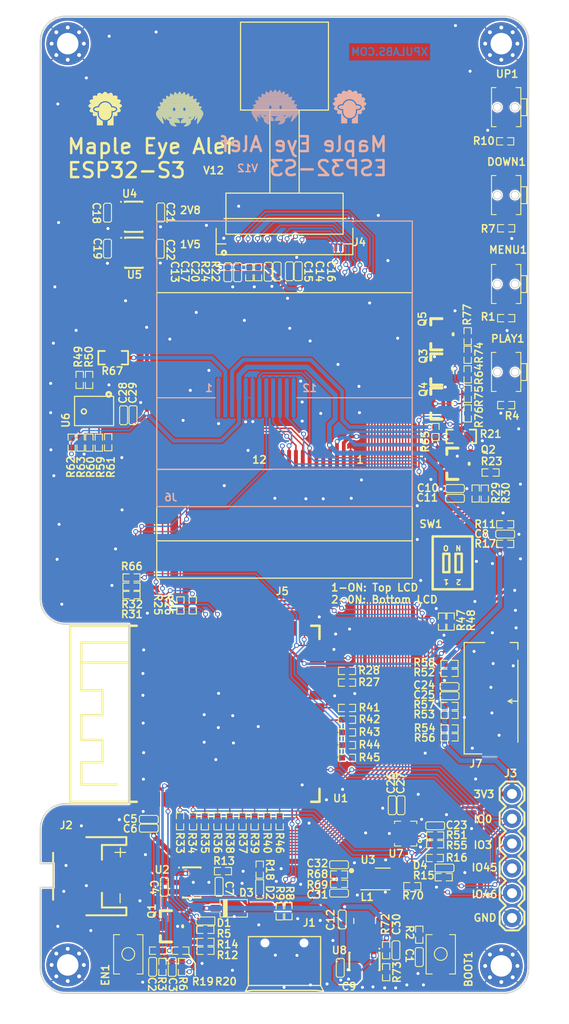
<source format=kicad_pcb>
(kicad_pcb (version 20211014) (generator pcbnew)
  (title_block (title "Maple Eye ESP32-S3 Alef") (rev "Alef") (company "AnalogLamb.Com") (comment 1 "https://github.com/AnalogLamb/Maple-Eye-ESP32S3-Alef") (comment 2 "https://www.analoglamb.com") (comment 3 "https://github.com/espressif/esp-who") (comment 4 "Make AIoT Easy"))
  (layers (0 "F.Cu" signal) (31 "B.Cu" signal) (34 "B.Paste" user) (35 "F.Paste" user) (36 "B.SilkS" user "B.Silkscreen") (37 "F.SilkS" user "F.Silkscreen") (38 "B.Mask" user) (39 "F.Mask" user) (44 "Edge.Cuts" user))
  (net 0 "")
  (net 1 "GND")
  (net 2 "Net-(BOOT1-Pad2)")
  (net 3 "Net-(C2-Pad2)")
  (net 4 "/EN")
  (net 5 "VBAT")
  (net 6 "+3V3")
  (net 7 "VBUS")
  (net 8 "/IO1")
  (net 9 "VSYS")
  (net 10 "+1V5")
  (net 11 "+2V8")
  (net 12 "Net-(D1-Pad1)")
  (net 13 "Net-(D1-Pad2)")
  (net 14 "Net-(D2-Pad2)")
  (net 15 "Net-(D4-Pad2)")
  (net 16 "Net-(DOWN1-Pad1)")
  (net 17 "Net-(DOWN1-Pad2)")
  (net 18 "/UD-")
  (net 19 "/UD+")
  (net 21 "/IO0")
  (net 22 "/IO3")
  (net 23 "/IO45")
  (net 24 "/IO46")
  (net 25 "Net-(C30-Pad2)")
  (net 26 "/I2C_SDA")
  (net 27 "/I2C_SCL")
  (net 28 "/CAM_RESET")
  (net 29 "/DVP_VSYNC")
  (net 30 "/CAM_PWDN")
  (net 31 "/DVP_HREF")
  (net 32 "/DVP_Y9")
  (net 33 "/XMCLK")
  (net 34 "/DVP_Y8")
  (net 35 "/DVP_Y7")
  (net 36 "/DVP_PCLK")
  (net 37 "/DVP_Y6")
  (net 38 "/DVP_Y2")
  (net 39 "/DVP_Y5")
  (net 40 "/DVP_Y3")
  (net 41 "/DVP_Y4")
  (net 42 "Net-(C31-Pad1)")
  (net 43 "Net-(C32-Pad1)")
  (net 44 "/LED_K")
  (net 45 "/LED_A")
  (net 46 "/LCD_DC")
  (net 47 "/LCD_CS")
  (net 48 "/LCD_SCLK")
  (net 49 "/LCD_SDA")
  (net 53 "/SD_CMD")
  (net 54 "/SD_CLK")
  (net 55 "/SD_DAT")
  (net 56 "Net-(J5-Pad8)")
  (net 57 "Net-(MENU1-Pad1)")
  (net 58 "Net-(PLAY1-Pad1)")
  (net 59 "/LCD_BL")
  (net 60 "/IO20")
  (net 61 "/IO19")
  (net 62 "Net-(R10-Pad2)")
  (net 63 "Net-(R13-Pad1)")
  (net 64 "/IO14")
  (net 65 "/IO48")
  (net 66 "/IO43")
  (net 67 "/IO44")
  (net 68 "/IO21")
  (net 69 "/IO47")
  (net 70 "/IO4")
  (net 71 "/IO5")
  (net 72 "/IO6")
  (net 73 "/IO7")
  (net 74 "/IO16")
  (net 75 "/IO15")
  (net 76 "/IO17")
  (net 77 "/IO18")
  (net 78 "/IO13")
  (net 79 "/IO12")
  (net 80 "/IO11")
  (net 81 "/IO10")
  (net 82 "/IO9")
  (net 83 "/IO8")
  (net 84 "/LED_K_B")
  (net 85 "/IO42")
  (net 86 "/I2S_WS")
  (net 87 "/IO38")
  (net 88 "/IO39")
  (net 89 "/IO40")
  (net 90 "/I2S_SDO")
  (net 91 "/IO2")
  (net 92 "/I2S_SCK")
  (net 93 "/IO41")
  (net 94 "/LED_A_B")
  (net 104 "/LCD_RST1")
  (net 105 "/LCD_BL_B")
  (net 106 "/LCD_RST2")
  (net 107 "Net-(J6-Pad8)")
  (net 111 "Net-(L1-Pad1)")
  (net 112 "Net-(Q1-Pad1)")
  (net 113 "/LCDT_BL")
  (net 114 "/LCDB_BL")
  (net 115 "Net-(Q4-Pad1)")
  (net 116 "Net-(Q5-Pad1)")
  (net 117 "Net-(R49-Pad2)")
  (net 118 "Net-(R62-Pad1)")
  (footprint "XPULabs:0402R" (layer "F.Cu") (at 210.4278 133.9566)
    (fp_text reference "R51")
    (fp_text value "2.2K" hide)
  )
  (footprint "XPULabs:0402R" (layer "F.Cu") (at 184.5 147.4 90)
    (fp_text reference "R6")
    (fp_text value "10K" hide)
  )
  (footprint "XPULabs:0402R" (layer "F.Cu") (at 217.7 71.8 180)
    (fp_text reference "R7")
    (fp_text value "3.3K" hide)
  )
  (footprint "XPULabs:SOT23-5" (layer "F.Cu") (at 179.549604 70.616985 -90)
    (fp_text reference "U4")
    (fp_text value "ME6211C28M5G-N" hide)
  )
  (footprint "XPULabs:0402R" (layer "F.Cu") (at 174.0244 87.32 -90)
    (fp_text reference "R49")
    (fp_text value "10K" hide)
  )
  (footprint "XPULabs:0402C" (layer "F.Cu") (at 176.8692 73.8834 -90)
    (fp_text reference "C19")
    (fp_text value "10uF" hide)
  )
  (footprint "XPULabs:0402R" (layer "F.Cu") (at 176.9454 93.703398 -90)
    (fp_text reference "R61")
    (fp_text value "10K" hide)
  )
  (footprint "MountingHole:MountingHole_2.2mm_M2_Pad_Via" (layer "F.Cu") (at 217.2 52.9)
    (fp_text reference "H4")
    (fp_text value "MountingHole_Pad")
  )
  (footprint "XPULabs:SOT23-5" (layer "F.Cu") (at 203.187815 146.841604 180)
    (fp_text reference "U8")
    (fp_text value "APS2410" hide)
  )
  (footprint "Inductor_SMD:L_1008_2520Metric" (layer "F.Cu") (at 203.2078 142.6966 90)
    (fp_text reference "L1")
    (fp_text value "2.2uH")
  )
  (footprint "XPULabs:0402R" (layer "F.Cu") (at 174.9896 87.32 -90)
    (fp_text reference "R50")
    (fp_text value "0R" hide)
  )
  (footprint "XPULabs:0402R" (layer "F.Cu") (at 201.4 118.3)
    (fp_text reference "R27")
    (fp_text value "0R" hide)
  )
  (footprint "XPULabs:0402R" (layer "F.Cu") (at 217.7 81)
    (fp_text reference "R1")
    (fp_text value "27K" hide)
  )
  (footprint "XPULabs:0402R" (layer "F.Cu") (at 201.4 124.7 180)
    (fp_text reference "R44")
    (fp_text value "0R" hide)
  )
  (footprint "XPULabs:0402R" (layer "F.Cu") (at 217.6 104.1 180)
    (fp_text reference "R17")
    (fp_text value "10K" hide)
  )
  (footprint "XPULabs:0402C" (layer "F.Cu") (at 190.2 76.3 -90)
    (fp_text reference "C20")
    (fp_text value "100nF" hide)
  )
  (footprint "XPULabs:0402C" (layer "F.Cu") (at 206.4078 145.6966 -90)
    (fp_text reference "C30")
    (fp_text value "22pF" hide)
  )
  (footprint "XPULabs:SOT23-3" (layer "F.Cu") (at 184.725298 144.196611 90)
    (fp_text reference "Q1")
    (fp_text value "AO3415" hide)
  )
  (footprint "MountingHole:MountingHole_2.2mm_M2_Pad_Via" (layer "F.Cu") (at 217.2 147.3)
    (fp_text reference "H2")
    (fp_text value "MountingHole_Pad")
  )
  (footprint "XPULabs:SOT23-3" (layer "F.Cu") (at 212.425298 87.196611 90)
    (fp_text reference "Q3")
    (fp_text value "AO3415" hide)
  )
  (footprint "XPULabs:0402C" (layer "F.Cu") (at 211.9 118.7054 180)
    (fp_text reference "C24")
    (fp_text value "1uF" hide)
  )
  (footprint "XPULabs:0402R" (layer "F.Cu") (at 201.4 117.1)
    (fp_text reference "R28")
    (fp_text value "0R" hide)
  )
  (footprint "XPULabs:0402R" (layer "F.Cu") (at 185.642108 132.500002 90)
    (fp_text reference "R34")
    (fp_text value "0R" hide)
  )
  (footprint "XPULabs:LGA-12_2x2mm_P0.5mm" (layer "F.Cu") (at 207.4078 133.7566 90)
    (fp_text reference "U7")
    (fp_text value "QMA7981" hide)
  )
  (footprint "XPULabs:0402C" (layer "F.Cu") (at 193.3284 76.2456 -90)
    (fp_text reference "C13")
    (fp_text value "1uF" hide)
  )
  (footprint "XPULabs:0402R" (layer "F.Cu") (at 201.4 120.9 180)
    (fp_text reference "R41")
    (fp_text value "0R" hide)
  )
  (footprint "XPULabs:0402R" (layer "F.Cu") (at 211.9 121.6)
    (fp_text reference "R53")
    (fp_text value "0R" hide)
  )
  (footprint "XPULabs:0402R" (layer "F.Cu") (at 175.015 93.7382 -90)
    (fp_text reference "R60")
    (fp_text value "0R" hide)
  )
  (footprint "XPULabs:0402C" (layer "F.Cu") (at 206.0278 130.8566 90)
    (fp_text reference "C26")
    (fp_text value "1uF" hide)
  )
  (footprint "XPULabs:SOT23-5" (layer "F.Cu") (at 185.5012 138.7602 -90)
    (fp_text reference "U2")
    (fp_text value "ME4054B-N" hide)
  )
  (footprint "XPULabs:0402R" (layer "F.Cu") (at 194.511 141.717402 90)
    (fp_text reference "R9")
    (fp_text value "0R" hide)
  )
  (footprint "XPULabs:0402C" (layer "F.Cu") (at 212.4546 99.4358)
    (fp_text reference "C11")
    (fp_text value "100nF" hide)
  )
  (footprint "XPULabs:LCD_1.3_SPI" (layer "F.Cu") (at 195 93)
    (fp_text reference "J5")
    (fp_text value "Conn-Header_1x12")
  )
  (footprint "XPULabs:0402R" (layer "F.Cu") (at 189.4 132.5 90)
    (fp_text reference "R38")
    (fp_text value "0R" hide)
  )
  (footprint "XPULabs:CHS-02B" (layer "F.Cu") (at 212.2078 106.0566)
    (fp_text reference "SW1")
    (fp_text value "SW_DIP_x02" hide)
  )
  (footprint "XPULabs:0402R" (layer "F.Cu") (at 192.4578 137.4466 90)
    (fp_text reference "R18")
    (fp_text value "1.5K" hide)
  )
  (footprint "XPULabs:0402R" (layer "F.Cu") (at 211.9 117.3)
    (fp_text reference "R52")
    (fp_text value "0R" hide)
  )
  (footprint "Package_DFN_QFN:TDFN-8-1EP_3x2mm_P0.5mm_EP1.4x1.4mm" (layer "F.Cu") (at 204.3078 138.3966)
    (fp_text reference "U3")
    (fp_text value "CW2015")
  )
  (footprint "XPULabs:0402C" (layer "F.Cu") (at 200.9078 142.5466 -90)
    (fp_text reference "C12")
    (fp_text value "10uF" hide)
  )
  (footprint "XPULabs:0402C" (layer "F.Cu") (at 176.875004 70.199985 -90)
    (fp_text reference "C18")
    (fp_text value "10uF" hide)
  )
  (footprint "XPULabs:0402R" (layer "F.Cu") (at 173.2116 93.7382 -90)
    (fp_text reference "R62")
    (fp_text value "NC/10K" hide)
  )
  (footprint "MountingHole:MountingHole_2.2mm_M2_Pad_Via" (layer "F.Cu") (at 172.8 52.9)
    (fp_text reference "H3")
    (fp_text value "MountingHole_Pad")
  )
  (footprint "XPULabs:0402R" (layer "F.Cu") (at 211.1378 112.0566 -90)
    (fp_text reference "R47")
    (fp_text value "1M" hide)
  )
  (footprint "XPULabs:0402R" (layer "F.Cu") (at 186.9 143.6)
    (fp_text reference "R5")
    (fp_text value "1.5K" hide)
  )
  (footprint "XPULabs:0402R" (layer "F.Cu") (at 211.9 123)
    (fp_text reference "R54")
    (fp_text value "0R" hide)
  )
  (footprint "XPULabs:0402R" (layer "F.Cu") (at 179.333 108.4782 180)
    (fp_text reference "R32")
    (fp_text value "0R" hide)
  )
  (footprint "XPULabs:0402C" (layer "F.Cu") (at 179.4878 90.9318 90)
    (fp_text reference "C29")
    (fp_text value "100nF" hide)
  )
  (footprint "XPULabs:0402R" (layer "F.Cu") (at 213.7578 86.7466 -90)
    (fp_text reference "R64")
    (fp_text value "NC/0R" hide)
  )
  (footprint "XPULabs:0402R" (layer "F.Cu") (at 200.588 138.8966)
    (fp_text reference "R69")
    (fp_text value "100R" hide)
  )
  (footprint "XPULabs:0402R" (layer "F.Cu") (at 216.1 96.8)
    (fp_text reference "R23")
    (fp_text value "NC/0R" hide)
  )
  (footprint "XPULabs:PB_3X4MM_2P_HS" (layer "F.Cu") (at 217.7 77.5 90)
    (fp_text reference "MENU1")
    (fp_text value "SW_Push" hide)
    (fp_arc (start 0.399221 0.875051) (mid -0.411526 0.933429) (end 0.398015 0.860203) (layer "Edge.Cuts") (width 0.1))
    (fp_arc (start 0.399221 -0.924949) (mid -0.411526 -0.866571) (end 0.398015 -0.939797) (layer "Edge.Cuts") (width 0.1))
  )
  (footprint "XPULabs:0402D" (layer "F.Cu") (at 211.3878 137.2818)
    (fp_text reference "D4")
    (fp_text value "RED" hide)
  )
  (footprint "XPULabs:0402R" (layer "F.Cu") (at 217.6 62.9)
    (fp_text reference "R10")
    (fp_text value "1.3K" hide)
  )
  (footprint "AnalogLamb:Conn-FPC-HRS-FH34SRJ-24S-0.5SH" (layer "F.Cu") (at 195 72.5 180)
    (fp_text reference "J4")
    (fp_text value "FH34SRJ-24S-0.5SH")
  )
  (footprint "XPULabs:0402R" (layer "F.Cu") (at 208.8 144.1 90)
    (fp_text reference "R2")
    (fp_text value "0R" hide)
  )
  (footprint "XPULabs:S2B-PH" (layer "F.Cu") (at 174.3038 138.12 90)
    (fp_text reference "J2")
    (fp_text value "Conn-PH_SB_1x02" hide)
  )
  (footprint "XPULabs:SOT23-3" (layer "F.Cu") (at 212.425298 83.596611 90)
    (fp_text reference "Q5")
    (fp_text value "MMBT3904" hide)
  )
  (footprint "XPULabs:0402C" (layer "F.Cu") (at 210.4278 132.9566)
    (fp_text reference "C23")
    (fp_text value "100nF" hide)
  )
  (footprint "XPULabs:MICRO-USB5+4P-SMD-0.65-B" (layer "F.Cu") (at 195 144.3)
    (fp_text reference "J1")
    (fp_text value "USB_B_Micro" hide)
  )
  (footprint "XPULabs:0402C" (layer "F.Cu") (at 211.9 119.6452 180)
    (fp_text reference "C25")
    (fp_text value "100nF" hide)
  )
  (footprint "XPULabs:0402C" (layer "F.Cu") (at 208.8 146.4 90)
    (fp_text reference "C1")
    (fp_text value "NC/100nF" hide)
  )
  (footprint "XPULabs:0402R" (layer "F.Cu") (at 174.126 93.7208 -90)
    (fp_text reference "R63")
    (fp_text value "10K" hide)
  )
  (footprint "XPULabs:0603" (layer "F.Cu") (at 213.1 93.1)
    (fp_text reference "R21")
    (fp_text value "10R" hide)
  )
  (footprint "XPULabs:0402R" (layer "F.Cu") (at 212.0078 112.0566 -90)
    (fp_text reference "R48")
    (fp_text value "1M" hide)
  )
  (footprint "XPULabs:SOT23-3" (layer "F.Cu") (at 214.067498 96.850011 90)
    (fp_text reference "Q2")
    (fp_text value "AO3415" hide)
  )
  (footprint "XPULabs:0402C" (layer "F.Cu") (at 217.6 103.1)
    (fp_text reference "C8")
    (fp_text value "2.2nF" hide)
  )
  (footprint "XPULabs:0402C" (layer "F.Cu") (at 188.3 139.2 90)
    (fp_text reference "C7")
    (fp_text value "10uF" hide)
  )
  (footprint "XPULabs:0402R" (layer "F.Cu") (at 191.4 76.3 90)
    (fp_text reference "R24")
    (fp_text value "10K" hide)
  )
  (footprint "XPULabs:0402R" (layer "F.Cu") (at 201.4 126 180)
    (fp_text reference "R45")
    (fp_text value "0R" hide)
  )
  (footprint "XPULabs:0402R" (layer "F.Cu") (at 182.5 147.4 90)
    (fp_text reference "R3")
    (fp_text value "0R" hide)
  )
  (footprint "XPULabs:0402R" (layer "F.Cu") (at 188.7 137.6)
    (fp_text reference "R13")
    (fp_text value "1.6K" hide)
  )
  (footprint "XPULabs:0402R" (layer "F.Cu") (at 186.9078 145.7466)
    (fp_text reference "R12")
    (fp_text value "1M" hide)
  )
  (footprint "XPULabs:SOD-123" (layer "F.Cu") (at 189.8 141.4)
    (fp_text reference "D3")
    (fp_text value "D" hide)
  )
  (footprint "XPULabs:0402C" (layer "F.Cu") (at 196.4 76.2 -90)
    (fp_text reference "C16")
    (fp_text value "100nF" hide)
  )
  (footprint "XPULabs:PB_3X4MM_2P_HS" (layer "F.Cu") (at 217.7 68.4 90)
    (fp_text reference "DOWN1")
    (fp_text value "SW_Push" hide)
    (fp_arc (start 0.399221 -0.924949) (mid -0.411526 -0.866571) (end 0.398015 -0.939797) (layer "Edge.Cuts") (width 0.1))
    (fp_arc (start 0.399221 0.875051) (mid -0.411526 0.933429) (end 0.398015 0.860203) (layer "Edge.Cuts") (width 0.1))
  )
  (footprint "XPULabs:0402C" (layer "F.Cu") (at 189.2 76.3 -90)
    (fp_text reference "C17")
    (fp_text value "1uF" hide)
  )
  (footprint "XPULabs:0402R" (layer "F.Cu") (at 205.4078 145.6966 90)
    (fp_text reference "R72")
    (fp_text value "120K" hide)
  )
  (footprint "XPULabs:0402C" (layer "F.Cu") (at 200.588 139.8466 180)
    (fp_text reference "C31")
    (fp_text value "1uF" hide)
  )
  (footprint "XPULabs:0402R" (layer "F.Cu") (at 205.4078 147.9466 90)
    (fp_text reference "R73")
    (fp_text value "27K" hide)
  )
  (footprint "XPULabs:0402R" (layer "F.Cu") (at 195.4 141.7 90)
    (fp_text reference "R8")
    (fp_text value "0R" hide)
  )
  (footprint "XPULabs:0402R" (layer "F.Cu") (at 213.7578 82.8466 -90)
    (fp_text reference "R77")
    (fp_text value "15K" hide)
  )
  (footprint "XPULabs:0402C" (layer "F.Cu") (at 200.7078 147.4966 90)
    (fp_text reference "C9")
    (fp_text value "10uF" hide)
  )
  (footprint "XPULabs:0402R" (layer "F.Cu") (at 188.142108 132.5 90)
    (fp_text reference "R36")
    (fp_text value "0R" hide)
  )
  (footprint "XPULabs:0402R" (layer "F.Cu") (at 182.0508 145.74 180)
    (fp_text reference "R19")
    (fp_text value "1M" hide)
  )
  (footprint "XPULabs:0402C" (layer "F.Cu") (at 206.9278 130.8566 90)
    (fp_text reference "C27")
    (fp_text value "100nF" hide)
  )
  (footprint "clipboard:81e46cda-0db3-4eed-b623-0b596cf84eeb" (layer "F.Cu") (at 201 72.4)
    (fp_text reference "")
    (fp_text value "")
  )
  (footprint "XPULabs:0402C" (layer "F.Cu") (at 212.4546 98.4358)
    (fp_text reference "C10")
    (fp_text value "1uF" hide)
  )
  (footprint "XPULabs:0402C" (layer "F.Cu") (at 182.7 139.2 90)
    (fp_text reference "C4")
    (fp_text value "10uF" hide)
  )
  (footprint "XPULabs:0402C" (layer "F.Cu") (at 194.2428 76.2202 -90)
    (fp_text reference "C15")
    (fp_text value "100nF" hide)
  )
  (footprint "XPULabs:0402D" (layer "F.Cu") (at 186.9 142.7 180)
    (fp_text reference "D1")
    (fp_text value "RED" hide)
  )
  (footprint "XPULabs:1X06" (layer "F.Cu") (at 218.3 129.7 -90)
    (fp_text reference "J3")
    (fp_text value "Conn-Header_1x06" hide)
  )
  (footprint "XPULabs:0402R" (layer "F.Cu") (at 186.842108 132.5 90)
    (fp_text reference "R35")
    (fp_text value "0R" hide)
  )
  (footprint "XPULabs:0402C" (layer "F.Cu") (at 182.318204 70.177185 -90)
    (fp_text reference "C21")
    (fp_text value "10uF" hide)
  )
  (footprint "XPULabs:0402R" (layer "F.Cu") (at 186.9078 144.8466 180)
    (fp_text reference "R14")
    (fp_text value "0R" hide)
  )
  (footprint "XPULabs:PB_3x4MM_2P" (layer "F.Cu") (at 179 148.6 90)
    (fp_text reference "EN1")
    (fp_text value "SW_Push" hide)
  )
  (footprint "XPULabs:0402C" (layer "F.Cu") (at 182.275004 73.899985 -90)
    (fp_text reference "C22")
    (fp_text value "10uF" hide)
  )
  (footprint "MountingHole:MountingHole_2.2mm_M2_Pad_Via" (layer "F.Cu") (at 172.8 147.2)
    (fp_text reference "H1")
    (fp_text value "MountingHole_Pad")
  )
  (footprint "XPULabs:0402R" (layer "F.Cu") (at 215.5078 98.9566 -90)
    (fp_text reference "R30")
    (fp_text value "10K" hide)
  )
  (footprint "XPULabs:PB_3X4MM_2P_HS" (layer "F.Cu") (at 217.7 59.4 90)
    (fp_text reference "UP1")
    (fp_text value "SW_Push" hide)
    (fp_arc (start 0.399221 0.875051) (mid -0.411526 0.933429) (end 0.398015 0.860203) (layer "Edge.Cuts") (width 0.1))
    (fp_arc (start 0.399221 -0.924949) (mid -0.411526 -0.866571) (end 0.398015 -0.939797) (layer "Edge.Cuts") (width 0.1))
  )
  (footprint "XPULabs:PB_3x4MM_2P" (layer "F.Cu") (at 211 148.6 90)
    (fp_text reference "BOOT1")
    (fp_text value "SW_Push" hide)
  )
  (footprint "XPULabs:0402C" (layer "F.Cu") (at 200.588 136.9466 180)
    (fp_text reference "C32")
    (fp_text value "1uF" hide)
  )
  (footprint "XPULabs:0402R" (layer "F.Cu") (at 200.588 137.9466)
    (fp_text reference "R68")
    (fp_text value "470R" hide)
  )
  (footprint "XPULabs:0402C" (layer "F.Cu") (at 183.5 147.4 -90)
    (fp_text reference "C3")
    (fp_text value "1uF" hide)
  )
  (footprint "XPULabs:0402D" (layer "F.Cu") (at 192.4578 139.4466 -90)
    (fp_text reference "D2")
    (fp_text value "RED" hide)
  )
  (footprint "XPULabs:0402R" (layer "F.Cu") (at 211.9 123.9 180)
    (fp_text reference "R56")
    (fp_text value "10K" hide)
  )
  (footprint "XPULabs:0402R" (layer "F.Cu") (at 213.7578 90.7466 90)
    (fp_text reference "R76")
    (fp_text value "15K" hide)
  )
  (footprint "XPULabs:SOT23-3" (layer "F.Cu") (at 212.425298 90.696611 90)
    (fp_text reference "Q4")
    (fp_text value "MMBT3904" hide)
  )
  (footprint "XPULabs:0402R" (layer "F.Cu") (at 194.5 132.5 90)
    (fp_text reference "R46")
    (fp_text value "0R" hide)
  )
  (footprint "XPULabs:0402C" (layer "F.Cu") (at 181.1 132.3 180)
    (fp_text reference "C5")
    (fp_text value "10uF" hide)
  )
  (footprint "XPULabs:0402R" (layer "F.Cu") (at 208.088 139.1466 180)
    (fp_text reference "R70")
    (fp_text value "10K" hide)
  )
  (footprint "AnalogLamb:Conn-MicroSD-Molex-0473092651" (layer "F.Cu") (at 214.7 120.2 90)
    (fp_text reference "J7")
    (fp_text value "Conn-MicroSD-Molex-0473092651")
  )
  (footprint "XPULabs:0402R" (layer "F.Cu") (at 185.6 110.4 90)
    (fp_text reference "R26")
    (fp_text value "0R" hide)
  )
  (footprint "XPULabs:0402R" (layer "F.Cu") (at 179.332998 107.5466)
    (fp_text reference "R66")
    (fp_text value "0R" hide)
  )
  (footprint "XPULabs:0402R" (layer "F.Cu") (at 192.287 76.2964 90)
    (fp_text reference "R22")
    (fp_text value "10K" hide)
  )
  (footprint "XPULabs:0402R" (layer "F.Cu") (at 211.9 116.4 180)
    (fp_text reference "R58")
    (fp_text value "10K" hide)
  )
  (footprint "XPULabs:0603" (layer "F.Cu") (at 177.4578 85.0466 180)
    (fp_text reference "R67")
    (fp_text value "10R" hide)
  )
  (footprint "XPULabs:0402C" (layer "F.Cu") (at 181.5 147.4 90)
    (fp_text reference "C2")
    (fp_text value "NC/100nF" hide)
  )
  (footprint "XPULabs:0402R" (layer "F.Cu") (at 190.7 132.5 90)
    (fp_text reference "R37")
    (fp_text value "0R" hide)
  )
  (footprint "XPULabs:0402R" (layer "F.Cu") (at 214.5778 98.9466 -90)
    (fp_text reference "R29")
    (fp_text value "10K" hide)
  )
  (footprint "XPULabs:0402R" (layer "F.Cu") (at 201.4 122.1 180)
    (fp_text reference "R42")
    (fp_text value "0R" hide)
  )
  (footprint "XPULabs:0402R" (layer "F.Cu") (at 210.3878 136.2566 180)
    (fp_text reference "R16")
    (fp_text value "1.5K" hide)
  )
  (footprint "XPULabs:0402C" (layer "F.Cu") (at 181.1 133.2 180)
    (fp_text reference "C6")
    (fp_text value "100nF" hide)
  )
  (footprint "XPULabs:0402R" (layer "F.Cu") (at 175.9802 93.7382 -90)
    (fp_text reference "R59")
    (fp_text value "0R" hide)
  )
  (footprint "XPULabs:PB_3X4MM_2P_HS" (layer "F.Cu") (at 217.7 86.5 90)
    (fp_text reference "PLAY1")
    (fp_text value "SW_Push" hide)
    (fp_arc (start 0.399221 -0.924949) (mid -0.411526 -0.866571) (end 0.398015 -0.939797) (layer "Edge.Cuts") (width 0.1))
    (fp_arc (start 0.399221 0.875051) (mid -0.411526 0.933429) (end 0.398015 0.860203) (layer "Edge.Cuts") (width 0.1))
  )
  (footprint "XPULabs:0402R" (layer "F.Cu") (at 211.303602 138.2216)
    (fp_text reference "R15")
    (fp_text value "1.5K" hide)
  )
  (footprint "XPULabs:0402R" (layer "F.Cu") (at 191.942108 132.5 90)
    (fp_text reference "R39")
    (fp_text value "0R" hide)
  )
  (footprint "XPULabs:0402C" (layer "F.Cu") (at 178.5226 90.9398 90)
    (fp_text reference "C28")
    (fp_text value "1uF" hide)
  )
  (footprint "XPULabs:0402R" (layer "F.Cu") (at 184.3368 145.74 180)
    (fp_text reference "R20")
    (fp_text value "1M" hide)
  )
  (footprint "XPULabs:0402R" (layer "F.Cu") (at 210.4278 134.8466)
    (fp_text reference "R55")
    (fp_text value "2.2K" hide)
  )
  (footprint "AnalogLamb:MSM261S4030H0R" (layer "F.Cu") (at 175.5 90.5 90)
    (fp_text reference "U6")
    (fp_text value "MSM261S4030H0R")
  )
  (footprint "XPULabs:0402R" (layer "F.Cu") (at 213.7578 84.7466 -90)
    (fp_text reference "R74")
    (fp_text value "10K" hide)
  )
  (footprint "XPULabs:0402R" (layer "F.Cu") (at 213.7578 88.7466 -90)
    (fp_text reference "R75")
    (fp_text value "10K" hide)
  )
  (footprint "XPULabs:ESP32-S3-WROOM-1" (layer "F.Cu") (at 189.438508 121.5024 90)
    (fp_text reference "U1")
    (fp_text value "ESP32-S3-WROOM-1")
  )
  (footprint "XPULabs:0402R" (layer "F.Cu") (at 210.4578 92.6466 90)
    (fp_text reference "R65")
    (fp_text value "NC/0R" hide)
  )
  (footprint "XPULabs:0402R" (layer "F.Cu") (at 201.4 123.4 180)
    (fp_text reference "R43")
    (fp_text value "0R" hide)
  )
  (footprint "XPULabs:0402R" (layer "F.Cu") (at 184.3 132.5 90)
    (fp_text reference "R33")
    (fp_text value "0R" hide)
  )
  (footprint "XPULabs:SOT23-5" (layer "F.Cu") (at 179.575004 74.299985 -90)
    (fp_text reference "U5")
    (fp_text value "ME6211C15M5G-N" hide)
  )
  (footprint "XPULabs:0402R" (layer "F.Cu") (at 179.333 109.3418 180)
    (fp_text reference "R31")
    (fp_text value "0R" hide)
  )
  (footprint "XPULabs:0402R" (layer "F.Cu") (at 193.242108 132.5 90)
    (fp_text reference "R40")
    (fp_text value "0R" hide)
  )
  (footprint "XPULabs:0402R" (layer "F.Cu") (at 211.9 120.7 180)
    (fp_text reference "R57")
    (fp_text value "10K" hide)
  )
  (footprint "XPULabs:0402R" (layer "F.Cu") (at 184.342108 110.4 90)
    (fp_text reference "R25")
    (fp_text value "0R" hide)
  )
  (footprint "XPULabs:0402R" (layer "F.Cu") (at 217.7 89.9)
    (fp_text reference "R4")
    (fp_text value "15K" hide)
  )
  (footprint "XPULabs:0402R" (layer "F.Cu") (at 217.6 102.1 180)
    (fp_text reference "R11")
    (fp_text value "0R" hide)
  )
  (footprint "XPULabs:0402C" (layer "F.Cu") (at 195.5 76.2 -90)
    (fp_text reference "C14")
    (fp_text value "1uF" hide)
  )
  (footprint "XPULabs:LCD_1.3_SPI" (layer "B.Cu") (at 195.0048 85.669 180)
    (fp_text reference "J6")
    (fp_text value "Conn-Header_1x12")
  )
  (gr_line (start 193.554446 57.65048) (end 193.584926 57.65048) (layer "B.SilkS") (width 0.01524))
  (gr_line (start 194.636486 59.58596) (end 196.343366 59.58596) (layer "B.SilkS") (width 0.01524))
  (gr_line (start 192.868646 60.69848) (end 193.904966 60.69848) (layer "B.SilkS") (width 0.01524))
  (gr_line (start 191.756126 60.24128) (end 192.167606 60.24128) (layer "B.SilkS") (width 0.01524))
  (gr_line (start 194.392646 61.07948) (end 194.819366 61.07948) (layer "B.SilkS") (width 0.01524))
  (gr_line (start 191.878046 59.3726) (end 193.417286 59.3726) (layer "B.SilkS") (width 0.01524))
  (gr_line (start 193.859246 57.83336) (end 194.209766 57.83336) (layer "B.SilkS") (width 0.01524))
  (gr_line (start 193.021046 58.09244) (end 195.047966 58.09244) (layer "B.SilkS") (width 0.01524))
  (gr_line (start 192.975326 58.12292) (end 195.093686 58.12292) (layer "B.SilkS") (width 0.01524))
  (gr_line (start 193.051526 57.87908) (end 193.264886 57.87908) (layer "B.SilkS") (width 0.01524))
  (gr_line (start 191.634206 59.9822) (end 196.434806 59.9822) (layer "B.SilkS") (width 0.01524))
  (gr_line (start 192.655286 58.33628) (end 195.413726 58.33628) (layer "B.SilkS") (width 0.01524))
  (gr_line (start 195.840446 60.19556) (end 196.343366 60.19556) (layer "B.SilkS") (width 0.01524))
  (gr_line (start 191.725646 60.19556) (end 192.441926 60.19556) (layer "B.SilkS") (width 0.01524))
  (gr_line (start 195.657566 60.88136) (end 195.733766 60.88136) (layer "B.SilkS") (width 0.01524))
  (gr_line (start 192.899126 60.22604) (end 195.764246 60.22604) (layer "B.SilkS") (width 0.01524))
  (gr_line (start 192.868646 60.68324) (end 193.904966 60.68324) (layer "B.SilkS") (width 0.01524))
  (gr_line (start 191.649446 60.04316) (end 196.419566 60.04316) (layer "B.SilkS") (width 0.01524))
  (gr_line (start 192.670526 58.04672) (end 192.792446 58.04672) (layer "B.SilkS") (width 0.01524))
  (gr_line (start 192.335246 58.59536) (end 195.733766 58.59536) (layer "B.SilkS") (width 0.01524))
  (gr_line (start 192.655286 58.0772) (end 192.853406 58.0772) (layer "B.SilkS") (width 0.01524))
  (gr_line (start 194.834606 57.8486) (end 195.002246 57.8486) (layer "B.SilkS") (width 0.01524))
  (gr_line (start 194.880326 57.81812) (end 195.002246 57.81812) (layer "B.SilkS") (width 0.01524))
  (gr_line (start 191.847566 60.40892) (end 192.213326 60.40892) (layer "B.SilkS") (width 0.01524))
  (gr_line (start 193.661126 59.4488) (end 194.468846 59.4488) (layer "B.SilkS") (width 0.01524))
  (gr_line (start 195.855686 60.1346) (end 196.373846 60.1346) (layer "B.SilkS") (width 0.01524))
  (gr_line (start 194.011646 57.60476) (end 194.057366 57.60476) (layer "B.SilkS") (width 0.01524))
  (gr_line (start 195.718526 60.57656) (end 196.038566 60.57656) (layer "B.SilkS") (width 0.01524))
  (gr_line (start 194.423126 61.049) (end 194.865086 61.049) (layer "B.SilkS") (width 0.01524))
  (gr_line (start 191.847566 60.39368) (end 192.198086 60.39368) (layer "B.SilkS") (width 0.01524))
  (gr_line (start 193.950686 57.68096) (end 194.118326 57.68096) (layer "B.SilkS") (width 0.01524))
  (gr_line (start 192.838166 60.54608) (end 193.844006 60.54608) (layer "B.SilkS") (width 0.01524))
  (gr_line (start 191.634206 59.70788) (end 196.419566 59.70788) (layer "B.SilkS") (width 0.01524))
  (gr_line (start 192.640046 58.36676) (end 195.444206 58.36676) (layer "B.SilkS") (width 0.01524))
  (gr_line (start 192.030446 58.86968) (end 196.038566 58.86968) (layer "B.SilkS") (width 0.01524))
  (gr_line (start 193.615406 59.26592) (end 194.529806 59.26592) (layer "B.SilkS") (width 0.01524))
  (gr_line (start 191.999966 60.63752) (end 192.243806 60.63752) (layer "B.SilkS") (width 0.01524))
  (gr_line (start 193.889726 57.78764) (end 194.179286 57.78764) (layer "B.SilkS") (width 0.01524))
  (gr_line (start 192.198086 60.8966) (end 192.259046 60.8966) (layer "B.SilkS") (width 0.01524))
  (gr_line (start 195.657566 60.8204) (end 195.809966 60.8204) (layer "B.SilkS") (width 0.01524))
  (gr_line (start 192.289526 58.39724) (end 195.779486 58.39724) (layer "B.SilkS") (width 0.01524))
  (gr_line (start 192.655286 58.24484) (end 195.413726 58.24484) (layer "B.SilkS") (width 0.01524))
  (gr_line (start 191.847566 59.32688) (end 193.432526 59.32688) (layer "B.SilkS") (width 0.01524))
  (gr_line (start 193.981166 57.63524) (end 194.087846 57.63524) (layer "B.SilkS") (width 0.01524))
  (gr_line (start 194.743166 57.9248) (end 195.017486 57.9248) (layer "B.SilkS") (width 0.01524))
  (gr_line (start 192.015206 60.668) (end 192.243806 60.668) (layer "B.SilkS") (width 0.01524))
  (gr_line (start 194.727926 59.3726) (end 196.190966 59.3726) (layer "B.SilkS") (width 0.01524))
  (gr_line (start 193.432526 57.90956) (end 194.636486 57.90956) (layer "B.SilkS") (width 0.01524))
  (gr_line (start 191.771366 59.18972) (end 196.282406 59.18972) (layer "B.SilkS") (width 0.01524))
  (gr_line (start 191.999966 58.77824) (end 196.069046 58.77824) (layer "B.SilkS") (width 0.01524))
  (gr_line (start 191.832326 60.37844) (end 192.198086 60.37844) (layer "B.SilkS") (width 0.01524))
  (gr_line (start 195.809966 60.25652) (end 196.297646 60.25652) (layer "B.SilkS") (width 0.01524))
  (gr_line (start 194.103086 60.50036) (end 195.261326 60.50036) (layer "B.SilkS") (width 0.01524))
  (gr_line (start 194.072606 60.56132) (end 195.169886 60.56132) (layer "B.SilkS") (width 0.01524))
  (gr_line (start 192.868646 60.60704) (end 193.889726 60.60704) (layer "B.SilkS") (width 0.01524))
  (gr_line (start 192.548606 60.22604) (end 192.822926 60.22604) (layer "B.SilkS") (width 0.01524))
  (gr_line (start 191.618966 59.78408) (end 196.450046 59.78408) (layer "B.SilkS") (width 0.01524))
  (gr_line (start 192.091406 59.0678) (end 195.977606 59.0678) (layer "B.SilkS") (width 0.01524))
  (gr_line (start 193.904966 57.75716) (end 194.164046 57.75716) (layer "B.SilkS") (width 0.01524))
  (gr_line (start 192.655286 58.09244) (end 192.883886 58.09244) (layer "B.SilkS") (width 0.01524))
  (gr_line (start 191.649446 59.6774) (end 196.404326 59.6774) (layer "B.SilkS") (width 0.01524))
  (gr_line (start 192.883886 60.71372) (end 193.920206 60.71372) (layer "B.SilkS") (width 0.01524))
  (gr_line (start 192.868646 60.668) (end 193.904966 60.668) (layer "B.SilkS") (width 0.01524))
  (gr_line (start 193.021046 58.06196) (end 195.047966 58.06196) (layer "B.SilkS") (width 0.01524))
  (gr_line (start 193.021046 60.9728) (end 193.447766 60.9728) (layer "B.SilkS") (width 0.01524))
  (gr_line (start 194.225006 60.37844) (end 195.398486 60.37844) (layer "B.SilkS") (width 0.01524))
  (gr_line (start 194.727926 59.43356) (end 196.145246 59.43356) (layer "B.SilkS") (width 0.01524))
  (gr_line (start 195.124166 58.12292) (end 195.413726 58.12292) (layer "B.SilkS") (width 0.01524))
  (gr_line (start 191.618966 59.93648) (end 196.450046 59.93648) (layer "B.SilkS") (width 0.01524))
  (gr_line (start 194.194526 60.40892) (end 195.368006 60.40892) (layer "B.SilkS") (width 0.01524))
  (gr_line (start 192.335246 58.6106) (end 195.733766 58.6106) (layer "B.SilkS") (width 0.01524))
  (gr_line (start 194.712686 59.34212) (end 196.206206 59.34212) (layer "B.SilkS") (width 0.01524))
  (gr_line (start 191.756126 60.25652) (end 192.182846 60.25652) (layer "B.SilkS") (width 0.01524))
  (gr_line (start 194.346926 57.78764) (end 194.590766 57.78764) (layer "B.SilkS") (width 0.01524))
  (gr_line (start 195.185126 58.09244) (end 195.413726 58.09244) (layer "B.SilkS") (width 0.01524))
  (gr_line (start 194.026886 60.63752) (end 195.093686 60.63752) (layer "B.SilkS") (width 0.01524))
  (gr_line (start 194.590766 60.8204) (end 195.063206 60.8204) (layer "B.SilkS") (width 0.01524))
  (gr_line (start 192.060926 60.72896) (end 192.259046 60.72896) (layer "B.SilkS") (width 0.01524))
  (gr_line (start 192.304766 58.44296) (end 195.764246 58.44296) (layer "B.SilkS") (width 0.01524))
  (gr_line (start 195.672806 60.80516) (end 195.825206 60.80516) (layer "B.SilkS") (width 0.01524))
  (gr_line (start 191.984726 60.62228) (end 192.243806 60.62228) (layer "B.SilkS") (width 0.01524))
  (gr_line (start 192.655286 58.29056) (end 195.413726 58.29056) (layer "B.SilkS") (width 0.01524))
  (gr_line (start 192.152366 60.85088) (end 192.259046 60.85088) (layer "B.SilkS") (width 0.01524))
  (gr_line (start 194.255486 60.3632) (end 194.956526 60.3632) (layer "B.SilkS") (width 0.01524))
  (gr_line (start 194.682206 59.28116) (end 196.251926 59.28116) (layer "B.SilkS") (width 0.01524))
  (gr_line (start 191.847566 59.46404) (end 193.432526 59.46404) (layer "B.SilkS") (width 0.01524))
  (gr_line (start 194.606006 60.78992) (end 195.063206 60.78992) (layer "B.SilkS") (width 0.01524))
  (gr_line (start 194.727926 59.46404) (end 196.190966 59.46404) (layer "B.SilkS") (width 0.01524))
  (gr_line (start 193.661126 59.47928) (end 194.468846 59.47928) (layer "B.SilkS") (width 0.01524))
  (gr_line (start 192.670526 60.40892) (end 193.737326 60.40892) (layer "B.SilkS") (width 0.01524))
  (gr_line (start 194.666966 59.26592) (end 196.267166 59.26592) (layer "B.SilkS") (width 0.01524))
  (gr_line (start 194.133566 60.46988) (end 195.307046 60.46988) (layer "B.SilkS") (width 0.01524))
  (gr_line (start 192.259046 60.31748) (end 192.487646 60.31748) (layer "B.SilkS") (width 0.01524))
  (gr_line (start 193.021046 58.0772) (end 195.047966 58.0772) (layer "B.SilkS") (width 0.01524))
  (gr_line (start 194.042126 60.60704) (end 195.093686 60.60704) (layer "B.SilkS") (width 0.01524))
  (gr_line (start 195.063206 60.33272) (end 195.428966 60.33272) (layer "B.SilkS") (width 0.01524))
  (gr_line (start 194.148806 60.45464) (end 195.322286 60.45464) (layer "B.SilkS") (width 0.01524))
  (gr_line (start 191.999966 60.65276) (end 192.243806 60.65276) (layer "B.SilkS") (width 0.01524))
  (gr_line (start 195.688046 60.71372) (end 195.916646 60.71372) (layer "B.SilkS") (width 0.01524))
  (gr_line (start 193.386806 61.15568) (end 193.569686 61.15568) (layer "B.SilkS") (width 0.01524))
  (gr_line (start 193.463006 57.80288) (end 193.737326 57.80288) (layer "B.SilkS") (width 0.01524))
  (gr_line (start 192.609566 58.382) (end 195.459446 58.382) (layer "B.SilkS") (width 0.01524))
  (gr_line (start 192.899126 60.80516) (end 193.325846 60.80516) (layer "B.SilkS") (width 0.01524))
  (gr_line (start 191.786606 59.15924) (end 196.282406 59.15924) (layer "B.SilkS") (width 0.01524))
  (gr_line (start 195.703286 60.63752) (end 195.977606 60.63752) (layer "B.SilkS") (width 0.01524))
  (gr_line (start 195.749006 60.45464) (end 196.130006 60.45464) (layer "B.SilkS") (width 0.01524))
  (gr_line (start 191.878046 59.4488) (end 193.417286 59.4488) (layer "B.SilkS") (width 0.01524))
  (gr_line (start 193.874486 57.81812) (end 194.194526 57.81812) (layer "B.SilkS") (width 0.01524))
  (gr_line (start 192.320006 60.37844) (end 192.502886 60.37844) (layer "B.SilkS") (width 0.01524))
  (gr_line (start 192.045686 58.70204) (end 192.121886 58.70204) (layer "B.SilkS") (width 0.01524))
  (gr_line (start 191.618966 59.8298) (end 196.450046 59.8298) (layer "B.SilkS") (width 0.01524))
  (gr_line (start 191.649446 60.01268) (end 196.434806 60.01268) (layer "B.SilkS") (width 0.01524))
  (gr_line (start 194.727926 59.4488) (end 196.145246 59.4488) (layer "B.SilkS") (width 0.01524))
  (gr_line (start 193.341086 60.78992) (end 193.920206 60.78992) (layer "B.SilkS") (width 0.01524))
  (gr_line (start 193.676366 59.43356) (end 194.468846 59.43356) (layer "B.SilkS") (width 0.01524))
  (gr_line (start 193.493486 57.75716) (end 193.691606 57.75716) (layer "B.SilkS") (width 0.01524))
  (gr_line (start 191.999966 58.763) (end 196.069046 58.763) (layer "B.SilkS") (width 0.01524))
  (gr_line (start 192.502886 60.14984) (end 195.825206 60.14984) (layer "B.SilkS") (width 0.01524))
  (gr_line (start 195.764246 60.40892) (end 196.175726 60.40892) (layer "B.SilkS") (width 0.01524))
  (gr_line (start 192.060926 58.94588) (end 196.008086 58.94588) (layer "B.SilkS") (width 0.01524))
  (gr_line (start 195.154646 60.27176) (end 195.474686 60.27176) (layer "B.SilkS") (width 0.01524))
  (gr_line (start 192.289526 60.34796) (end 192.487646 60.34796) (layer "B.SilkS") (width 0.01524))
  (gr_line (start 192.594326 60.31748) (end 192.944846 60.31748) (layer "B.SilkS") (width 0.01524))
  (gr_poly (pts (xy 201.565098 58.713152) (xy 201.521918 58.713152) (xy 201.521918 58.721788) (xy 201.487374 58.721788) (xy 201.487374 58.730424) (xy 201.461466 58.730424) (xy 201.461466 58.73906) (xy 201.435558 58.73906) (xy 201.435558 58.747696) (xy 201.40965 58.747696) (xy 201.40965 58.756332) (xy 201.392378 58.756332) (xy 201.392378 58.764968) (xy 201.375106 58.764968) (xy 201.375106 58.773604) (xy 201.357834 58.773604) (xy 201.357834 58.78224) (xy 201.340562 58.78224) (xy 201.340562 58.790876) (xy 201.331926 58.790876) (xy 201.331926 58.799512) (xy 201.314654 58.799512) (xy 201.314654 58.808148) (xy 201.297382 58.808148) (xy 201.297382 58.816784) (xy 201.288746 58.816784) (xy 201.288746 58.82542) (xy 201.28011 58.82542) (xy 201.28011 58.834056) (xy 201.262838 58.834056) (xy 201.262838 58.842692) (xy 201.254202 58.842692) (xy 201.254202 58.851328) (xy 201.245566 58.851328) (xy 201.245566 58.859964) (xy 201.23693 58.859964) (xy 201.23693 58.8686) (xy 201.228294 58.8686) (xy 201.228294 58.877236) (xy 201.211022 58.877236) (xy 201.211022 58.885872) (xy 201.202386 58.885872) (xy 201.202386 58.894508) (xy 201.19375 58.894508) (xy 201.19375 58.903144) (xy 201.19375 58.91178) (xy 201.185114 58.91178) (xy 201.185114 58.920416) (xy 201.176478 58.920416) (xy 201.176478 58.929052) (xy 201.167842 58.929052) (xy 201.167842 58.937688) (xy 201.159206 58.937688) (xy 201.159206 58.946324) (xy 201.15057 58.946324) (xy 201.15057 58.95496) (xy 201.141934 58.95496) (xy 201.141934 58.963596) (xy 201.141934 58.972232) (xy 201.133298 58.972232) (xy 201.133298 58.980868) (xy 201.124662 58.980868) (xy 201.124662 58.989504) (xy 201.124662 58.99814) (xy 201.116026 58.99814) (xy 201.116026 59.006776) (xy 201.10739 59.006776) (xy 201.10739 59.015412) (xy 201.10739 59.024048) (xy 201.098754 59.024048) (xy 201.098754 59.032684) (xy 201.098754 59.04132) (xy 201.090118 59.04132) (xy 201.090118 59.049956) (xy 201.090118 59.058592) (xy 201.081482 59.058592) (xy 201.081482 59.067228) (xy 201.081482 59.075864) (xy 201.072846 59.075864) (xy 201.072846 59.0845) (xy 201.072846 59.093136) (xy 201.06421 59.093136) (xy 201.06421 59.101772) (xy 201.06421 59.110408) (xy 201.055574 59.110408) (xy 201.055574 59.119044) (xy 201.055574 59.12768) (xy 201.055574 59.136316) (xy 201.046938 59.136316) (xy 201.046938 59.144952) (xy 201.046938 59.153588) (xy 201.046938 59.162224) (xy 201.038302 59.162224) (xy 201.038302 59.17086) (xy 201.038302 59.179496) (xy 201.038302 59.188132) (xy 201.038302 59.196768) (xy 201.029666 59.196768) (xy 201.029666 59.205404) (xy 201.029666 59.21404) (xy 201.029666 59.222676) (xy 200.969214 59.222676) (xy 200.969214 59.21404) (xy 200.900126 59.21404) (xy 200.900126 59.222676) (xy 200.813766 59.222676) (xy 200.813766 59.231312) (xy 200.770586 59.231312) (xy 200.770586 59.239948) (xy 200.736042 59.239948) (xy 200.736042 59.248584) (xy 200.710134 59.248584) (xy 200.710134 59.25722) (xy 200.684226 59.25722) (xy 200.684226 59.265856) (xy 200.666954 59.265856) (xy 200.666954 59.274492) (xy 200.649682 59.274492) (xy 200.649682 59.283128) (xy 200.63241 59.283128) (xy 200.63241 59.291764) (xy 200.615138 59.291764) (xy 200.615138 59.3004) (xy 200.606502 59.3004) (xy 200.606502 59.309036) (xy 200.597866 59.309036) (xy 200.597866 59.317672) (xy 200.58923 59.317672) (xy 200.58923 59.326308) (xy 200.580594 59.326308) (xy 200.580594 59.334944) (xy 200.571958 59.334944) (xy 200.571958 59.34358) (xy 200.563322 59.34358) (xy 200.563322 59.352216) (xy 200.554686 59.352216) (xy 200.554686 59.360852) (xy 200.554686 59.369488) (xy 200.54605 59.369488) (xy 200.54605 59.378124) (xy 200.54605 59.38676) (xy 200.54605 59.395396) (xy 200.54605 59.404032) (xy 200.54605 59.412668) (xy 200.54605 59.421304) (xy 200.54605 59.42994) (xy 200.54605 59.438576) (xy 200.54605 59.447212) (xy 200.554686 59.447212) (xy 200.554686 59.455848) (xy 200.554686 59.464484) (xy 200.563322 59.464484) (xy 200.563322 59.47312) (xy 200.571958 59.47312) (xy 200.571958 59.481756) (xy 200.580594 59.481756) (xy 200.580594 59.490392) (xy 200.58923 59.490392) (xy 200.58923 59.499028) (xy 200.597866 59.499028) (xy 200.597866 59.507664) (xy 200.606502 59.507664) (xy 200.606502 59.5163) (xy 200.615138 59.5163) (xy 200.615138 59.524936) (xy 200.63241 59.524936) (xy 200.63241 59.533572) (xy 200.649682 59.533572) (xy 200.649682 59.542208) (xy 200.666954 59.542208) (xy 200.666954 59.550844) (xy 200.684226 59.550844) (xy 200.684226 59.55948) (xy 200.701498 59.55948) (xy 200.701498 59.568116) (xy 200.727406 59.568116) (xy 200.727406 59.576752) (xy 200.76195 59.576752) (xy 200.76195 59.585388) (xy 200.80513 59.585388) (xy 200.80513 59.594024) (xy 200.874218 59.594024) (xy 200.874218 59.60266) (xy 200.995122 59.60266) (xy 200.995122 59.594024) (xy 201.012394 59.594024) (xy 201.012394 59.60266) (xy 201.012394 59.611296) (xy 201.012394 59.619932) (xy 201.012394 59.628568) (xy 201.012394 59.637204) (xy 201.012394 59.64584) (xy 201.012394 59.654476) (xy 201.012394 59.663112) (xy 201.012394 59.671748) (xy 201.012394 59.680384) (xy 201.012394 59.68902) (xy 201.012394 59.697656) (xy 201.012394 59.706292) (xy 201.012394 59.714928) (xy 201.012394 59.723564) (xy 201.012394 59.7322) (xy 201.012394 59.740836) (xy 201.012394 59.749472) (xy 201.012394 59.758108) (xy 201.012394 59.766744) (xy 201.012394 59.77538) (xy 201.012394 59.784016) (xy 201.012394 59.792652) (xy 201.012394 59.801288) (xy 201.012394 59.809924) (xy 201.012394 59.81856) (xy 201.012394 59.827196) (xy 201.012394 59.835832) (xy 201.012394 59.844468) (xy 201.012394 59.853104) (xy 201.012394 59.86174) (xy 201.012394 59.870376) (xy 201.012394 59.879012) (xy 201.012394 59.887648) (xy 201.012394 59.896284) (xy 201.012394 59.90492) (xy 201.012394 59.913556) (xy 201.012394 59.922192) (xy 201.02103 59.922192) (xy 201.02103 59.930828) (xy 201.02103 59.939464) (xy 201.02103 59.9481) (xy 201.02103 59.956736) (xy 201.02103 59.965372) (xy 201.02103 59.974008) (xy 201.02103 59.982644) (xy 201.02103 59.99128) (xy 201.029666 59.99128) (xy 201.029666 59.999916) (xy 201.029666 60.008552) (xy 201.029666 60.017188) (xy 201.029666 60.025824) (xy 201.038302 60.025824) (xy 201.038302 60.03446) (xy 201.038302 60.043096) (xy 201.038302 60.051732) (xy 201.038302 60.060368) (xy 201.046938 60.060368) (xy 201.046938 60.069004) (xy 201.046938 60.07764) (xy 201.046938 60.086276) (xy 201.055574 60.086276) (xy 201.055574 60.094912) (xy 201.055574 60.103548) (xy 201.055574 60.112184) (xy 201.06421 60.112184) (xy 201.06421 60.12082) (xy 201.06421 60.129456) (xy 201.072846 60.129456) (xy 201.072846 60.138092) (xy 201.072846 60.146728) (xy 201.081482 60.146728) (xy 201.081482 60.155364) (xy 201.081482 60.164) (xy 201.090118 60.164) (xy 201.090118 60.172636) (xy 201.090118 60.181272) (xy 201.098754 60.181272) (xy 201.098754 60.189908) (xy 201.098754 60.198544) (xy 201.10739 60.198544) (xy 201.10739 60.20718) (xy 201.10739 60.215816) (xy 201.116026 60.215816) (xy 201.116026 60.224452) (xy 201.124662 60.224452) (xy 201.124662 60.233088) (xy 201.124662 60.241724) (xy 201.133298 60.241724) (xy 201.133298 60.25036) (xy 201.141934 60.25036) (xy 201.141934 60.258996) (xy 201.141934 60.267632) (xy 201.15057 60.267632) (xy 201.15057 60.276268) (xy 201.159206 60.276268) (xy 201.159206 60.284904) (xy 201.167842 60.284904) (xy 201.167842 60.29354) (xy 201.176478 60.29354) (xy 201.176478 60.302176) (xy 201.185114 60.302176) (xy 201.185114 60.310812) (xy 201.19375 60.310812) (xy 201.19375 60.319448) (xy 201.19375 60.328084) (xy 201.202386 60.328084) (xy 201.202386 60.33672) (xy 201.219658 60.33672) (xy 201.219658 60.345356) (xy 201.228294 60.345356) (xy 201.228294 60.353992) (xy 201.23693 60.353992) (xy 201.23693 60.362628) (xy 201.245566 60.362628) (xy 201.245566 60.371264) (xy 201.254202 60.371264) (xy 201.254202 60.3799) (xy 201.262838 60.3799) (xy 201.262838 60.388536) (xy 201.28011 60.388536) (xy 201.28011 60.397172) (xy 201.288746 60.397172) (xy 201.288746 60.405808) (xy 201.297382 60.405808) (xy 201.297382 60.414444) (xy 201.314654 60.414444) (xy 201.314654 60.42308) (xy 201.331926 60.42308) (xy 201.331926 60.431716) (xy 201.340562 60.431716) (xy 201.340562 60.440352) (xy 201.357834 60.440352) (xy 201.357834 60.448988) (xy 201.375106 60.448988) (xy 201.375106 60.457624) (xy 201.392378 60.457624) (xy 201.392378 60.46626) (xy 201.40965 60.46626) (xy 201.40965 60.474896) (xy 201.435558 60.474896) (xy 201.435558 60.483532) (xy 201.461466 60.483532) (xy 201.461466 60.492168) (xy 201.487374 60.492168) (xy 201.487374 60.500804) (xy 201.521918 60.500804) (xy 201.521918 60.50944) (xy 201.573734 60.50944) (xy 201.573734 60.518076) (xy 201.75509 60.518076) (xy 201.75509 60.50944) (xy 201.79827 60.50944) (xy 201.79827 60.500804) (xy 201.832814 60.500804) (xy 201.832814 60.492168) (xy 201.867358 60.492168) (xy 201.867358 60.483532) (xy 201.893266 60.483532) (xy 201.893266 60.474896) (xy 201.910538 60.474896) (xy 201.910538 60.46626) (xy 201.92781 60.46626) (xy 201.92781 60.457624) (xy 201.945082 60.457624) (xy 201.945082 60.448988) (xy 201.962354 60.448988) (xy 201.962354 60.440352) (xy 201.979626 60.440352) (xy 201.979626 60.431716) (xy 201.996898 60.431716) (xy 201.996898 60.42308) (xy 202.01417 60.42308) (xy 202.01417 60.414444) (xy 202.022806 60.414444) (xy 202.022806 60.405808) (xy 202.040078 60.405808) (xy 202.040078 60.397172) (xy 202.048714 60.397172) (xy 202.048714 60.388536) (xy 202.05735 60.388536) (xy 202.05735 60.3799) (xy 202.065986 60.3799) (xy 202.065986 60.371264) (xy 202.083258 60.371264) (xy 202.083258 60.362628) (xy 202.091894 60.362628) (xy 202.091894 60.353992) (xy 202.10053 60.353992) (xy 202.10053 60.345356) (xy 202.109166 60.345356) (xy 202.109166 60.33672) (xy 202.117802 60.33672) (xy 202.117802 60.328084) (xy 202.126438 60.328084) (xy 202.126438 60.319448) (xy 202.135074 60.319448) (xy 202.135074 60.310812) (xy 202.14371 60.310812) (xy 202.14371 60.302176) (xy 202.152346 60.302176) (xy 202.152346 60.29354) (xy 202.160982 60.29354) (xy 202.160982 60.284904) (xy 202.160982 60.276268) (xy 202.169618 60.276268) (xy 202.169618 60.267632) (xy 202.178254 60.267632) (xy 202.178254 60.258996) (xy 202.18689 60.258996) (xy 202.18689 60.25036) (xy 202.18689 60.241724) (xy 202.195526 60.241724) (xy 202.195526 60.233088) (xy 202.204162 60.233088) (xy 202.204162 60.224452) (xy 202.212798 60.224452) (xy 202.212798 60.215816) (xy 202.212798 60.20718) (xy 202.221434 60.20718) (xy 202.221434 60.198544) (xy 202.221434 60.189908) (xy 202.23007 60.189908) (xy 202.23007 60.181272) (xy 202.23007 60.172636) (xy 202.238706 60.172636) (xy 202.238706 60.164) (xy 202.238706 60.155364) (xy 202.247342 60.155364) (xy 202.247342 60.146728) (xy 202.247342 60.138092) (xy 202.255978 60.138092) (xy 202.255978 60.129456) (xy 202.255978 60.12082) (xy 202.264614 60.12082) (xy 202.264614 60.112184) (xy 202.264614 60.103548) (xy 202.264614 60.094912) (xy 202.27325 60.094912) (xy 202.27325 60.086276) (xy 202.27325 60.07764) (xy 202.281886 60.07764) (xy 202.281886 60.069004) (xy 202.281886 60.060368) (xy 202.281886 60.051732) (xy 202.281886 60.043096) (xy 202.290522 60.043096) (xy 202.290522 60.03446) (xy 202.290522 60.025824) (xy 202.290522 60.017188) (xy 202.290522 60.008552) (xy 202.299158 60.008552) (xy 202.299158 59.999916) (xy 202.299158 59.99128) (xy 202.299158 59.982644) (xy 202.299158 59.974008) (xy 202.299158 59.965372) (xy 202.307794 59.965372) (xy 202.307794 59.956736) (xy 202.307794 59.9481) (xy 202.307794 59.939464) (xy 202.307794 59.930828) (xy 202.307794 59.922192) (xy 202.307794 59.913556) (xy 202.307794 59.90492) (xy 202.307794 59.896284) (xy 202.307794 59.887648) (xy 202.307794 59.879012) (xy 202.307794 59.870376) (xy 202.307794 59.86174) (xy 202.307794 59.853104) (xy 202.307794 59.844468) (xy 202.307794 59.835832) (xy 202.307794 59.827196) (xy 202.307794 59.81856) (xy 202.307794 59.809924) (xy 202.307794 59.801288) (xy 202.307794 59.792652) (xy 202.307794 59.784016) (xy 202.307794 59.77538) (xy 202.307794 59.766744) (xy 202.307794 59.758108) (xy 202.307794 59.749472) (xy 202.307794 59.740836) (xy 202.307794 59.7322) (xy 202.307794 59.723564) (xy 202.307794 59.714928) (xy 202.307794 59.706292) (xy 202.307794 59.697656) (xy 202.307794 59.68902) (xy 202.307794 59.680384) (xy 202.307794 59.671748) (xy 202.307794 59.663112) (xy 202.307794 59.654476) (xy 202.307794 59.64584) (xy 202.307794 59.637204) (xy 202.307794 59.628568) (xy 202.307794 59.619932) (xy 202.307794 59.611296) (xy 202.307794 59.60266) (xy 202.307794 59.594024) (xy 202.325066 59.594024) (xy 202.325066 59.60266) (xy 202.44597 59.60266) (xy 202.44597 59.594024) (xy 202.515058 59.594024) (xy 202.515058 59.585388) (xy 202.558238 59.585388) (xy 202.558238 59.576752) (xy 202.592782 59.576752) (xy 202.592782 59.568116) (xy 202.61869 59.568116) (xy 202.61869 59.55948) (xy 202.644598 59.55948) (xy 202.644598 59.550844) (xy 202.66187 59.550844) (xy 202.66187 59.542208) (xy 202.679142 59.542208) (xy 202.679142 59.533572) (xy 202.696414 59.533572) (xy 202.696414 59.524936) (xy 202.70505 59.524936) (xy 202.70505 59.5163) (xy 202.722322 59.5163) (xy 202.722322 59.507664) (xy 202.730958 59.507664) (xy 202.730958 59.499028) (xy 202.739594 59.499028) (xy 202.739594 59.490392) (xy 202.74823 59.490392) (xy 202.74823 59.481756) (xy 202.756866 59.481756) (xy 202.756866 59.47312) (xy 202.765502 59.47312) (xy 202.765502 59.464484) (xy 202.765502 59.455848) (xy 202.774138 59.455848) (xy 202.774138 59.447212) (xy 202.774138 59.438576) (xy 202.774138 59.42994) (xy 202.782774 59.42994) (xy 202.782774 59.421304) (xy 202.782774 59.412668) (xy 202.782774 59.404032) (xy 202.782774 59.395396) (xy 202.782774 59.38676) (xy 202.774138 59.38676) (xy 202.774138 59.378124) (xy 202.774138 59.369488) (xy 202.774138 59.360852) (xy 202.765502 59.360852) (xy 202.765502 59.352216) (xy 202.756866 59.352216) (xy 202.756866 59.34358) (xy 202.756866 59.334944) (xy 202.74823 59.334944) (xy 202.74823 59.326308) (xy 202.739594 59.326308) (xy 202.739594 59.317672) (xy 202.730958 59.317672) (xy 202.730958 59.309036) (xy 202.713686 59.309036) (xy 202.713686 59.3004) (xy 202.70505 59.3004) (xy 202.70505 59.291764) (xy 202.687778 59.291764) (xy 202.687778 59.283128) (xy 202.679142 59.283128) (xy 202.679142 59.274492) (xy 202.66187 59.274492) (xy 202.66187 59.265856) (xy 202.635962 59.265856) (xy 202.635962 59.25722) (xy 202.61869 59.25722) (xy 202.61869 59.248584) (xy 202.584146 59.248584) (xy 202.584146 59.239948) (xy 202.558238 59.239948) (xy 202.558238 59.231312) (xy 202.506422 59.231312) (xy 202.506422 59.222676) (xy 202.420062 59.222676) (xy 202.420062 59.21404) (xy 202.350974 59.21404) (xy 202.350974 59.222676) (xy 202.299158 59.222676) (xy 202.299158 59.21404) (xy 202.290522 59.21404) (xy 202.290522 59.205404) (xy 202.290522 59.196768) (xy 202.290522 59.188132) (xy 202.290522 59.179496) (xy 202.281886 59.179496) (xy 202.281886 59.17086) (xy 202.281886 59.162224) (xy 202.281886 59.153588) (xy 202.27325 59.153588) (xy 202.27325 59.144952) (xy 202.27325 59.136316) (xy 202.27325 59.12768) (xy 202.264614 59.12768) (xy 202.264614 59.119044) (xy 202.264614 59.110408) (xy 202.264614 59.101772) (xy 202.255978 59.101772) (xy 202.255978 59.093136) (xy 202.255978 59.0845) (xy 202.247342 59.0845) (xy 202.247342 59.075864) (xy 202.247342 59.067228) (xy 202.238706 59.067228) (xy 202.238706 59.058592) (xy 202.238706 59.049956) (xy 202.23007 59.049956) (xy 202.23007 59.04132) (xy 202.23007 59.032684) (xy 202.221434 59.032684) (xy 202.221434 59.024048) (xy 202.221434 59.015412) (xy 202.212798 59.015412) (xy 202.212798 59.006776) (xy 202.204162 59.006776) (xy 202.204162 58.99814) (xy 202.204162 58.989504) (xy 202.195526 58.989504) (xy 202.195526 58.980868) (xy 202.18689 58.980868) (xy 202.18689 58.972232) (xy 202.18689 58.963596) (xy 202.178254 58.963596) (xy 202.178254 58.95496) (xy 202.169618 58.95496) (xy 202.169618 58.946324) (xy 202.160982 58.946324) (xy 202.160982 58.937688) (xy 202.160982 58.929052) (xy 202.152346 58.929052) (xy 202.152346 58.920416) (xy 202.14371 58.920416) (xy 202.14371 58.91178) (xy 202.135074 58.91178) (xy 202.135074 58.903144) (xy 202.126438 58.903144) (xy 202.126438 58.894508) (xy 202.117802 58.894508) (xy 202.117802 58.885872) (xy 202.109166 58.885872) (xy 202.109166 58.877236) (xy 202.10053 58.877236) (xy 202.10053 58.8686) (xy 202.091894 58.8686) (xy 202.091894 58.859964) (xy 202.083258 58.859964) (xy 202.083258 58.851328) (xy 202.065986 58.851328) (xy 202.065986 58.842692) (xy 202.05735 58.842692) (xy 202.05735 58.834056) (xy 202.048714 58.834056) (xy 202.048714 58.82542) (xy 202.040078 58.82542) (xy 202.040078 58.816784) (xy 202.022806 58.816784) (xy 202.022806 58.808148) (xy 202.005534 58.808148) (xy 202.005534 58.799512) (xy 201.996898 58.799512) (xy 201.996898 58.790876) (xy 201.979626 58.790876) (xy 201.979626 58.78224) (xy 201.962354 58.78224) (xy 201.962354 58.773604) (xy 201.945082 58.773604) (xy 201.945082 58.764968) (xy 201.92781 58.764968) (xy 201.92781 58.756332) (xy 201.910538 58.756332) (xy 201.910538 58.747696) (xy 201.893266 58.747696) (xy 201.893266 58.73906) (xy 201.867358 58.73906) (xy 201.867358 58.730424) (xy 201.832814 58.730424) (xy 201.832814 58.721788) (xy 201.79827 58.721788) (xy 201.79827 58.713152) (xy 201.75509 58.713152) (xy 201.75509 58.704516) (xy 201.565098 58.704516)) (layer "B.SilkS") (width 0) (fill solid))
  (gr_line (start 192.228566 60.287) (end 192.472406 60.287) (layer "B.SilkS") (width 0.01524))
  (gr_line (start 193.874486 57.80288) (end 194.194526 57.80288) (layer "B.SilkS") (width 0.01524))
  (gr_line (start 194.011646 60.72896) (end 195.093686 60.72896) (layer "B.SilkS") (width 0.01524))
  (gr_line (start 191.893286 59.38784) (end 193.417286 59.38784) (layer "B.SilkS") (width 0.01524))
  (gr_line (start 195.688046 60.68324) (end 195.947126 60.68324) (layer "B.SilkS") (width 0.01524))
  (gr_line (start 195.779486 60.37844) (end 196.206206 60.37844) (layer "B.SilkS") (width 0.01524))
  (gr_line (start 195.764246 60.42416) (end 196.160486 60.42416) (layer "B.SilkS") (width 0.01524))
  (gr_line (start 193.432526 57.9248) (end 194.636486 57.9248) (layer "B.SilkS") (width 0.01524))
  (gr_line (start 191.862806 60.42416) (end 192.213326 60.42416) (layer "B.SilkS") (width 0.01524))
  (gr_line (start 191.649446 60.02792) (end 196.434806 60.02792) (layer "B.SilkS") (width 0.01524))
  (gr_line (start 191.786606 59.23544) (end 196.282406 59.23544) (layer "B.SilkS") (width 0.01524))
  (gr_line (start 191.786606 60.30224) (end 192.182846 60.30224) (layer "B.SilkS") (width 0.01524))
  (gr_line (start 195.276566 58.04672) (end 195.398486 58.04672) (layer "B.SilkS") (width 0.01524))
  (gr_line (start 192.563846 60.25652) (end 192.853406 60.25652) (layer "B.SilkS") (width 0.01524))
  (gr_line (start 192.289526 58.42772) (end 195.779486 58.42772) (layer "B.SilkS") (width 0.01524))
  (gr_line (start 192.487646 60.53084) (end 192.518126 60.53084) (layer "B.SilkS") (width 0.01524))
  (gr_line (start 195.688046 60.72896) (end 195.901406 60.72896) (layer "B.SilkS") (width 0.01524))
  (gr_line (start 193.051526 57.94004) (end 193.356326 57.94004) (layer "B.SilkS") (width 0.01524))
  (gr_line (start 191.618966 59.84504) (end 196.450046 59.84504) (layer "B.SilkS") (width 0.01524))
  (gr_line (start 195.703286 60.62228) (end 195.992846 60.62228) (layer "B.SilkS") (width 0.01524))
  (gr_line (start 193.508726 57.71144) (end 193.661126 57.71144) (layer "B.SilkS") (width 0.01524))
  (gr_line (start 194.011646 60.8204) (end 194.026886 60.8204) (layer "B.SilkS") (width 0.01524))
  (gr_line (start 195.733766 60.5156) (end 196.084286 60.5156) (layer "B.SilkS") (width 0.01524))
  (gr_line (start 195.124166 60.30224) (end 195.444206 60.30224) (layer "B.SilkS") (width 0.01524))
  (gr_line (start 193.493486 57.72668) (end 193.676366 57.72668) (layer "B.SilkS") (width 0.01524))
  (gr_line (start 191.801846 59.26592) (end 193.478246 59.26592) (layer "B.SilkS") (width 0.01524))
  (gr_line (start 192.548606 60.24128) (end 192.838166 60.24128) (layer "B.SilkS") (width 0.01524))
  (gr_line (start 191.832326 59.2964) (end 193.447766 59.2964) (layer "B.SilkS") (width 0.01524))
  (gr_line (start 192.655286 58.1534) (end 195.413726 58.1534) (layer "B.SilkS") (width 0.01524))
  (gr_line (start 192.213326 60.91184) (end 192.243806 60.91184) (layer "B.SilkS") (width 0.01524))
  (gr_line (start 191.618966 59.906) (end 196.450046 59.906) (layer "B.SilkS") (width 0.01524))
  (gr_line (start 195.749006 60.48512) (end 196.114766 60.48512) (layer "B.SilkS") (width 0.01524))
  (gr_line (start 192.518126 60.18032) (end 195.809966 60.18032) (layer "B.SilkS") (width 0.01524))
  (gr_line (start 192.304766 58.36676) (end 192.533366 58.36676) (layer "B.SilkS") (width 0.01524))
  (gr_line (start 195.688046 60.668) (end 195.947126 60.668) (layer "B.SilkS") (width 0.01524))
  (gr_line (start 191.878046 60.45464) (end 192.213326 60.45464) (layer "B.SilkS") (width 0.01524))
  (gr_line (start 193.752566 60.31748) (end 194.880326 60.31748) (layer "B.SilkS") (width 0.01524))
  (gr_line (start 191.923766 59.11352) (end 196.145246 59.11352) (layer "B.SilkS") (width 0.01524))
  (gr_line (start 195.809966 60.27176) (end 196.282406 60.27176) (layer "B.SilkS") (width 0.01524))
  (gr_line (start 192.304766 58.47344) (end 195.764246 58.47344) (layer "B.SilkS") (width 0.01524))
  (gr_line (start 191.908526 59.40308) (end 193.417286 59.40308) (layer "B.SilkS") (width 0.01524))
  (gr_line (start 195.474686 60.30224) (end 195.703286 60.30224) (layer "B.SilkS") (width 0.01524))
  (gr_line (start 194.011646 60.77468) (end 195.078446 60.77468) (layer "B.SilkS") (width 0.01524))
  (gr_line (start 193.066766 61.01852) (end 193.493486 61.01852) (layer "B.SilkS") (width 0.01524))
  (gr_line (start 195.459446 60.3632) (end 195.642326 60.3632) (layer "B.SilkS") (width 0.01524))
  (gr_line (start 195.825206 60.2108) (end 196.328126 60.2108) (layer "B.SilkS") (width 0.01524))
  (gr_line (start 193.127726 61.06424) (end 193.523966 61.06424) (layer "B.SilkS") (width 0.01524))
  (gr_line (start 191.740886 59.55548) (end 193.478246 59.55548) (layer "B.SilkS") (width 0.01524))
  (gr_line (start 193.508726 57.6962) (end 193.645886 57.6962) (layer "B.SilkS") (width 0.01524))
  (gr_line (start 192.121886 60.8204) (end 192.259046 60.8204) (layer "B.SilkS") (width 0.01524))
  (gr_line (start 191.862806 60.4394) (end 192.213326 60.4394) (layer "B.SilkS") (width 0.01524))
  (gr_line (start 194.011646 60.69848) (end 195.093686 60.69848) (layer "B.SilkS") (width 0.01524))
  (gr_line (start 194.011646 60.80516) (end 194.316446 60.80516) (layer "B.SilkS") (width 0.01524))
  (gr_line (start 192.320006 58.54964) (end 195.749006 58.54964) (layer "B.SilkS") (width 0.01524))
  (gr_line (start 193.112486 61.049) (end 193.508726 61.049) (layer "B.SilkS") (width 0.01524))
  (gr_line (start 195.154646 58.10768) (end 195.413726 58.10768) (layer "B.SilkS") (width 0.01524))
  (gr_line (start 194.011646 60.71372) (end 195.093686 60.71372) (layer "B.SilkS") (width 0.01524))
  (gr_line (start 191.740886 60.22604) (end 192.457166 60.22604) (layer "B.SilkS") (width 0.01524))
  (gr_line (start 195.657566 58.33628) (end 195.749006 58.33628) (layer "B.SilkS") (width 0.01524))
  (gr_line (start 193.005806 58.10768) (end 195.063206 58.10768) (layer "B.SilkS") (width 0.01524))
  (gr_line (start 194.392646 57.72668) (end 194.575526 57.72668) (layer "B.SilkS") (width 0.01524))
  (gr_line (start 194.484086 57.65048) (end 194.514566 57.65048) (layer "B.SilkS") (width 0.01524))
  (gr_line (start 192.213326 60.27176) (end 192.472406 60.27176) (layer "B.SilkS") (width 0.01524))
  (gr_line (start 194.362166 57.7724) (end 194.590766 57.7724) (layer "B.SilkS") (width 0.01524))
  (gr_line (start 194.285966 57.8486) (end 194.621246 57.8486) (layer "B.SilkS") (width 0.01524))
  (gr_line (start 192.929606 60.85088) (end 193.356326 60.85088) (layer "B.SilkS") (width 0.01524))
  (gr_line (start 194.438366 57.68096) (end 194.560286 57.68096) (layer "B.SilkS") (width 0.01524))
  (gr_line (start 192.365726 60.42416) (end 192.502886 60.42416) (layer "B.SilkS") (width 0.01524))
  (gr_line (start 192.198086 60.25652) (end 192.457166 60.25652) (layer "B.SilkS") (width 0.01524))
  (gr_line (start 192.868646 60.62228) (end 193.889726 60.62228) (layer "B.SilkS") (width 0.01524))
  (gr_line (start 192.091406 58.9916) (end 195.977606 58.9916) (layer "B.SilkS") (width 0.01524))
  (gr_line (start 191.908526 59.41832) (end 193.417286 59.41832) (layer "B.SilkS") (width 0.01524))
  (gr_line (start 193.142966 60.287) (end 194.834606 60.287) (layer "B.SilkS") (width 0.01524))
  (gr_line (start 195.535646 58.36676) (end 195.764246 58.36676) (layer "B.SilkS") (width 0.01524))
  (gr_line (start 192.609566 60.34796) (end 193.005806 60.34796) (layer "B.SilkS") (width 0.01524))
  (gr_line (start 193.584926 59.57072) (end 194.529806 59.57072) (layer "B.SilkS") (width 0.01524))
  (gr_line (start 193.097246 60.30224) (end 194.849846 60.30224) (layer "B.SilkS") (width 0.01524))
  (gr_line (start 195.474686 58.382) (end 195.779486 58.382) (layer "B.SilkS") (width 0.01524))
  (gr_line (start 194.697446 59.54024) (end 196.297646 59.54024) (layer "B.SilkS") (width 0.01524))
  (gr_line (start 191.679926 59.61644) (end 196.358606 59.61644) (layer "B.SilkS") (width 0.01524))
  (gr_line (start 193.310606 61.14044) (end 193.600166 61.14044) (layer "B.SilkS") (width 0.01524))
  (gr_line (start 194.179286 60.42416) (end 195.352766 60.42416) (layer "B.SilkS") (width 0.01524))
  (gr_line (start 192.990566 60.94232) (end 193.432526 60.94232) (layer "B.SilkS") (width 0.01524))
  (gr_line (start 192.655286 58.19912) (end 195.413726 58.19912) (layer "B.SilkS") (width 0.01524))
  (gr_line (start 192.883886 60.72896) (end 193.920206 60.72896) (layer "B.SilkS") (width 0.01524))
  (gr_line (start 193.920206 57.74192) (end 194.148806 57.74192) (layer "B.SilkS") (width 0.01524))
  (gr_line (start 191.999966 58.79348) (end 196.069046 58.79348) (layer "B.SilkS") (width 0.01524))
  (gr_line (start 192.045686 60.71372) (end 192.243806 60.71372) (layer "B.SilkS") (width 0.01524))
  (gr_line (start 195.672806 60.78992) (end 195.840446 60.78992) (layer "B.SilkS") (width 0.01524))
  (gr_line (start 192.883886 60.57656) (end 193.874486 60.57656) (layer "B.SilkS") (width 0.01524))
  (gr_poly (pts (xy 201.616914 57.633652) (xy 201.591006 57.633652) (xy 201.591006 57.642288) (xy 201.565098 57.642288) (xy 201.565098 57.650924) (xy 201.556462 57.650924) (xy 201.556462 57.65956) (xy 201.53919 57.65956) (xy 201.53919 57.668196) (xy 201.530554 57.668196) (xy 201.530554 57.676832) (xy 201.513282 57.676832) (xy 201.513282 57.685468) (xy 201.504646 57.685468) (xy 201.504646 57.694104) (xy 201.49601 57.694104) (xy 201.49601 57.70274) (xy 201.487374 57.70274) (xy 201.487374 57.711376) (xy 201.478738 57.711376) (xy 201.478738 57.720012) (xy 201.470102 57.720012) (xy 201.470102 57.728648) (xy 201.461466 57.728648) (xy 201.461466 57.737284) (xy 201.45283 57.737284) (xy 201.45283 57.74592) (xy 201.444194 57.74592) (xy 201.444194 57.754556) (xy 201.435558 57.754556) (xy 201.435558 57.763192) (xy 201.435558 57.771828) (xy 201.426922 57.771828) (xy 201.426922 57.780464) (xy 201.418286 57.780464) (xy 201.418286 57.7891) (xy 201.418286 57.797736) (xy 201.40965 57.797736) (xy 201.40965 57.806372) (xy 201.401014 57.806372) (xy 201.401014 57.815008) (xy 201.401014 57.823644) (xy 201.392378 57.823644) (xy 201.392378 57.83228) (xy 201.383742 57.83228) (xy 201.383742 57.840916) (xy 201.383742 57.849552) (xy 201.375106 57.849552) (xy 201.375106 57.840916) (xy 201.357834 57.840916) (xy 201.357834 57.83228) (xy 201.349198 57.83228) (xy 201.349198 57.823644) (xy 201.340562 57.823644) (xy 201.340562 57.815008) (xy 201.32329 57.815008) (xy 201.32329 57.806372) (xy 201.306018 57.806372) (xy 201.306018 57.797736) (xy 201.297382 57.797736) (xy 201.297382 57.7891) (xy 201.28011 57.7891) (xy 201.28011 57.780464) (xy 201.262838 57.780464) (xy 201.262838 57.771828) (xy 201.245566 57.771828) (xy 201.245566 57.763192) (xy 201.228294 57.763192) (xy 201.228294 57.754556) (xy 201.211022 57.754556) (xy 201.211022 57.74592) (xy 201.185114 57.74592) (xy 201.185114 57.737284) (xy 201.159206 57.737284) (xy 201.159206 57.728648) (xy 201.116026 57.728648) (xy 201.116026 57.720012) (xy 201.046938 57.720012) (xy 201.046938 57.728648) (xy 201.012394 57.728648) (xy 201.012394 57.737284) (xy 200.995122 57.737284) (xy 200.995122 57.74592) (xy 200.97785 57.74592) (xy 200.97785 57.754556) (xy 200.969214 57.754556) (xy 200.969214 57.763192) (xy 200.951942 57.763192) (xy 200.951942 57.771828) (xy 200.943306 57.771828) (xy 200.943306 57.780464) (xy 200.93467 57.780464) (xy 200.93467 57.7891) (xy 200.926034 57.7891) (xy 200.926034 57.797736) (xy 200.926034 57.806372) (xy 200.917398 57.806372) (xy 200.917398 57.815008) (xy 200.908762 57.815008) (xy 200.908762 57.823644) (xy 200.908762 57.83228) (xy 200.900126 57.83228) (xy 200.900126 57.840916) (xy 200.900126 57.849552) (xy 200.89149 57.849552) (xy 200.89149 57.858188) (xy 200.89149 57.866824) (xy 200.882854 57.866824) (xy 200.882854 57.87546) (xy 200.882854 57.884096) (xy 200.882854 57.892732) (xy 200.874218 57.892732) (xy 200.874218 57.901368) (xy 200.874218 57.910004) (xy 200.874218 57.91864) (xy 200.865582 57.91864) (xy 200.865582 57.927276) (xy 200.865582 57.935912) (xy 200.865582 57.944548) (xy 200.865582 57.953184) (xy 200.865582 57.96182) (xy 200.856946 57.96182) (xy 200.856946 57.970456) (xy 200.856946 57.979092) (xy 200.856946 57.987728) (xy 200.856946 57.996364) (xy 200.856946 58.005) (xy 200.856946 58.013636) (xy 200.856946 58.022272) (xy 200.856946 58.030908) (xy 200.84831 58.030908) (xy 200.84831 58.039544) (xy 200.831038 58.039544) (xy 200.831038 58.030908) (xy 200.796494 58.030908) (xy 200.796494 58.022272) (xy 200.76195 58.022272) (xy 200.76195 58.013636) (xy 200.71877 58.013636) (xy 200.71877 58.005) (xy 200.649682 58.005) (xy 200.649682 57.996364) (xy 200.580594 57.996364) (xy 200.580594 58.005) (xy 200.520142 58.005) (xy 200.520142 58.013636) (xy 200.494234 58.013636) (xy 200.494234 58.022272) (xy 200.476962 58.022272) (xy 200.476962 58.030908) (xy 200.45969 58.030908) (xy 200.45969 58.039544) (xy 200.451054 58.039544) (xy 200.451054 58.04818) (xy 200.442418 58.04818) (xy 200.442418 58.056816) (xy 200.433782 58.056816) (xy 200.433782 58.065452) (xy 200.425146 58.065452) (xy 200.425146 58.074088) (xy 200.41651 58.074088) (xy 200.41651 58.082724) (xy 200.41651 58.09136) (xy 200.407874 58.09136) (xy 200.407874 58.099996) (xy 200.407874 58.108632) (xy 200.399238 58.108632) (xy 200.399238 58.117268) (xy 200.399238 58.125904) (xy 200.399238 58.13454) (xy 200.399238 58.143176) (xy 200.390602 58.143176) (xy 200.390602 58.151812) (xy 200.390602 58.160448) (xy 200.390602 58.169084) (xy 200.390602 58.17772) (xy 200.390602 58.186356) (xy 200.390602 58.194992) (xy 200.390602 58.203628) (xy 200.390602 58.212264) (xy 200.390602 58.2209) (xy 200.390602 58.229536) (xy 200.399238 58.229536) (xy 200.399238 58.238172) (xy 200.399238 58.246808) (xy 200.399238 58.255444) (xy 200.399238 58.26408) (xy 200.399238 58.272716) (xy 200.407874 58.272716) (xy 200.407874 58.281352) (xy 200.407874 58.289988) (xy 200.407874 58.298624) (xy 200.407874 58.30726) (xy 200.41651 58.30726) (xy 200.41651 58.315896) (xy 200.41651 58.324532) (xy 200.41651 58.333168) (xy 200.425146 58.333168) (xy 200.425146 58.341804) (xy 200.425146 58.35044) (xy 200.425146 58.359076) (xy 200.433782 58.359076) (xy 200.433782 58.367712) (xy 200.407874 58.367712) (xy 200.407874 58.376348) (xy 200.321514 58.376348) (xy 200.321514 58.384984) (xy 200.278334 58.384984) (xy 200.278334 58.39362) (xy 200.235154 58.39362) (xy 200.235154 58.402256) (xy 200.209246 58.402256) (xy 200.209246 58.410892) (xy 200.183338 58.410892) (xy 200.183338 58.419528) (xy 200.166066 58.419528) (xy 200.166066 58.428164) (xy 200.148794 58.428164) (xy 200.148794 58.4368) (xy 200.140158 58.4368) (xy 200.140158 58.445436) (xy 200.122886 58.445436) (xy 200.122886 58.454072) (xy 200.11425 58.454072) (xy 200.11425 58.462708) (xy 200.105614 58.462708) (xy 200.105614 58.471344) (xy 200.096978 58.471344) (xy 200.096978 58.47998) (xy 200.088342 58.47998) (xy 200.088342 58.488616) (xy 200.088342 58.497252) (xy 200.079706 58.497252) (xy 200.079706 58.505888) (xy 200.079706 58.514524) (xy 200.07107 58.514524) (xy 200.07107 58.52316) (xy 200.07107 58.531796) (xy 200.07107 58.540432) (xy 200.07107 58.549068) (xy 200.062434 58.549068) (xy 200.062434 58.557704) (xy 200.062434 58.56634) (xy 200.062434 58.574976) (xy 200.07107 58.574976) (xy 200.07107 58.583612) (xy 200.07107 58.592248) (xy 200.07107 58.600884) (xy 200.07107 58.60952) (xy 200.07107 58.618156) (xy 200.079706 58.618156) (xy 200.079706 58.626792) (xy 200.079706 58.635428) (xy 200.088342 58.635428) (xy 200.088342 58.644064) (xy 200.088342 58.6527) (xy 200.096978 58.6527) (xy 200.096978 58.661336) (xy 200.096978 58.669972) (xy 200.105614 58.669972) (xy 200.105614 58.678608) (xy 200.105614 58.687244) (xy 200.11425 58.687244) (xy 200.11425 58.69588) (xy 200.122886 58.69588) (xy 200.122886 58.704516) (xy 200.122886 58.713152) (xy 200.131522 58.713152) (xy 200.131522 58.721788) (xy 200.140158 58.721788) (xy 200.140158 58.730424) (xy 200.148794 58.730424) (xy 200.148794 58.73906) (xy 200.15743 58.73906) (xy 200.15743 58.747696) (xy 200.166066 58.747696) (xy 200.166066 58.756332) (xy 200.166066 58.764968) (xy 200.174702 58.764968) (xy 200.174702 58.773604) (xy 200.183338 58.773604) (xy 200.183338 58.78224) (xy 200.191974 58.78224) (xy 200.191974 58.790876) (xy 200.20061 58.790876) (xy 200.20061 58.799512) (xy 200.209246 58.799512) (xy 200.209246 58.808148) (xy 200.217882 58.808148) (xy 200.217882 58.816784) (xy 200.217882 58.82542) (xy 200.191974 58.82542) (xy 200.191974 58.834056) (xy 200.174702 58.834056) (xy 200.174702 58.842692) (xy 200.15743 58.842692) (xy 200.15743 58.851328) (xy 200.140158 58.851328) (xy 200.140158 58.859964) (xy 200.122886 58.859964) (xy 200.122886 58.8686) (xy 200.105614 58.8686) (xy 200.105614 58.877236) (xy 200.088342 58.877236) (xy 200.088342 58.885872) (xy 200.07107 58.885872) (xy 200.07107 58.894508) (xy 200.062434 58.894508) (xy 200.062434 58.903144) (xy 200.045162 58.903144) (xy 200.045162 58.91178) (xy 200.036526 58.91178) (xy 200.036526 58.920416) (xy 200.019254 58.920416) (xy 200.019254 58.929052) (xy 200.010618 58.929052) (xy 200.010618 58.937688) (xy 200.001982 58.937688) (xy 200.001982 58.946324) (xy 199.993346 58.946324) (xy 199.993346 58.95496) (xy 199.98471 58.95496) (xy 199.98471 58.963596) (xy 199.976074 58.963596) (xy 199.976074 58.972232) (xy 199.967438 58.972232) (xy 199.967438 58.980868) (xy 199.967438 58.989504) (xy 199.958802 58.989504) (xy 199.958802 58.99814) (xy 199.958802 59.006776) (xy 199.950166 59.006776) (xy 199.950166 59.015412) (xy 199.950166 59.024048) (xy 199.94153 59.024048) (xy 199.94153 59.032684) (xy 199.94153 59.04132) (xy 199.94153 59.049956) (xy 199.94153 59.058592) (xy 199.94153 59.067228) (xy 199.94153 59.075864) (xy 199.94153 59.0845) (xy 199.94153 59.093136) (xy 199.950166 59.093136) (xy 199.950166 59.101772) (xy 199.950166 59.110408) (xy 199.950166 59.119044) (xy 199.958802 59.119044) (xy 199.958802 59.12768) (xy 199.967438 59.12768) (xy 199.967438 59.136316) (xy 199.967438 59.144952) (xy 199.976074 59.144952) (xy 199.976074 59.153588) (xy 199.98471 59.153588) (xy 199.98471 59.162224) (xy 199.993346 59.162224) (xy 199.993346 59.17086) (xy 200.001982 59.17086) (xy 200.001982 59.179496) (xy 200.010618 59.179496) (xy 200.010618 59.188132) (xy 200.019254 59.188132) (xy 200.019254 59.196768) (xy 200.036526 59.196768) (xy 200.036526 59.205404) (xy 200.045162 59.205404) (xy 200.045162 59.21404) (xy 200.053798 59.21404) (xy 200.053798 59.222676) (xy 200.07107 59.222676) (xy 200.07107 59.231312) (xy 200.088342 59.231312) (xy 200.088342 59.239948) (xy 200.096978 59.239948) (xy 200.096978 59.248584) (xy 200.11425 59.248584) (xy 200.11425 59.25722) (xy 200.131522 59.25722) (xy 200.131522 59.265856) (xy 200.148794 59.265856) (xy 200.148794 59.274492) (xy 200.174702 59.274492) (xy 200.174702 59.283128) (xy 200.191974 59.283128) (xy 200.191974 59.291764) (xy 200.209246 59.291764) (xy 200.209246 59.3004) (xy 200.20061 59.3004) (xy 200.20061 59.309036) (xy 200.191974 59.309036) (xy 200.191974 59.317672) (xy 200.183338 59.317672) (xy 200.183338 59.326308) (xy 200.174702 59.326308) (xy 200.174702 59.334944) (xy 200.166066 59.334944) (xy 200.166066 59.34358) (xy 200.15743 59.34358) (xy 200.15743 59.352216) (xy 200.148794 59.352216) (xy 200.148794 59.360852) (xy 200.140158 59.360852) (xy 200.140158 59.369488) (xy 200.131522 59.369488) (xy 200.131522 59.378124) (xy 200.131522 59.38676) (xy 200.122886 59.38676) (xy 200.122886 59.395396) (xy 200.11425 59.395396) (xy 200.11425 59.404032) (xy 200.105614 59.404032) (xy 200.105614 59.412668) (xy 200.105614 59.421304) (xy 200.096978 59.421304) (xy 200.096978 59.42994) (xy 200.088342 59.42994) (xy 200.088342 59.438576) (xy 200.088342 59.447212) (xy 200.079706 59.447212) (xy 200.079706 59.455848) (xy 200.079706 59.464484) (xy 200.07107 59.464484) (xy 200.07107 59.47312) (xy 200.07107 59.481756) (xy 200.07107 59.490392) (xy 200.062434 59.490392) (xy 200.062434 59.499028) (xy 200.062434 59.507664) (xy 200.062434 59.5163) (xy 200.062434 59.524936) (xy 200.062434 59.533572) (xy 200.053798 59.533572) (xy 200.053798 59.542208) (xy 200.053798 59.550844) (xy 200.062434 59.550844) (xy 200.062434 59.55948) (xy 200.062434 59.568116) (xy 200.062434 59.576752) (xy 200.062434 59.585388) (xy 200.062434 59.594024) (xy 200.07107 59.594024) (xy 200.07107 59.60266) (xy 200.07107 59.611296) (xy 200.079706 59.611296) (xy 200.079706 59.619932) (xy 200.088342 59.619932) (xy 200.088342 59.628568) (xy 200.096978 59.628568) (xy 200.096978 59.637204) (xy 200.105614 59.637204) (xy 200.105614 59.64584) (xy 200.11425 59.64584) (xy 200.11425 59.654476) (xy 200.122886 59.654476) (xy 200.122886 59.663112) (xy 200.140158 59.663112) (xy 200.140158 59.671748) (xy 200.15743 59.671748) (xy 200.15743 59.680384) (xy 200.174702 59.680384) (xy 200.174702 59.68902) (xy 200.191974 59.68902) (xy 200.191974 59.697656) (xy 200.217882 59.697656) (xy 200.217882 59.706292) (xy 200.252426 59.706292) (xy 200.252426 59.714928) (xy 200.295606 59.714928) (xy 200.295606 59.723564) (xy 200.356058 59.723564) (xy 200.356058 59.7322) (xy 200.442418 59.7322) (xy 200.442418 59.740836) (xy 200.433782 59.740836) (xy 200.433782 59.749472) (xy 200.433782 59.758108) (xy 200.425146 59.758108) (xy 200.425146 59.766744) (xy 200.425146 59.77538) (xy 200.425146 59.784016) (xy 200.41651 59.784016) (xy 200.41651 59.792652) (xy 200.41651 59.801288) (xy 200.41651 59.809924) (xy 200.407874 59.809924) (xy 200.407874 59.81856) (xy 200.407874 59.827196) (xy 200.407874 59.835832) (xy 200.407874 59.844468) (xy 200.399238 59.844468) (xy 200.399238 59.853104) (xy 200.399238 59.86174) (xy 200.399238 59.870376) (xy 200.399238 59.879012) (xy 200.399238 59.887648) (xy 200.390602 59.887648) (xy 200.390602 59.896284) (xy 200.390602 59.90492) (xy 200.390602 59.913556) (xy 200.390602 59.922192) (xy 200.390602 59.930828) (xy 200.390602 59.939464) (xy 200.390602 59.9481) (xy 200.390602 59.956736) (xy 200.390602 59.965372) (xy 200.390602 59.974008) (xy 200.390602 59.982644) (xy 200.399238 59.982644) (xy 200.399238 59.99128) (xy 200.399238 59.999916) (xy 200.399238 60.008552) (xy 200.407874 60.008552) (xy 200.407874 60.017188) (xy 200.407874 60.025824) (xy 200.41651 60.025824) (xy 200.41651 60.03446) (xy 200.41651 60.043096) (xy 200.425146 60.043096) (xy 200.425146 60.051732) (xy 200.433782 60.051732) (xy 200.433782 60.060368) (xy 200.442418 60.060368) (xy 200.442418 60.069004) (xy 200.451054 60.069004) (xy 200.451054 60.07764) (xy 200.45969 60.07764) (xy 200.45969 60.086276) (xy 200.476962 60.086276) (xy 200.476962 60.094912) (xy 200.50287 60.094912) (xy 200.50287 60.103548) (xy 200.54605 60.103548) (xy 200.54605 60.112184) (xy 200.641046 60.112184) (xy 200.641046 60.103548) (xy 200.710134 60.103548) (xy 200.710134 60.094912) (xy 200.753314 60.094912) (xy 200.753314 60.086276) (xy 200.796494 60.086276) (xy 200.796494 60.094912) (xy 200.796494 60.103548) (xy 200.796494 60.112184) (xy 200.796494 60.12082) (xy 200.796494 60.129456) (xy 200.796494 60.138092) (xy 200.796494 60.146728) (xy 200.796494 60.155364) (xy 200.796494 60.164) (xy 200.796494 60.172636) (xy 200.796494 60.181272) (xy 200.796494 60.189908) (xy 200.796494 60.198544) (xy 200.796494 60.20718) (xy 200.796494 60.215816) (xy 200.796494 60.224452) (xy 200.796494 60.233088) (xy 200.796494 60.241724) (xy 200.796494 60.25036) (xy 200.796494 60.258996) (xy 200.796494 60.267632) (xy 200.796494 60.276268) (xy 200.796494 60.284904) (xy 200.796494 60.29354) (xy 200.796494 60.302176) (xy 200.796494 60.310812) (xy 200.796494 60.319448) (xy 200.796494 60.328084) (xy 200.796494 60.33672) (xy 200.796494 60.345356) (xy 200.796494 60.353992) (xy 200.796494 60.362628) (xy 200.796494 60.371264) (xy 200.796494 60.3799) (xy 200.796494 60.388536) (xy 200.796494 60.397172) (xy 200.796494 60.405808) (xy 200.796494 60.414444) (xy 200.796494 60.42308) (xy 200.796494 60.431716) (xy 200.796494 60.440352) (xy 200.796494 60.448988) (xy 200.796494 60.457624) (xy 200.796494 60.46626) (xy 200.796494 60.474896) (xy 200.796494 60.483532) (xy 200.796494 60.492168) (xy 200.796494 60.500804) (xy 200.796494 60.50944) (xy 200.796494 60.518076) (xy 200.796494 60.526712) (xy 200.796494 60.535348) (xy 200.796494 60.543984) (xy 200.796494 60.55262) (xy 200.796494 60.561256) (xy 200.796494 60.569892) (xy 200.796494 60.578528) (xy 200.796494 60.587164) (xy 200.796494 60.5958) (xy 200.796494 60.604436) (xy 200.796494 60.613072) (xy 200.796494 60.621708) (xy 200.796494 60.630344) (xy 200.796494 60.63898) (xy 200.796494 60.647616) (xy 200.796494 60.656252) (xy 200.796494 60.664888) (xy 200.796494 60.673524) (xy 200.796494 60.68216) (xy 200.796494 60.690796) (xy 200.796494 60.699432) (xy 200.796494 60.708068) (xy 200.796494 60.716704) (xy 200.796494 60.72534) (xy 200.796494 60.733976) (xy 200.796494 60.742612) (xy 200.796494 60.751248) (xy 200.796494 60.759884) (xy 200.796494 60.76852) (xy 200.796494 60.777156) (xy 200.796494 60.785792) (xy 200.796494 60.794428) (xy 200.796494 60.803064) (xy 200.796494 60.8117) (xy 200.796494 60.820336) (xy 200.796494 60.828972) (xy 200.796494 60.837608) (xy 200.796494 60.846244) (xy 200.796494 60.85488) (xy 200.796494 60.863516) (xy 200.796494 60.872152) (xy 200.796494 60.880788) (xy 200.796494 60.889424) (xy 200.796494 60.89806) (xy 200.796494 60.906696) (xy 200.796494 60.915332) (xy 200.796494 60.923968) (xy 200.796494 60.932604) (xy 200.796494 60.94124) (xy 200.796494 60.949876) (xy 200.796494 60.958512) (xy 200.796494 60.967148) (xy 200.796494 60.975784) (xy 200.796494 60.98442) (xy 200.796494 60.993056) (xy 200.796494 61.001692) (xy 200.796494 61.010328) (xy 200.796494 61.018964) (xy 200.796494 61.0276) (xy 200.796494 61.036236) (xy 200.796494 61.044872) (xy 200.796494 61.053508) (xy 200.796494 61.062144) (xy 201.418286 61.062144) (xy 201.418286 61.053508) (xy 201.418286 61.044872) (xy 201.418286 61.036236) (xy 201.418286 61.0276) (xy 201.418286 61.018964) (xy 201.418286 61.010328) (xy 201.418286 61.001692) (xy 201.418286 60.993056) (xy 201.418286 60.98442) (xy 201.418286 60.975784) (xy 201.418286 60.967148) (xy 201.418286 60.958512) (xy 201.418286 60.949876) (xy 201.418286 60.94124) (xy 201.418286 60.932604) (xy 201.418286 60.923968) (xy 201.418286 60.915332) (xy 201.418286 60.906696) (xy 201.418286 60.89806) (xy 201.418286 60.889424) (xy 201.418286 60.880788) (xy 201.418286 60.872152) (xy 201.418286 60.863516) (xy 201.418286 60.85488) (xy 201.418286 60.846244) (xy 201.418286 60.837608) (xy 201.418286 60.828972) (xy 201.418286 60.820336) (xy 201.418286 60.8117) (xy 201.418286 60.803064) (xy 201.418286 60.794428) (xy 201.418286 60.785792) (xy 201.418286 60.777156) (xy 201.418286 60.76852) (xy 201.418286 60.759884) (xy 201.418286 60.751248) (xy 201.418286 60.742612) (xy 201.418286 60.733976) (xy 201.418286 60.72534) (xy 201.418286 60.716704) (xy 201.418286 60.708068) (xy 201.418286 60.699432) (xy 201.418286 60.690796) (xy 201.418286 60.68216) (xy 201.418286 60.673524) (xy 201.418286 60.664888) (xy 201.418286 60.656252) (xy 201.418286 60.647616) (xy 201.418286 60.63898) (xy 201.418286 60.630344) (xy 201.418286 60.621708) (xy 201.418286 60.613072) (xy 201.418286 60.604436) (xy 201.40965 60.604436) (xy 201.40965 60.5958) (xy 201.392378 60.5958) (xy 201.392378 60.587164) (xy 201.36647 60.587164) (xy 201.36647 60.578528) (xy 201.349198 60.578528) (xy 201.349198 60.569892) (xy 201.331926 60.569892) (xy 201.331926 60.561256) (xy 201.314654 60.561256) (xy 201.314654 60.55262) (xy 201.297382 60.55262) (xy 201.297382 60.543984) (xy 201.28011 60.543984) (xy 201.28011 60.535348) (xy 201.262838 60.535348) (xy 201.262838 60.526712) (xy 201.254202 60.526712) (xy 201.254202 60.518076) (xy 201.23693 60.518076) (xy 201.23693 60.50944) (xy 201.228294 60.50944) (xy 201.228294 60.500804) (xy 201.211022 60.500804) (xy 201.211022 60.492168) (xy 201.202386 60.492168) (xy 201.202386 60.483532) (xy 201.19375 60.483532) (xy 201.19375 60.474896) (xy 201.176478 60.474896) (xy 201.176478 60.46626) (xy 201.167842 60.46626) (xy 201.167842 60.457624) (xy 201.159206 60.457624) (xy 201.159206 60.448988) (xy 201.15057 60.448988) (xy 201.15057 60.440352) (xy 201.141934 60.440352) (xy 201.141934 60.431716) (xy 201.133298 60.431716) (xy 201.133298 60.42308) (xy 201.124662 60.42308) (xy 201.124662 60.414444) (xy 201.116026 60.414444) (xy 201.116026 60.405808) (xy 201.10739 60.405808) (xy 201.10739 60.397172) (xy 201.098754 60.397172) (xy 201.098754 60.388536) (xy 201.090118 60.388536) (xy 201.090118 60.3799) (xy 201.081482 60.3799) (xy 201.081482 60.371264) (xy 201.072846 60.371264) (xy 201.072846 60.362628) (xy 201.06421 60.362628) (xy 201.06421 60.353992) (xy 201.055574 60.353992) (xy 201.055574 60.345356) (xy 201.055574 60.33672) (xy 201.046938 60.33672) (xy 201.046938 60.328084) (xy 201.038302 60.328084) (xy 201.038302 60.319448) (xy 201.029666 60.319448) (xy 201.029666 60.310812) (xy 201.029666 60.302176) (xy 201.02103 60.302176) (xy 201.02103 60.29354) (xy 201.012394 60.29354) (xy 201.012394 60.284904) (xy 201.012394 60.276268) (xy 201.003758 60.276268) (xy 201.003758 60.267632) (xy 201.003758 60.258996) (xy 200.995122 60.258996) (xy 200.995122 60.25036) (xy 200.986486 60.25036) (xy 200.986486 60.241724) (xy 200.986486 60.233088) (xy 200.97785 60.233088) (xy 200.97785 60.224452) (xy 200.97785 60.215816) (xy 200.969214 60.215816) (xy 200.969214 60.20718) (xy 200.969214 60.198544) (xy 200.960578 60.198544) (xy 200.960578 60.189908) (xy 200.960578 60.181272) (xy 200.951942 60.181272) (xy 200.951942 60.172636) (xy 200.951942 60.164) (xy 200.951942 60.155364) (xy 200.943306 60.155364) (xy 200.943306 60.146728) (xy 200.943306 60.138092) (xy 200.943306 60.129456) (xy 200.93467 60.129456) (xy 200.93467 60.12082) (xy 200.93467 60.112184) (xy 200.926034 60.112184) (xy 200.926034 60.103548) (xy 200.926034 60.094912) (xy 200.926034 60.086276) (xy 200.926034 60.07764) (xy 200.917398 60.07764) (xy 200.917398 60.069004) (xy 200.917398 60.060368) (xy 200.917398 60.051732) (xy 200.917398 60.043096) (xy 200.908762 60.043096) (xy 200.908762 60.03446) (xy 200.908762 60.025824) (xy 200.908762 60.017188) (xy 200.908762 60.008552) (xy 200.908762 59.999916) (xy 200.900126 59.999916) (xy 200.900126 59.99128) (xy 200.900126 59.982644) (xy 200.900126 59.974008) (xy 200.900126 59.965372) (xy 200.900126 59.956736) (xy 200.900126 59.9481) (xy 200.900126 59.939464) (xy 200.900126 59.930828) (xy 200.89149 59.930828) (xy 200.89149 59.922192) (xy 200.89149 59.913556) (xy 200.89149 59.90492) (xy 200.89149 59.896284) (xy 200.89149 59.887648) (xy 200.89149 59.879012) (xy 200.89149 59.870376) (xy 200.89149 59.86174) (xy 200.89149 59.853104) (xy 200.89149 59.844468) (xy 200.89149 59.835832) (xy 200.89149 59.827196) (xy 200.89149 59.81856) (xy 200.89149 59.809924) (xy 200.89149 59.801288) (xy 200.89149 59.792652) (xy 200.89149 59.784016) (xy 200.89149 59.77538) (xy 200.89149 59.766744) (xy 200.89149 59.758108) (xy 200.89149 59.749472) (xy 200.89149 59.740836) (xy 200.89149 59.7322) (xy 200.89149 59.723564) (xy 200.865582 59.723564) (xy 200.865582 59.714928) (xy 200.787858 59.714928) (xy 200.787858 59.706292) (xy 200.744678 59.706292) (xy 200.744678 59.697656) (xy 200.710134 59.697656) (xy 200.710134 59.68902) (xy 200.684226 59.68902) (xy 200.684226 59.680384) (xy 200.658318 59.680384) (xy 200.658318 59.671748) (xy 200.63241 59.671748) (xy 200.63241 59.663112) (xy 200.615138 59.663112) (xy 200.615138 59.654476) (xy 200.597866 59.654476) (xy 200.597866 59.64584) (xy 200.580594 59.64584) (xy 200.580594 59.637204) (xy 200.563322 59.637204) (xy 200.563322 59.628568) (xy 200.554686 59.628568) (xy 200.554686 59.619932) (xy 200.537414 59.619932) (xy 200.537414 59.611296) (xy 200.528778 59.611296) (xy 200.528778 59.60266) (xy 200.520142 59.60266) (xy 200.520142 59.594024) (xy 200.511506 59.594024) (xy 200.511506 59.585388) (xy 200.494234 59.585388) (xy 200.494234 59.576752) (xy 200.494234 59.568116) (xy 200.485598 59.568116) (xy 200.485598 59.55948) (xy 200.476962 59.55948) (xy 200.476962 59.550844) (xy 200.468326 59.550844) (xy 200.468326 59.542208) (xy 200.45969 59.542208) (xy 200.45969 59.533572) (xy 200.45969 59.524936) (xy 200.451054 59.524936) (xy 200.451054 59.5163) (xy 200.442418 59.5163) (xy 200.442418 59.507664) (xy 200.442418 59.499028) (xy 200.442418 59.490392) (xy 200.433782 59.490392) (xy 200.433782 59.481756) (xy 200.433782 59.47312) (xy 200.433782 59.464484) (xy 200.425146 59.464484) (xy 200.425146 59.455848) (xy 200.425146 59.447212) (xy 200.425146 59.438576) (xy 200.425146 59.42994) (xy 200.425146 59.421304) (xy 200.425146 59.412668) (xy 200.425146 59.404032) (xy 200.425146 59.395396) (xy 200.425146 59.38676) (xy 200.425146 59.378124) (xy 200.425146 59.369488) (xy 200.425146 59.360852) (xy 200.425146 59.352216) (xy 200.433782 59.352216) (xy 200.433782 59.34358) (xy 200.433782 59.334944) (xy 200.433782 59.326308) (xy 200.442418 59.326308) (xy 200.442418 59.317672) (xy 200.442418 59.309036) (xy 200.451054 59.309036) (xy 200.451054 59.3004) (xy 200.451054 59.291764) (xy 200.45969 59.291764) (xy 200.45969 59.283128) (xy 200.45969 59.274492) (xy 200.468326 59.274492) (xy 200.468326 59.265856) (xy 200.476962 59.265856) (xy 200.476962 59.25722) (xy 200.485598 59.25722) (xy 200.485598 59.248584) (xy 200.494234 59.248584) (xy 200.494234 59.239948) (xy 200.50287 59.239948) (xy 200.50287 59.231312) (xy 200.511506 59.231312) (xy 200.511506 59.222676) (xy 200.520142 59.222676) (xy 200.520142 59.21404) (xy 200.528778 59.21404) (xy 200.528778 59.205404) (xy 200.537414 59.205404) (xy 200.537414 59.196768) (xy 200.554686 59.196768) (xy 200.554686 59.188132) (xy 200.571958 59.188132) (xy 200.571958 59.179496) (xy 200.580594 59.179496) (xy 200.580594 59.17086) (xy 200.597866 59.17086) (xy 200.597866 59.162224) (xy 200.615138 59.162224) (xy 200.615138 59.153588) (xy 200.641046 59.153588) (xy 200.641046 59.144952) (xy 200.658318 59.144952) (xy 200.658318 59.136316) (xy 200.684226 59.136316) (xy 200.684226 59.12768) (xy 200.710134 59.12768) (xy 200.710134 59.119044) (xy 200.753314 59.119044) (xy 200.753314 59.110408) (xy 200.796494 59.110408) (xy 200.796494 59.101772) (xy 200.882854 59.101772) (xy 200.882854 59.093136) (xy 200.93467 59.093136) (xy 200.93467 59.0845) (xy 200.943306 59.0845) (xy 200.943306 59.075864) (xy 200.943306 59.067228) (xy 200.951942 59.067228) (xy 200.951942 59.058592) (xy 200.951942 59.049956) (xy 200.951942 59.04132) (xy 200.960578 59.04132) (xy 200.960578 59.032684) (xy 200.960578 59.024048) (xy 200.969214 59.024048) (xy 200.969214 59.015412) (xy 200.969214 59.006776) (xy 200.97785 59.006776) (xy 200.97785 58.99814) (xy 200.97785 58.989504) (xy 200.986486 58.989504) (xy 200.986486 58.980868) (xy 200.986486 58.972232) (xy 200.995122 58.972232) (xy 200.995122 58.963596) (xy 201.003758 58.963596) (xy 201.003758 58.95496) (xy 201.003758 58.946324) (xy 201.012394 58.946324) (xy 201.012394 58.937688) (xy 201.012394 58.929052) (xy 201.02103 58.929052) (xy 201.02103 58.920416) (xy 201.029666 58.920416) (xy 201.029666 58.91178) (xy 201.029666 58.903144) (xy 201.038302 58.903144) (xy 201.038302 58.894508) (xy 201.046938 58.894508) (xy 201.046938 58.885872) (xy 201.055574 58.885872) (xy 201.055574 58.877236) (xy 201.055574 58.8686) (xy 201.06421 58.8686) (xy 201.06421 58.859964) (xy 201.072846 58.859964) (xy 201.072846 58.851328) (xy 201.081482 58.851328) (xy 201.081482 58.842692) (xy 201.090118 58.842692) (xy 201.090118 58.834056) (xy 201.098754 58.834056) (xy 201.098754 58.82542) (xy 201.10739 58.82542) (xy 201.10739 58.816784) (xy 201.116026 58.816784) (xy 201.116026 58.808148) (xy 201.124662 58.808148) (xy 201.124662 58.799512) (xy 201.133298 58.799512) (xy 201.133298 58.790876) (xy 201.141934 58.790876) (xy 201.141934 58.78224) (xy 201.15057 58.78224) (xy 201.15057 58.773604) (xy 201.159206 58.773604) (xy 201.159206 58.764968) (xy 201.167842 58.764968) (xy 201.167842 58.756332) (xy 201.176478 58.756332) (xy 201.176478 58.747696) (xy 201.185114 58.747696) (xy 201.185114 58.73906) (xy 201.202386 58.73906) (xy 201.202386 58.730424) (xy 201.211022 58.730424) (xy 201.211022 58.721788) (xy 201.228294 58.721788) (xy 201.228294 58.713152) (xy 201.23693 58.713152) (xy 201.23693 58.704516) (xy 201.254202 58.704516) (xy 201.254202 58.69588) (xy 201.262838 58.69588) (xy 201.262838 58.687244) (xy 201.28011 58.687244) (xy 201.28011 58.678608) (xy 201.297382 58.678608) (xy 201.297382 58.669972) (xy 201.314654 58.669972) (xy 201.314654 58.661336) (xy 201.331926 58.661336) (xy 201.331926 58.6527) (xy 201.349198 58.6527) (xy 201.349198 58.644064) (xy 201.36647 58.644064) (xy 201.36647 58.635428) (xy 201.383742 58.635428) (xy 201.383742 58.626792) (xy 201.40965 58.626792) (xy 201.40965 58.618156) (xy 201.435558 58.618156) (xy 201.435558 58.60952) (xy 201.470102 58.60952) (xy 201.470102 58.600884) (xy 201.504646 58.600884) (xy 201.504646 58.592248) (xy 201.556462 58.592248) (xy 201.556462 58.583612) (xy 201.763726 58.583612) (xy 201.763726 58.592248) (xy 201.815542 58.592248) (xy 201.815542 58.600884) (xy 201.858722 58.600884) (xy 201.858722 58.60952) (xy 201.88463 58.60952) (xy 201.88463 58.618156) (xy 201.910538 58.618156) (xy 201.910538 58.626792) (xy 201.936446 58.626792) (xy 201.936446 58.635428) (xy 201.953718 58.635428) (xy 201.953718 58.644064) (xy 201.979626 58.644064) (xy 201.979626 58.6527) (xy 201.996898 58.6527) (xy 201.996898 58.661336) (xy 202.01417 58.661336) (xy 202.01417 58.669972) (xy 202.031442 58.669972) (xy 202.031442 58.678608) (xy 202.048714 58.678608) (xy 202.048714 58.687244) (xy 202.05735 58.687244) (xy 202.05735 58.69588) (xy 202.074622 58.69588) (xy 202.074622 58.704516) (xy 202.083258 58.704516) (xy 202.083258 58.713152) (xy 202.10053 58.713152) (xy 202.10053 58.721788) (xy 202.109166 58.721788) (xy 202.109166 58.730424) (xy 202.126438 58.730424) (xy 202.126438 58.73906) (xy 202.135074 58.73906) (xy 202.135074 58.747696) (xy 202.14371 58.747696) (xy 202.14371 58.756332) (xy 202.152346 58.756332) (xy 202.152346 58.764968) (xy 202.169618 58.764968) (xy 202.169618 58.773604) (xy 202.178254 58.773604) (xy 202.178254 58.78224) (xy 202.18689 58.78224) (xy 202.18689 58.790876) (xy 202.195526 58.790876) (xy 202.195526 58.799512) (xy 202.204162 58.799512) (xy 202.204162 58.808148) (xy 202.212798 58.808148) (xy 202.212798 58.816784) (xy 202.221434 58.816784) (xy 202.221434 58.82542) (xy 202.23007 58.82542) (xy 202.23007 58.834056) (xy 202.238706 58.834056) (xy 202.238706 58.842692) (xy 202.247342 58.842692) (xy 202.247342 58.851328) (xy 202.247342 58.859964) (xy 202.255978 58.859964) (xy 202.255978 58.8686) (xy 202.264614 58.8686) (xy 202.264614 58.877236) (xy 202.27325 58.877236) (xy 202.27325 58.885872) (xy 202.281886 58.885872) (xy 202.281886 58.894508) (xy 202.281886 58.903144) (xy 202.290522 58.903144) (xy 202.290522 58.91178) (xy 202.299158 58.91178) (xy 202.299158 58.920416) (xy 202.299158 58.929052) (xy 202.307794 58.929052) (xy 202.307794 58.937688) (xy 202.31643 58.937688) (xy 202.31643 58.946324) (xy 202.31643 58.95496) (xy 202.325066 58.95496) (xy 202.325066 58.963596) (xy 202.325066 58.972232) (xy 202.333702 58.972232) (xy 202.333702 58.980868) (xy 202.342338 58.980868) (xy 202.342338 58.989504) (xy 202.342338 58.99814) (xy 202.350974 58.99814) (xy 202.350974 59.006776) (xy 202.350974 59.015412) (xy 202.35961 59.015412) (xy 202.35961 59.024048) (xy 202.35961 59.032684) (xy 202.368246 59.032684) (xy 202.368246 59.04132) (xy 202.368246 59.049956) (xy 202.368246 59.058592) (xy 202.376882 59.058592) (xy 202.376882 59.067228) (xy 202.376882 59.075864) (xy 202.385518 59.075864) (xy 202.385518 59.0845) (xy 202.385518 59.093136) (xy 202.437334 59.093136) (xy 202.437334 59.101772) (xy 202.523694 59.101772) (xy 202.523694 59.110408) (xy 202.57551 59.110408) (xy 202.57551 59.119044) (xy 202.610054 59.119044) (xy 202.610054 59.12768) (xy 202.635962 59.12768) (xy 202.635962 59.136316) (xy 202.66187 59.136316) (xy 202.66187 59.144952) (xy 202.687778 59.144952) (xy 202.687778 59.153588) (xy 202.70505 59.153588) (xy 202.70505 59.162224) (xy 202.722322 59.162224) (xy 202.722322 59.17086) (xy 202.739594 59.17086) (xy 202.739594 59.179496) (xy 202.756866 59.179496) (xy 202.756866 59.188132) (xy 202.765502 59.188132) (xy 202.765502 59.196768) (xy 202.782774 59.196768) (xy 202.782774 59.205404) (xy 202.79141 59.205404) (xy 202.79141 59.21404) (xy 202.808682 59.21404) (xy 202.808682 59.222676) (xy 202.817318 59.222676) (xy 202.817318 59.231312) (xy 202.825954 59.231312) (xy 202.825954 59.239948) (xy 202.83459 59.239948) (xy 202.83459 59.248584) (xy 202.843226 59.248584) (xy 202.843226 59.25722) (xy 202.851862 59.25722) (xy 202.851862 59.265856) (xy 202.851862 59.274492) (xy 202.860498 59.274492) (xy 202.860498 59.283128) (xy 202.869134 59.283128) (xy 202.869134 59.291764) (xy 202.869134 59.3004) (xy 202.87777 59.3004) (xy 202.87777 59.309036) (xy 202.87777 59.317672) (xy 202.886406 59.317672) (xy 202.886406 59.326308) (xy 202.886406 59.334944) (xy 202.895042 59.334944) (xy 202.895042 59.34358) (xy 202.895042 59.352216) (xy 202.895042 59.360852) (xy 202.895042 59.369488) (xy 202.903678 59.369488) (xy 202.903678 59.378124) (xy 202.903678 59.38676) (xy 202.903678 59.395396) (xy 202.903678 59.404032) (xy 202.903678 59.412668) (xy 202.903678 59.421304) (xy 202.903678 59.42994) (xy 202.903678 59.438576) (xy 202.903678 59.447212) (xy 202.895042 59.447212) (xy 202.895042 59.455848) (xy 202.895042 59.464484) (xy 202.895042 59.47312) (xy 202.895042 59.481756) (xy 202.886406 59.481756) (xy 202.886406 59.490392) (xy 202.886406 59.499028) (xy 202.87777 59.499028) (xy 202.87777 59.507664) (xy 202.87777 59.5163) (xy 202.869134 59.5163) (xy 202.869134 59.524936) (xy 202.869134 59.533572) (xy 202.860498 59.533572) (xy 202.860498 59.542208) (xy 202.851862 59.542208) (xy 202.851862 59.550844) (xy 202.851862 59.55948) (xy 202.843226 59.55948) (xy 202.843226 59.568116) (xy 202.83459 59.568116) (xy 202.83459 59.576752) (xy 202.825954 59.576752) (xy 202.825954 59.585388) (xy 202.817318 59.585388) (xy 202.817318 59.594024) (xy 202.808682 59.594024) (xy 202.808682 59.60266) (xy 202.800046 59.60266) (xy 202.800046 59.611296) (xy 202.782774 59.611296) (xy 202.782774 59.619932) (xy 202.774138 59.619932) (xy 202.774138 59.628568) (xy 202.756866 59.628568) (xy 202.756866 59.637204) (xy 202.74823 59.637204) (xy 202.74823 59.64584) (xy 202.730958 59.64584) (xy 202.730958 59.654476) (xy 202.713686 59.654476) (xy 202.713686 59.663112) (xy 202.687778 59.663112) (xy 202.687778 59.671748) (xy 202.670506 59.671748) (xy 202.670506 59.680384) (xy 202.644598 59.680384) (xy 202.644598 59.68902) (xy 202.61869 59.68902) (xy 202.61869 59.697656) (xy 202.584146 59.697656) (xy 202.584146 59.706292) (xy 202.53233 59.706292) (xy 202.53233 59.714928) (xy 202.463242 59.714928) (xy 202.463242 59.723564) (xy 202.428698 59.723564) (xy 202.428698 59.7322) (xy 202.428698 59.740836) (xy 202.428698 59.749472) (xy 202.428698 59.758108) (xy 202.428698 59.766744) (xy 202.428698 59.77538) (xy 202.428698 59.784016) (xy 202.428698 59.792652) (xy 202.428698 59.801288) (xy 202.428698 59.809924) (xy 202.428698 59.81856) (xy 202.428698 59.827196) (xy 202.428698 59.835832) (xy 202.428698 59.844468) (xy 202.428698 59.853104) (xy 202.428698 59.86174) (xy 202.428698 59.870376) (xy 202.428698 59.879012) (xy 202.428698 59.887648) (xy 202.428698 59.896284) (xy 202.428698 59.90492) (xy 202.428698 59.913556) (xy 202.428698 59.922192) (xy 202.428698 59.930828) (xy 202.428698 59.939464) (xy 202.428698 59.9481) (xy 202.428698 59.956736) (xy 202.428698 59.965372) (xy 202.428698 59.974008) (xy 202.420062 59.974008) (xy 202.420062 59.982644) (xy 202.420062 59.99128) (xy 202.420062 59.999916) (xy 202.420062 60.008552) (xy 202.420062 60.017188) (xy 202.420062 60.025824) (xy 202.411426 60.025824) (xy 202.411426 60.03446) (xy 202.411426 60.043096) (xy 202.411426 60.051732) (xy 202.411426 60.060368) (xy 202.40279 60.060368) (xy 202.40279 60.069004) (xy 202.40279 60.07764) (xy 202.40279 60.086276) (xy 202.40279 60.094912) (xy 202.394154 60.094912) (xy 202.394154 60.103548) (xy 202.394154 60.112184) (xy 202.394154 60.12082) (xy 202.385518 60.12082) (xy 202.385518 60.129456) (xy 202.385518 60.138092) (xy 202.385518 60.146728) (xy 202.376882 60.146728) (xy 202.376882 60.155364) (xy 202.376882 60.164) (xy 202.368246 60.164) (xy 202.368246 60.172636) (xy 202.368246 60.181272) (xy 202.368246 60.189908) (xy 202.35961 60.189908) (xy 202.35961 60.198544) (xy 202.35961 60.20718) (xy 202.350974 60.20718) (xy 202.350974 60.215816) (xy 202.350974 60.224452) (xy 202.342338 60.224452) (xy 202.342338 60.233088) (xy 202.342338 60.241724) (xy 202.333702 60.241724) (xy 202.333702 60.25036) (xy 202.333702 60.258996) (xy 202.325066 60.258996) (xy 202.325066 60.267632) (xy 202.31643 60.267632) (xy 202.31643 60.276268) (xy 202.31643 60.284904) (xy 202.307794 60.284904) (xy 202.307794 60.29354) (xy 202.299158 60.29354) (xy 202.299158 60.302176) (xy 202.299158 60.310812) (xy 202.290522 60.310812) (xy 202.290522 60.319448) (xy 202.281886 60.319448) (xy 202.281886 60.328084) (xy 202.281886 60.33672) (xy 202.27325 60.33672) (xy 202.27325 60.345356) (xy 202.264614 60.345356) (xy 202.264614 60.353992) (xy 202.255978 60.353992) (xy 202.255978 60.362628) (xy 202.247342 60.362628) (xy 202.247342 60.371264) (xy 202.247342 60.3799) (xy 202.238706 60.3799) (xy 202.238706 60.388536) (xy 202.23007 60.388536) (xy 202.23007 60.397172) (xy 202.221434 60.397172) (xy 202.221434 60.405808) (xy 202.212798 60.405808) (xy 202.212798 60.414444) (xy 202.204162 60.414444) (xy 202.204162 60.42308) (xy 202.195526 60.42308) (xy 202.195526 60.431716) (xy 202.18689 60.431716) (xy 202.18689 60.440352) (xy 202.178254 60.440352) (xy 202.178254 60.448988) (xy 202.169618 60.448988) (xy 202.169618 60.457624) (xy 202.152346 60.457624) (xy 202.152346 60.46626) (xy 202.14371 60.46626) (xy 202.14371 60.474896) (xy 202.135074 60.474896) (xy 202.135074 60.483532) (xy 202.126438 60.483532) (xy 202.126438 60.492168) (xy 202.109166 60.492168) (xy 202.109166 60.500804) (xy 202.10053 60.500804) (xy 202.10053 60.50944) (xy 202.083258 60.50944) (xy 202.083258 60.518076) (xy 202.074622 60.518076) (xy 202.074622 60.526712) (xy 202.05735 60.526712) (xy 202.05735 60.535348) (xy 202.040078 60.535348) (xy 202.040078 60.543984) (xy 202.031442 60.543984) (xy 202.031442 60.55262) (xy 202.01417 60.55262) (xy 202.01417 60.561256) (xy 201.996898 60.561256) (xy 201.996898 60.569892) (xy 201.979626 60.569892) (xy 201.979626 60.578528) (xy 201.953718 60.578528) (xy 201.953718 60.587164) (xy 201.936446 60.587164) (xy 201.936446 60.5958) (xy 201.910538 60.5958) (xy 201.910538 60.604436) (xy 201.901902 60.604436) (xy 201.901902 60.613072) (xy 201.901902 60.621708) (xy 201.901902 60.630344) (xy 201.901902 60.63898) (xy 201.901902 60.647616) (xy 201.901902 60.656252) (xy 201.901902 60.664888) (xy 201.901902 60.673524) (xy 201.901902 60.68216) (xy 201.901902 60.690796) (xy 201.901902 60.699432) (xy 201.901902 60.708068) (xy 201.901902 60.716704) (xy 201.901902 60.72534) (xy 201.901902 60.733976) (xy 201.901902 60.742612) (xy 201.901902 60.751248) (xy 201.901902 60.759884) (xy 201.901902 60.76852) (xy 201.901902 60.777156) (xy 201.901902 60.785792) (xy 201.901902 60.794428) (xy 201.901902 60.803064) (xy 201.901902 60.8117) (xy 201.901902 60.820336) (xy 201.901902 60.828972) (xy 201.901902 60.837608) (xy 201.901902 60.846244) (xy 201.901902 60.85488) (xy 201.901902 60.863516) (xy 201.901902 60.872152) (xy 201.901902 60.880788) (xy 201.901902 60.889424) (xy 201.901902 60.89806) (xy 201.901902 60.906696) (xy 201.901902 60.915332) (xy 201.901902 60.923968) (xy 201.901902 60.932604) (xy 201.901902 60.94124) (xy 201.901902 60.949876) (xy 201.901902 60.958512) (xy 201.901902 60.967148) (xy 201.901902 60.975784) (xy 201.901902 60.98442) (xy 201.901902 60.993056) (xy 201.901902 61.001692) (xy 201.901902 61.010328) (xy 201.901902 61.018964) (xy 201.901902 61.0276) (xy 201.901902 61.036236) (xy 201.901902 61.044872) (xy 201.901902 61.053508) (xy 201.901902 61.062144) (xy 202.523694 61.062144) (xy 202.523694 61.053508) (xy 202.523694 61.044872) (xy 202.523694 61.036236) (xy 202.523694 61.0276) (xy 202.523694 61.018964) (xy 202.523694 61.010328) (xy 202.523694 61.001692) (xy 202.523694 60.993056) (xy 202.523694 60.98442) (xy 202.523694 60.975784) (xy 202.523694 60.967148) (xy 202.523694 60.958512) (xy 202.523694 60.949876) (xy 202.523694 60.94124) (xy 202.523694 60.932604) (xy 202.523694 60.923968) (xy 202.523694 60.915332) (xy 202.523694 60.906696) (xy 202.523694 60.89806) (xy 202.523694 60.889424) (xy 202.523694 60.880788) (xy 202.523694 60.872152) (xy 202.523694 60.863516) (xy 202.523694 60.85488) (xy 202.523694 60.846244) (xy 202.523694 60.837608) (xy 202.523694 60.828972) (xy 202.523694 60.820336) (xy 202.523694 60.8117) (xy 202.523694 60.803064) (xy 202.523694 60.794428) (xy 202.523694 60.785792) (xy 202.523694 60.777156) (xy 202.523694 60.76852) (xy 202.523694 60.759884) (xy 202.523694 60.751248) (xy 202.523694 60.742612) (xy 202.523694 60.733976) (xy 202.523694 60.72534) (xy 202.523694 60.716704) (xy 202.523694 60.708068) (xy 202.523694 60.699432) (xy 202.523694 60.690796) (xy 202.523694 60.68216) (xy 202.523694 60.673524) (xy 202.523694 60.664888) (xy 202.523694 60.656252) (xy 202.523694 60.647616) (xy 202.523694 60.63898) (xy 202.523694 60.630344) (xy 202.523694 60.621708) (xy 202.523694 60.613072) (xy 202.523694 60.604436) (xy 202.523694 60.5958) (xy 202.523694 60.587164) (xy 202.523694 60.578528) (xy 202.523694 60.569892) (xy 202.523694 60.561256) (xy 202.523694 60.55262) (xy 202.523694 60.543984) (xy 202.523694 60.535348) (xy 202.523694 60.526712) (xy 202.523694 60.518076) (xy 202.523694 60.50944) (xy 202.523694 60.500804) (xy 202.523694 60.492168) (xy 202.523694 60.483532) (xy 202.523694 60.474896) (xy 202.523694 60.46626) (xy 202.523694 60.457624) (xy 202.523694 60.448988) (xy 202.523694 60.440352) (xy 202.523694 60.431716) (xy 202.523694 60.42308) (xy 202.523694 60.414444) (xy 202.523694 60.405808) (xy 202.523694 60.397172) (xy 202.523694 60.388536) (xy 202.523694 60.3799) (xy 202.523694 60.371264) (xy 202.523694 60.362628) (xy 202.523694 60.353992) (xy 202.523694 60.345356) (xy 202.523694 60.33672) (xy 202.523694 60.328084) (xy 202.523694 60.319448) (xy 202.523694 60.310812) (xy 202.523694 60.302176) (xy 202.523694 60.29354) (xy 202.523694 60.284904) (xy 202.523694 60.276268) (xy 202.523694 60.267632) (xy 202.523694 60.258996) (xy 202.523694 60.25036) (xy 202.523694 60.241724) (xy 202.523694 60.233088) (xy 202.523694 60.224452) (xy 202.523694 60.215816) (xy 202.523694 60.20718) (xy 202.523694 60.198544) (xy 202.523694 60.189908) (xy 202.523694 60.181272) (xy 202.523694 60.172636) (xy 202.523694 60.164) (xy 202.523694 60.155364) (xy 202.523694 60.146728) (xy 202.523694 60.138092) (xy 202.523694 60.129456) (xy 202.523694 60.12082) (xy 202.523694 60.112184) (xy 202.523694 60.103548) (xy 202.523694 60.094912) (xy 202.523694 60.086276) (xy 202.566874 60.086276) (xy 202.566874 60.094912) (xy 202.610054 60.094912) (xy 202.610054 60.103548) (xy 202.679142 60.103548) (xy 202.679142 60.112184) (xy 202.774138 60.112184) (xy 202.774138 60.103548) (xy 202.825954 60.103548) (xy 202.825954 60.094912) (xy 202.843226 60.094912) (xy 202.843226 60.086276) (xy 202.860498 60.086276) (xy 202.860498 60.07764) (xy 202.87777 60.07764) (xy 202.87777 60.069004) (xy 202.886406 60.069004) (xy 202.886406 60.060368) (xy 202.895042 60.060368) (xy 202.895042 60.051732) (xy 202.903678 60.051732) (xy 202.903678 60.043096) (xy 202.903678 60.03446) (xy 202.912314 60.03446) (xy 202.912314 60.025824) (xy 202.912314 60.017188) (xy 202.92095 60.017188) (xy 202.92095 60.008552) (xy 202.92095 59.999916) (xy 202.929586 59.999916) (xy 202.929586 59.99128) (xy 202.929586 59.982644) (xy 202.929586 59.974008) (xy 202.929586 59.965372) (xy 202.929586 59.956736) (xy 202.929586 59.9481) (xy 202.929586 59.939464) (xy 202.929586 59.930828) (xy 202.929586 59.922192) (xy 202.929586 59.913556) (xy 202.929586 59.90492) (xy 202.929586 59.896284) (xy 202.929586 59.887648) (xy 202.929586 59.879012) (xy 202.929586 59.870376) (xy 202.929586 59.86174) (xy 202.92095 59.86174) (xy 202.92095 59.853104) (xy 202.92095 59.844468) (xy 202.92095 59.835832) (xy 202.92095 59.827196) (xy 202.912314 59.827196) (xy 202.912314 59.81856) (xy 202.912314 59.809924) (xy 202.912314 59.801288) (xy 202.903678 59.801288) (xy 202.903678 59.792652) (xy 202.903678 59.784016) (xy 202.903678 59.77538) (xy 202.895042 59.77538) (xy 202.895042 59.766744) (xy 202.895042 59.758108) (xy 202.895042 59.749472) (xy 202.929586 59.749472) (xy 202.929586 59.740836) (xy 203.00731 59.740836) (xy 203.00731 59.7322) (xy 203.059126 59.7322) (xy 203.059126 59.723564) (xy 203.09367 59.723564) (xy 203.09367 59.714928) (xy 203.119578 59.714928) (xy 203.119578 59.706292) (xy 203.13685 59.706292) (xy 203.13685 59.697656) (xy 203.154122 59.697656) (xy 203.154122 59.68902) (xy 203.171394 59.68902) (xy 203.171394 59.680384) (xy 203.188666 59.680384) (xy 203.188666 59.671748) (xy 203.197302 59.671748) (xy 203.197302 59.663112) (xy 203.214574 59.663112) (xy 203.214574 59.654476) (xy 203.22321 59.654476) (xy 203.22321 59.64584) (xy 203.231846 59.64584) (xy 203.231846 59.637204) (xy 203.231846 59.628568) (xy 203.240482 59.628568) (xy 203.240482 59.619932) (xy 203.240482 59.611296) (xy 203.249118 59.611296) (xy 203.249118 59.60266) (xy 203.249118 59.594024) (xy 203.257754 59.594024) (xy 203.257754 59.585388) (xy 203.257754 59.576752) (xy 203.257754 59.568116) (xy 203.257754 59.55948) (xy 203.257754 59.550844) (xy 203.257754 59.542208) (xy 203.257754 59.533572) (xy 203.257754 59.524936) (xy 203.257754 59.5163) (xy 203.249118 59.5163) (xy 203.249118 59.507664) (xy 203.249118 59.499028) (xy 203.249118 59.490392) (xy 203.240482 59.490392) (xy 203.240482 59.481756) (xy 203.240482 59.47312) (xy 203.231846 59.47312) (xy 203.231846 59.464484) (xy 203.231846 59.455848) (xy 203.22321 59.455848) (xy 203.22321 59.447212) (xy 203.22321 59.438576) (xy 203.214574 59.438576) (xy 203.214574 59.42994) (xy 203.205938 59.42994) (xy 203.205938 59.421304) (xy 203.205938 59.412668) (xy 203.197302 59.412668) (xy 203.197302 59.404032) (xy 203.188666 59.404032) (xy 203.188666 59.395396) (xy 203.18003 59.395396) (xy 203.18003 59.38676) (xy 203.18003 59.378124) (xy 203.171394 59.378124) (xy 203.171394 59.369488) (xy 203.162758 59.369488) (xy 203.162758 59.360852) (xy 203.154122 59.360852) (xy 203.154122 59.352216) (xy 203.145486 59.352216) (xy 203.145486 59.34358) (xy 203.13685 59.34358) (xy 203.13685 59.334944) (xy 203.128214 59.334944) (xy 203.128214 59.326308) (xy 203.119578 59.326308) (xy 203.119578 59.317672) (xy 203.110942 59.317672) (xy 203.110942 59.309036) (xy 203.102306 59.309036) (xy 203.102306 59.3004) (xy 203.110942 59.3004) (xy 203.110942 59.291764) (xy 203.13685 59.291764) (xy 203.13685 59.283128) (xy 203.154122 59.283128) (xy 203.154122 59.274492) (xy 203.171394 59.274492) (xy 203.171394 59.265856) (xy 203.188666 59.265856) (xy 203.188666 59.25722) (xy 203.205938 59.25722) (xy 203.205938 59.248584) (xy 203.22321 59.248584) (xy 203.22321 59.239948) (xy 203.240482 59.239948) (xy 203.240482 59.231312) (xy 203.249118 59.231312) (xy 203.249118 59.222676) (xy 203.26639 59.222676) (xy 203.26639 59.21404) (xy 203.275026 59.21404) (xy 203.275026 59.205404) (xy 203.292298 59.205404) (xy 203.292298 59.196768) (xy 203.300934 59.196768) (xy 203.300934 59.188132) (xy 203.30957 59.188132) (xy 203.30957 59.179496) (xy 203.318206 59.179496) (xy 203.318206 59.17086) (xy 203.326842 59.17086) (xy 203.326842 59.162224) (xy 203.335478 59.162224) (xy 203.335478 59.153588) (xy 203.344114 59.153588) (xy 203.344114 59.144952) (xy 203.35275 59.144952) (xy 203.35275 59.136316) (xy 203.35275 59.12768) (xy 203.361386 59.12768) (xy 203.361386 59.119044) (xy 203.370022 59.119044) (xy 203.370022 59.110408) (xy 203.370022 59.101772) (xy 203.370022 59.093136) (xy 203.378658 59.093136) (xy 203.378658 59.0845) (xy 203.378658 59.075864) (xy 203.378658 59.067228) (xy 203.378658 59.058592) (xy 203.378658 59.049956) (xy 203.378658 59.04132) (xy 203.378658 59.032684) (xy 203.378658 59.024048) (xy 203.370022 59.024048) (xy 203.370022 59.015412) (xy 203.370022 59.006776) (xy 203.370022 58.99814) (xy 203.361386 58.99814) (xy 203.361386 58.989504) (xy 203.35275 58.989504) (xy 203.35275 58.980868) (xy 203.35275 58.972232) (xy 203.344114 58.972232) (xy 203.344114 58.963596) (xy 203.335478 58.963596) (xy 203.335478 58.95496) (xy 203.326842 58.95496) (xy 203.326842 58.946324) (xy 203.318206 58.946324) (xy 203.318206 58.937688) (xy 203.30957 58.937688) (xy 203.30957 58.929052) (xy 203.300934 58.929052) (xy 203.300934 58.920416) (xy 203.283662 58.920416) (xy 203.283662 58.91178) (xy 203.275026 58.91178) (xy 203.275026 58.903144) (xy 203.26639 58.903144) (xy 203.26639 58.894508) (xy 203.249118 58.894508) (xy 203.249118 58.885872) (xy 203.231846 58.885872) (xy 203.231846 58.877236) (xy 203.22321 58.877236) (xy 203.22321 58.8686) (xy 203.205938 58.8686) (xy 203.205938 58.859964) (xy 203.188666 58.859964) (xy 203.188666 58.851328) (xy 203.171394 58.851328) (xy 203.171394 58.842692) (xy 203.154122 58.842692) (xy 203.154122 58.834056) (xy 203.128214 58.834056) (xy 203.128214 58.82542) (xy 203.119578 58.82542) (xy 203.119578 58.816784) (xy 203.128214 58.816784) (xy 203.128214 58.808148) (xy 203.13685 58.808148) (xy 203.13685 58.799512) (xy 203.145486 58.799512) (xy 203.145486 58.790876) (xy 203.154122 58.790876) (xy 203.154122 58.78224) (xy 203.162758 58.78224) (xy 203.162758 58.773604) (xy 203.171394 58.773604) (xy 203.171394 58.764968) (xy 203.171394 58.756332) (xy 203.18003 58.756332) (xy 203.18003 58.747696) (xy 203.188666 58.747696) (xy 203.188666 58.73906) (xy 203.197302 58.73906) (xy 203.197302 58.730424) (xy 203.205938 58.730424) (xy 203.205938 58.721788) (xy 203.205938 58.713152) (xy 203.214574 58.713152) (xy 203.214574 58.704516) (xy 203.22321 58.704516) (xy 203.22321 58.69588) (xy 203.22321 58.687244) (xy 203.231846 58.687244) (xy 203.231846 58.678608) (xy 203.240482 58.678608) (xy 203.240482 58.669972) (xy 203.240482 58.661336) (xy 203.249118 58.661336) (xy 203.249118 58.6527) (xy 203.249118 58.644064) (xy 203.257754 58.644064) (xy 203.257754 58.635428) (xy 203.257754 58.626792) (xy 203.257754 58.618156) (xy 203.257754 58.60952) (xy 203.26639 58.60952) (xy 203.26639 58.600884) (xy 203.26639 58.592248) (xy 203.26639 58.583612) (xy 203.26639 58.574976) (xy 203.26639 58.56634) (xy 203.26639 58.557704) (xy 203.26639 58.549068) (xy 203.26639 58.540432) (xy 203.257754 58.540432) (xy 203.257754 58.531796) (xy 203.257754 58.52316) (xy 203.249118 58.52316) (xy 203.249118 58.514524) (xy 203.249118 58.505888) (xy 203.240482 58.505888) (xy 203.240482 58.497252) (xy 203.231846 58.497252) (xy 203.231846 58.488616) (xy 203.231846 58.47998) (xy 203.214574 58.47998) (xy 203.214574 58.471344) (xy 203.205938 58.471344) (xy 203.205938 58.462708) (xy 203.197302 58.462708) (xy 203.197302 58.454072) (xy 203.18003 58.454072) (xy 203.18003 58.445436) (xy 203.162758 58.445436) (xy 203.162758 58.4368) (xy 203.145486 58.4368) (xy 203.145486 58.428164) (xy 203.128214 58.428164) (xy 203.128214 58.419528) (xy 203.102306 58.419528) (xy 203.102306 58.410892) (xy 203.067762 58.410892) (xy 203.067762 58.402256) (xy 203.024582 58.402256) (xy 203.024582 58.39362) (xy 202.955494 58.39362) (xy 202.955494 58.384984) (xy 202.886406 58.384984) (xy 202.886406 58.376348) (xy 202.886406 58.367712) (xy 202.895042 58.367712) (xy 202.895042 58.359076) (xy 202.895042 58.35044) (xy 202.895042 58.341804) (xy 202.903678 58.341804) (xy 202.903678 58.333168) (xy 202.903678 58.324532) (xy 202.903678 58.315896) (xy 202.912314 58.315896) (xy 202.912314 58.30726) (xy 202.912314 58.298624) (xy 202.912314 58.289988) (xy 202.92095 58.289988) (xy 202.92095 58.281352) (xy 202.92095 58.272716) (xy 202.92095 58.26408) (xy 202.92095 58.255444) (xy 202.929586 58.255444) (xy 202.929586 58.246808) (xy 202.929586 58.238172) (xy 202.929586 58.229536) (xy 202.929586 58.2209) (xy 202.929586 58.212264) (xy 202.929586 58.203628) (xy 202.929586 58.194992) (xy 202.929586 58.186356) (xy 202.929586 58.17772) (xy 202.929586 58.169084) (xy 202.929586 58.160448) (xy 202.929586 58.151812) (xy 202.929586 58.143176) (xy 202.929586 58.13454) (xy 202.929586 58.125904) (xy 202.929586 58.117268) (xy 202.92095 58.117268) (xy 202.92095 58.108632) (xy 202.92095 58.099996) (xy 202.912314 58.099996) (xy 202.912314 58.09136) (xy 202.912314 58.082724) (xy 202.903678 58.082724) (xy 202.903678 58.074088) (xy 202.895042 58.074088) (xy 202.895042 58.065452) (xy 202.895042 58.056816) (xy 202.886406 58.056816) (xy 202.886406 58.04818) (xy 202.869134 58.04818) (xy 202.869134 58.039544) (xy 202.860498 58.039544) (xy 202.860498 58.030908) (xy 202.843226 58.030908) (xy 202.843226 58.022272) (xy 202.825954 58.022272) (xy 202.825954 58.013636) (xy 202.800046 58.013636) (xy 202.800046 58.005) (xy 202.739594 58.005) (xy 202.739594 57.996364) (xy 202.687778 57.996364) (xy 202.687778 58.005) (xy 202.610054 58.005) (xy 202.610054 58.013636) (xy 202.566874 58.013636) (xy 202.566874 58.022272) (xy 202.523694 58.022272) (xy 202.523694 58.030908) (xy 202.497786 58.030908) (xy 202.497786 58.039544) (xy 202.48915 58.039544) (xy 202.48915 58.030908) (xy 202.48915 58.022272) (xy 202.48915 58.013636) (xy 202.48915 58.005) (xy 202.48915 57.996364) (xy 202.480514 57.996364) (xy 202.480514 57.987728) (xy 202.480514 57.979092) (xy 202.480514 57.970456) (xy 202.480514 57.96182) (xy 202.480514 57.953184) (xy 202.480514 57.944548) (xy 202.471878 57.944548) (xy 202.471878 57.935912) (xy 202.471878 57.927276) (xy 202.471878 57.91864) (xy 202.471878 57.910004) (xy 202.463242 57.910004) (xy 202.463242 57.901368) (xy 202.463242 57.892732) (xy 202.463242 57.884096) (xy 202.454606 57.884096) (xy 202.454606 57.87546) (xy 202.454606 57.866824) (xy 202.454606 57.858188) (xy 202.44597 57.858188) (xy 202.44597 57.849552) (xy 202.44597 57.840916) (xy 202.437334 57.840916) (xy 202.437334 57.83228) (xy 202.437334 57.823644) (xy 202.428698 57.823644) (xy 202.428698 57.815008) (xy 202.420062 57.815008) (xy 202.420062 57.806372) (xy 202.411426 57.806372) (xy 202.411426 57.797736) (xy 202.411426 57.7891) (xy 202.40279 57.7891) (xy 202.40279 57.780464) (xy 202.394154 57.780464) (xy 202.394154 57.771828) (xy 202.376882 57.771828) (xy 202.376882 57.763192) (xy 202.368246 57.763192) (xy 202.368246 57.754556) (xy 202.350974 57.754556) (xy 202.350974 57.74592) (xy 202.333702 57.74592) (xy 202.333702 57.737284) (xy 202.307794 57.737284) (xy 202.307794 57.728648) (xy 202.212798 57.728648) (xy 202.212798 57.737284) (xy 202.178254 57.737284) (xy 202.178254 57.74592) (xy 202.152346 57.74592) (xy 202.152346 57.754556) (xy 202.126438 57.754556) (xy 202.126438 57.763192) (xy 202.109166 57.763192) (xy 202.109166 57.771828) (xy 202.091894 57.771828) (xy 202.091894 57.780464) (xy 202.074622 57.780464) (xy 202.074622 57.7891) (xy 202.05735 57.7891) (xy 202.05735 57.797736) (xy 202.040078 57.797736) (xy 202.040078 57.806372) (xy 202.031442 57.806372) (xy 202.031442 57.815008) (xy 202.01417 57.815008) (xy 202.01417 57.823644) (xy 202.005534 57.823644) (xy 202.005534 57.83228) (xy 201.988262 57.83228) (xy 201.988262 57.840916) (xy 201.979626 57.840916) (xy 201.979626 57.849552) (xy 201.962354 57.849552) (xy 201.962354 57.858188) (xy 201.945082 57.858188) (xy 201.945082 57.849552) (xy 201.945082 57.840916) (xy 201.936446 57.840916) (xy 201.936446 57.83228) (xy 201.936446 57.823644) (xy 201.92781 57.823644) (xy 201.92781 57.815008) (xy 201.919174 57.815008) (xy 201.919174 57.806372) (xy 201.919174 57.797736) (xy 201.910538 57.797736) (xy 201.910538 57.7891) (xy 201.901902 57.7891) (xy 201.901902 57.780464) (xy 201.901902 57.771828) (xy 201.893266 57.771828) (xy 201.893266 57.763192) (xy 201.88463 57.763192) (xy 201.88463 57.754556) (xy 201.875994 57.754556) (xy 201.875994 57.74592) (xy 201.867358 57.74592) (xy 201.867358 57.737284) (xy 201.858722 57.737284) (xy 201.858722 57.728648) (xy 201.858722 57.720012) (xy 201.850086 57.720012) (xy 201.850086 57.711376) (xy 201.84145 57.711376) (xy 201.84145 57.70274) (xy 201.832814 57.70274) (xy 201.832814 57.694104) (xy 201.815542 57.694104) (xy 201.815542 57.685468) (xy 201.806906 57.685468) (xy 201.806906 57.676832) (xy 201.79827 57.676832) (xy 201.79827 57.668196) (xy 201.789634 57.668196) (xy 201.789634 57.65956) (xy 201.772362 57.65956) (xy 201.772362 57.650924) (xy 201.75509 57.650924) (xy 201.75509 57.642288) (xy 201.737818 57.642288) (xy 201.737818 57.633652) (xy 201.71191 57.633652) (xy 201.71191 57.625016) (xy 201.616914 57.625016)) (layer "B.SilkS") (width 0) (fill solid))
  (gr_line (start 194.514566 60.92708) (end 194.987006 60.92708) (layer "B.SilkS") (width 0.01524))
  (gr_line (start 191.771366 60.27176) (end 192.182846 60.27176) (layer "B.SilkS") (width 0.01524))
  (gr_line (start 194.331686 61.14044) (end 194.682206 61.14044) (layer "B.SilkS") (width 0.01524))
  (gr_line (start 195.093686 60.31748) (end 195.444206 60.31748) (layer "B.SilkS") (width 0.01524))
  (gr_line (start 191.893286 60.46988) (end 192.213326 60.46988) (layer "B.SilkS") (width 0.01524))
  (gr_line (start 191.618966 59.87552) (end 196.450046 59.87552) (layer "B.SilkS") (width 0.01524))
  (gr_line (start 194.316446 60.33272) (end 194.910806 60.33272) (layer "B.SilkS") (width 0.01524))
  (gr_line (start 193.965926 57.66572) (end 194.103086 57.66572) (layer "B.SilkS") (width 0.01524))
  (gr_line (start 193.493486 57.74192) (end 193.691606 57.74192) (layer "B.SilkS") (width 0.01524))
  (gr_line (start 191.969486 60.60704) (end 192.243806 60.60704) (layer "B.SilkS") (width 0.01524))
  (gr_line (start 192.655286 58.21436) (end 195.413726 58.21436) (layer "B.SilkS") (width 0.01524))
  (gr_line (start 193.036286 57.98576) (end 195.032726 57.98576) (layer "B.SilkS") (width 0.01524))
  (gr_line (start 193.523966 57.66572) (end 193.615406 57.66572) (layer "B.SilkS") (width 0.01524))
  (gr_line (start 193.630646 59.28116) (end 194.514566 59.28116) (layer "B.SilkS") (width 0.01524))
  (gr_line (start 194.011646 60.7442) (end 195.078446 60.7442) (layer "B.SilkS") (width 0.01524))
  (gr_line (start 191.618966 59.92124) (end 196.450046 59.92124) (layer "B.SilkS") (width 0.01524))
  (gr_line (start 191.908526 59.43356) (end 193.417286 59.43356) (layer "B.SilkS") (width 0.01524))
  (gr_line (start 191.679926 59.63168) (end 196.373846 59.63168) (layer "B.SilkS") (width 0.01524))
  (gr_line (start 192.655286 58.26008) (end 195.413726 58.26008) (layer "B.SilkS") (width 0.01524))
  (gr_line (start 192.411446 60.46988) (end 192.518126 60.46988) (layer "B.SilkS") (width 0.01524))
  (gr_line (start 195.489926 60.25652) (end 195.733766 60.25652) (layer "B.SilkS") (width 0.01524))
  (gr_line (start 192.335246 58.56488) (end 195.733766 58.56488) (layer "B.SilkS") (width 0.01524))
  (gr_line (start 194.453606 57.66572) (end 194.545046 57.66572) (layer "B.SilkS") (width 0.01524))
  (gr_line (start 193.935446 57.6962) (end 194.133566 57.6962) (layer "B.SilkS") (width 0.01524))
  (gr_line (start 195.444206 60.53084) (end 195.474686 60.53084) (layer "B.SilkS") (width 0.01524))
  (gr_line (start 191.664686 60.08888) (end 196.404326 60.08888) (layer "B.SilkS") (width 0.01524))
  (gr_line (start 192.975326 60.92708) (end 193.417286 60.92708) (layer "B.SilkS") (width 0.01524))
  (gr_line (start 193.478246 57.78764) (end 193.722086 57.78764) (layer "B.SilkS") (width 0.01524))
  (gr_line (start 193.082006 57.80288) (end 193.173446 57.80288) (layer "B.SilkS") (width 0.01524))
  (gr_line (start 194.499326 60.95756) (end 194.971766 60.95756) (layer "B.SilkS") (width 0.01524))
  (gr_line (start 192.960086 60.91184) (end 193.402046 60.91184) (layer "B.SilkS") (width 0.01524))
  (gr_line (start 195.779486 60.34796) (end 196.221446 60.34796) (layer "B.SilkS") (width 0.01524))
  (gr_line (start 192.655286 58.27532) (end 195.413726 58.27532) (layer "B.SilkS") (width 0.01524))
  (gr_line (start 193.463006 57.81812) (end 193.752566 57.81812) (layer "B.SilkS") (width 0.01524))
  (gr_line (start 191.710406 60.16508) (end 192.441926 60.16508) (layer "B.SilkS") (width 0.01524))
  (gr_line (start 194.026886 60.668) (end 195.093686 60.668) (layer "B.SilkS") (width 0.01524))
  (gr_line (start 194.087846 60.5156) (end 195.246086 60.5156) (layer "B.SilkS") (width 0.01524))
  (gr_line (start 194.773646 57.89432) (end 195.017486 57.89432) (layer "B.SilkS") (width 0.01524))
  (gr_line (start 191.954246 60.57656) (end 192.228566 60.57656) (layer "B.SilkS") (width 0.01524))
  (gr_line (start 193.661126 59.3726) (end 194.468846 59.3726) (layer "B.SilkS") (width 0.01524))
  (gr_line (start 192.091406 60.77468) (end 192.259046 60.77468) (layer "B.SilkS") (width 0.01524))
  (gr_line (start 193.447766 57.86384) (end 194.621246 57.86384) (layer "B.SilkS") (width 0.01524))
  (gr_line (start 191.634206 59.72312) (end 196.419566 59.72312) (layer "B.SilkS") (width 0.01524))
  (gr_line (start 193.021046 60.34796) (end 193.645886 60.34796) (layer "B.SilkS") (width 0.01524))
  (gr_line (start 192.182846 60.88136) (end 192.259046 60.88136) (layer "B.SilkS") (width 0.01524))
  (gr_line (start 192.883886 60.75944) (end 193.920206 60.75944) (layer "B.SilkS") (width 0.01524))
  (gr_line (start 192.396206 60.45464) (end 192.518126 60.45464) (layer "B.SilkS") (width 0.01524))
  (gr_line (start 191.923766 60.53084) (end 192.228566 60.53084) (layer "B.SilkS") (width 0.01524))
  (gr_line (start 192.091406 59.05256) (end 195.977606 59.05256) (layer "B.SilkS") (width 0.01524))
  (gr_line (start 191.618966 59.86028) (end 196.450046 59.86028) (layer "B.SilkS") (width 0.01524))
  (gr_line (start 195.657566 60.83564) (end 195.794726 60.83564) (layer "B.SilkS") (width 0.01524))
  (gr_line (start 195.444206 60.50036) (end 195.520406 60.50036) (layer "B.SilkS") (width 0.01524))
  (gr_line (start 192.015206 58.82396) (end 196.053806 58.82396) (layer "B.SilkS") (width 0.01524))
  (gr_line (start 192.533366 60.19556) (end 195.794726 60.19556) (layer "B.SilkS") (width 0.01524))
  (gr_line (start 191.634206 59.73836) (end 196.434806 59.73836) (layer "B.SilkS") (width 0.01524))
  (gr_line (start 194.011646 60.78992) (end 194.499326 60.78992) (layer "B.SilkS") (width 0.01524))
  (gr_line (start 194.560286 60.86612) (end 195.032726 60.86612) (layer "B.SilkS") (width 0.01524))
  (gr_line (start 194.727926 59.35736) (end 196.190966 59.35736) (layer "B.SilkS") (width 0.01524))
  (gr_line (start 192.685766 58.03148) (end 192.761966 58.03148) (layer "B.SilkS") (width 0.01524))
  (gr_line (start 192.701006 60.4394) (end 193.767806 60.4394) (layer "B.SilkS") (width 0.01524))
  (gr_line (start 195.657566 60.86612) (end 195.749006 60.86612) (layer "B.SilkS") (width 0.01524))
  (gr_line (start 193.051526 57.90956) (end 193.310606 57.90956) (layer "B.SilkS") (width 0.01524))
  (gr_line (start 192.060926 60.7442) (end 192.259046 60.7442) (layer "B.SilkS") (width 0.01524))
  (gr_line (start 194.164046 60.4394) (end 195.337526 60.4394) (layer "B.SilkS") (width 0.01524))
  (gr_line (start 195.809966 60.287) (end 196.267166 60.287) (layer "B.SilkS") (width 0.01524))
  (gr_line (start 193.036286 58.01624) (end 195.032726 58.01624) (layer "B.SilkS") (width 0.01524))
  (gr_line (start 195.779486 60.3632) (end 196.206206 60.3632) (layer "B.SilkS") (width 0.01524))
  (gr_line (start 193.432526 57.89432) (end 194.636486 57.89432) (layer "B.SilkS") (width 0.01524))
  (gr_line (start 194.590766 60.80516) (end 195.063206 60.80516) (layer "B.SilkS") (width 0.01524))
  (gr_line (start 193.005806 60.95756) (end 193.432526 60.95756) (layer "B.SilkS") (width 0.01524))
  (gr_line (start 194.453606 61.01852) (end 194.910806 61.01852) (layer "B.SilkS") (width 0.01524))
  (gr_line (start 194.438366 61.03376) (end 194.880326 61.03376) (layer "B.SilkS") (width 0.01524))
  (gr_line (start 192.655286 58.32104) (end 195.413726 58.32104) (layer "B.SilkS") (width 0.01524))
  (gr_line (start 193.036286 58.03148) (end 195.032726 58.03148) (layer "B.SilkS") (width 0.01524))
  (gr_line (start 192.533366 60.2108) (end 195.779486 60.2108) (layer "B.SilkS") (width 0.01524))
  (gr_line (start 192.655286 58.16864) (end 195.413726 58.16864) (layer "B.SilkS") (width 0.01524))
  (gr_line (start 194.057366 60.57656) (end 195.139406 60.57656) (layer "B.SilkS") (width 0.01524))
  (gr_line (start 192.655286 58.18388) (end 195.413726 58.18388) (layer "B.SilkS") (width 0.01524))
  (gr_line (start 194.011646 60.68324) (end 195.093686 60.68324) (layer "B.SilkS") (width 0.01524))
  (gr_line (start 192.335246 60.39368) (end 192.502886 60.39368) (layer "B.SilkS") (width 0.01524))
  (gr_line (start 191.695166 60.1346) (end 192.426686 60.1346) (layer "B.SilkS") (width 0.01524))
  (gr_line (start 193.508726 57.68096) (end 193.630646 57.68096) (layer "B.SilkS") (width 0.01524))
  (gr_line (start 192.289526 58.41248) (end 195.779486 58.41248) (layer "B.SilkS") (width 0.01524))
  (gr_line (start 195.764246 60.39368) (end 196.190966 60.39368) (layer "B.SilkS") (width 0.01524))
  (gr_line (start 193.844006 57.8486) (end 194.225006 57.8486) (layer "B.SilkS") (width 0.01524))
  (gr_line (start 194.331686 57.80288) (end 194.590766 57.80288) (layer "B.SilkS") (width 0.01524))
  (gr_line (start 193.661126 59.34212) (end 194.484086 59.34212) (layer "B.SilkS") (width 0.01524))
  (gr_line (start 195.459446 60.39368) (end 195.627086 60.39368) (layer "B.SilkS") (width 0.01524))
  (gr_line (start 193.051526 57.86384) (end 193.249646 57.86384) (layer "B.SilkS") (width 0.01524))
  (gr_line (start 192.320006 58.5344) (end 195.749006 58.5344) (layer "B.SilkS") (width 0.01524))
  (gr_line (start 193.996406 57.62) (end 194.072606 57.62) (layer "B.SilkS") (width 0.01524))
  (gr_line (start 195.825206 60.24128) (end 196.312886 60.24128) (layer "B.SilkS") (width 0.01524))
  (gr_line (start 194.377406 61.09472) (end 194.788886 61.09472) (layer "B.SilkS") (width 0.01524))
  (gr_line (start 194.407886 57.71144) (end 194.560286 57.71144) (layer "B.SilkS") (width 0.01524))
  (gr_line (start 195.657566 60.8966) (end 195.718526 60.8966) (layer "B.SilkS") (width 0.01524))
  (gr_line (start 192.868646 60.63752) (end 193.889726 60.63752) (layer "B.SilkS") (width 0.01524))
  (gr_line (start 192.076166 60.75944) (end 192.259046 60.75944) (layer "B.SilkS") (width 0.01524))
  (gr_line (start 193.219166 61.10996) (end 193.569686 61.10996) (layer "B.SilkS") (width 0.01524))
  (gr_line (start 193.447766 57.87908) (end 194.621246 57.87908) (layer "B.SilkS") (width 0.01524))
  (gr_line (start 194.727926 59.40308) (end 196.160486 59.40308) (layer "B.SilkS") (width 0.01524))
  (gr_line (start 191.664686 59.64692) (end 196.389086 59.64692) (layer "B.SilkS") (width 0.01524))
  (gr_line (start 191.817086 59.28116) (end 193.463006 59.28116) (layer "B.SilkS") (width 0.01524))
  (gr_line (start 194.499326 61.17092) (end 194.514566 61.17092) (layer "B.SilkS") (width 0.01524))
  (gr_line (start 195.474686 60.34796) (end 195.657566 60.34796) (layer "B.SilkS") (width 0.01524))
  (gr_line (start 193.082006 60.25652) (end 195.017486 60.25652) (layer "B.SilkS") (width 0.01524))
  (gr_line (start 193.051526 60.33272) (end 193.615406 60.33272) (layer "B.SilkS") (width 0.01524))
  (gr_line (start 192.076166 59.08304) (end 195.992846 59.08304) (layer "B.SilkS") (width 0.01524))
  (gr_line (start 195.474686 60.31748) (end 195.688046 60.31748) (layer "B.SilkS") (width 0.01524))
  (gr_line (start 193.051526 57.9248) (end 193.325846 57.9248) (layer "B.SilkS") (width 0.01524))
  (gr_line (start 192.518126 60.16508) (end 195.809966 60.16508) (layer "B.SilkS") (width 0.01524))
  (gr_line (start 193.676366 59.40308) (end 194.468846 59.40308) (layer "B.SilkS") (width 0.01524))
  (gr_line (start 191.710406 59.58596) (end 194.560286 59.58596) (layer "B.SilkS") (width 0.01524))
  (gr_line (start 193.661126 59.46404) (end 194.468846 59.46404) (layer "B.SilkS") (width 0.01524))
  (gr_line (start 191.893286 60.48512) (end 192.213326 60.48512) (layer "B.SilkS") (width 0.01524))
  (gr_line (start 193.066766 57.83336) (end 193.203926 57.83336) (layer "B.SilkS") (width 0.01524))
  (gr_line (start 192.030446 60.68324) (end 192.243806 60.68324) (layer "B.SilkS") (width 0.01524))
  (gr_line (start 193.478246 57.7724) (end 193.706846 57.7724) (layer "B.SilkS") (width 0.01524))
  (gr_line (start 195.444206 60.46988) (end 195.550886 60.46988) (layer "B.SilkS") (width 0.01524))
  (gr_line (start 192.792446 60.5156) (end 193.828766 60.5156) (layer "B.SilkS") (width 0.01524))
  (gr_line (start 192.015206 58.73252) (end 196.053806 58.73252) (layer "B.SilkS") (width 0.01524))
  (gr_line (start 193.645886 59.50976) (end 194.484086 59.50976) (layer "B.SilkS") (width 0.01524))
  (gr_line (start 194.575526 60.83564) (end 195.047966 60.83564) (layer "B.SilkS") (width 0.01524))
  (gr_line (start 192.320006 58.6868) (end 195.749006 58.6868) (layer "B.SilkS") (width 0.01524))
  (gr_line (start 195.794726 60.33272) (end 196.236686 60.33272) (layer "B.SilkS") (width 0.01524))
  (gr_line (start 195.718526 60.5918) (end 196.023326 60.5918) (layer "B.SilkS") (width 0.01524))
  (gr_line (start 195.474686 60.33272) (end 195.672806 60.33272) (layer "B.SilkS") (width 0.01524))
  (gr_line (start 193.066766 57.81812) (end 193.188686 57.81812) (layer "B.SilkS") (width 0.01524))
  (gr_line (start 195.672806 60.77468) (end 195.855686 60.77468) (layer "B.SilkS") (width 0.01524))
  (gr_line (start 195.672806 60.75944) (end 195.870926 60.75944) (layer "B.SilkS") (width 0.01524))
  (gr_line (start 195.307046 58.03148) (end 195.383246 58.03148) (layer "B.SilkS") (width 0.01524))
  (gr_line (start 192.030446 58.85444) (end 196.038566 58.85444) (layer "B.SilkS") (width 0.01524))
  (gr_line (start 192.106646 60.80516) (end 192.259046 60.80516) (layer "B.SilkS") (width 0.01524))
  (gr_line (start 192.761966 60.50036) (end 193.813526 60.50036) (layer "B.SilkS") (width 0.01524))
  (gr_line (start 192.289526 58.382) (end 192.594326 58.382) (layer "B.SilkS") (width 0.01524))
  (gr_line (start 195.688046 60.69848) (end 195.931886 60.69848) (layer "B.SilkS") (width 0.01524))
  (gr_line (start 192.899126 60.78992) (end 193.325846 60.78992) (layer "B.SilkS") (width 0.01524))
  (gr_line (start 192.076166 58.97636) (end 195.992846 58.97636) (layer "B.SilkS") (width 0.01524))
  (gr_line (start 192.655286 60.39368) (end 193.706846 60.39368) (layer "B.SilkS") (width 0.01524))
  (gr_line (start 193.645886 59.31164) (end 194.499326 59.31164) (layer "B.SilkS") (width 0.01524))
  (gr_line (start 194.987006 60.3632) (end 195.413726 60.3632) (layer "B.SilkS") (width 0.01524))
  (gr_line (start 192.167606 60.86612) (end 192.259046 60.86612) (layer "B.SilkS") (width 0.01524))
  (gr_line (start 191.679926 60.11936) (end 192.411446 60.11936) (layer "B.SilkS") (width 0.01524))
  (gr_line (start 195.840446 60.16508) (end 196.358606 60.16508) (layer "B.SilkS") (width 0.01524))
  (gr_line (start 194.468846 61.17092) (end 194.484086 61.17092) (layer "B.SilkS") (width 0.01524))
  (gr_line (start 191.939006 60.54608) (end 192.228566 60.54608) (layer "B.SilkS") (width 0.01524))
  (gr_line (start 195.718526 60.56132) (end 196.053806 60.56132) (layer "B.SilkS") (width 0.01524))
  (gr_line (start 192.746726 60.48512) (end 193.813526 60.48512) (layer "B.SilkS") (width 0.01524))
  (gr_line (start 193.920206 57.72668) (end 194.148806 57.72668) (layer "B.SilkS") (width 0.01524))
  (gr_line (start 195.794726 60.30224) (end 196.251926 60.30224) (layer "B.SilkS") (width 0.01524))
  (gr_line (start 195.489926 60.27176) (end 195.733766 60.27176) (layer "B.SilkS") (width 0.01524))
  (gr_line (start 191.695166 60.14984) (end 192.426686 60.14984) (layer "B.SilkS") (width 0.01524))
  (gr_line (start 194.529806 60.8966) (end 195.017486 60.8966) (layer "B.SilkS") (width 0.01524))
  (gr_line (start 191.786606 60.287) (end 192.182846 60.287) (layer "B.SilkS") (width 0.01524))
  (gr_line (start 191.817086 60.34796) (end 192.198086 60.34796) (layer "B.SilkS") (width 0.01524))
  (gr_line (start 192.990566 60.24128) (end 195.124166 60.24128) (layer "B.SilkS") (width 0.01524))
  (gr_line (start 195.840446 60.18032) (end 196.358606 60.18032) (layer "B.SilkS") (width 0.01524))
  (gr_line (start 191.923766 60.5156) (end 192.228566 60.5156) (layer "B.SilkS") (width 0.01524))
  (gr_line (start 192.655286 58.12292) (end 192.960086 58.12292) (layer "B.SilkS") (width 0.01524))
  (gr_line (start 194.362166 61.10996) (end 194.758406 61.10996) (layer "B.SilkS") (width 0.01524))
  (gr_line (start 193.036286 58.04672) (end 195.032726 58.04672) (layer "B.SilkS") (width 0.01524))
  (gr_line (start 195.139406 60.287) (end 195.459446 60.287) (layer "B.SilkS") (width 0.01524))
  (gr_line (start 192.960086 60.8966) (end 193.386806 60.8966) (layer "B.SilkS") (width 0.01524))
  (gr_line (start 194.118326 60.48512) (end 195.291806 60.48512) (layer "B.SilkS") (width 0.01524))
  (gr_line (start 194.285966 60.34796) (end 194.941286 60.34796) (layer "B.SilkS") (width 0.01524))
  (gr_line (start 193.889726 57.7724) (end 194.179286 57.7724) (layer "B.SilkS") (width 0.01524))
  (gr_line (start 192.426686 60.48512) (end 192.518126 60.48512) (layer "B.SilkS") (width 0.01524))
  (gr_line (start 194.377406 57.74192) (end 194.575526 57.74192) (layer "B.SilkS") (width 0.01524))
  (gr_line (start 192.579086 60.287) (end 192.899126 60.287) (layer "B.SilkS") (width 0.01524))
  (gr_line (start 195.703286 60.60704) (end 196.008086 60.60704) (layer "B.SilkS") (width 0.01524))
  (gr_line (start 194.042126 60.62228) (end 195.093686 60.62228) (layer "B.SilkS") (width 0.01524))
  (gr_line (start 192.335246 58.67156) (end 195.733766 58.67156) (layer "B.SilkS") (width 0.01524))
  (gr_line (start 195.185126 60.25652) (end 195.474686 60.25652) (layer "B.SilkS") (width 0.01524))
  (gr_line (start 192.716246 60.45464) (end 193.783046 60.45464) (layer "B.SilkS") (width 0.01524))
  (gr_line (start 191.786606 59.2202) (end 196.282406 59.2202) (layer "B.SilkS") (width 0.01524))
  (gr_line (start 191.801846 59.49452) (end 193.432526 59.49452) (layer "B.SilkS") (width 0.01524))
  (gr_line (start 191.756126 59.54024) (end 193.463006 59.54024) (layer "B.SilkS") (width 0.01524))
  (gr_line (start 194.072606 60.54608) (end 195.200366 60.54608) (layer "B.SilkS") (width 0.01524))
  (gr_line (start 192.350486 58.65632) (end 195.718526 58.65632) (layer "B.SilkS") (width 0.01524))
  (gr_line (start 191.801846 60.33272) (end 192.198086 60.33272) (layer "B.SilkS") (width 0.01524))
  (gr_line (start 193.645886 59.525) (end 194.499326 59.525) (layer "B.SilkS") (width 0.01524))
  (gr_line (start 192.335246 58.62584) (end 195.733766 58.62584) (layer "B.SilkS") (width 0.01524))
  (gr_line (start 191.999966 58.74776) (end 196.069046 58.74776) (layer "B.SilkS") (width 0.01524))
  (gr_line (start 194.666966 59.57072) (end 196.328126 59.57072) (layer "B.SilkS") (width 0.01524))
  (gr_line (start 194.087846 60.53084) (end 195.215606 60.53084) (layer "B.SilkS") (width 0.01524))
  (gr_line (start 192.899126 60.77468) (end 193.920206 60.77468) (layer "B.SilkS") (width 0.01524))
  (gr_line (start 192.320006 58.70204) (end 195.749006 58.70204) (layer "B.SilkS") (width 0.01524))
  (gr_line (start 194.407886 61.06424) (end 194.849846 61.06424) (layer "B.SilkS") (width 0.01524))
  (gr_line (start 194.468846 60.98804) (end 194.941286 60.98804) (layer "B.SilkS") (width 0.01524))
  (gr_line (start 194.712686 59.32688) (end 196.221446 59.32688) (layer "B.SilkS") (width 0.01524))
  (gr_line (start 192.335246 58.58012) (end 195.733766 58.58012) (layer "B.SilkS") (width 0.01524))
  (gr_line (start 191.969486 60.5918) (end 192.228566 60.5918) (layer "B.SilkS") (width 0.01524))
  (gr_line (start 194.712686 59.50976) (end 196.251926 59.50976) (layer "B.SilkS") (width 0.01524))
  (gr_line (start 192.655286 58.13816) (end 195.413726 58.13816) (layer "B.SilkS") (width 0.01524))
  (gr_line (start 195.657566 60.85088) (end 195.779486 60.85088) (layer "B.SilkS") (width 0.01524))
  (gr_line (start 193.661126 59.32688) (end 194.484086 59.32688) (layer "B.SilkS") (width 0.01524))
  (gr_line (start 192.868646 60.5918) (end 193.874486 60.5918) (layer "B.SilkS") (width 0.01524))
  (gr_line (start 191.695166 59.6012) (end 196.358606 59.6012) (layer "B.SilkS") (width 0.01524))
  (gr_line (start 194.697446 59.31164) (end 196.221446 59.31164) (layer "B.SilkS") (width 0.01524))
  (gr_line (start 191.878046 59.35736) (end 193.432526 59.35736) (layer "B.SilkS") (width 0.01524))
  (gr_line (start 193.066766 57.8486) (end 193.234406 57.8486) (layer "B.SilkS") (width 0.01524))
  (gr_line (start 192.944846 60.88136) (end 193.386806 60.88136) (layer "B.SilkS") (width 0.01524))
  (gr_line (start 193.447766 57.8486) (end 193.783046 57.8486) (layer "B.SilkS") (width 0.01524))
  (gr_line (start 191.725646 60.18032) (end 192.441926 60.18032) (layer "B.SilkS") (width 0.01524))
  (gr_line (start 193.615406 60.8204) (end 193.920206 60.8204) (layer "B.SilkS") (width 0.01524))
  (gr_line (start 195.764246 60.4394) (end 196.145246 60.4394) (layer "B.SilkS") (width 0.01524))
  (gr_line (start 194.727926 59.41832) (end 196.160486 59.41832) (layer "B.SilkS") (width 0.01524))
  (gr_line (start 193.661126 59.35736) (end 194.468846 59.35736) (layer "B.SilkS") (width 0.01524))
  (gr_line (start 192.868646 60.56132) (end 193.859246 60.56132) (layer "B.SilkS") (width 0.01524))
  (gr_line (start 192.106646 60.78992) (end 192.259046 60.78992) (layer "B.SilkS") (width 0.01524))
  (gr_line (start 195.459446 60.42416) (end 195.596606 60.42416) (layer "B.SilkS") (width 0.01524))
  (gr_line (start 192.274286 60.33272) (end 192.487646 60.33272) (layer "B.SilkS") (width 0.01524))
  (gr_line (start 192.304766 58.35152) (end 192.472406 58.35152) (layer "B.SilkS") (width 0.01524))
  (gr_line (start 191.664686 60.07364) (end 196.404326 60.07364) (layer "B.SilkS") (width 0.01524))
  (gr_line (start 194.758406 57.90956) (end 195.017486 57.90956) (layer "B.SilkS") (width 0.01524))
  (gr_line (start 192.106646 59.02208) (end 195.962366 59.02208) (layer "B.SilkS") (width 0.01524))
  (gr_line (start 191.679926 60.10412) (end 196.389086 60.10412) (layer "B.SilkS") (width 0.01524))
  (gr_line (start 195.749006 60.46988) (end 196.130006 60.46988) (layer "B.SilkS") (width 0.01524))
  (gr_line (start 195.459446 60.37844) (end 195.627086 60.37844) (layer "B.SilkS") (width 0.01524))
  (gr_line (start 192.304766 60.3632) (end 192.487646 60.3632) (layer "B.SilkS") (width 0.01524))
  (gr_line (start 193.173446 60.27176) (end 194.910806 60.27176) (layer "B.SilkS") (width 0.01524))
  (gr_line (start 193.676366 59.38784) (end 194.468846 59.38784) (layer "B.SilkS") (width 0.01524))
  (gr_line (start 191.634206 59.96696) (end 196.450046 59.96696) (layer "B.SilkS") (width 0.01524))
  (gr_line (start 192.320006 58.51916) (end 195.749006 58.51916) (layer "B.SilkS") (width 0.01524))
  (gr_line (start 195.032726 60.34796) (end 195.413726 60.34796) (layer "B.SilkS") (width 0.01524))
  (gr_line (start 192.624806 60.3632) (end 193.661126 60.3632) (layer "B.SilkS") (width 0.01524))
  (gr_line (start 192.868646 60.65276) (end 193.904966 60.65276) (layer "B.SilkS") (width 0.01524))
  (gr_line (start 195.444206 60.48512) (end 195.535646 60.48512) (layer "B.SilkS") (width 0.01524))
  (gr_line (start 192.685766 60.42416) (end 193.752566 60.42416) (layer "B.SilkS") (width 0.01524))
  (gr_line (start 192.929606 60.86612) (end 193.371566 60.86612) (layer "B.SilkS") (width 0.01524))
  (gr_line (start 192.045686 58.88492) (end 196.023326 58.88492) (layer "B.SilkS") (width 0.01524))
  (gr_line (start 192.457166 60.5156) (end 192.518126 60.5156) (layer "B.SilkS") (width 0.01524))
  (gr_line (start 193.051526 61.00328) (end 193.478246 61.00328) (layer "B.SilkS") (width 0.01524))
  (gr_line (start 191.832326 59.47928) (end 193.432526 59.47928) (layer "B.SilkS") (width 0.01524))
  (gr_line (start 194.316446 57.81812) (end 194.606006 57.81812) (layer "B.SilkS") (width 0.01524))
  (gr_line (start 195.246086 58.06196) (end 195.413726 58.06196) (layer "B.SilkS") (width 0.01524))
  (gr_line (start 194.453606 61.00328) (end 194.926046 61.00328) (layer "B.SilkS") (width 0.01524))
  (gr_line (start 194.560286 60.85088) (end 195.047966 60.85088) (layer "B.SilkS") (width 0.01524))
  (gr_line (start 192.060926 58.93064) (end 196.008086 58.93064) (layer "B.SilkS") (width 0.01524))
  (gr_line (start 192.015206 58.8392) (end 196.053806 58.8392) (layer "B.SilkS") (width 0.01524))
  (gr_line (start 192.030446 60.69848) (end 192.243806 60.69848) (layer "B.SilkS") (width 0.01524))
  (gr_line (start 194.712686 57.94004) (end 195.017486 57.94004) (layer "B.SilkS") (width 0.01524))
  (gr_line (start 195.703286 60.65276) (end 195.962366 60.65276) (layer "B.SilkS") (width 0.01524))
  (gr_line (start 192.655286 58.2296) (end 195.413726 58.2296) (layer "B.SilkS") (width 0.01524))
  (gr_line (start 193.158206 61.07948) (end 193.539206 61.07948) (layer "B.SilkS") (width 0.01524))
  (gr_line (start 194.529806 60.91184) (end 195.002246 60.91184) (layer "B.SilkS") (width 0.01524))
  (gr_line (start 195.825206 60.22604) (end 196.312886 60.22604) (layer "B.SilkS") (width 0.01524))
  (gr_line (start 195.215606 58.0772) (end 195.413726 58.0772) (layer "B.SilkS") (width 0.01524))
  (gr_line (start 192.015206 59.09828) (end 196.053806 59.09828) (layer "B.SilkS") (width 0.01524))
  (gr_line (start 193.082006 61.03376) (end 193.493486 61.03376) (layer "B.SilkS") (width 0.01524))
  (gr_line (start 193.661126 59.49452) (end 194.484086 59.49452) (layer "B.SilkS") (width 0.01524))
  (gr_line (start 194.712686 59.49452) (end 196.236686 59.49452) (layer "B.SilkS") (width 0.01524))
  (gr_line (start 195.459446 60.40892) (end 195.611846 60.40892) (layer "B.SilkS") (width 0.01524))
  (gr_line (start 194.346926 61.1252) (end 194.727926 61.1252) (layer "B.SilkS") (width 0.01524))
  (gr_line (start 192.015206 58.71728) (end 196.053806 58.71728) (layer "B.SilkS") (width 0.01524))
  (gr_line (start 192.655286 58.35152) (end 195.413726 58.35152) (layer "B.SilkS") (width 0.01524))
  (gr_line (start 192.502886 60.54608) (end 192.518126 60.54608) (layer "B.SilkS") (width 0.01524))
  (gr_line (start 192.441926 60.50036) (end 192.518126 60.50036) (layer "B.SilkS") (width 0.01524))
  (gr_line (start 192.807686 60.53084) (end 193.844006 60.53084) (layer "B.SilkS") (width 0.01524))
  (gr_line (start 194.026886 60.65276) (end 195.093686 60.65276) (layer "B.SilkS") (width 0.01524))
  (gr_line (start 194.651726 59.25068) (end 196.267166 59.25068) (layer "B.SilkS") (width 0.01524))
  (gr_line (start 193.066766 60.31748) (end 193.584926 60.31748) (layer "B.SilkS") (width 0.01524))
  (gr_line (start 191.801846 59.144) (end 196.267166 59.144) (layer "B.SilkS") (width 0.01524))
  (gr_line (start 195.489926 60.287) (end 195.718526 60.287) (layer "B.SilkS") (width 0.01524))
  (gr_line (start 191.649446 59.69264) (end 196.419566 59.69264) (layer "B.SilkS") (width 0.01524))
  (gr_line (start 191.618966 59.89076) (end 196.450046 59.89076) (layer "B.SilkS") (width 0.01524))
  (gr_line (start 192.091406 59.00684) (end 195.977606 59.00684) (layer "B.SilkS") (width 0.01524))
  (gr_line (start 191.771366 59.525) (end 193.447766 59.525) (layer "B.SilkS") (width 0.01524))
  (gr_line (start 192.045686 58.90016) (end 196.023326 58.90016) (layer "B.SilkS") (width 0.01524))
  (gr_line (start 194.377406 57.75716) (end 194.575526 57.75716) (layer "B.SilkS") (width 0.01524))
  (gr_line (start 194.697446 59.2964) (end 196.236686 59.2964) (layer "B.SilkS") (width 0.01524))
  (gr_line (start 193.600166 59.25068) (end 194.545046 59.25068) (layer "B.SilkS") (width 0.01524))
  (gr_line (start 192.304766 58.4582) (end 195.764246 58.4582) (layer "B.SilkS") (width 0.01524))
  (gr_line (start 191.725646 59.57072) (end 193.493486 59.57072) (layer "B.SilkS") (width 0.01524))
  (gr_line (start 195.718526 60.54608) (end 196.053806 60.54608) (layer "B.SilkS") (width 0.01524))
  (gr_line (start 193.051526 57.89432) (end 193.295366 57.89432) (layer "B.SilkS") (width 0.01524))
  (gr_line (start 191.634206 59.95172) (end 196.450046 59.95172) (layer "B.SilkS") (width 0.01524))
  (gr_line (start 193.463006 57.83336) (end 193.767806 57.83336) (layer "B.SilkS") (width 0.01524))
  (gr_line (start 193.249646 61.1252) (end 193.584926 61.1252) (layer "B.SilkS") (width 0.01524))
  (gr_line (start 193.402046 57.94004) (end 194.666966 57.94004) (layer "B.SilkS") (width 0.01524))
  (gr_line (start 191.801846 60.31748) (end 192.182846 60.31748) (layer "B.SilkS") (width 0.01524))
  (gr_line (start 195.855686 60.14984) (end 196.373846 60.14984) (layer "B.SilkS") (width 0.01524))
  (gr_line (start 195.444206 60.4394) (end 195.581366 60.4394) (layer "B.SilkS") (width 0.01524))
  (gr_line (start 192.609566 60.33272) (end 192.975326 60.33272) (layer "B.SilkS") (width 0.01524))
  (gr_line (start 191.999966 58.80872) (end 196.069046 58.80872) (layer "B.SilkS") (width 0.01524))
  (gr_line (start 192.640046 60.37844) (end 193.691606 60.37844) (layer "B.SilkS") (width 0.01524))
  (gr_line (start 192.106646 59.03732) (end 195.962366 59.03732) (layer "B.SilkS") (width 0.01524))
  (gr_line (start 191.832326 59.12876) (end 196.236686 59.12876) (layer "B.SilkS") (width 0.01524))
  (gr_line (start 194.712686 59.47928) (end 196.221446 59.47928) (layer "B.SilkS") (width 0.01524))
  (gr_line (start 192.198086 60.24128) (end 192.457166 60.24128) (layer "B.SilkS") (width 0.01524))
  (gr_line (start 195.444206 60.45464) (end 195.566126 60.45464) (layer "B.SilkS") (width 0.01524))
  (gr_line (start 193.036286 58.001) (end 195.032726 58.001) (layer "B.SilkS") (width 0.01524))
  (gr_line (start 192.655286 58.3058) (end 195.413726 58.3058) (layer "B.SilkS") (width 0.01524))
  (gr_line (start 191.664686 60.0584) (end 196.419566 60.0584) (layer "B.SilkS") (width 0.01524))
  (gr_line (start 193.036286 57.97052) (end 195.032726 57.97052) (layer "B.SilkS") (width 0.01524))
  (gr_line (start 192.350486 60.40892) (end 192.502886 60.40892) (layer "B.SilkS") (width 0.01524))
  (gr_line (start 191.939006 60.56132) (end 192.228566 60.56132) (layer "B.SilkS") (width 0.01524))
  (gr_line (start 191.664686 59.66216) (end 196.389086 59.66216) (layer "B.SilkS") (width 0.01524))
  (gr_line (start 194.484086 60.9728) (end 194.956526 60.9728) (layer "B.SilkS") (width 0.01524))
  (gr_line (start 195.444206 60.5156) (end 195.489926 60.5156) (layer "B.SilkS") (width 0.01524))
  (gr_line (start 192.914366 60.83564) (end 193.341086 60.83564) (layer "B.SilkS") (width 0.01524))
  (gr_line (start 191.801846 59.25068) (end 193.493486 59.25068) (layer "B.SilkS") (width 0.01524))
  (gr_line (start 192.731486 60.46988) (end 193.798286 60.46988) (layer "B.SilkS") (width 0.01524))
  (gr_line (start 194.727926 59.38784) (end 196.175726 59.38784) (layer "B.SilkS") (width 0.01524))
  (gr_line (start 191.618966 59.76884) (end 196.434806 59.76884) (layer "B.SilkS") (width 0.01524))
  (gr_line (start 193.615406 59.55548) (end 194.514566 59.55548) (layer "B.SilkS") (width 0.01524))
  (gr_line (start 192.457166 60.11936) (end 196.389086 60.11936) (layer "B.SilkS") (width 0.01524))
  (gr_line (start 191.618966 59.79932) (end 196.450046 59.79932) (layer "B.SilkS") (width 0.01524))
  (gr_line (start 192.137126 60.83564) (end 192.259046 60.83564) (layer "B.SilkS") (width 0.01524))
  (gr_line (start 194.011646 60.75944) (end 195.078446 60.75944) (layer "B.SilkS") (width 0.01524))
  (gr_line (start 193.036286 60.98804) (end 193.463006 60.98804) (layer "B.SilkS") (width 0.01524))
  (gr_line (start 195.947126 58.70204) (end 196.023326 58.70204) (layer "B.SilkS") (width 0.01524))
  (gr_line (start 193.447766 60.80516) (end 193.920206 60.80516) (layer "B.SilkS") (width 0.01524))
  (gr_line (start 191.847566 59.31164) (end 193.447766 59.31164) (layer "B.SilkS") (width 0.01524))
  (gr_line (start 192.914366 60.8204) (end 193.341086 60.8204) (layer "B.SilkS") (width 0.01524))
  (gr_line (start 193.188686 61.09472) (end 193.554446 61.09472) (layer "B.SilkS") (width 0.01524))
  (gr_line (start 195.794726 60.31748) (end 196.251926 60.31748) (layer "B.SilkS") (width 0.01524))
  (gr_line (start 192.320006 58.50392) (end 195.749006 58.50392) (layer "B.SilkS") (width 0.01524))
  (gr_line (start 193.935446 57.71144) (end 194.133566 57.71144) (layer "B.SilkS") (width 0.01524))
  (gr_line (start 194.301206 57.83336) (end 194.606006 57.83336) (layer "B.SilkS") (width 0.01524))
  (gr_line (start 195.185126 60.24128) (end 195.749006 60.24128) (layer "B.SilkS") (width 0.01524))
  (gr_line (start 192.060926 58.9154) (end 196.008086 58.9154) (layer "B.SilkS") (width 0.01524))
  (gr_line (start 195.733766 60.53084) (end 196.069046 60.53084) (layer "B.SilkS") (width 0.01524))
  (gr_line (start 192.243806 60.30224) (end 192.472406 60.30224) (layer "B.SilkS") (width 0.01524))
  (gr_line (start 191.817086 60.3632) (end 192.198086 60.3632) (layer "B.SilkS") (width 0.01524))
  (gr_line (start 195.596606 58.35152) (end 195.764246 58.35152) (layer "B.SilkS") (width 0.01524))
  (gr_line (start 194.346926 61.15568) (end 194.621246 61.15568) (layer "B.SilkS") (width 0.01524))
  (gr_line (start 191.634206 59.99744) (end 196.434806 59.99744) (layer "B.SilkS") (width 0.01524))
  (gr_line (start 194.423126 57.6962) (end 194.560286 57.6962) (layer "B.SilkS") (width 0.01524))
  (gr_line (start 194.819366 57.86384) (end 195.002246 57.86384) (layer "B.SilkS") (width 0.01524))
  (gr_line (start 192.883886 60.7442) (end 193.920206 60.7442) (layer "B.SilkS") (width 0.01524))
  (gr_line (start 194.895566 57.80288) (end 194.987006 57.80288) (layer "B.SilkS") (width 0.01524))
  (gr_line (start 193.676366 59.41832) (end 194.468846 59.41832) (layer "B.SilkS") (width 0.01524))
  (gr_line (start 191.786606 59.50976) (end 193.447766 59.50976) (layer "B.SilkS") (width 0.01524))
  (gr_line (start 191.786606 59.17448) (end 196.282406 59.17448) (layer "B.SilkS") (width 0.01524))
  (gr_line (start 194.057366 60.5918) (end 195.093686 60.5918) (layer "B.SilkS") (width 0.01524))
  (gr_line (start 192.304766 58.48868) (end 195.764246 58.48868) (layer "B.SilkS") (width 0.01524))
  (gr_line (start 194.545046 60.88136) (end 195.032726 60.88136) (layer "B.SilkS") (width 0.01524))
  (gr_line (start 191.771366 59.20496) (end 196.282406 59.20496) (layer "B.SilkS") (width 0.01524))
  (gr_line (start 194.865086 57.83336) (end 195.002246 57.83336) (layer "B.SilkS") (width 0.01524))
  (gr_line (start 193.965926 57.65048) (end 194.103086 57.65048) (layer "B.SilkS") (width 0.01524))
  (gr_line (start 191.618966 59.81456) (end 196.450046 59.81456) (layer "B.SilkS") (width 0.01524))
  (gr_line (start 192.655286 58.10768) (end 192.914366 58.10768) (layer "B.SilkS") (width 0.01524))
  (gr_line (start 192.655286 58.06196) (end 192.822926 58.06196) (layer "B.SilkS") (width 0.01524))
  (gr_line (start 191.908526 60.50036) (end 192.213326 60.50036) (layer "B.SilkS") (width 0.01524))
  (gr_line (start 192.563846 60.27176) (end 192.868646 60.27176) (layer "B.SilkS") (width 0.01524))
  (gr_line (start 192.320006 58.33628) (end 192.411446 58.33628) (layer "B.SilkS") (width 0.01524))
  (gr_line (start 192.076166 58.96112) (end 195.992846 58.96112) (layer "B.SilkS") (width 0.01524))
  (gr_line (start 191.862806 59.34212) (end 193.432526 59.34212) (layer "B.SilkS") (width 0.01524))
  (gr_line (start 194.209766 60.39368) (end 195.383246 60.39368) (layer "B.SilkS") (width 0.01524))
  (gr_line (start 192.579086 60.30224) (end 192.914366 60.30224) (layer "B.SilkS") (width 0.01524))
  (gr_line (start 194.697446 59.525) (end 196.282406 59.525) (layer "B.SilkS") (width 0.01524))
  (gr_line (start 194.499326 60.94232) (end 194.987006 60.94232) (layer "B.SilkS") (width 0.01524))
  (gr_line (start 191.740886 60.2108) (end 192.441926 60.2108) (layer "B.SilkS") (width 0.01524))
  (gr_line (start 193.645886 59.2964) (end 194.499326 59.2964) (layer "B.SilkS") (width 0.01524))
  (gr_line (start 193.630646 59.54024) (end 194.499326 59.54024) (layer "B.SilkS") (width 0.01524))
  (gr_line (start 193.051526 57.95528) (end 195.017486 57.95528) (layer "B.SilkS") (width 0.01524))
  (gr_line (start 195.733766 60.50036) (end 196.099526 60.50036) (layer "B.SilkS") (width 0.01524))
  (gr_line (start 192.380966 60.4394) (end 192.518126 60.4394) (layer "B.SilkS") (width 0.01524))
  (gr_line (start 192.350486 58.64108) (end 195.718526 58.64108) (layer "B.SilkS") (width 0.01524))
  (gr_line (start 194.682206 59.55548) (end 196.312886 59.55548) (layer "B.SilkS") (width 0.01524))
  (gr_line (start 191.618966 59.7536) (end 196.434806 59.7536) (layer "B.SilkS") (width 0.01524))
  (gr_line (start 194.804126 57.87908) (end 195.017486 57.87908) (layer "B.SilkS") (width 0.01524))
  (gr_line (start 195.672806 60.7442) (end 195.886166 60.7442) (layer "B.SilkS") (width 0.01524))
  (gr_line (start 192.502886 60.1346) (end 195.840446 60.1346) (layer "B.SilkS") (width 0.01524))
  (gr_line (start 184.81686 59.47252) (end 186.49326 59.47252) (layer "F.SilkS") (width 0.01524))
  (gr_line (start 182.33274 59.24392) (end 186.18846 59.24392) (layer "F.SilkS") (width 0.01524))
  (gr_line (start 182.28702 59.15248) (end 186.23418 59.15248) (layer "F.SilkS") (width 0.01524))
  (gr_line (start 186.09702 60.58504) (end 186.46278 60.58504) (layer "F.SilkS") (width 0.01524))
  (gr_line (start 186.08178 60.70696) (end 186.38658 60.70696) (layer "F.SilkS") (width 0.01524))
  (gr_line (start 182.56134 58.87816) (end 185.95986 58.87816) (layer "F.SilkS") (width 0.01524))
  (gr_line (start 184.96926 60.99652) (end 185.39598 60.99652) (layer "F.SilkS") (width 0.01524))
  (gr_line (start 183.70434 57.979) (end 183.93294 57.979) (layer "F.SilkS") (width 0.01524))
  (gr_line (start 182.53086 58.69528) (end 185.99034 58.69528) (layer "F.SilkS") (width 0.01524))
  (gr_line (start 186.03606 60.93556) (end 186.23418 60.93556) (layer "F.SilkS") (width 0.01524))
  (gr_line (start 182.50038 61.04224) (end 182.63754 61.04224) (layer "F.SilkS") (width 0.01524))
  (gr_line (start 185.76174 58.57336) (end 185.99034 58.57336) (layer "F.SilkS") (width 0.01524))
  (gr_line (start 182.51562 58.60384) (end 186.00558 58.60384) (layer "F.SilkS") (width 0.01524))
  (gr_line (start 181.8603 59.97544) (end 186.67614 59.97544) (layer "F.SilkS") (width 0.01524))
  (gr_line (start 184.16154 57.91804) (end 184.35966 57.91804) (layer "F.SilkS") (width 0.01524))
  (gr_line (start 181.90602 60.32596) (end 185.83794 60.32596) (layer "F.SilkS") (width 0.01524))
  (gr_line (start 182.59182 60.50884) (end 182.82042 60.50884) (layer "F.SilkS") (width 0.01524))
  (gr_line (start 186.03606 61.08796) (end 186.11226 61.08796) (layer "F.SilkS") (width 0.01524))
  (gr_line (start 182.33274 59.22868) (end 186.18846 59.22868) (layer "F.SilkS") (width 0.01524))
  (gr_line (start 182.3175 60.84412) (end 182.59182 60.84412) (layer "F.SilkS") (width 0.01524))
  (gr_line (start 182.43942 60.98128) (end 182.6223 60.98128) (layer "F.SilkS") (width 0.01524))
  (gr_line (start 183.21666 60.9508) (end 184.28346 60.9508) (layer "F.SilkS") (width 0.01524))
  (gr_line (start 183.5367 61.31656) (end 183.93294 61.31656) (layer "F.SilkS") (width 0.01524))
  (gr_line (start 183.21666 60.96604) (end 184.28346 60.96604) (layer "F.SilkS") (width 0.01524))
  (gr_line (start 182.89662 60.58504) (end 184.0701 60.58504) (layer "F.SilkS") (width 0.01524))
  (gr_line (start 183.29286 58.03996) (end 183.43002 58.03996) (layer "F.SilkS") (width 0.01524))
  (gr_line (start 181.84506 60.15832) (end 186.6609 60.15832) (layer "F.SilkS") (width 0.01524))
  (gr_line (start 184.40538 60.84412) (end 185.42646 60.84412) (layer "F.SilkS") (width 0.01524))
  (gr_line (start 182.14986 59.6554) (end 183.56718 59.6554) (layer "F.SilkS") (width 0.01524))
  (gr_line (start 184.13106 57.96376) (end 184.39014 57.96376) (layer "F.SilkS") (width 0.01524))
  (gr_line (start 182.56134 58.83244) (end 185.95986 58.83244) (layer "F.SilkS") (width 0.01524))
  (gr_line (start 182.0127 59.36584) (end 186.5085 59.36584) (layer "F.SilkS") (width 0.01524))
  (gr_line (start 183.29286 58.02472) (end 183.41478 58.02472) (layer "F.SilkS") (width 0.01524))
  (gr_line (start 183.32334 61.16416) (end 183.79578 61.16416) (layer "F.SilkS") (width 0.01524))
  (gr_line (start 185.41122 58.29904) (end 185.63982 58.29904) (layer "F.SilkS") (width 0.01524))
  (gr_poly (pts (xy 176.730008 58.919752) (xy 176.773188 58.919752) (xy 176.773188 58.928388) (xy 176.807732 58.928388) (xy 176.807732 58.937024) (xy 176.83364 58.937024) (xy 176.83364 58.94566) (xy 176.859548 58.94566) (xy 176.859548 58.954296) (xy 176.885456 58.954296) (xy 176.885456 58.962932) (xy 176.902728 58.962932) (xy 176.902728 58.971568) (xy 176.92 58.971568) (xy 176.92 58.980204) (xy 176.937272 58.980204) (xy 176.937272 58.98884) (xy 176.954544 58.98884) (xy 176.954544 58.997476) (xy 176.96318 58.997476) (xy 176.96318 59.006112) (xy 176.980452 59.006112) (xy 176.980452 59.014748) (xy 176.997724 59.014748) (xy 176.997724 59.023384) (xy 177.00636 59.023384) (xy 177.00636 59.03202) (xy 177.014996 59.03202) (xy 177.014996 59.040656) (xy 177.032268 59.040656) (xy 177.032268 59.049292) (xy 177.040904 59.049292) (xy 177.040904 59.057928) (xy 177.04954 59.057928) (xy 177.04954 59.066564) (xy 177.058176 59.066564) (xy 177.058176 59.0752) (xy 177.066812 59.0752) (xy 177.066812 59.083836) (xy 177.084084 59.083836) (xy 177.084084 59.092472) (xy 177.09272 59.092472) (xy 177.09272 59.101108) (xy 177.101356 59.101108) (xy 177.101356 59.109744) (xy 177.101356 59.11838) (xy 177.109992 59.11838) (xy 177.109992 59.127016) (xy 177.118628 59.127016) (xy 177.118628 59.135652) (xy 177.127264 59.135652) (xy 177.127264 59.144288) (xy 177.1359 59.144288) (xy 177.1359 59.152924) (xy 177.144536 59.152924) (xy 177.144536 59.16156) (xy 177.153172 59.16156) (xy 177.153172 59.170196) (xy 177.153172 59.178832) (xy 177.161808 59.178832) (xy 177.161808 59.187468) (xy 177.170444 59.187468) (xy 177.170444 59.196104) (xy 177.170444 59.20474) (xy 177.17908 59.20474) (xy 177.17908 59.213376) (xy 177.187716 59.213376) (xy 177.187716 59.222012) (xy 177.187716 59.230648) (xy 177.196352 59.230648) (xy 177.196352 59.239284) (xy 177.196352 59.24792) (xy 177.204988 59.24792) (xy 177.204988 59.256556) (xy 177.204988 59.265192) (xy 177.213624 59.265192) (xy 177.213624 59.273828) (xy 177.213624 59.282464) (xy 177.22226 59.282464) (xy 177.22226 59.2911) (xy 177.22226 59.299736) (xy 177.230896 59.299736) (xy 177.230896 59.308372) (xy 177.230896 59.317008) (xy 177.239532 59.317008) (xy 177.239532 59.325644) (xy 177.239532 59.33428) (xy 177.239532 59.342916) (xy 177.248168 59.342916) (xy 177.248168 59.351552) (xy 177.248168 59.360188) (xy 177.248168 59.368824) (xy 177.256804 59.368824) (xy 177.256804 59.37746) (xy 177.256804 59.386096) (xy 177.256804 59.394732) (xy 177.256804 59.403368) (xy 177.26544 59.403368) (xy 177.26544 59.412004) (xy 177.26544 59.42064) (xy 177.26544 59.429276) (xy 177.325892 59.429276) (xy 177.325892 59.42064) (xy 177.39498 59.42064) (xy 177.39498 59.429276) (xy 177.48134 59.429276) (xy 177.48134 59.437912) (xy 177.52452 59.437912) (xy 177.52452 59.446548) (xy 177.559064 59.446548) (xy 177.559064 59.455184) (xy 177.584972 59.455184) (xy 177.584972 59.46382) (xy 177.61088 59.46382) (xy 177.61088 59.472456) (xy 177.628152 59.472456) (xy 177.628152 59.481092) (xy 177.645424 59.481092) (xy 177.645424 59.489728) (xy 177.662696 59.489728) (xy 177.662696 59.498364) (xy 177.679968 59.498364) (xy 177.679968 59.507) (xy 177.688604 59.507) (xy 177.688604 59.515636) (xy 177.69724 59.515636) (xy 177.69724 59.524272) (xy 177.705876 59.524272) (xy 177.705876 59.532908) (xy 177.714512 59.532908) (xy 177.714512 59.541544) (xy 177.723148 59.541544) (xy 177.723148 59.55018) (xy 177.731784 59.55018) (xy 177.731784 59.558816) (xy 177.74042 59.558816) (xy 177.74042 59.567452) (xy 177.74042 59.576088) (xy 177.749056 59.576088) (xy 177.749056 59.584724) (xy 177.749056 59.59336) (xy 177.749056 59.601996) (xy 177.749056 59.610632) (xy 177.749056 59.619268) (xy 177.749056 59.627904) (xy 177.749056 59.63654) (xy 177.749056 59.645176) (xy 177.749056 59.653812) (xy 177.74042 59.653812) (xy 177.74042 59.662448) (xy 177.74042 59.671084) (xy 177.731784 59.671084) (xy 177.731784 59.67972) (xy 177.723148 59.67972) (xy 177.723148 59.688356) (xy 177.714512 59.688356) (xy 177.714512 59.696992) (xy 177.705876 59.696992) (xy 177.705876 59.705628) (xy 177.69724 59.705628) (xy 177.69724 59.714264) (xy 177.688604 59.714264) (xy 177.688604 59.7229) (xy 177.679968 59.7229) (xy 177.679968 59.731536) (xy 177.662696 59.731536) (xy 177.662696 59.740172) (xy 177.645424 59.740172) (xy 177.645424 59.748808) (xy 177.628152 59.748808) (xy 177.628152 59.757444) (xy 177.61088 59.757444) (xy 177.61088 59.76608) (xy 177.593608 59.76608) (xy 177.593608 59.774716) (xy 177.5677 59.774716) (xy 177.5677 59.783352) (xy 177.533156 59.783352) (xy 177.533156 59.791988) (xy 177.489976 59.791988) (xy 177.489976 59.800624) (xy 177.420888 59.800624) (xy 177.420888 59.80926) (xy 177.299984 59.80926) (xy 177.299984 59.800624) (xy 177.282712 59.800624) (xy 177.282712 59.80926) (xy 177.282712 59.817896) (xy 177.282712 59.826532) (xy 177.282712 59.835168) (xy 177.282712 59.843804) (xy 177.282712 59.85244) (xy 177.282712 59.861076) (xy 177.282712 59.869712) (xy 177.282712 59.878348) (xy 177.282712 59.886984) (xy 177.282712 59.89562) (xy 177.282712 59.904256) (xy 177.282712 59.912892) (xy 177.282712 59.921528) (xy 177.282712 59.930164) (xy 177.282712 59.9388) (xy 177.282712 59.947436) (xy 177.282712 59.956072) (xy 177.282712 59.964708) (xy 177.282712 59.973344) (xy 177.282712 59.98198) (xy 177.282712 59.990616) (xy 177.282712 59.999252) (xy 177.282712 60.007888) (xy 177.282712 60.016524) (xy 177.282712 60.02516) (xy 177.282712 60.033796) (xy 177.282712 60.042432) (xy 177.282712 60.051068) (xy 177.282712 60.059704) (xy 177.282712 60.06834) (xy 177.282712 60.076976) (xy 177.282712 60.085612) (xy 177.282712 60.094248) (xy 177.282712 60.102884) (xy 177.282712 60.11152) (xy 177.282712 60.120156) (xy 177.282712 60.128792) (xy 177.274076 60.128792) (xy 177.274076 60.137428) (xy 177.274076 60.146064) (xy 177.274076 60.1547) (xy 177.274076 60.163336) (xy 177.274076 60.171972) (xy 177.274076 60.180608) (xy 177.274076 60.189244) (xy 177.274076 60.19788) (xy 177.26544 60.19788) (xy 177.26544 60.206516) (xy 177.26544 60.215152) (xy 177.26544 60.223788) (xy 177.26544 60.232424) (xy 177.256804 60.232424) (xy 177.256804 60.24106) (xy 177.256804 60.249696) (xy 177.256804 60.258332) (xy 177.256804 60.266968) (xy 177.248168 60.266968) (xy 177.248168 60.275604) (xy 177.248168 60.28424) (xy 177.248168 60.292876) (xy 177.239532 60.292876) (xy 177.239532 60.301512) (xy 177.239532 60.310148) (xy 177.239532 60.318784) (xy 177.230896 60.318784) (xy 177.230896 60.32742) (xy 177.230896 60.336056) (xy 177.22226 60.336056) (xy 177.22226 60.344692) (xy 177.22226 60.353328) (xy 177.213624 60.353328) (xy 177.213624 60.361964) (xy 177.213624 60.3706) (xy 177.204988 60.3706) (xy 177.204988 60.379236) (xy 177.204988 60.387872) (xy 177.196352 60.387872) (xy 177.196352 60.396508) (xy 177.196352 60.405144) (xy 177.187716 60.405144) (xy 177.187716 60.41378) (xy 177.187716 60.422416) (xy 177.17908 60.422416) (xy 177.17908 60.431052) (xy 177.170444 60.431052) (xy 177.170444 60.439688) (xy 177.170444 60.448324) (xy 177.161808 60.448324) (xy 177.161808 60.45696) (xy 177.153172 60.45696) (xy 177.153172 60.465596) (xy 177.153172 60.474232) (xy 177.144536 60.474232) (xy 177.144536 60.482868) (xy 177.1359 60.482868) (xy 177.1359 60.491504) (xy 177.127264 60.491504) (xy 177.127264 60.50014) (xy 177.118628 60.50014) (xy 177.118628 60.508776) (xy 177.109992 60.508776) (xy 177.109992 60.517412) (xy 177.101356 60.517412) (xy 177.101356 60.526048) (xy 177.101356 60.534684) (xy 177.09272 60.534684) (xy 177.09272 60.54332) (xy 177.075448 60.54332) (xy 177.075448 60.551956) (xy 177.066812 60.551956) (xy 177.066812 60.560592) (xy 177.058176 60.560592) (xy 177.058176 60.569228) (xy 177.04954 60.569228) (xy 177.04954 60.577864) (xy 177.040904 60.577864) (xy 177.040904 60.5865) (xy 177.032268 60.5865) (xy 177.032268 60.595136) (xy 177.014996 60.595136) (xy 177.014996 60.603772) (xy 177.00636 60.603772) (xy 177.00636 60.612408) (xy 176.997724 60.612408) (xy 176.997724 60.621044) (xy 176.980452 60.621044) (xy 176.980452 60.62968) (xy 176.96318 60.62968) (xy 176.96318 60.638316) (xy 176.954544 60.638316) (xy 176.954544 60.646952) (xy 176.937272 60.646952) (xy 176.937272 60.655588) (xy 176.92 60.655588) (xy 176.92 60.664224) (xy 176.902728 60.664224) (xy 176.902728 60.67286) (xy 176.885456 60.67286) (xy 176.885456 60.681496) (xy 176.859548 60.681496) (xy 176.859548 60.690132) (xy 176.83364 60.690132) (xy 176.83364 60.698768) (xy 176.807732 60.698768) (xy 176.807732 60.707404) (xy 176.773188 60.707404) (xy 176.773188 60.71604) (xy 176.721372 60.71604) (xy 176.721372 60.724676) (xy 176.540016 60.724676) (xy 176.540016 60.71604) (xy 176.496836 60.71604) (xy 176.496836 60.707404) (xy 176.462292 60.707404) (xy 176.462292 60.698768) (xy 176.427748 60.698768) (xy 176.427748 60.690132) (xy 176.40184 60.690132) (xy 176.40184 60.681496) (xy 176.384568 60.681496) (xy 176.384568 60.67286) (xy 176.367296 60.67286) (xy 176.367296 60.664224) (xy 176.350024 60.664224) (xy 176.350024 60.655588) (xy 176.332752 60.655588) (xy 176.332752 60.646952) (xy 176.31548 60.646952) (xy 176.31548 60.638316) (xy 176.298208 60.638316) (xy 176.298208 60.62968) (xy 176.280936 60.62968) (xy 176.280936 60.621044) (xy 176.2723 60.621044) (xy 176.2723 60.612408) (xy 176.255028 60.612408) (xy 176.255028 60.603772) (xy 176.246392 60.603772) (xy 176.246392 60.595136) (xy 176.237756 60.595136) (xy 176.237756 60.5865) (xy 176.22912 60.5865) (xy 176.22912 60.577864) (xy 176.211848 60.577864) (xy 176.211848 60.569228) (xy 176.203212 60.569228) (xy 176.203212 60.560592) (xy 176.194576 60.560592) (xy 176.194576 60.551956) (xy 176.18594 60.551956) (xy 176.18594 60.54332) (xy 176.177304 60.54332) (xy 176.177304 60.534684) (xy 176.168668 60.534684) (xy 176.168668 60.526048) (xy 176.160032 60.526048) (xy 176.160032 60.517412) (xy 176.151396 60.517412) (xy 176.151396 60.508776) (xy 176.14276 60.508776) (xy 176.14276 60.50014) (xy 176.134124 60.50014) (xy 176.134124 60.491504) (xy 176.134124 60.482868) (xy 176.125488 60.482868) (xy 176.125488 60.474232) (xy 176.116852 60.474232) (xy 176.116852 60.465596) (xy 176.108216 60.465596) (xy 176.108216 60.45696) (xy 176.108216 60.448324) (xy 176.09958 60.448324) (xy 176.09958 60.439688) (xy 176.090944 60.439688) (xy 176.090944 60.431052) (xy 176.082308 60.431052) (xy 176.082308 60.422416) (xy 176.082308 60.41378) (xy 176.073672 60.41378) (xy 176.073672 60.405144) (xy 176.073672 60.396508) (xy 176.065036 60.396508) (xy 176.065036 60.387872) (xy 176.065036 60.379236) (xy 176.0564 60.379236) (xy 176.0564 60.3706) (xy 176.0564 60.361964) (xy 176.047764 60.361964) (xy 176.047764 60.353328) (xy 176.047764 60.344692) (xy 176.039128 60.344692) (xy 176.039128 60.336056) (xy 176.039128 60.32742) (xy 176.030492 60.32742) (xy 176.030492 60.318784) (xy 176.030492 60.310148) (xy 176.030492 60.301512) (xy 176.021856 60.301512) (xy 176.021856 60.292876) (xy 176.021856 60.28424) (xy 176.01322 60.28424) (xy 176.01322 60.275604) (xy 176.01322 60.266968) (xy 176.01322 60.258332) (xy 176.01322 60.249696) (xy 176.004584 60.249696) (xy 176.004584 60.24106) (xy 176.004584 60.232424) (xy 176.004584 60.223788) (xy 176.004584 60.215152) (xy 175.995948 60.215152) (xy 175.995948 60.206516) (xy 175.995948 60.19788) (xy 175.995948 60.189244) (xy 175.995948 60.180608) (xy 175.995948 60.171972) (xy 175.987312 60.171972) (xy 175.987312 60.163336) (xy 175.987312 60.1547) (xy 175.987312 60.146064) (xy 175.987312 60.137428) (xy 175.987312 60.128792) (xy 175.987312 60.120156) (xy 175.987312 60.11152) (xy 175.987312 60.102884) (xy 175.987312 60.094248) (xy 175.987312 60.085612) (xy 175.987312 60.076976) (xy 175.987312 60.06834) (xy 175.987312 60.059704) (xy 175.987312 60.051068) (xy 175.987312 60.042432) (xy 175.987312 60.033796) (xy 175.987312 60.02516) (xy 175.987312 60.016524) (xy 175.987312 60.007888) (xy 175.987312 59.999252) (xy 175.987312 59.990616) (xy 175.987312 59.98198) (xy 175.987312 59.973344) (xy 175.987312 59.964708) (xy 175.987312 59.956072) (xy 175.987312 59.947436) (xy 175.987312 59.9388) (xy 175.987312 59.930164) (xy 175.987312 59.921528) (xy 175.987312 59.912892) (xy 175.987312 59.904256) (xy 175.987312 59.89562) (xy 175.987312 59.886984) (xy 175.987312 59.878348) (xy 175.987312 59.869712) (xy 175.987312 59.861076) (xy 175.987312 59.85244) (xy 175.987312 59.843804) (xy 175.987312 59.835168) (xy 175.987312 59.826532) (xy 175.987312 59.817896) (xy 175.987312 59.80926) (xy 175.987312 59.800624) (xy 175.97004 59.800624) (xy 175.97004 59.80926) (xy 175.849136 59.80926) (xy 175.849136 59.800624) (xy 175.780048 59.800624) (xy 175.780048 59.791988) (xy 175.736868 59.791988) (xy 175.736868 59.783352) (xy 175.702324 59.783352) (xy 175.702324 59.774716) (xy 175.676416 59.774716) (xy 175.676416 59.76608) (xy 175.650508 59.76608) (xy 175.650508 59.757444) (xy 175.633236 59.757444) (xy 175.633236 59.748808) (xy 175.615964 59.748808) (xy 175.615964 59.740172) (xy 175.598692 59.740172) (xy 175.598692 59.731536) (xy 175.590056 59.731536) (xy 175.590056 59.7229) (xy 175.572784 59.7229) (xy 175.572784 59.714264) (xy 175.564148 59.714264) (xy 175.564148 59.705628) (xy 175.555512 59.705628) (xy 175.555512 59.696992) (xy 175.546876 59.696992) (xy 175.546876 59.688356) (xy 175.53824 59.688356) (xy 175.53824 59.67972) (xy 175.529604 59.67972) (xy 175.529604 59.671084) (xy 175.529604 59.662448) (xy 175.520968 59.662448) (xy 175.520968 59.653812) (xy 175.520968 59.645176) (xy 175.520968 59.63654) (xy 175.512332 59.63654) (xy 175.512332 59.627904) (xy 175.512332 59.619268) (xy 175.512332 59.610632) (xy 175.512332 59.601996) (xy 175.512332 59.59336) (xy 175.520968 59.59336) (xy 175.520968 59.584724) (xy 175.520968 59.576088) (xy 175.520968 59.567452) (xy 175.529604 59.567452) (xy 175.529604 59.558816) (xy 175.53824 59.558816) (xy 175.53824 59.55018) (xy 175.53824 59.541544) (xy 175.546876 59.541544) (xy 175.546876 59.532908) (xy 175.555512 59.532908) (xy 175.555512 59.524272) (xy 175.564148 59.524272) (xy 175.564148 59.515636) (xy 175.58142 59.515636) (xy 175.58142 59.507) (xy 175.590056 59.507) (xy 175.590056 59.498364) (xy 175.607328 59.498364) (xy 175.607328 59.489728) (xy 175.615964 59.489728) (xy 175.615964 59.481092) (xy 175.633236 59.481092) (xy 175.633236 59.472456) (xy 175.659144 59.472456) (xy 175.659144 59.46382) (xy 175.676416 59.46382) (xy 175.676416 59.455184) (xy 175.71096 59.455184) (xy 175.71096 59.446548) (xy 175.736868 59.446548) (xy 175.736868 59.437912) (xy 175.788684 59.437912) (xy 175.788684 59.429276) (xy 175.875044 59.429276) (xy 175.875044 59.42064) (xy 175.944132 59.42064) (xy 175.944132 59.429276) (xy 175.995948 59.429276) (xy 175.995948 59.42064) (xy 176.004584 59.42064) (xy 176.004584 59.412004) (xy 176.004584 59.403368) (xy 176.004584 59.394732) (xy 176.004584 59.386096) (xy 176.01322 59.386096) (xy 176.01322 59.37746) (xy 176.01322 59.368824) (xy 176.01322 59.360188) (xy 176.021856 59.360188) (xy 176.021856 59.351552) (xy 176.021856 59.342916) (xy 176.021856 59.33428) (xy 176.030492 59.33428) (xy 176.030492 59.325644) (xy 176.030492 59.317008) (xy 176.030492 59.308372) (xy 176.039128 59.308372) (xy 176.039128 59.299736) (xy 176.039128 59.2911) (xy 176.047764 59.2911) (xy 176.047764 59.282464) (xy 176.047764 59.273828) (xy 176.0564 59.273828) (xy 176.0564 59.265192) (xy 176.0564 59.256556) (xy 176.065036 59.256556) (xy 176.065036 59.24792) (xy 176.065036 59.239284) (xy 176.073672 59.239284) (xy 176.073672 59.230648) (xy 176.073672 59.222012) (xy 176.082308 59.222012) (xy 176.082308 59.213376) (xy 176.090944 59.213376) (xy 176.090944 59.20474) (xy 176.090944 59.196104) (xy 176.09958 59.196104) (xy 176.09958 59.187468) (xy 176.108216 59.187468) (xy 176.108216 59.178832) (xy 176.108216 59.170196) (xy 176.116852 59.170196) (xy 176.116852 59.16156) (xy 176.125488 59.16156) (xy 176.125488 59.152924) (xy 176.134124 59.152924) (xy 176.134124 59.144288) (xy 176.134124 59.135652) (xy 176.14276 59.135652) (xy 176.14276 59.127016) (xy 176.151396 59.127016) (xy 176.151396 59.11838) (xy 176.160032 59.11838) (xy 176.160032 59.109744) (xy 176.168668 59.109744) (xy 176.168668 59.101108) (xy 176.177304 59.101108) (xy 176.177304 59.092472) (xy 176.18594 59.092472) (xy 176.18594 59.083836) (xy 176.194576 59.083836) (xy 176.194576 59.0752) (xy 176.203212 59.0752) (xy 176.203212 59.066564) (xy 176.211848 59.066564) (xy 176.211848 59.057928) (xy 176.22912 59.057928) (xy 176.22912 59.049292) (xy 176.237756 59.049292) (xy 176.237756 59.040656) (xy 176.246392 59.040656) (xy 176.246392 59.03202) (xy 176.255028 59.03202) (xy 176.255028 59.023384) (xy 176.2723 59.023384) (xy 176.2723 59.014748) (xy 176.289572 59.014748) (xy 176.289572 59.006112) (xy 176.298208 59.006112) (xy 176.298208 58.997476) (xy 176.31548 58.997476) (xy 176.31548 58.98884) (xy 176.332752 58.98884) (xy 176.332752 58.980204) (xy 176.350024 58.980204) (xy 176.350024 58.971568) (xy 176.367296 58.971568) (xy 176.367296 58.962932) (xy 176.384568 58.962932) (xy 176.384568 58.954296) (xy 176.40184 58.954296) (xy 176.40184 58.94566) (xy 176.427748 58.94566) (xy 176.427748 58.937024) (xy 176.462292 58.937024) (xy 176.462292 58.928388) (xy 176.496836 58.928388) (xy 176.496836 58.919752) (xy 176.540016 58.919752) (xy 176.540016 58.911116) (xy 176.730008 58.911116)) (layer "F.SilkS") (width 0) (fill solid))
  (gr_line (start 184.55778 60.61552) (end 185.62458 60.61552) (layer "F.SilkS") (width 0.01524))
  (gr_line (start 183.81102 59.70112) (end 184.63398 59.70112) (layer "F.SilkS") (width 0.01524))
  (gr_line (start 184.87782 61.13368) (end 185.31978 61.13368) (layer "F.SilkS") (width 0.01524))
  (gr_line (start 182.94234 60.63076) (end 184.11582 60.63076) (layer "F.SilkS") (width 0.01524))
  (gr_line (start 184.2225 57.8266) (end 184.2987 57.8266) (layer "F.SilkS") (width 0.01524))
  (gr_line (start 184.95402 61.04224) (end 185.38074 61.04224) (layer "F.SilkS") (width 0.01524))
  (gr_line (start 183.65862 58.11616) (end 184.86258 58.11616) (layer "F.SilkS") (width 0.01524))
  (gr_line (start 182.27178 59.10676) (end 186.24942 59.10676) (layer "F.SilkS") (width 0.01524))
  (gr_line (start 183.43002 61.2556) (end 183.87198 61.2556) (layer "F.SilkS") (width 0.01524))
  (gr_line (start 181.96698 59.77732) (end 183.62814 59.77732) (layer "F.SilkS") (width 0.01524))
  (gr_line (start 185.8227 60.50884) (end 186.0513 60.50884) (layer "F.SilkS") (width 0.01524))
  (gr_line (start 184.86258 61.16416) (end 185.2893 61.16416) (layer "F.SilkS") (width 0.01524))
  (gr_line (start 184.6035 57.94852) (end 184.80162 57.94852) (layer "F.SilkS") (width 0.01524))
  (gr_line (start 182.22606 59.00008) (end 186.29514 59.00008) (layer "F.SilkS") (width 0.01524))
  (gr_line (start 183.3081 61.13368) (end 183.78054 61.13368) (layer "F.SilkS") (width 0.01524))
  (gr_line (start 183.6129 61.34704) (end 183.96342 61.34704) (layer "F.SilkS") (width 0.01524))
  (gr_line (start 182.3175 59.25916) (end 186.2037 59.25916) (layer "F.SilkS") (width 0.01524))
  (gr_line (start 182.9271 60.61552) (end 184.10058 60.61552) (layer "F.SilkS") (width 0.01524))
  (gr_line (start 181.92126 60.3412) (end 182.43942 60.3412) (layer "F.SilkS") (width 0.01524))
  (gr_line (start 183.79578 59.7316) (end 184.64922 59.7316) (layer "F.SilkS") (width 0.01524))
  (gr_line (start 183.79578 60.99652) (end 184.28346 60.99652) (layer "F.SilkS") (width 0.01524))
  (gr_line (start 182.07366 60.55456) (end 182.51562 60.55456) (layer "F.SilkS") (width 0.01524))
  (gr_line (start 183.20142 60.90508) (end 184.28346 60.90508) (layer "F.SilkS") (width 0.01524))
  (gr_line (start 183.26238 58.25332) (end 185.25882 58.25332) (layer "F.SilkS") (width 0.01524))
  (gr_line (start 182.88138 58.46668) (end 185.63982 58.46668) (layer "F.SilkS") (width 0.01524))
  (gr_line (start 183.71958 57.96376) (end 183.9177 57.96376) (layer "F.SilkS") (width 0.01524))
  (gr_line (start 183.82626 59.6554) (end 184.63398 59.6554) (layer "F.SilkS") (width 0.01524))
  (gr_line (start 183.73482 59.79256) (end 186.5847 59.79256) (layer "F.SilkS") (width 0.01524))
  (gr_line (start 183.27762 58.16188) (end 185.24358 58.16188) (layer "F.SilkS") (width 0.01524))
  (gr_line (start 182.56134 60.47836) (end 182.80518 60.47836) (layer "F.SilkS") (width 0.01524))
  (gr_line (start 182.37846 60.92032) (end 182.60706 60.92032) (layer "F.SilkS") (width 0.01524))
  (gr_line (start 184.71018 61.3318) (end 185.04546 61.3318) (layer "F.SilkS") (width 0.01524))
  (gr_line (start 183.81102 61.37752) (end 183.82626 61.37752) (layer "F.SilkS") (width 0.01524))
  (gr_line (start 183.70434 57.99424) (end 183.94818 57.99424) (layer "F.SilkS") (width 0.01524))
  (gr_line (start 182.19558 60.70696) (end 182.56134 60.70696) (layer "F.SilkS") (width 0.01524))
  (gr_line (start 183.78054 59.48776) (end 184.66446 59.48776) (layer "F.SilkS") (width 0.01524))
  (gr_line (start 186.11226 60.4936) (end 186.5085 60.4936) (layer "F.SilkS") (width 0.01524))
  (gr_line (start 182.88138 58.48192) (end 185.63982 58.48192) (layer "F.SilkS") (width 0.01524))
  (gr_line (start 182.5461 58.72576) (end 185.9751 58.72576) (layer "F.SilkS") (width 0.01524))
  (gr_line (start 182.28702 60.81364) (end 182.59182 60.81364) (layer "F.SilkS") (width 0.01524))
  (gr_line (start 182.53086 60.43264) (end 185.39598 60.43264) (layer "F.SilkS") (width 0.01524))
  (gr_line (start 185.4417 58.2838) (end 185.63982 58.2838) (layer "F.SilkS") (width 0.01524))
  (gr_line (start 183.47574 61.28608) (end 183.90246 61.28608) (layer "F.SilkS") (width 0.01524))
  (gr_line (start 182.5461 61.07272) (end 182.63754 61.07272) (layer "F.SilkS") (width 0.01524))
  (gr_line (start 183.82626 59.56396) (end 184.63398 59.56396) (layer "F.SilkS") (width 0.01524))
  (gr_line (start 183.27762 60.46312) (end 185.2131 60.46312) (layer "F.SilkS") (width 0.01524))
  (gr_line (start 182.28702 59.13724) (end 186.23418 59.13724) (layer "F.SilkS") (width 0.01524))
  (gr_line (start 184.17678 57.88756) (end 184.34442 57.88756) (layer "F.SilkS") (width 0.01524))
  (gr_line (start 184.16154 57.9028) (end 184.35966 57.9028) (layer "F.SilkS") (width 0.01524))
  (gr_line (start 183.2319 60.99652) (end 183.6891 60.99652) (layer "F.SilkS") (width 0.01524))
  (gr_line (start 186.08178 60.69172) (end 186.40182 60.69172) (layer "F.SilkS") (width 0.01524))
  (gr_line (start 182.22606 60.73744) (end 182.56134 60.73744) (layer "F.SilkS") (width 0.01524))
  (gr_line (start 182.10414 59.5792) (end 183.56718 59.5792) (layer "F.SilkS") (width 0.01524))
  (gr_line (start 186.0513 60.82888) (end 186.31038 60.82888) (layer "F.SilkS") (width 0.01524))
  (gr_line (start 184.40538 60.82888) (end 185.42646 60.82888) (layer "F.SilkS") (width 0.01524))
  (gr_line (start 183.26238 61.08796) (end 183.75006 61.08796) (layer "F.SilkS") (width 0.01524))
  (gr_line (start 185.77698 60.7222) (end 185.83794 60.7222) (layer "F.SilkS") (width 0.01524))
  (gr_line (start 183.27762 58.10092) (end 183.52146 58.10092) (layer "F.SilkS") (width 0.01524))
  (gr_line (start 181.84506 60.0364) (end 186.67614 60.0364) (layer "F.SilkS") (width 0.01524))
  (gr_line (start 182.30226 59.16772) (end 186.21894 59.16772) (layer "F.SilkS") (width 0.01524))
  (gr_line (start 183.2319 61.027) (end 183.70434 61.027) (layer "F.SilkS") (width 0.01524))
  (gr_line (start 185.83794 60.43264) (end 186.55422 60.43264) (layer "F.SilkS") (width 0.01524))
  (gr_line (start 183.3081 58.00948) (end 183.39954 58.00948) (layer "F.SilkS") (width 0.01524))
  (gr_line (start 182.2413 59.30488) (end 186.2799 59.30488) (layer "F.SilkS") (width 0.01524))
  (gr_line (start 185.8227 60.47836) (end 186.08178 60.47836) (layer "F.SilkS") (width 0.01524))
  (gr_line (start 184.08534 58.03996) (end 184.43586 58.03996) (layer "F.SilkS") (width 0.01524))
  (gr_line (start 182.30226 59.18296) (end 186.21894 59.18296) (layer "F.SilkS") (width 0.01524))
  (gr_line (start 182.65278 60.5698) (end 182.83566 60.5698) (layer "F.SilkS") (width 0.01524))
  (gr_line (start 181.98222 60.44788) (end 182.4699 60.44788) (layer "F.SilkS") (width 0.01524))
  (gr_line (start 182.48514 61.027) (end 182.63754 61.027) (layer "F.SilkS") (width 0.01524))
  (gr_line (start 182.21082 60.7222) (end 182.56134 60.7222) (layer "F.SilkS") (width 0.01524))
  (gr_line (start 182.6985 60.63076) (end 182.83566 60.63076) (layer "F.SilkS") (width 0.01524))
  (gr_line (start 183.71958 57.94852) (end 183.9177 57.94852) (layer "F.SilkS") (width 0.01524))
  (gr_line (start 184.96926 58.1314) (end 185.24358 58.1314) (layer "F.SilkS") (width 0.01524))
  (gr_line (start 182.88138 58.34476) (end 185.63982 58.34476) (layer "F.SilkS") (width 0.01524))
  (gr_line (start 185.80746 60.53932) (end 186.02082 60.53932) (layer "F.SilkS") (width 0.01524))
  (gr_line (start 183.1557 60.78316) (end 184.23774 60.78316) (layer "F.SilkS") (width 0.01524))
  (gr_line (start 183.33858 61.1794) (end 183.81102 61.1794) (layer "F.SilkS") (width 0.01524))
  (gr_line (start 182.45466 60.3412) (end 185.79222 60.3412) (layer "F.SilkS") (width 0.01524))
  (gr_line (start 183.20142 60.82888) (end 184.25298 60.82888) (layer "F.SilkS") (width 0.01524))
  (gr_line (start 182.13462 60.63076) (end 182.53086 60.63076) (layer "F.SilkS") (width 0.01524))
  (gr_line (start 182.88138 58.39048) (end 185.63982 58.39048) (layer "F.SilkS") (width 0.01524))
  (gr_line (start 182.57658 58.84768) (end 185.94462 58.84768) (layer "F.SilkS") (width 0.01524))
  (gr_line (start 184.93878 61.05748) (end 185.3655 61.05748) (layer "F.SilkS") (width 0.01524))
  (gr_line (start 186.03606 61.1032) (end 186.09702 61.1032) (layer "F.SilkS") (width 0.01524))
  (gr_line (start 184.95402 61.027) (end 185.38074 61.027) (layer "F.SilkS") (width 0.01524))
  (gr_line (start 181.9365 59.82304) (end 186.61518 59.82304) (layer "F.SilkS") (width 0.01524))
  (gr_line (start 183.81102 59.71636) (end 184.64922 59.71636) (layer "F.SilkS") (width 0.01524))
  (gr_line (start 183.2319 61.01176) (end 183.70434 61.01176) (layer "F.SilkS") (width 0.01524))
  (gr_line (start 182.88138 58.52764) (end 185.63982 58.52764) (layer "F.SilkS") (width 0.01524))
  (gr_line (start 184.8321 61.19464) (end 185.25882 61.19464) (layer "F.SilkS") (width 0.01524))
  (gr_line (start 183.26238 61.07272) (end 183.73482 61.07272) (layer "F.SilkS") (width 0.01524))
  (gr_line (start 182.88138 58.40572) (end 185.63982 58.40572) (layer "F.SilkS") (width 0.01524))
  (gr_line (start 186.09702 60.60028) (end 186.44754 60.60028) (layer "F.SilkS") (width 0.01524))
  (gr_line (start 182.36322 60.90508) (end 182.60706 60.90508) (layer "F.SilkS") (width 0.01524))
  (gr_line (start 185.31978 60.53932) (end 185.68554 60.53932) (layer "F.SilkS") (width 0.01524))
  (gr_line (start 182.51562 58.63432) (end 186.00558 58.63432) (layer "F.SilkS") (width 0.01524))
  (gr_line (start 184.9083 61.1032) (end 185.33502 61.1032) (layer "F.SilkS") (width 0.01524))
  (gr_line (start 182.25654 59.06104) (end 186.26466 59.06104) (layer "F.SilkS") (width 0.01524))
  (gr_line (start 183.24714 58.2838) (end 185.27406 58.2838) (layer "F.SilkS") (width 0.01524))
  (gr_line (start 183.03378 60.70696) (end 184.19202 60.70696) (layer "F.SilkS") (width 0.01524))
  (gr_line (start 182.2413 60.76792) (end 182.57658 60.76792) (layer "F.SilkS") (width 0.01524))
  (gr_line (start 182.2413 59.0458) (end 186.2799 59.0458) (layer "F.SilkS") (width 0.01524))
  (gr_line (start 181.87554 59.92972) (end 186.6609 59.92972) (layer "F.SilkS") (width 0.01524))
  (gr_line (start 184.86258 59.67064) (end 186.44754 59.67064) (layer "F.SilkS") (width 0.01524))
  (gr_line (start 186.17322 58.90864) (end 186.24942 58.90864) (layer "F.SilkS") (width 0.01524))
  (gr_line (start 185.86842 60.3412) (end 186.59994 60.3412) (layer "F.SilkS") (width 0.01524))
  (gr_line (start 181.96698 60.4174) (end 182.4699 60.4174) (layer "F.SilkS") (width 0.01524))
  (gr_line (start 182.25654 60.78316) (end 182.57658 60.78316) (layer "F.SilkS") (width 0.01524))
  (gr_line (start 183.26238 58.22284) (end 185.25882 58.22284) (layer "F.SilkS") (width 0.01524))
  (gr_line (start 185.77698 60.73744) (end 185.80746 60.73744) (layer "F.SilkS") (width 0.01524))
  (gr_line (start 184.11582 57.99424) (end 184.40538 57.99424) (layer "F.SilkS") (width 0.01524))
  (gr_line (start 186.0513 60.85936) (end 186.29514 60.85936) (layer "F.SilkS") (width 0.01524))
  (gr_line (start 184.3749 60.98128) (end 185.39598 60.98128) (layer "F.SilkS") (width 0.01524))
  (gr_line (start 185.8608 147.0608) (end 185.8608 148.2546) (layer "F.SilkS") (width 0.15))
  (gr_line (start 182.66802 60.60028) (end 182.83566 60.60028) (layer "F.SilkS") (width 0.01524))
  (gr_line (start 182.14986 60.646) (end 182.53086 60.646) (layer "F.SilkS") (width 0.01524))
  (gr_line (start 183.29286 61.11844) (end 183.7653 61.11844) (layer "F.SilkS") (width 0.01524))
  (gr_line (start 186.03606 60.99652) (end 186.18846 60.99652) (layer "F.SilkS") (width 0.01524))
  (gr_line (start 182.72898 60.66124) (end 182.8509 60.66124) (layer "F.SilkS") (width 0.01524))
  (gr_line (start 181.8603 60.21928) (end 186.64566 60.21928) (layer "F.SilkS") (width 0.01524))
  (gr_circle (center 201.8578 137.5466) (end 201.999221 137.5466) (layer "F.SilkS") (width 0.254) (fill none))
  (gr_line (start 186.06654 60.73744) (end 186.37134 60.73744) (layer "F.SilkS") (width 0.01524))
  (gr_line (start 185.2893 60.55456) (end 185.68554 60.55456) (layer "F.SilkS") (width 0.01524))
  (gr_line (start 183.12522 60.76792) (end 184.2225 60.76792) (layer "F.SilkS") (width 0.01524))
  (gr_line (start 184.84734 59.51824) (end 186.44754 59.51824) (layer "F.SilkS") (width 0.01524))
  (gr_line (start 182.22606 59.01532) (end 186.29514 59.01532) (layer "F.SilkS") (width 0.01524))
  (gr_line (start 181.84506 60.1126) (end 186.67614 60.1126) (layer "F.SilkS") (width 0.01524))
  (gr_line (start 183.20142 60.93556) (end 184.28346 60.93556) (layer "F.SilkS") (width 0.01524))
  (gr_line (start 181.84506 60.06688) (end 186.67614 60.06688) (layer "F.SilkS") (width 0.01524))
  (gr_line (start 181.8603 60.1888) (end 186.6609 60.1888) (layer "F.SilkS") (width 0.01524))
  (gr_line (start 183.82626 59.59444) (end 184.61874 59.59444) (layer "F.SilkS") (width 0.01524))
  (gr_line (start 184.58826 57.979) (end 184.81686 57.979) (layer "F.SilkS") (width 0.01524))
  (gr_line (start 184.61874 57.93328) (end 184.80162 57.93328) (layer "F.SilkS") (width 0.01524))
  (gr_circle (center 174.4578 90.5466) (end 174.7118 90.5466) (layer "F.SilkS") (width 0.1524) (fill none))
  (gr_line (start 183.20142 60.84412) (end 184.26822 60.84412) (layer "F.SilkS") (width 0.01524))
  (gr_line (start 184.3749 60.92032) (end 185.41122 60.92032) (layer "F.SilkS") (width 0.01524))
  (gr_line (start 183.35382 60.55456) (end 184.00914 60.55456) (layer "F.SilkS") (width 0.01524))
  (gr_line (start 183.41478 60.52408) (end 184.54254 60.52408) (layer "F.SilkS") (width 0.01524))
  (gr_line (start 185.77698 60.70696) (end 185.85318 60.70696) (layer "F.SilkS") (width 0.01524))
  (gr_line (start 182.60706 60.52408) (end 182.82042 60.52408) (layer "F.SilkS") (width 0.01524))
  (gr_line (start 184.3749 61.01176) (end 184.84734 61.01176) (layer "F.SilkS") (width 0.01524))
  (gr_line (start 185.47218 60.43264) (end 185.7465 60.43264) (layer "F.SilkS") (width 0.01524))
  (gr_line (start 183.44526 60.50884) (end 185.19786 60.50884) (layer "F.SilkS") (width 0.01524))
  (gr_line (start 183.26238 58.17712) (end 185.25882 58.17712) (layer "F.SilkS") (width 0.01524))
  (gr_line (start 184.48158 60.69172) (end 185.54838 60.69172) (layer "F.SilkS") (width 0.01524))
  (gr_line (start 183.79578 59.74684) (end 184.66446 59.74684) (layer "F.SilkS") (width 0.01524))
  (gr_line (start 184.3749 60.99652) (end 184.95402 60.99652) (layer "F.SilkS") (width 0.01524))
  (gr_line (start 186.03606 61.01176) (end 186.18846 61.01176) (layer "F.SilkS") (width 0.01524))
  (gr_line (start 182.0889 60.58504) (end 182.51562 60.58504) (layer "F.SilkS") (width 0.01524))
  (gr_line (start 184.7559 61.28608) (end 185.1369 61.28608) (layer "F.SilkS") (width 0.01524))
  (gr_line (start 185.2118 146.115) (end 185.8608 147.0608) (layer "F.SilkS") (width 0.15))
  (gr_line (start 184.42062 60.7984) (end 185.42646 60.7984) (layer "F.SilkS") (width 0.01524))
  (gr_line (start 184.87782 59.5792) (end 186.41706 59.5792) (layer "F.SilkS") (width 0.01524))
  (gr_line (start 184.42062 60.78316) (end 185.41122 60.78316) (layer "F.SilkS") (width 0.01524))
  (gr_line (start 184.93878 58.14664) (end 185.24358 58.14664) (layer "F.SilkS") (width 0.01524))
  (gr_line (start 184.6035 57.96376) (end 184.80162 57.96376) (layer "F.SilkS") (width 0.01524))
  (gr_line (start 183.71958 57.93328) (end 183.90246 57.93328) (layer "F.SilkS") (width 0.01524))
  (gr_line (start 182.7747 60.70696) (end 182.8509 60.70696) (layer "F.SilkS") (width 0.01524))
  (gr_line (start 182.98806 60.67648) (end 184.16154 60.67648) (layer "F.SilkS") (width 0.01524))
  (gr_line (start 184.23774 57.81136) (end 184.28346 57.81136) (layer "F.SilkS") (width 0.01524))
  (gr_line (start 181.87554 59.89924) (end 186.64566 59.89924) (layer "F.SilkS") (width 0.01524))
  (gr_line (start 182.8509 60.50884) (end 183.17094 60.50884) (layer "F.SilkS") (width 0.01524))
  (gr_line (start 183.56718 61.3318) (end 183.94818 61.3318) (layer "F.SilkS") (width 0.01524))
  (gr_line (start 183.4605 60.4936) (end 185.15214 60.4936) (layer "F.SilkS") (width 0.01524))
  (gr_line (start 185.38074 60.50884) (end 185.71602 60.50884) (layer "F.SilkS") (width 0.01524))
  (gr_line (start 183.81102 59.53348) (end 184.63398 59.53348) (layer "F.SilkS") (width 0.01524))
  (gr_line (start 182.82042 60.73744) (end 182.8509 60.73744) (layer "F.SilkS") (width 0.01524))
  (gr_line (start 183.2319 58.31428) (end 185.2893 58.31428) (layer "F.SilkS") (width 0.01524))
  (gr_line (start 184.0701 58.0552) (end 184.4511 58.0552) (layer "F.SilkS") (width 0.01524))
  (gr_line (start 182.14986 59.64016) (end 183.56718 59.64016) (layer "F.SilkS") (width 0.01524))
  (gr_line (start 183.7653 59.77732) (end 184.71018 59.77732) (layer "F.SilkS") (width 0.01524))
  (gr_line (start 183.67386 58.08568) (end 184.84734 58.08568) (layer "F.SilkS") (width 0.01524))
  (gr_line (start 183.20142 60.7984) (end 184.23774 60.7984) (layer "F.SilkS") (width 0.01524))
  (gr_line (start 184.77114 61.27084) (end 185.16738 61.27084) (layer "F.SilkS") (width 0.01524))
  (gr_line (start 185.80746 60.5698) (end 185.99034 60.5698) (layer "F.SilkS") (width 0.01524))
  (gr_line (start 186.0513 60.84412) (end 186.29514 60.84412) (layer "F.SilkS") (width 0.01524))
  (gr_line (start 183.20142 60.92032) (end 184.28346 60.92032) (layer "F.SilkS") (width 0.01524))
  (gr_line (start 182.3175 59.1982) (end 186.2037 59.1982) (layer "F.SilkS") (width 0.01524))
  (gr_line (start 185.4417 60.46312) (end 185.73126 60.46312) (layer "F.SilkS") (width 0.01524))
  (gr_line (start 182.07366 59.68588) (end 183.58242 59.68588) (layer "F.SilkS") (width 0.01524))
  (gr_line (start 185.85318 60.38692) (end 186.56946 60.38692) (layer "F.SilkS") (width 0.01524))
  (gr_line (start 183.27762 58.08568) (end 183.49098 58.08568) (layer "F.SilkS") (width 0.01524))
  (gr_line (start 184.84734 59.71636) (end 186.5085 59.71636) (layer "F.SilkS") (width 0.01524))
  (gr_line (start 182.56134 58.8172) (end 185.95986 58.8172) (layer "F.SilkS") (width 0.01524))
  (gr_line (start 184.8321 59.74684) (end 186.53898 59.74684) (layer "F.SilkS") (width 0.01524))
  (gr_line (start 184.1463 57.94852) (end 184.3749 57.94852) (layer "F.SilkS") (width 0.01524))
  (gr_line (start 184.11582 57.979) (end 184.40538 57.979) (layer "F.SilkS") (width 0.01524))
  (gr_line (start 182.83566 60.4936) (end 183.1557 60.4936) (layer "F.SilkS") (width 0.01524))
  (gr_line (start 184.40538 60.81364) (end 185.42646 60.81364) (layer "F.SilkS") (width 0.01524))
  (gr_line (start 182.51562 61.05748) (end 182.63754 61.05748) (layer "F.SilkS") (width 0.01524))
  (gr_line (start 182.88138 58.45144) (end 185.63982 58.45144) (layer "F.SilkS") (width 0.01524))
  (gr_line (start 183.78054 61.37752) (end 183.79578 61.37752) (layer "F.SilkS") (width 0.01524))
  (gr_line (start 183.82626 59.60968) (end 184.61874 59.60968) (layer "F.SilkS") (width 0.01524))
  (gr_line (start 181.87554 60.24976) (end 186.64566 60.24976) (layer "F.SilkS") (width 0.01524))
  (gr_line (start 186.11226 60.52408) (end 186.49326 60.52408) (layer "F.SilkS") (width 0.01524))
  (gr_line (start 183.70434 58.00948) (end 183.96342 58.00948) (layer "F.SilkS") (width 0.01524))
  (gr_line (start 183.21666 60.98128) (end 184.28346 60.98128) (layer "F.SilkS") (width 0.01524))
  (gr_line (start 184.74066 61.30132) (end 185.10642 61.30132) (layer "F.SilkS") (width 0.01524))
  (gr_line (start 181.9365 59.8078) (end 186.59994 59.8078) (layer "F.SilkS") (width 0.01524))
  (gr_line (start 182.22606 58.9696) (end 186.29514 58.9696) (layer "F.SilkS") (width 0.01524))
  (gr_line (start 182.42418 60.96604) (end 182.6223 60.96604) (layer "F.SilkS") (width 0.01524))
  (gr_line (start 182.30226 59.28964) (end 186.21894 59.28964) (layer "F.SilkS") (width 0.01524))
  (gr_line (start 182.91186 60.60028) (end 184.08534 60.60028) (layer "F.SilkS") (width 0.01524))
  (gr_line (start 183.75006 59.45728) (end 184.69494 59.45728) (layer "F.SilkS") (width 0.01524))
  (gr_line (start 181.84506 60.08212) (end 186.67614 60.08212) (layer "F.SilkS") (width 0.01524))
  (gr_line (start 184.39014 60.85936) (end 185.42646 60.85936) (layer "F.SilkS") (width 0.01524))
  (gr_line (start 182.48514 60.38692) (end 185.77698 60.38692) (layer "F.SilkS") (width 0.01524))
  (gr_line (start 185.70078 58.5886) (end 186.00558 58.5886) (layer "F.SilkS") (width 0.01524))
  (gr_line (start 184.1463 57.93328) (end 184.3749 57.93328) (layer "F.SilkS") (width 0.01524))
  (gr_line (start 182.71374 60.646) (end 182.8509 60.646) (layer "F.SilkS") (width 0.01524))
  (gr_line (start 182.27178 59.09152) (end 186.24942 59.09152) (layer "F.SilkS") (width 0.01524))
  (gr_line (start 182.27178 58.90864) (end 182.34798 58.90864) (layer "F.SilkS") (width 0.01524))
  (gr_line (start 181.87554 60.265) (end 186.63042 60.265) (layer "F.SilkS") (width 0.01524))
  (gr_line (start 182.88138 58.42096) (end 185.63982 58.42096) (layer "F.SilkS") (width 0.01524))
  (gr_line (start 184.86258 59.54872) (end 186.4323 59.54872) (layer "F.SilkS") (width 0.01524))
  (gr_line (start 182.57658 58.86292) (end 185.94462 58.86292) (layer "F.SilkS") (width 0.01524))
  (gr_line (start 182.5461 58.90864) (end 185.9751 58.90864) (layer "F.SilkS") (width 0.01524))
  (gr_line (start 186.11226 60.47836) (end 186.52374 60.47836) (layer "F.SilkS") (width 0.01524))
  (gr_line (start 182.88138 60.5698) (end 183.3081 60.5698) (layer "F.SilkS") (width 0.01524))
  (gr_line (start 181.89078 60.29548) (end 186.63042 60.29548) (layer "F.SilkS") (width 0.01524))
  (gr_line (start 184.58826 60.60028) (end 185.63982 60.60028) (layer "F.SilkS") (width 0.01524))
  (gr_line (start 182.30226 60.82888) (end 182.59182 60.82888) (layer "F.SilkS") (width 0.01524))
  (gr_line (start 183.6891 58.03996) (end 183.9939 58.03996) (layer "F.SilkS") (width 0.01524))
  (gr_line (start 182.05842 60.53932) (end 182.50038 60.53932) (layer "F.SilkS") (width 0.01524))
  (gr_line (start 182.88138 58.4362) (end 185.63982 58.4362) (layer "F.SilkS") (width 0.01524))
  (gr_line (start 185.03022 58.08568) (end 185.24358 58.08568) (layer "F.SilkS") (width 0.01524))
  (gr_line (start 183.24714 58.29904) (end 185.27406 58.29904) (layer "F.SilkS") (width 0.01524))
  (gr_line (start 186.0513 60.90508) (end 186.26466 60.90508) (layer "F.SilkS") (width 0.01524))
  (gr_line (start 183.65862 58.1314) (end 184.86258 58.1314) (layer "F.SilkS") (width 0.01524))
  (gr_line (start 185.77698 60.67648) (end 185.88366 60.67648) (layer "F.SilkS") (width 0.01524))
  (gr_line (start 181.90602 60.31072) (end 186.61518 60.31072) (layer "F.SilkS") (width 0.01524))
  (gr_line (start 185.0607 58.0552) (end 185.22834 58.0552) (layer "F.SilkS") (width 0.01524))
  (gr_line (start 182.88138 58.29904) (end 183.10998 58.29904) (layer "F.SilkS") (width 0.01524))
  (gr_line (start 182.97282 60.66124) (end 184.1463 60.66124) (layer "F.SilkS") (width 0.01524))
  (gr_line (start 182.4699 60.35644) (end 185.79222 60.35644) (layer "F.SilkS") (width 0.01524))
  (gr_line (start 181.8603 59.9602) (end 186.67614 59.9602) (layer "F.SilkS") (width 0.01524))
  (gr_line (start 183.33858 60.5698) (end 184.03962 60.5698) (layer "F.SilkS") (width 0.01524))
  (gr_line (start 181.98222 60.43264) (end 182.4699 60.43264) (layer "F.SilkS") (width 0.01524))
  (gr_line (start 184.80162 61.24036) (end 185.2131 61.24036) (layer "F.SilkS") (width 0.01524))
  (gr_line (start 182.53086 58.68004) (end 185.99034 58.68004) (layer "F.SilkS") (width 0.01524))
  (gr_line (start 181.99746 59.74684) (end 183.59766 59.74684) (layer "F.SilkS") (width 0.01524))
  (gr_line (start 181.99746 60.46312) (end 182.48514 60.46312) (layer "F.SilkS") (width 0.01524))
  (gr_line (start 181.90602 59.85352) (end 186.63042 59.85352) (layer "F.SilkS") (width 0.01524))
  (gr_line (start 182.0127 59.4268) (end 186.5085 59.4268) (layer "F.SilkS") (width 0.01524))
  (gr_line (start 182.88138 58.2838) (end 183.0795 58.2838) (layer "F.SilkS") (width 0.01524))
  (gr_line (start 184.92354 61.07272) (end 185.3655 61.07272) (layer "F.SilkS") (width 0.01524))
  (gr_line (start 184.39014 60.90508) (end 185.42646 60.90508) (layer "F.SilkS") (width 0.01524))
  (gr_line (start 181.95174 60.40216) (end 182.45466 60.40216) (layer "F.SilkS") (width 0.01524))
  (gr_poly (pts (xy 176.678192 57.840252) (xy 176.7041 57.840252) (xy 176.7041 57.848888) (xy 176.730008 57.848888) (xy 176.730008 57.857524) (xy 176.738644 57.857524) (xy 176.738644 57.86616) (xy 176.755916 57.86616) (xy 176.755916 57.874796) (xy 176.764552 57.874796) (xy 176.764552 57.883432) (xy 176.781824 57.883432) (xy 176.781824 57.892068) (xy 176.79046 57.892068) (xy 176.79046 57.900704) (xy 176.799096 57.900704) (xy 176.799096 57.90934) (xy 176.807732 57.90934) (xy 176.807732 57.917976) (xy 176.816368 57.917976) (xy 176.816368 57.926612) (xy 176.825004 57.926612) (xy 176.825004 57.935248) (xy 176.83364 57.935248) (xy 176.83364 57.943884) (xy 176.842276 57.943884) (xy 176.842276 57.95252) (xy 176.850912 57.95252) (xy 176.850912 57.961156) (xy 176.859548 57.961156) (xy 176.859548 57.969792) (xy 176.859548 57.978428) (xy 176.868184 57.978428) (xy 176.868184 57.987064) (xy 176.87682 57.987064) (xy 176.87682 57.9957) (xy 176.87682 58.004336) (xy 176.885456 58.004336) (xy 176.885456 58.012972) (xy 176.894092 58.012972) (xy 176.894092 58.021608) (xy 176.894092 58.030244) (xy 176.902728 58.030244) (xy 176.902728 58.03888) (xy 176.911364 58.03888) (xy 176.911364 58.047516) (xy 176.911364 58.056152) (xy 176.92 58.056152) (xy 176.92 58.047516) (xy 176.937272 58.047516) (xy 176.937272 58.03888) (xy 176.945908 58.03888) (xy 176.945908 58.030244) (xy 176.954544 58.030244) (xy 176.954544 58.021608) (xy 176.971816 58.021608) (xy 176.971816 58.012972) (xy 176.989088 58.012972) (xy 176.989088 58.004336) (xy 176.997724 58.004336) (xy 176.997724 57.9957) (xy 177.014996 57.9957) (xy 177.014996 57.987064) (xy 177.032268 57.987064) (xy 177.032268 57.978428) (xy 177.04954 57.978428) (xy 177.04954 57.969792) (xy 177.066812 57.969792) (xy 177.066812 57.961156) (xy 177.084084 57.961156) (xy 177.084084 57.95252) (xy 177.109992 57.95252) (xy 177.109992 57.943884) (xy 177.1359 57.943884) (xy 177.1359 57.935248) (xy 177.17908 57.935248) (xy 177.17908 57.926612) (xy 177.248168 57.926612) (xy 177.248168 57.935248) (xy 177.282712 57.935248) (xy 177.282712 57.943884) (xy 177.299984 57.943884) (xy 177.299984 57.95252) (xy 177.317256 57.95252) (xy 177.317256 57.961156) (xy 177.325892 57.961156) (xy 177.325892 57.969792) (xy 177.343164 57.969792) (xy 177.343164 57.978428) (xy 177.3518 57.978428) (xy 177.3518 57.987064) (xy 177.360436 57.987064) (xy 177.360436 57.9957) (xy 177.369072 57.9957) (xy 177.369072 58.004336) (xy 177.369072 58.012972) (xy 177.377708 58.012972) (xy 177.377708 58.021608) (xy 177.386344 58.021608) (xy 177.386344 58.030244) (xy 177.386344 58.03888) (xy 177.39498 58.03888) (xy 177.39498 58.047516) (xy 177.39498 58.056152) (xy 177.403616 58.056152) (xy 177.403616 58.064788) (xy 177.403616 58.073424) (xy 177.412252 58.073424) (xy 177.412252 58.08206) (xy 177.412252 58.090696) (xy 177.412252 58.099332) (xy 177.420888 58.099332) (xy 177.420888 58.107968) (xy 177.420888 58.116604) (xy 177.420888 58.12524) (xy 177.429524 58.12524) (xy 177.429524 58.133876) (xy 177.429524 58.142512) (xy 177.429524 58.151148) (xy 177.429524 58.159784) (xy 177.429524 58.16842) (xy 177.43816 58.16842) (xy 177.43816 58.177056) (xy 177.43816 58.185692) (xy 177.43816 58.194328) (xy 177.43816 58.202964) (xy 177.43816 58.2116) (xy 177.43816 58.220236) (xy 177.43816 58.228872) (xy 177.43816 58.237508) (xy 177.446796 58.237508) (xy 177.446796 58.246144) (xy 177.464068 58.246144) (xy 177.464068 58.237508) (xy 177.498612 58.237508) (xy 177.498612 58.228872) (xy 177.533156 58.228872) (xy 177.533156 58.220236) (xy 177.576336 58.220236) (xy 177.576336 58.2116) (xy 177.645424 58.2116) (xy 177.645424 58.202964) (xy 177.714512 58.202964) (xy 177.714512 58.2116) (xy 177.774964 58.2116) (xy 177.774964 58.220236) (xy 177.800872 58.220236) (xy 177.800872 58.228872) (xy 177.818144 58.228872) (xy 177.818144 58.237508) (xy 177.835416 58.237508) (xy 177.835416 58.246144) (xy 177.844052 58.246144) (xy 177.844052 58.25478) (xy 177.852688 58.25478) (xy 177.852688 58.263416) (xy 177.861324 58.263416) (xy 177.861324 58.272052) (xy 177.86996 58.272052) (xy 177.86996 58.280688) (xy 177.878596 58.280688) (xy 177.878596 58.289324) (xy 177.878596 58.29796) (xy 177.887232 58.29796) (xy 177.887232 58.306596) (xy 177.887232 58.315232) (xy 177.895868 58.315232) (xy 177.895868 58.323868) (xy 177.895868 58.332504) (xy 177.895868 58.34114) (xy 177.895868 58.349776) (xy 177.904504 58.349776) (xy 177.904504 58.358412) (xy 177.904504 58.367048) (xy 177.904504 58.375684) (xy 177.904504 58.38432) (xy 177.904504 58.392956) (xy 177.904504 58.401592) (xy 177.904504 58.410228) (xy 177.904504 58.418864) (xy 177.904504 58.4275) (xy 177.904504 58.436136) (xy 177.895868 58.436136) (xy 177.895868 58.444772) (xy 177.895868 58.453408) (xy 177.895868 58.462044) (xy 177.895868 58.47068) (xy 177.895868 58.479316) (xy 177.887232 58.479316) (xy 177.887232 58.487952) (xy 177.887232 58.496588) (xy 177.887232 58.505224) (xy 177.887232 58.51386) (xy 177.878596 58.51386) (xy 177.878596 58.522496) (xy 177.878596 58.531132) (xy 177.878596 58.539768) (xy 177.86996 58.539768) (xy 177.86996 58.548404) (xy 177.86996 58.55704) (xy 177.86996 58.565676) (xy 177.861324 58.565676) (xy 177.861324 58.574312) (xy 177.887232 58.574312) (xy 177.887232 58.582948) (xy 177.973592 58.582948) (xy 177.973592 58.591584) (xy 178.016772 58.591584) (xy 178.016772 58.60022) (xy 178.059952 58.60022) (xy 178.059952 58.608856) (xy 178.08586 58.608856) (xy 178.08586 58.617492) (xy 178.111768 58.617492) (xy 178.111768 58.626128) (xy 178.12904 58.626128) (xy 178.12904 58.634764) (xy 178.146312 58.634764) (xy 178.146312 58.6434) (xy 178.154948 58.6434) (xy 178.154948 58.652036) (xy 178.17222 58.652036) (xy 178.17222 58.660672) (xy 178.180856 58.660672) (xy 178.180856 58.669308) (xy 178.189492 58.669308) (xy 178.189492 58.677944) (xy 178.198128 58.677944) (xy 178.198128 58.68658) (xy 178.206764 58.68658) (xy 178.206764 58.695216) (xy 178.206764 58.703852) (xy 178.2154 58.703852) (xy 178.2154 58.712488) (xy 178.2154 58.721124) (xy 178.224036 58.721124) (xy 178.224036 58.72976) (xy 178.224036 58.738396) (xy 178.224036 58.747032) (xy 178.224036 58.755668) (xy 178.232672 58.755668) (xy 178.232672 58.764304) (xy 178.232672 58.77294) (xy 178.232672 58.781576) (xy 178.224036 58.781576) (xy 178.224036 58.790212) (xy 178.224036 58.798848) (xy 178.224036 58.807484) (xy 178.224036 58.81612) (xy 178.224036 58.824756) (xy 178.2154 58.824756) (xy 178.2154 58.833392) (xy 178.2154 58.842028) (xy 178.206764 58.842028) (xy 178.206764 58.850664) (xy 178.206764 58.8593) (xy 178.198128 58.8593) (xy 178.198128 58.867936) (xy 178.198128 58.876572) (xy 178.189492 58.876572) (xy 178.189492 58.885208) (xy 178.189492 58.893844) (xy 178.180856 58.893844) (xy 178.180856 58.90248) (xy 178.17222 58.90248) (xy 178.17222 58.911116) (xy 178.17222 58.919752) (xy 178.163584 58.919752) (xy 178.163584 58.928388) (xy 178.154948 58.928388) (xy 178.154948 58.937024) (xy 178.146312 58.937024) (xy 178.146312 58.94566) (xy 178.137676 58.94566) (xy 178.137676 58.954296) (xy 178.12904 58.954296) (xy 178.12904 58.962932) (xy 178.12904 58.971568) (xy 178.120404 58.971568) (xy 178.120404 58.980204) (xy 178.111768 58.980204) (xy 178.111768 58.98884) (xy 178.103132 58.98884) (xy 178.103132 58.997476) (xy 178.094496 58.997476) (xy 178.094496 59.006112) (xy 178.08586 59.006112) (xy 178.08586 59.014748) (xy 178.077224 59.014748) (xy 178.077224 59.023384) (xy 178.077224 59.03202) (xy 178.103132 59.03202) (xy 178.103132 59.040656) (xy 178.120404 59.040656) (xy 178.120404 59.049292) (xy 178.137676 59.049292) (xy 178.137676 59.057928) (xy 178.154948 59.057928) (xy 178.154948 59.066564) (xy 178.17222 59.066564) (xy 178.17222 59.0752) (xy 178.189492 59.0752) (xy 178.189492 59.083836) (xy 178.206764 59.083836) (xy 178.206764 59.092472) (xy 178.224036 59.092472) (xy 178.224036 59.101108) (xy 178.232672 59.101108) (xy 178.232672 59.109744) (xy 178.249944 59.109744) (xy 178.249944 59.11838) (xy 178.25858 59.11838) (xy 178.25858 59.127016) (xy 178.275852 59.127016) (xy 178.275852 59.135652) (xy 178.284488 59.135652) (xy 178.284488 59.144288) (xy 178.293124 59.144288) (xy 178.293124 59.152924) (xy 178.30176 59.152924) (xy 178.30176 59.16156) (xy 178.310396 59.16156) (xy 178.310396 59.170196) (xy 178.319032 59.170196) (xy 178.319032 59.178832) (xy 178.327668 59.178832) (xy 178.327668 59.187468) (xy 178.327668 59.196104) (xy 178.336304 59.196104) (xy 178.336304 59.20474) (xy 178.336304 59.213376) (xy 178.34494 59.213376) (xy 178.34494 59.222012) (xy 178.34494 59.230648) (xy 178.353576 59.230648) (xy 178.353576 59.239284) (xy 178.353576 59.24792) (xy 178.353576 59.256556) (xy 178.353576 59.265192) (xy 178.353576 59.273828) (xy 178.353576 59.282464) (xy 178.353576 59.2911) (xy 178.353576 59.299736) (xy 178.34494 59.299736) (xy 178.34494 59.308372) (xy 178.34494 59.317008) (xy 178.34494 59.325644) (xy 178.336304 59.325644) (xy 178.336304 59.33428) (xy 178.327668 59.33428) (xy 178.327668 59.342916) (xy 178.327668 59.351552) (xy 178.319032 59.351552) (xy 178.319032 59.360188) (xy 178.310396 59.360188) (xy 178.310396 59.368824) (xy 178.30176 59.368824) (xy 178.30176 59.37746) (xy 178.293124 59.37746) (xy 178.293124 59.386096) (xy 178.284488 59.386096) (xy 178.284488 59.394732) (xy 178.275852 59.394732) (xy 178.275852 59.403368) (xy 178.25858 59.403368) (xy 178.25858 59.412004) (xy 178.249944 59.412004) (xy 178.249944 59.42064) (xy 178.241308 59.42064) (xy 178.241308 59.429276) (xy 178.224036 59.429276) (xy 178.224036 59.437912) (xy 178.206764 59.437912) (xy 178.206764 59.446548) (xy 178.198128 59.446548) (xy 178.198128 59.455184) (xy 178.180856 59.455184) (xy 178.180856 59.46382) (xy 178.163584 59.46382) (xy 178.163584 59.472456) (xy 178.146312 59.472456) (xy 178.146312 59.481092) (xy 178.120404 59.481092) (xy 178.120404 59.489728) (xy 178.103132 59.489728) (xy 178.103132 59.498364) (xy 178.08586 59.498364) (xy 178.08586 59.507) (xy 178.094496 59.507) (xy 178.094496 59.515636) (xy 178.103132 59.515636) (xy 178.103132 59.524272) (xy 178.111768 59.524272) (xy 178.111768 59.532908) (xy 178.120404 59.532908) (xy 178.120404 59.541544) (xy 178.12904 59.541544) (xy 178.12904 59.55018) (xy 178.137676 59.55018) (xy 178.137676 59.558816) (xy 178.146312 59.558816) (xy 178.146312 59.567452) (xy 178.154948 59.567452) (xy 178.154948 59.576088) (xy 178.163584 59.576088) (xy 178.163584 59.584724) (xy 178.163584 59.59336) (xy 178.17222 59.59336) (xy 178.17222 59.601996) (xy 178.180856 59.601996) (xy 178.180856 59.610632) (xy 178.189492 59.610632) (xy 178.189492 59.619268) (xy 178.189492 59.627904) (xy 178.198128 59.627904) (xy 178.198128 59.63654) (xy 178.206764 59.63654) (xy 178.206764 59.645176) (xy 178.206764 59.653812) (xy 178.2154 59.653812) (xy 178.2154 59.662448) (xy 178.2154 59.671084) (xy 178.224036 59.671084) (xy 178.224036 59.67972) (xy 178.224036 59.688356) (xy 178.224036 59.696992) (xy 178.232672 59.696992) (xy 178.232672 59.705628) (xy 178.232672 59.714264) (xy 178.232672 59.7229) (xy 178.232672 59.731536) (xy 178.232672 59.740172) (xy 178.241308 59.740172) (xy 178.241308 59.748808) (xy 178.241308 59.757444) (xy 178.232672 59.757444) (xy 178.232672 59.76608) (xy 178.232672 59.774716) (xy 178.232672 59.783352) (xy 178.232672 59.791988) (xy 178.232672 59.800624) (xy 178.224036 59.800624) (xy 178.224036 59.80926) (xy 178.224036 59.817896) (xy 178.2154 59.817896) (xy 178.2154 59.826532) (xy 178.206764 59.826532) (xy 178.206764 59.835168) (xy 178.198128 59.835168) (xy 178.198128 59.843804) (xy 178.189492 59.843804) (xy 178.189492 59.85244) (xy 178.180856 59.85244) (xy 178.180856 59.861076) (xy 178.17222 59.861076) (xy 178.17222 59.869712) (xy 178.154948 59.869712) (xy 178.154948 59.878348) (xy 178.137676 59.878348) (xy 178.137676 59.886984) (xy 178.120404 59.886984) (xy 178.120404 59.89562) (xy 178.103132 59.89562) (xy 178.103132 59.904256) (xy 178.077224 59.904256) (xy 178.077224 59.912892) (xy 178.04268 59.912892) (xy 178.04268 59.921528) (xy 177.9995 59.921528) (xy 177.9995 59.930164) (xy 177.939048 59.930164) (xy 177.939048 59.9388) (xy 177.852688 59.9388) (xy 177.852688 59.947436) (xy 177.861324 59.947436) (xy 177.861324 59.956072) (xy 177.861324 59.964708) (xy 177.86996 59.964708) (xy 177.86996 59.973344) (xy 177.86996 59.98198) (xy 177.86996 59.990616) (xy 177.878596 59.990616) (xy 177.878596 59.999252) (xy 177.878596 60.007888) (xy 177.878596 60.016524) (xy 177.887232 60.016524) (xy 177.887232 60.02516) (xy 177.887232 60.033796) (xy 177.887232 60.042432) (xy 177.887232 60.051068) (xy 177.895868 60.051068) (xy 177.895868 60.059704) (xy 177.895868 60.06834) (xy 177.895868 60.076976) (xy 177.895868 60.085612) (xy 177.895868 60.094248) (xy 177.904504 60.094248) (xy 177.904504 60.102884) (xy 177.904504 60.11152) (xy 177.904504 60.120156) (xy 177.904504 60.128792) (xy 177.904504 60.137428) (xy 177.904504 60.146064) (xy 177.904504 60.1547) (xy 177.904504 60.163336) (xy 177.904504 60.171972) (xy 177.904504 60.180608) (xy 177.904504 60.189244) (xy 177.895868 60.189244) (xy 177.895868 60.19788) (xy 177.895868 60.206516) (xy 177.895868 60.215152) (xy 177.887232 60.215152) (xy 177.887232 60.223788) (xy 177.887232 60.232424) (xy 177.878596 60.232424) (xy 177.878596 60.24106) (xy 177.878596 60.249696) (xy 177.86996 60.249696) (xy 177.86996 60.258332) (xy 177.861324 60.258332) (xy 177.861324 60.266968) (xy 177.852688 60.266968) (xy 177.852688 60.275604) (xy 177.844052 60.275604) (xy 177.844052 60.28424) (xy 177.835416 60.28424) (xy 177.835416 60.292876) (xy 177.818144 60.292876) (xy 177.818144 60.301512) (xy 177.792236 60.301512) (xy 177.792236 60.310148) (xy 177.749056 60.310148) (xy 177.749056 60.318784) (xy 177.65406 60.318784) (xy 177.65406 60.310148) (xy 177.584972 60.310148) (xy 177.584972 60.301512) (xy 177.541792 60.301512) (xy 177.541792 60.292876) (xy 177.498612 60.292876) (xy 177.498612 60.301512) (xy 177.498612 60.310148) (xy 177.498612 60.318784) (xy 177.498612 60.32742) (xy 177.498612 60.336056) (xy 177.498612 60.344692) (xy 177.498612 60.353328) (xy 177.498612 60.361964) (xy 177.498612 60.3706) (xy 177.498612 60.379236) (xy 177.498612 60.387872) (xy 177.498612 60.396508) (xy 177.498612 60.405144) (xy 177.498612 60.41378) (xy 177.498612 60.422416) (xy 177.498612 60.431052) (xy 177.498612 60.439688) (xy 177.498612 60.448324) (xy 177.498612 60.45696) (xy 177.498612 60.465596) (xy 177.498612 60.474232) (xy 177.498612 60.482868) (xy 177.498612 60.491504) (xy 177.498612 60.50014) (xy 177.498612 60.508776) (xy 177.498612 60.517412) (xy 177.498612 60.526048) (xy 177.498612 60.534684) (xy 177.498612 60.54332) (xy 177.498612 60.551956) (xy 177.498612 60.560592) (xy 177.498612 60.569228) (xy 177.498612 60.577864) (xy 177.498612 60.5865) (xy 177.498612 60.595136) (xy 177.498612 60.603772) (xy 177.498612 60.612408) (xy 177.498612 60.621044) (xy 177.498612 60.62968) (xy 177.498612 60.638316) (xy 177.498612 60.646952) (xy 177.498612 60.655588) (xy 177.498612 60.664224) (xy 177.498612 60.67286) (xy 177.498612 60.681496) (xy 177.498612 60.690132) (xy 177.498612 60.698768) (xy 177.498612 60.707404) (xy 177.498612 60.71604) (xy 177.498612 60.724676) (xy 177.498612 60.733312) (xy 177.498612 60.741948) (xy 177.498612 60.750584) (xy 177.498612 60.75922) (xy 177.498612 60.767856) (xy 177.498612 60.776492) (xy 177.498612 60.785128) (xy 177.498612 60.793764) (xy 177.498612 60.8024) (xy 177.498612 60.811036) (xy 177.498612 60.819672) (xy 177.498612 60.828308) (xy 177.498612 60.836944) (xy 177.498612 60.84558) (xy 177.498612 60.854216) (xy 177.498612 60.862852) (xy 177.498612 60.871488) (xy 177.498612 60.880124) (xy 177.498612 60.88876) (xy 177.498612 60.897396) (xy 177.498612 60.906032) (xy 177.498612 60.914668) (xy 177.498612 60.923304) (xy 177.498612 60.93194) (xy 177.498612 60.940576) (xy 177.498612 60.949212) (xy 177.498612 60.957848) (xy 177.498612 60.966484) (xy 177.498612 60.97512) (xy 177.498612 60.983756) (xy 177.498612 60.992392) (xy 177.498612 61.001028) (xy 177.498612 61.009664) (xy 177.498612 61.0183) (xy 177.498612 61.026936) (xy 177.498612 61.035572) (xy 177.498612 61.044208) (xy 177.498612 61.052844) (xy 177.498612 61.06148) (xy 177.498612 61.070116) (xy 177.498612 61.078752) (xy 177.498612 61.087388) (xy 177.498612 61.096024) (xy 177.498612 61.10466) (xy 177.498612 61.113296) (xy 177.498612 61.121932) (xy 177.498612 61.130568) (xy 177.498612 61.139204) (xy 177.498612 61.14784) (xy 177.498612 61.156476) (xy 177.498612 61.165112) (xy 177.498612 61.173748) (xy 177.498612 61.182384) (xy 177.498612 61.19102) (xy 177.498612 61.199656) (xy 177.498612 61.208292) (xy 177.498612 61.216928) (xy 177.498612 61.225564) (xy 177.498612 61.2342) (xy 177.498612 61.242836) (xy 177.498612 61.251472) (xy 177.498612 61.260108) (xy 177.498612 61.268744) (xy 176.87682 61.268744) (xy 176.87682 61.260108) (xy 176.87682 61.251472) (xy 176.87682 61.242836) (xy 176.87682 61.2342) (xy 176.87682 61.225564) (xy 176.87682 61.216928) (xy 176.87682 61.208292) (xy 176.87682 61.199656) (xy 176.87682 61.19102) (xy 176.87682 61.182384) (xy 176.87682 61.173748) (xy 176.87682 61.165112) (xy 176.87682 61.156476) (xy 176.87682 61.14784) (xy 176.87682 61.139204) (xy 176.87682 61.130568) (xy 176.87682 61.121932) (xy 176.87682 61.113296) (xy 176.87682 61.10466) (xy 176.87682 61.096024) (xy 176.87682 61.087388) (xy 176.87682 61.078752) (xy 176.87682 61.070116) (xy 176.87682 61.06148) (xy 176.87682 61.052844) (xy 176.87682 61.044208) (xy 176.87682 61.035572) (xy 176.87682 61.026936) (xy 176.87682 61.0183) (xy 176.87682 61.009664) (xy 176.87682 61.001028) (xy 176.87682 60.992392) (xy 176.87682 60.983756) (xy 176.87682 60.97512) (xy 176.87682 60.966484) (xy 176.87682 60.957848) (xy 176.87682 60.949212) (xy 176.87682 60.940576) (xy 176.87682 60.93194) (xy 176.87682 60.923304) (xy 176.87682 60.914668) (xy 176.87682 60.906032) (xy 176.87682 60.897396) (xy 176.87682 60.88876) (xy 176.87682 60.880124) (xy 176.87682 60.871488) (xy 176.87682 60.862852) (xy 176.87682 60.854216) (xy 176.87682 60.84558) (xy 176.87682 60.836944) (xy 176.87682 60.828308) (xy 176.87682 60.819672) (xy 176.87682 60.811036) (xy 176.885456 60.811036) (xy 176.885456 60.8024) (xy 176.902728 60.8024) (xy 176.902728 60.793764) (xy 176.928636 60.793764) (xy 176.928636 60.785128) (xy 176.945908 60.785128) (xy 176.945908 60.776492) (xy 176.96318 60.776492) (xy 176.96318 60.767856) (xy 176.980452 60.767856) (xy 176.980452 60.75922) (xy 176.997724 60.75922) (xy 176.997724 60.750584) (xy 177.014996 60.750584) (xy 177.014996 60.741948) (xy 177.032268 60.741948) (xy 177.032268 60.733312) (xy 177.040904 60.733312) (xy 177.040904 60.724676) (xy 177.058176 60.724676) (xy 177.058176 60.71604) (xy 177.066812 60.71604) (xy 177.066812 60.707404) (xy 177.084084 60.707404) (xy 177.084084 60.698768) (xy 177.09272 60.698768) (xy 177.09272 60.690132) (xy 177.101356 60.690132) (xy 177.101356 60.681496) (xy 177.118628 60.681496) (xy 177.118628 60.67286) (xy 177.127264 60.67286) (xy 177.127264 60.664224) (xy 177.1359 60.664224) (xy 177.1359 60.655588) (xy 177.144536 60.655588) (xy 177.144536 60.646952) (xy 177.153172 60.646952) (xy 177.153172 60.638316) (xy 177.161808 60.638316) (xy 177.161808 60.62968) (xy 177.170444 60.62968) (xy 177.170444 60.621044) (xy 177.17908 60.621044) (xy 177.17908 60.612408) (xy 177.187716 60.612408) (xy 177.187716 60.603772) (xy 177.196352 60.603772) (xy 177.196352 60.595136) (xy 177.204988 60.595136) (xy 177.204988 60.5865) (xy 177.213624 60.5865) (xy 177.213624 60.577864) (xy 177.22226 60.577864) (xy 177.22226 60.569228) (xy 177.230896 60.569228) (xy 177.230896 60.560592) (xy 177.239532 60.560592) (xy 177.239532 60.551956) (xy 177.239532 60.54332) (xy 177.248168 60.54332) (xy 177.248168 60.534684) (xy 177.256804 60.534684) (xy 177.256804 60.526048) (xy 177.26544 60.526048) (xy 177.26544 60.517412) (xy 177.26544 60.508776) (xy 177.274076 60.508776) (xy 177.274076 60.50014) (xy 177.282712 60.50014) (xy 177.282712 60.491504) (xy 177.282712 60.482868) (xy 177.291348 60.482868) (xy 177.291348 60.474232) (xy 177.291348 60.465596) (xy 177.299984 60.465596) (xy 177.299984 60.45696) (xy 177.30862 60.45696) (xy 177.30862 60.448324) (xy 177.30862 60.439688) (xy 177.317256 60.439688) (xy 177.317256 60.431052) (xy 177.317256 60.422416) (xy 177.325892 60.422416) (xy 177.325892 60.41378) (xy 177.325892 60.405144) (xy 177.334528 60.405144) (xy 177.334528 60.396508) (xy 177.334528 60.387872) (xy 177.343164 60.387872) (xy 177.343164 60.379236) (xy 177.343164 60.3706) (xy 177.343164 60.361964) (xy 177.3518 60.361964) (xy 177.3518 60.353328) (xy 177.3518 60.344692) (xy 177.3518 60.336056) (xy 177.360436 60.336056) (xy 177.360436 60.32742) (xy 177.360436 60.318784) (xy 177.369072 60.318784) (xy 177.369072 60.310148) (xy 177.369072 60.301512) (xy 177.369072 60.292876) (xy 177.369072 60.28424) (xy 177.377708 60.28424) (xy 177.377708 60.275604) (xy 177.377708 60.266968) (xy 177.377708 60.258332) (xy 177.377708 60.249696) (xy 177.386344 60.249696) (xy 177.386344 60.24106) (xy 177.386344 60.232424) (xy 177.386344 60.223788) (xy 177.386344 60.215152) (xy 177.386344 60.206516) (xy 177.39498 60.206516) (xy 177.39498 60.19788) (xy 177.39498 60.189244) (xy 177.39498 60.180608) (xy 177.39498 60.171972) (xy 177.39498 60.163336) (xy 177.39498 60.1547) (xy 177.39498 60.146064) (xy 177.39498 60.137428) (xy 177.403616 60.137428) (xy 177.403616 60.128792) (xy 177.403616 60.120156) (xy 177.403616 60.11152) (xy 177.403616 60.102884) (xy 177.403616 60.094248) (xy 177.403616 60.085612) (xy 177.403616 60.076976) (xy 177.403616 60.06834) (xy 177.403616 60.059704) (xy 177.403616 60.051068) (xy 177.403616 60.042432) (xy 177.403616 60.033796) (xy 177.403616 60.02516) (xy 177.403616 60.016524) (xy 177.403616 60.007888) (xy 177.403616 59.999252) (xy 177.403616 59.990616) (xy 177.403616 59.98198) (xy 177.403616 59.973344) (xy 177.403616 59.964708) (xy 177.403616 59.956072) (xy 177.403616 59.947436) (xy 177.403616 59.9388) (xy 177.403616 59.930164) (xy 177.429524 59.930164) (xy 177.429524 59.921528) (xy 177.507248 59.921528) (xy 177.507248 59.912892) (xy 177.550428 59.912892) (xy 177.550428 59.904256) (xy 177.584972 59.904256) (xy 177.584972 59.89562) (xy 177.61088 59.89562) (xy 177.61088 59.886984) (xy 177.636788 59.886984) (xy 177.636788 59.878348) (xy 177.662696 59.878348) (xy 177.662696 59.869712) (xy 177.679968 59.869712) (xy 177.679968 59.861076) (xy 177.69724 59.861076) (xy 177.69724 59.85244) (xy 177.714512 59.85244) (xy 177.714512 59.843804) (xy 177.731784 59.843804) (xy 177.731784 59.835168) (xy 177.74042 59.835168) (xy 177.74042 59.826532) (xy 177.757692 59.826532) (xy 177.757692 59.817896) (xy 177.766328 59.817896) (xy 177.766328 59.80926) (xy 177.774964 59.80926) (xy 177.774964 59.800624) (xy 177.7836 59.800624) (xy 177.7836 59.791988) (xy 177.800872 59.791988) (xy 177.800872 59.783352) (xy 177.800872 59.774716) (xy 177.809508 59.774716) (xy 177.809508 59.76608) (xy 177.818144 59.76608) (xy 177.818144 59.757444) (xy 177.82678 59.757444) (xy 177.82678 59.748808) (xy 177.835416 59.748808) (xy 177.835416 59.740172) (xy 177.835416 59.731536) (xy 177.844052 59.731536) (xy 177.844052 59.7229) (xy 177.852688 59.7229) (xy 177.852688 59.714264) (xy 177.852688 59.705628) (xy 177.852688 59.696992) (xy 177.861324 59.696992) (xy 177.861324 59.688356) (xy 177.861324 59.67972) (xy 177.861324 59.671084) (xy 177.86996 59.671084) (xy 177.86996 59.662448) (xy 177.86996 59.653812) (xy 177.86996 59.645176) (xy 177.86996 59.63654) (xy 177.86996 59.627904) (xy 177.86996 59.619268) (xy 177.86996 59.610632) (xy 177.86996 59.601996) (xy 177.86996 59.59336) (xy 177.86996 59.584724) (xy 177.86996 59.576088) (xy 177.86996 59.567452) (xy 177.86996 59.558816) (xy 177.861324 59.558816) (xy 177.861324 59.55018) (xy 177.861324 59.541544) (xy 177.861324 59.532908) (xy 177.852688 59.532908) (xy 177.852688 59.524272) (xy 177.852688 59.515636) (xy 177.844052 59.515636) (xy 177.844052 59.507) (xy 177.844052 59.498364) (xy 177.835416 59.498364) (xy 177.835416 59.489728) (xy 177.835416 59.481092) (xy 177.82678 59.481092) (xy 177.82678 59.472456) (xy 177.818144 59.472456) (xy 177.818144 59.46382) (xy 177.809508 59.46382) (xy 177.809508 59.455184) (xy 177.800872 59.455184) (xy 177.800872 59.446548) (xy 177.792236 59.446548) (xy 177.792236 59.437912) (xy 177.7836 59.437912) (xy 177.7836 59.429276) (xy 177.774964 59.429276) (xy 177.774964 59.42064) (xy 177.766328 59.42064) (xy 177.766328 59.412004) (xy 177.757692 59.412004) (xy 177.757692 59.403368) (xy 177.74042 59.403368) (xy 177.74042 59.394732) (xy 177.723148 59.394732) (xy 177.723148 59.386096) (xy 177.714512 59.386096) (xy 177.714512 59.37746) (xy 177.69724 59.37746) (xy 177.69724 59.368824) (xy 177.679968 59.368824) (xy 177.679968 59.360188) (xy 177.65406 59.360188) (xy 177.65406 59.351552) (xy 177.636788 59.351552) (xy 177.636788 59.342916) (xy 177.61088 59.342916) (xy 177.61088 59.33428) (xy 177.584972 59.33428) (xy 177.584972 59.325644) (xy 177.541792 59.325644) (xy 177.541792 59.317008) (xy 177.498612 59.317008) (xy 177.498612 59.308372) (xy 177.412252 59.308372) (xy 177.412252 59.299736) (xy 177.360436 59.299736) (xy 177.360436 59.2911) (xy 177.3518 59.2911) (xy 177.3518 59.282464) (xy 177.3518 59.273828) (xy 177.343164 59.273828) (xy 177.343164 59.265192) (xy 177.343164 59.256556) (xy 177.343164 59.24792) (xy 177.334528 59.24792) (xy 177.334528 59.239284) (xy 177.334528 59.230648) (xy 177.325892 59.230648) (xy 177.325892 59.222012) (xy 177.325892 59.213376) (xy 177.317256 59.213376) (xy 177.317256 59.20474) (xy 177.317256 59.196104) (xy 177.30862 59.196104) (xy 177.30862 59.187468) (xy 177.30862 59.178832) (xy 177.299984 59.178832) (xy 177.299984 59.170196) (xy 177.291348 59.170196) (xy 177.291348 59.16156) (xy 177.291348 59.152924) (xy 177.282712 59.152924) (xy 177.282712 59.144288) (xy 177.282712 59.135652) (xy 177.274076 59.135652) (xy 177.274076 59.127016) (xy 177.26544 59.127016) (xy 177.26544 59.11838) (xy 177.26544 59.109744) (xy 177.256804 59.109744) (xy 177.256804 59.101108) (xy 177.248168 59.101108) (xy 177.248168 59.092472) (xy 177.239532 59.092472) (xy 177.239532 59.083836) (xy 177.239532 59.0752) (xy 177.230896 59.0752) (xy 177.230896 59.066564) (xy 177.22226 59.066564) (xy 177.22226 59.057928) (xy 177.213624 59.057928) (xy 177.213624 59.049292) (xy 177.204988 59.049292) (xy 177.204988 59.040656) (xy 177.196352 59.040656) (xy 177.196352 59.03202) (xy 177.187716 59.03202) (xy 177.187716 59.023384) (xy 177.17908 59.023384) (xy 177.17908 59.014748) (xy 177.170444 59.014748) (xy 177.170444 59.006112) (xy 177.161808 59.006112) (xy 177.161808 58.997476) (xy 177.153172 58.997476) (xy 177.153172 58.98884) (xy 177.144536 58.98884) (xy 177.144536 58.980204) (xy 177.1359 58.980204) (xy 177.1359 58.971568) (xy 177.127264 58.971568) (xy 177.127264 58.962932) (xy 177.118628 58.962932) (xy 177.118628 58.954296) (xy 177.109992 58.954296) (xy 177.109992 58.94566) (xy 177.09272 58.94566) (xy 177.09272 58.937024) (xy 177.084084 58.937024) (xy 177.084084 58.928388) (xy 177.066812 58.928388) (xy 177.066812 58.919752) (xy 177.058176 58.919752) (xy 177.058176 58.911116) (xy 177.040904 58.911116) (xy 177.040904 58.90248) (xy 177.032268 58.90248) (xy 177.032268 58.893844) (xy 177.014996 58.893844) (xy 177.014996 58.885208) (xy 176.997724 58.885208) (xy 176.997724 58.876572) (xy 176.980452 58.876572) (xy 176.980452 58.867936) (xy 176.96318 58.867936) (xy 176.96318 58.8593) (xy 176.945908 58.8593) (xy 176.945908 58.850664) (xy 176.928636 58.850664) (xy 176.928636 58.842028) (xy 176.911364 58.842028) (xy 176.911364 58.833392) (xy 176.885456 58.833392) (xy 176.885456 58.824756) (xy 176.859548 58.824756) (xy 176.859548 58.81612) (xy 176.825004 58.81612) (xy 176.825004 58.807484) (xy 176.79046 58.807484) (xy 176.79046 58.798848) (xy 176.738644 58.798848) (xy 176.738644 58.790212) (xy 176.53138 58.790212) (xy 176.53138 58.798848) (xy 176.479564 58.798848) (xy 176.479564 58.807484) (xy 176.436384 58.807484) (xy 176.436384 58.81612) (xy 176.410476 58.81612) (xy 176.410476 58.824756) (xy 176.384568 58.824756) (xy 176.384568 58.833392) (xy 176.35866 58.833392) (xy 176.35866 58.842028) (xy 176.341388 58.842028) (xy 176.341388 58.850664) (xy 176.31548 58.850664) (xy 176.31548 58.8593) (xy 176.298208 58.8593) (xy 176.298208 58.867936) (xy 176.280936 58.867936) (xy 176.280936 58.876572) (xy 176.263664 58.876572) (xy 176.263664 58.885208) (xy 176.246392 58.885208) (xy 176.246392 58.893844) (xy 176.237756 58.893844) (xy 176.237756 58.90248) (xy 176.220484 58.90248) (xy 176.220484 58.911116) (xy 176.211848 58.911116) (xy 176.211848 58.919752) (xy 176.194576 58.919752) (xy 176.194576 58.928388) (xy 176.18594 58.928388) (xy 176.18594 58.937024) (xy 176.168668 58.937024) (xy 176.168668 58.94566) (xy 176.160032 58.94566) (xy 176.160032 58.954296) (xy 176.151396 58.954296) (xy 176.151396 58.962932) (xy 176.14276 58.962932) (xy 176.14276 58.971568) (xy 176.125488 58.971568) (xy 176.125488 58.980204) (xy 176.116852 58.980204) (xy 176.116852 58.98884) (xy 176.108216 58.98884) (xy 176.108216 58.997476) (xy 176.09958 58.997476) (xy 176.09958 59.006112) (xy 176.090944 59.006112) (xy 176.090944 59.014748) (xy 176.082308 59.014748) (xy 176.082308 59.023384) (xy 176.073672 59.023384) (xy 176.073672 59.03202) (xy 176.065036 59.03202) (xy 176.065036 59.040656) (xy 176.0564 59.040656) (xy 176.0564 59.049292) (xy 176.047764 59.049292) (xy 176.047764 59.057928) (xy 176.047764 59.066564) (xy 176.039128 59.066564) (xy 176.039128 59.0752) (xy 176.030492 59.0752) (xy 176.030492 59.083836) (xy 176.021856 59.083836) (xy 176.021856 59.092472) (xy 176.01322 59.092472) (xy 176.01322 59.101108) (xy 176.01322 59.109744) (xy 176.004584 59.109744) (xy 176.004584 59.11838) (xy 175.995948 59.11838) (xy 175.995948 59.127016) (xy 175.995948 59.135652) (xy 175.987312 59.135652) (xy 175.987312 59.144288) (xy 175.978676 59.144288) (xy 175.978676 59.152924) (xy 175.978676 59.16156) (xy 175.97004 59.16156) (xy 175.97004 59.170196) (xy 175.97004 59.178832) (xy 175.961404 59.178832) (xy 175.961404 59.187468) (xy 175.952768 59.187468) (xy 175.952768 59.196104) (xy 175.952768 59.20474) (xy 175.944132 59.20474) (xy 175.944132 59.213376) (xy 175.944132 59.222012) (xy 175.935496 59.222012) (xy 175.935496 59.230648) (xy 175.935496 59.239284) (xy 175.92686 59.239284) (xy 175.92686 59.24792) (xy 175.92686 59.256556) (xy 175.92686 59.265192) (xy 175.918224 59.265192) (xy 175.918224 59.273828) (xy 175.918224 59.282464) (xy 175.909588 59.282464) (xy 175.909588 59.2911) (xy 175.909588 59.299736) (xy 175.857772 59.299736) (xy 175.857772 59.308372) (xy 175.771412 59.308372) (xy 175.771412 59.317008) (xy 175.719596 59.317008) (xy 175.719596 59.325644) (xy 175.685052 59.325644) (xy 175.685052 59.33428) (xy 175.659144 59.33428) (xy 175.659144 59.342916) (xy 175.633236 59.342916) (xy 175.633236 59.351552) (xy 175.607328 59.351552) (xy 175.607328 59.360188) (xy 175.590056 59.360188) (xy 175.590056 59.368824) (xy 175.572784 59.368824) (xy 175.572784 59.37746) (xy 175.555512 59.37746) (xy 175.555512 59.386096) (xy 175.53824 59.386096) (xy 175.53824 59.394732) (xy 175.529604 59.394732) (xy 175.529604 59.403368) (xy 175.512332 59.403368) (xy 175.512332 59.412004) (xy 175.503696 59.412004) (xy 175.503696 59.42064) (xy 175.486424 59.42064) (xy 175.486424 59.429276) (xy 175.477788 59.429276) (xy 175.477788 59.437912) (xy 175.469152 59.437912) (xy 175.469152 59.446548) (xy 175.460516 59.446548) (xy 175.460516 59.455184) (xy 175.45188 59.455184) (xy 175.45188 59.46382) (xy 175.443244 59.46382) (xy 175.443244 59.472456) (xy 175.443244 59.481092) (xy 175.434608 59.481092) (xy 175.434608 59.489728) (xy 175.425972 59.489728) (xy 175.425972 59.498364) (xy 175.425972 59.507) (xy 175.417336 59.507) (xy 175.417336 59.515636) (xy 175.417336 59.524272) (xy 175.4087 59.524272) (xy 175.4087 59.532908) (xy 175.4087 59.541544) (xy 175.400064 59.541544) (xy 175.400064 59.55018) (xy 175.400064 59.558816) (xy 175.400064 59.567452) (xy 175.400064 59.576088) (xy 175.391428 59.576088) (xy 175.391428 59.584724) (xy 175.391428 59.59336) (xy 175.391428 59.601996) (xy 175.391428 59.610632) (xy 175.391428 59.619268) (xy 175.391428 59.627904) (xy 175.391428 59.63654) (xy 175.391428 59.645176) (xy 175.391428 59.653812) (xy 175.400064 59.653812) (xy 175.400064 59.662448) (xy 175.400064 59.671084) (xy 175.400064 59.67972) (xy 175.400064 59.688356) (xy 175.4087 59.688356) (xy 175.4087 59.696992) (xy 175.4087 59.705628) (xy 175.417336 59.705628) (xy 175.417336 59.714264) (xy 175.417336 59.7229) (xy 175.425972 59.7229) (xy 175.425972 59.731536) (xy 175.425972 59.740172) (xy 175.434608 59.740172) (xy 175.434608 59.748808) (xy 175.443244 59.748808) (xy 175.443244 59.757444) (xy 175.443244 59.76608) (xy 175.45188 59.76608) (xy 175.45188 59.774716) (xy 175.460516 59.774716) (xy 175.460516 59.783352) (xy 175.469152 59.783352) (xy 175.469152 59.791988) (xy 175.477788 59.791988) (xy 175.477788 59.800624) (xy 175.486424 59.800624) (xy 175.486424 59.80926) (xy 175.49506 59.80926) (xy 175.49506 59.817896) (xy 175.512332 59.817896) (xy 175.512332 59.826532) (xy 175.520968 59.826532) (xy 175.520968 59.835168) (xy 175.53824 59.835168) (xy 175.53824 59.843804) (xy 175.546876 59.843804) (xy 175.546876 59.85244) (xy 175.564148 59.85244) (xy 175.564148 59.861076) (xy 175.58142 59.861076) (xy 175.58142 59.869712) (xy 175.607328 59.869712) (xy 175.607328 59.878348) (xy 175.6246 59.878348) (xy 175.6246 59.886984) (xy 175.650508 59.886984) (xy 175.650508 59.89562) (xy 175.676416 59.89562) (xy 175.676416 59.904256) (xy 175.71096 59.904256) (xy 175.71096 59.912892) (xy 175.762776 59.912892) (xy 175.762776 59.921528) (xy 175.831864 59.921528) (xy 175.831864 59.930164) (xy 175.866408 59.930164) (xy 175.866408 59.9388) (xy 175.866408 59.947436) (xy 175.866408 59.956072) (xy 175.866408 59.964708) (xy 175.866408 59.973344) (xy 175.866408 59.98198) (xy 175.866408 59.990616) (xy 175.866408 59.999252) (xy 175.866408 60.007888) (xy 175.866408 60.016524) (xy 175.866408 60.02516) (xy 175.866408 60.033796) (xy 175.866408 60.042432) (xy 175.866408 60.051068) (xy 175.866408 60.059704) (xy 175.866408 60.06834) (xy 175.866408 60.076976) (xy 175.866408 60.085612) (xy 175.866408 60.094248) (xy 175.866408 60.102884) (xy 175.866408 60.11152) (xy 175.866408 60.120156) (xy 175.866408 60.128792) (xy 175.866408 60.137428) (xy 175.866408 60.146064) (xy 175.866408 60.1547) (xy 175.866408 60.163336) (xy 175.866408 60.171972) (xy 175.866408 60.180608) (xy 175.875044 60.180608) (xy 175.875044 60.189244) (xy 175.875044 60.19788) (xy 175.875044 60.206516) (xy 175.875044 60.215152) (xy 175.875044 60.223788) (xy 175.875044 60.232424) (xy 175.88368 60.232424) (xy 175.88368 60.24106) (xy 175.88368 60.249696) (xy 175.88368 60.258332) (xy 175.88368 60.266968) (xy 175.892316 60.266968) (xy 175.892316 60.275604) (xy 175.892316 60.28424) (xy 175.892316 60.292876) (xy 175.892316 60.301512) (xy 175.900952 60.301512) (xy 175.900952 60.310148) (xy 175.900952 60.318784) (xy 175.900952 60.32742) (xy 175.909588 60.32742) (xy 175.909588 60.336056) (xy 175.909588 60.344692) (xy 175.909588 60.353328) (xy 175.918224 60.353328) (xy 175.918224 60.361964) (xy 175.918224 60.3706) (xy 175.92686 60.3706) (xy 175.92686 60.379236) (xy 175.92686 60.387872) (xy 175.92686 60.396508) (xy 175.935496 60.396508) (xy 175.935496 60.405144) (xy 175.935496 60.41378) (xy 175.944132 60.41378) (xy 175.944132 60.422416) (xy 175.944132 60.431052) (xy 175.952768 60.431052) (xy 175.952768 60.439688) (xy 175.952768 60.448324) (xy 175.961404 60.448324) (xy 175.961404 60.45696) (xy 175.961404 60.465596) (xy 175.97004 60.465596) (xy 175.97004 60.474232) (xy 175.978676 60.474232) (xy 175.978676 60.482868) (xy 175.978676 60.491504) (xy 175.987312 60.491504) (xy 175.987312 60.50014) (xy 175.995948 60.50014) (xy 175.995948 60.508776) (xy 175.995948 60.517412) (xy 176.004584 60.517412) (xy 176.004584 60.526048) (xy 176.01322 60.526048) (xy 176.01322 60.534684) (xy 176.01322 60.54332) (xy 176.021856 60.54332) (xy 176.021856 60.551956) (xy 176.030492 60.551956) (xy 176.030492 60.560592) (xy 176.039128 60.560592) (xy 176.039128 60.569228) (xy 176.047764 60.569228) (xy 176.047764 60.577864) (xy 176.047764 60.5865) (xy 176.0564 60.5865) (xy 176.0564 60.595136) (xy 176.065036 60.595136) (xy 176.065036 60.603772) (xy 176.073672 60.603772) (xy 176.073672 60.612408) (xy 176.082308 60.612408) (xy 176.082308 60.621044) (xy 176.090944 60.621044) (xy 176.090944 60.62968) (xy 176.09958 60.62968) (xy 176.09958 60.638316) (xy 176.108216 60.638316) (xy 176.108216 60.646952) (xy 176.116852 60.646952) (xy 176.116852 60.655588) (xy 176.125488 60.655588) (xy 176.125488 60.664224) (xy 176.14276 60.664224) (xy 176.14276 60.67286) (xy 176.151396 60.67286) (xy 176.151396 60.681496) (xy 176.160032 60.681496) (xy 176.160032 60.690132) (xy 176.168668 60.690132) (xy 176.168668 60.698768) (xy 176.18594 60.698768) (xy 176.18594 60.707404) (xy 176.194576 60.707404) (xy 176.194576 60.71604) (xy 176.211848 60.71604) (xy 176.211848 60.724676) (xy 176.220484 60.724676) (xy 176.220484 60.733312) (xy 176.237756 60.733312) (xy 176.237756 60.741948) (xy 176.255028 60.741948) (xy 176.255028 60.750584) (xy 176.263664 60.750584) (xy 176.263664 60.75922) (xy 176.280936 60.75922) (xy 176.280936 60.767856) (xy 176.298208 60.767856) (xy 176.298208 60.776492) (xy 176.31548 60.776492) (xy 176.31548 60.785128) (xy 176.341388 60.785128) (xy 176.341388 60.793764) (xy 176.35866 60.793764) (xy 176.35866 60.8024) (xy 176.384568 60.8024) (xy 176.384568 60.811036) (xy 176.393204 60.811036) (xy 176.393204 60.819672) (xy 176.393204 60.828308) (xy 176.393204 60.836944) (xy 176.393204 60.84558) (xy 176.393204 60.854216) (xy 176.393204 60.862852) (xy 176.393204 60.871488) (xy 176.393204 60.880124) (xy 176.393204 60.88876) (xy 176.393204 60.897396) (xy 176.393204 60.906032) (xy 176.393204 60.914668) (xy 176.393204 60.923304) (xy 176.393204 60.93194) (xy 176.393204 60.940576) (xy 176.393204 60.949212) (xy 176.393204 60.957848) (xy 176.393204 60.966484) (xy 176.393204 60.97512) (xy 176.393204 60.983756) (xy 176.393204 60.992392) (xy 176.393204 61.001028) (xy 176.393204 61.009664) (xy 176.393204 61.0183) (xy 176.393204 61.026936) (xy 176.393204 61.035572) (xy 176.393204 61.044208) (xy 176.393204 61.052844) (xy 176.393204 61.06148) (xy 176.393204 61.070116) (xy 176.393204 61.078752) (xy 176.393204 61.087388) (xy 176.393204 61.096024) (xy 176.393204 61.10466) (xy 176.393204 61.113296) (xy 176.393204 61.121932) (xy 176.393204 61.130568) (xy 176.393204 61.139204) (xy 176.393204 61.14784) (xy 176.393204 61.156476) (xy 176.393204 61.165112) (xy 176.393204 61.173748) (xy 176.393204 61.182384) (xy 176.393204 61.19102) (xy 176.393204 61.199656) (xy 176.393204 61.208292) (xy 176.393204 61.216928) (xy 176.393204 61.225564) (xy 176.393204 61.2342) (xy 176.393204 61.242836) (xy 176.393204 61.251472) (xy 176.393204 61.260108) (xy 176.393204 61.268744) (xy 175.771412 61.268744) (xy 175.771412 61.260108) (xy 175.771412 61.251472) (xy 175.771412 61.242836) (xy 175.771412 61.2342) (xy 175.771412 61.225564) (xy 175.771412 61.216928) (xy 175.771412 61.208292) (xy 175.771412 61.199656) (xy 175.771412 61.19102) (xy 175.771412 61.182384) (xy 175.771412 61.173748) (xy 175.771412 61.165112) (xy 175.771412 61.156476) (xy 175.771412 61.14784) (xy 175.771412 61.139204) (xy 175.771412 61.130568) (xy 175.771412 61.121932) (xy 175.771412 61.113296) (xy 175.771412 61.10466) (xy 175.771412 61.096024) (xy 175.771412 61.087388) (xy 175.771412 61.078752) (xy 175.771412 61.070116) (xy 175.771412 61.06148) (xy 175.771412 61.052844) (xy 175.771412 61.044208) (xy 175.771412 61.035572) (xy 175.771412 61.026936) (xy 175.771412 61.0183) (xy 175.771412 61.009664) (xy 175.771412 61.001028) (xy 175.771412 60.992392) (xy 175.771412 60.983756) (xy 175.771412 60.97512) (xy 175.771412 60.966484) (xy 175.771412 60.957848) (xy 175.771412 60.949212) (xy 175.771412 60.940576) (xy 175.771412 60.93194) (xy 175.771412 60.923304) (xy 175.771412 60.914668) (xy 175.771412 60.906032) (xy 175.771412 60.897396) (xy 175.771412 60.88876) (xy 175.771412 60.880124) (xy 175.771412 60.871488) (xy 175.771412 60.862852) (xy 175.771412 60.854216) (xy 175.771412 60.84558) (xy 175.771412 60.836944) (xy 175.771412 60.828308) (xy 175.771412 60.819672) (xy 175.771412 60.811036) (xy 175.771412 60.8024) (xy 175.771412 60.793764) (xy 175.771412 60.785128) (xy 175.771412 60.776492) (xy 175.771412 60.767856) (xy 175.771412 60.75922) (xy 175.771412 60.750584) (xy 175.771412 60.741948) (xy 175.771412 60.733312) (xy 175.771412 60.724676) (xy 175.771412 60.71604) (xy 175.771412 60.707404) (xy 175.771412 60.698768) (xy 175.771412 60.690132) (xy 175.771412 60.681496) (xy 175.771412 60.67286) (xy 175.771412 60.664224) (xy 175.771412 60.655588) (xy 175.771412 60.646952) (xy 175.771412 60.638316) (xy 175.771412 60.62968) (xy 175.771412 60.621044) (xy 175.771412 60.612408) (xy 175.771412 60.603772) (xy 175.771412 60.595136) (xy 175.771412 60.5865) (xy 175.771412 60.577864) (xy 175.771412 60.569228) (xy 175.771412 60.560592) (xy 175.771412 60.551956) (xy 175.771412 60.54332) (xy 175.771412 60.534684) (xy 175.771412 60.526048) (xy 175.771412 60.517412) (xy 175.771412 60.508776) (xy 175.771412 60.50014) (xy 175.771412 60.491504) (xy 175.771412 60.482868) (xy 175.771412 60.474232) (xy 175.771412 60.465596) (xy 175.771412 60.45696) (xy 175.771412 60.448324) (xy 175.771412 60.439688) (xy 175.771412 60.431052) (xy 175.771412 60.422416) (xy 175.771412 60.41378) (xy 175.771412 60.405144) (xy 175.771412 60.396508) (xy 175.771412 60.387872) (xy 175.771412 60.379236) (xy 175.771412 60.3706) (xy 175.771412 60.361964) (xy 175.771412 60.353328) (xy 175.771412 60.344692) (xy 175.771412 60.336056) (xy 175.771412 60.32742) (xy 175.771412 60.318784) (xy 175.771412 60.310148) (xy 175.771412 60.301512) (xy 175.771412 60.292876) (xy 175.728232 60.292876) (xy 175.728232 60.301512) (xy 175.685052 60.301512) (xy 175.685052 60.310148) (xy 175.615964 60.310148) (xy 175.615964 60.318784) (xy 175.520968 60.318784) (xy 175.520968 60.310148) (xy 175.469152 60.310148) (xy 175.469152 60.301512) (xy 175.45188 60.301512) (xy 175.45188 60.292876) (xy 175.434608 60.292876) (xy 175.434608 60.28424) (xy 175.417336 60.28424) (xy 175.417336 60.275604) (xy 175.4087 60.275604) (xy 175.4087 60.266968) (xy 175.400064 60.266968) (xy 175.400064 60.258332) (xy 175.391428 60.258332) (xy 175.391428 60.249696) (xy 175.391428 60.24106) (xy 175.382792 60.24106) (xy 175.382792 60.232424) (xy 175.382792 60.223788) (xy 175.374156 60.223788) (xy 175.374156 60.215152) (xy 175.374156 60.206516) (xy 175.36552 60.206516) (xy 175.36552 60.19788) (xy 175.36552 60.189244) (xy 175.36552 60.180608) (xy 175.36552 60.171972) (xy 175.36552 60.163336) (xy 175.36552 60.1547) (xy 175.36552 60.146064) (xy 175.36552 60.137428) (xy 175.36552 60.128792) (xy 175.36552 60.120156) (xy 175.36552 60.11152) (xy 175.36552 60.102884) (xy 175.36552 60.094248) (xy 175.36552 60.085612) (xy 175.36552 60.076976) (xy 175.36552 60.06834) (xy 175.374156 60.06834) (xy 175.374156 60.059704) (xy 175.374156 60.051068) (xy 175.374156 60.042432) (xy 175.374156 60.033796) (xy 175.382792 60.033796) (xy 175.382792 60.02516) (xy 175.382792 60.016524) (xy 175.382792 60.007888) (xy 175.391428 60.007888) (xy 175.391428 59.999252) (xy 175.391428 59.990616) (xy 175.391428 59.98198) (xy 175.400064 59.98198) (xy 175.400064 59.973344) (xy 175.400064 59.964708) (xy 175.400064 59.956072) (xy 175.36552 59.956072) (xy 175.36552 59.947436) (xy 175.287796 59.947436) (xy 175.287796 59.9388) (xy 175.23598 59.9388) (xy 175.23598 59.930164) (xy 175.201436 59.930164) (xy 175.201436 59.921528) (xy 175.175528 59.921528) (xy 175.175528 59.912892) (xy 175.158256 59.912892) (xy 175.158256 59.904256) (xy 175.140984 59.904256) (xy 175.140984 59.89562) (xy 175.123712 59.89562) (xy 175.123712 59.886984) (xy 175.10644 59.886984) (xy 175.10644 59.878348) (xy 175.097804 59.878348) (xy 175.097804 59.869712) (xy 175.080532 59.869712) (xy 175.080532 59.861076) (xy 175.071896 59.861076) (xy 175.071896 59.85244) (xy 175.06326 59.85244) (xy 175.06326 59.843804) (xy 175.06326 59.835168) (xy 175.054624 59.835168) (xy 175.054624 59.826532) (xy 175.054624 59.817896) (xy 175.045988 59.817896) (xy 175.045988 59.80926) (xy 175.045988 59.800624) (xy 175.037352 59.800624) (xy 175.037352 59.791988) (xy 175.037352 59.783352) (xy 175.037352 59.774716) (xy 175.037352 59.76608) (xy 175.037352 59.757444) (xy 175.037352 59.748808) (xy 175.037352 59.740172) (xy 175.037352 59.731536) (xy 175.037352 59.7229) (xy 175.045988 59.7229) (xy 175.045988 59.714264) (xy 175.045988 59.705628) (xy 175.045988 59.696992) (xy 175.054624 59.696992) (xy 175.054624 59.688356) (xy 175.054624 59.67972) (xy 175.06326 59.67972) (xy 175.06326 59.671084) (xy 175.06326 59.662448) (xy 175.071896 59.662448) (xy 175.071896 59.653812) (xy 175.071896 59.645176) (xy 175.080532 59.645176) (xy 175.080532 59.63654) (xy 175.089168 59.63654) (xy 175.089168 59.627904) (xy 175.089168 59.619268) (xy 175.097804 59.619268) (xy 175.097804 59.610632) (xy 175.10644 59.610632) (xy 175.10644 59.601996) (xy 175.115076 59.601996) (xy 175.115076 59.59336) (xy 175.115076 59.584724) (xy 175.123712 59.584724) (xy 175.123712 59.576088) (xy 175.132348 59.576088) (xy 175.132348 59.567452) (xy 175.140984 59.567452) (xy 175.140984 59.558816) (xy 175.14962 59.558816) (xy 175.14962 59.55018) (xy 175.158256 59.55018) (xy 175.158256 59.541544) (xy 175.166892 59.541544) (xy 175.166892 59.532908) (xy 175.175528 59.532908) (xy 175.175528 59.524272) (xy 175.184164 59.524272) (xy 175.184164 59.515636) (xy 175.1928 59.515636) (xy 175.1928 59.507) (xy 175.184164 59.507) (xy 175.184164 59.498364) (xy 175.158256 59.498364) (xy 175.158256 59.489728) (xy 175.140984 59.489728) (xy 175.140984 59.481092) (xy 175.123712 59.481092) (xy 175.123712 59.472456) (xy 175.10644 59.472456) (xy 175.10644 59.46382) (xy 175.089168 59.46382) (xy 175.089168 59.455184) (xy 175.071896 59.455184) (xy 175.071896 59.446548) (xy 175.054624 59.446548) (xy 175.054624 59.437912) (xy 175.045988 59.437912) (xy 175.045988 59.429276) (xy 175.028716 59.429276) (xy 175.028716 59.42064) (xy 175.02008 59.42064) (xy 175.02008 59.412004) (xy 175.002808 59.412004) (xy 175.002808 59.403368) (xy 174.994172 59.403368) (xy 174.994172 59.394732) (xy 174.985536 59.394732) (xy 174.985536 59.386096) (xy 174.9769 59.386096) (xy 174.9769 59.37746) (xy 174.968264 59.37746) (xy 174.968264 59.368824) (xy 174.959628 59.368824) (xy 174.959628 59.360188) (xy 174.950992 59.360188) (xy 174.950992 59.351552) (xy 174.942356 59.351552) (xy 174.942356 59.342916) (xy 174.942356 59.33428) (xy 174.93372 59.33428) (xy 174.93372 59.325644) (xy 174.925084 59.325644) (xy 174.925084 59.317008) (xy 174.925084 59.308372) (xy 174.925084 59.299736) (xy 174.916448 59.299736) (xy 174.916448 59.2911) (xy 174.916448 59.282464) (xy 174.916448 59.273828) (xy 174.916448 59.265192) (xy 174.916448 59.256556) (xy 174.916448 59.24792) (xy 174.916448 59.239284) (xy 174.916448 59.230648) (xy 174.925084 59.230648) (xy 174.925084 59.222012) (xy 174.925084 59.213376) (xy 174.925084 59.20474) (xy 174.93372 59.20474) (xy 174.93372 59.196104) (xy 174.942356 59.196104) (xy 174.942356 59.187468) (xy 174.942356 59.178832) (xy 174.950992 59.178832) (xy 174.950992 59.170196) (xy 174.959628 59.170196) (xy 174.959628 59.16156) (xy 174.968264 59.16156) (xy 174.968264 59.152924) (xy 174.9769 59.152924) (xy 174.9769 59.144288) (xy 174.985536 59.144288) (xy 174.985536 59.135652) (xy 174.994172 59.135652) (xy 174.994172 59.127016) (xy 175.011444 59.127016) (xy 175.011444 59.11838) (xy 175.02008 59.11838) (xy 175.02008 59.109744) (xy 175.028716 59.109744) (xy 175.028716 59.101108) (xy 175.045988 59.101108) (xy 175.045988 59.092472) (xy 175.06326 59.092472) (xy 175.06326 59.083836) (xy 175.071896 59.083836) (xy 175.071896 59.0752) (xy 175.089168 59.0752) (xy 175.089168 59.066564) (xy 175.10644 59.066564) (xy 175.10644 59.057928) (xy 175.123712 59.057928) (xy 175.123712 59.049292) (xy 175.140984 59.049292) (xy 175.140984 59.040656) (xy 175.166892 59.040656) (xy 175.166892 59.03202) (xy 175.175528 59.03202) (xy 175.175528 59.023384) (xy 175.166892 59.023384) (xy 175.166892 59.014748) (xy 175.158256 59.014748) (xy 175.158256 59.006112) (xy 175.14962 59.006112) (xy 175.14962 58.997476) (xy 175.140984 58.997476) (xy 175.140984 58.98884) (xy 175.132348 58.98884) (xy 175.132348 58.980204) (xy 175.123712 58.980204) (xy 175.123712 58.971568) (xy 175.123712 58.962932) (xy 175.115076 58.962932) (xy 175.115076 58.954296) (xy 175.10644 58.954296) (xy 175.10644 58.94566) (xy 175.097804 58.94566) (xy 175.097804 58.937024) (xy 175.089168 58.937024) (xy 175.089168 58.928388) (xy 175.089168 58.919752) (xy 175.080532 58.919752) (xy 175.080532 58.911116) (xy 175.071896 58.911116) (xy 175.071896 58.90248) (xy 175.071896 58.893844) (xy 175.06326 58.893844) (xy 175.06326 58.885208) (xy 175.054624 58.885208) (xy 175.054624 58.876572) (xy 175.054624 58.867936) (xy 175.045988 58.867936) (xy 175.045988 58.8593) (xy 175.045988 58.850664) (xy 175.037352 58.850664) (xy 175.037352 58.842028) (xy 175.037352 58.833392) (xy 175.037352 58.824756) (xy 175.037352 58.81612) (xy 175.028716 58.81612) (xy 175.028716 58.807484) (xy 175.028716 58.798848) (xy 175.028716 58.790212) (xy 175.028716 58.781576) (xy 175.028716 58.77294) (xy 175.028716 58.764304) (xy 175.028716 58.755668) (xy 175.028716 58.747032) (xy 175.037352 58.747032) (xy 175.037352 58.738396) (xy 175.037352 58.72976) (xy 175.045988 58.72976) (xy 175.045988 58.721124) (xy 175.045988 58.712488) (xy 175.054624 58.712488) (xy 175.054624 58.703852) (xy 175.06326 58.703852) (xy 175.06326 58.695216) (xy 175.06326 58.68658) (xy 175.080532 58.68658) (xy 175.080532 58.677944) (xy 175.089168 58.677944) (xy 175.089168 58.669308) (xy 175.097804 58.669308) (xy 175.097804 58.660672) (xy 175.115076 58.660672) (xy 175.115076 58.652036) (xy 175.132348 58.652036) (xy 175.132348 58.6434) (xy 175.14962 58.6434) (xy 175.14962 58.634764) (xy 175.166892 58.634764) (xy 175.166892 58.626128) (xy 175.1928 58.626128) (xy 175.1928 58.617492) (xy 175.227344 58.617492) (xy 175.227344 58.608856) (xy 175.270524 58.608856) (xy 175.270524 58.60022) (xy 175.339612 58.60022) (xy 175.339612 58.591584) (xy 175.4087 58.591584) (xy 175.4087 58.582948) (xy 175.4087 58.574312) (xy 175.400064 58.574312) (xy 175.400064 58.565676) (xy 175.400064 58.55704) (xy 175.400064 58.548404) (xy 175.391428 58.548404) (xy 175.391428 58.539768) (xy 175.391428 58.531132) (xy 175.391428 58.522496) (xy 175.382792 58.522496) (xy 175.382792 58.51386) (xy 175.382792 58.505224) (xy 175.382792 58.496588) (xy 175.374156 58.496588) (xy 175.374156 58.487952) (xy 175.374156 58.479316) (xy 175.374156 58.47068) (xy 175.374156 58.462044) (xy 175.36552 58.462044) (xy 175.36552 58.453408) (xy 175.36552 58.444772) (xy 175.36552 58.436136) (xy 175.36552 58.4275) (xy 175.36552 58.418864) (xy 175.36552 58.410228) (xy 175.36552 58.401592) (xy 175.36552 58.392956) (xy 175.36552 58.38432) (xy 175.36552 58.375684) (xy 175.36552 58.367048) (xy 175.36552 58.358412) (xy 175.36552 58.349776) (xy 175.36552 58.34114) (xy 175.36552 58.332504) (xy 175.36552 58.323868) (xy 175.374156 58.323868) (xy 175.374156 58.315232) (xy 175.374156 58.306596) (xy 175.382792 58.306596) (xy 175.382792 58.29796) (xy 175.382792 58.289324) (xy 175.391428 58.289324) (xy 175.391428 58.280688) (xy 175.400064 58.280688) (xy 175.400064 58.272052) (xy 175.400064 58.263416) (xy 175.4087 58.263416) (xy 175.4087 58.25478) (xy 175.425972 58.25478) (xy 175.425972 58.246144) (xy 175.434608 58.246144) (xy 175.434608 58.237508) (xy 175.45188 58.237508) (xy 175.45188 58.228872) (xy 175.469152 58.228872) (xy 175.469152 58.220236) (xy 175.49506 58.220236) (xy 175.49506 58.2116) (xy 175.555512 58.2116) (xy 175.555512 58.202964) (xy 175.607328 58.202964) (xy 175.607328 58.2116) (xy 175.685052 58.2116) (xy 175.685052 58.220236) (xy 175.728232 58.220236) (xy 175.728232 58.228872) (xy 175.771412 58.228872) (xy 175.771412 58.237508) (xy 175.79732 58.237508) (xy 175.79732 58.246144) (xy 175.805956 58.246144) (xy 175.805956 58.237508) (xy 175.805956 58.228872) (xy 175.805956 58.220236) (xy 175.805956 58.2116) (xy 175.805956 58.202964) (xy 175.814592 58.202964) (xy 175.814592 58.194328) (xy 175.814592 58.185692) (xy 175.814592 58.177056) (xy 175.814592 58.16842) (xy 175.814592 58.159784) (xy 175.814592 58.151148) (xy 175.823228 58.151148) (xy 175.823228 58.142512) (xy 175.823228 58.133876) (xy 175.823228 58.12524) (xy 175.823228 58.116604) (xy 175.831864 58.116604) (xy 175.831864 58.107968) (xy 175.831864 58.099332) (xy 175.831864 58.090696) (xy 175.8405 58.090696) (xy 175.8405 58.08206) (xy 175.8405 58.073424) (xy 175.8405 58.064788) (xy 175.849136 58.064788) (xy 175.849136 58.056152) (xy 175.849136 58.047516) (xy 175.857772 58.047516) (xy 175.857772 58.03888) (xy 175.857772 58.030244) (xy 175.866408 58.030244) (xy 175.866408 58.021608) (xy 175.875044 58.021608) (xy 175.875044 58.012972) (xy 175.88368 58.012972) (xy 175.88368 58.004336) (xy 175.88368 57.9957) (xy 175.892316 57.9957) (xy 175.892316 57.987064) (xy 175.900952 57.987064) (xy 175.900952 57.978428) (xy 175.918224 57.978428) (xy 175.918224 57.969792) (xy 175.92686 57.969792) (xy 175.92686 57.961156) (xy 175.944132 57.961156) (xy 175.944132 57.95252) (xy 175.961404 57.95252) (xy 175.961404 57.943884) (xy 175.987312 57.943884) (xy 175.987312 57.935248) (xy 176.082308 57.935248) (xy 176.082308 57.943884) (xy 176.116852 57.943884) (xy 176.116852 57.95252) (xy 176.14276 57.95252) (xy 176.14276 57.961156) (xy 176.168668 57.961156) (xy 176.168668 57.969792) (xy 176.18594 57.969792) (xy 176.18594 57.978428) (xy 176.203212 57.978428) (xy 176.203212 57.987064) (xy 176.220484 57.987064) (xy 176.220484 57.9957) (xy 176.237756 57.9957) (xy 176.237756 58.004336) (xy 176.255028 58.004336) (xy 176.255028 58.012972) (xy 176.263664 58.012972) (xy 176.263664 58.021608) (xy 176.280936 58.021608) (xy 176.280936 58.030244) (xy 176.289572 58.030244) (xy 176.289572 58.03888) (xy 176.306844 58.03888) (xy 176.306844 58.047516) (xy 176.31548 58.047516) (xy 176.31548 58.056152) (xy 176.332752 58.056152) (xy 176.332752 58.064788) (xy 176.350024 58.064788) (xy 176.350024 58.056152) (xy 176.350024 58.047516) (xy 176.35866 58.047516) (xy 176.35866 58.03888) (xy 176.35866 58.030244) (xy 176.367296 58.030244) (xy 176.367296 58.021608) (xy 176.375932 58.021608) (xy 176.375932 58.012972) (xy 176.375932 58.004336) (xy 176.384568 58.004336) (xy 176.384568 57.9957) (xy 176.393204 57.9957) (xy 176.393204 57.987064) (xy 176.393204 57.978428) (xy 176.40184 57.978428) (xy 176.40184 57.969792) (xy 176.410476 57.969792) (xy 176.410476 57.961156) (xy 176.419112 57.961156) (xy 176.419112 57.95252) (xy 176.427748 57.95252) (xy 176.427748 57.943884) (xy 176.436384 57.943884) (xy 176.436384 57.935248) (xy 176.436384 57.926612) (xy 176.44502 57.926612) (xy 176.44502 57.917976) (xy 176.453656 57.917976) (xy 176.453656 57.90934) (xy 176.462292 57.90934) (xy 176.462292 57.900704) (xy 176.479564 57.900704) (xy 176.479564 57.892068) (xy 176.4882 57.892068) (xy 176.4882 57.883432) (xy 176.496836 57.883432) (xy 176.496836 57.874796) (xy 176.505472 57.874796) (xy 176.505472 57.86616) (xy 176.522744 57.86616) (xy 176.522744 57.857524) (xy 176.540016 57.857524) (xy 176.540016 57.848888) (xy 176.557288 57.848888) (xy 176.557288 57.840252) (xy 176.583196 57.840252) (xy 176.583196 57.831616) (xy 176.678192 57.831616)) (layer "F.SilkS") (width 0) (fill solid))
  (gr_line (start 182.22606 58.95436) (end 186.29514 58.95436) (layer "F.SilkS") (width 0.01524))
  (gr_line (start 184.71018 57.85708) (end 184.74066 57.85708) (layer "F.SilkS") (width 0.01524))
  (gr_line (start 183.0033 60.69172) (end 184.17678 60.69172) (layer "F.SilkS") (width 0.01524))
  (gr_line (start 186.09702 60.53932) (end 186.49326 60.53932) (layer "F.SilkS") (width 0.01524))
  (gr_line (start 186.03606 60.96604) (end 186.21894 60.96604) (layer "F.SilkS") (width 0.01524))
  (gr_line (start 186.11226 60.46312) (end 186.53898 60.46312) (layer "F.SilkS") (width 0.01524))
  (gr_line (start 182.05842 59.33536) (end 186.46278 59.33536) (layer "F.SilkS") (width 0.01524))
  (gr_line (start 186.03606 60.9508) (end 186.23418 60.9508) (layer "F.SilkS") (width 0.01524))
  (gr_line (start 182.25654 59.07628) (end 186.26466 59.07628) (layer "F.SilkS") (width 0.01524))
  (gr_line (start 184.86258 59.70112) (end 186.49326 59.70112) (layer "F.SilkS") (width 0.01524))
  (gr_line (start 183.04902 60.7222) (end 184.20726 60.7222) (layer "F.SilkS") (width 0.01524))
  (gr_line (start 183.97866 61.01176) (end 184.28346 61.01176) (layer "F.SilkS") (width 0.01524))
  (gr_line (start 184.6797 57.87232) (end 184.77114 57.87232) (layer "F.SilkS") (width 0.01524))
  (gr_line (start 181.84506 59.99068) (end 186.67614 59.99068) (layer "F.SilkS") (width 0.01524))
  (gr_line (start 185.80746 60.52408) (end 186.03606 60.52408) (layer "F.SilkS") (width 0.01524))
  (gr_line (start 183.73482 57.9028) (end 183.87198 57.9028) (layer "F.SilkS") (width 0.01524))
  (gr_line (start 185.79222 60.60028) (end 185.95986 60.60028) (layer "F.SilkS") (width 0.01524))
  (gr_line (start 184.81686 61.20988) (end 185.24358 61.20988) (layer "F.SilkS") (width 0.01524))
  (gr_line (start 181.8603 60.23452) (end 186.64566 60.23452) (layer "F.SilkS") (width 0.01524))
  (gr_line (start 183.26238 58.2076) (end 185.25882 58.2076) (layer "F.SilkS") (width 0.01524))
  (gr_line (start 182.6223 60.53932) (end 182.82042 60.53932) (layer "F.SilkS") (width 0.01524))
  (gr_line (start 185.77698 60.646) (end 185.91414 60.646) (layer "F.SilkS") (width 0.01524))
  (gr_line (start 182.57658 61.1032) (end 182.63754 61.1032) (layer "F.SilkS") (width 0.01524))
  (gr_line (start 182.51562 58.5886) (end 182.82042 58.5886) (layer "F.SilkS") (width 0.01524))
  (gr_line (start 182.63754 60.55456) (end 182.82042 60.55456) (layer "F.SilkS") (width 0.01524))
  (gr_line (start 182.13462 59.60968) (end 183.56718 59.60968) (layer "F.SilkS") (width 0.01524))
  (gr_line (start 186.11226 60.50884) (end 186.5085 60.50884) (layer "F.SilkS") (width 0.01524))
  (gr_line (start 183.20142 60.8746) (end 184.26822 60.8746) (layer "F.SilkS") (width 0.01524))
  (gr_line (start 182.56134 61.08796) (end 182.63754 61.08796) (layer "F.SilkS") (width 0.01524))
  (gr_line (start 186.0513 60.88984) (end 186.26466 60.88984) (layer "F.SilkS") (width 0.01524))
  (gr_line (start 182.53086 58.64956) (end 185.99034 58.64956) (layer "F.SilkS") (width 0.01524))
  (gr_line (start 184.80162 61.22512) (end 185.22834 61.22512) (layer "F.SilkS") (width 0.01524))
  (gr_line (start 184.80162 59.45728) (end 186.49326 59.45728) (layer "F.SilkS") (width 0.01524))
  (gr_line (start 183.73482 57.88756) (end 183.85674 57.88756) (layer "F.SilkS") (width 0.01524))
  (gr_line (start 182.53086 58.6648) (end 185.99034 58.6648) (layer "F.SilkS") (width 0.01524))
  (gr_line (start 186.08178 60.646) (end 186.4323 60.646) (layer "F.SilkS") (width 0.01524))
  (gr_line (start 184.3749 60.93556) (end 185.41122 60.93556) (layer "F.SilkS") (width 0.01524))
  (gr_line (start 184.39014 60.8746) (end 185.42646 60.8746) (layer "F.SilkS") (width 0.01524))
  (gr_line (start 182.05842 59.503) (end 183.59766 59.503) (layer "F.SilkS") (width 0.01524))
  (gr_line (start 185.86842 60.35644) (end 186.59994 60.35644) (layer "F.SilkS") (width 0.01524))
  (gr_line (start 182.33274 60.85936) (end 182.59182 60.85936) (layer "F.SilkS") (width 0.01524))
  (gr_line (start 183.20142 60.85936) (end 184.26822 60.85936) (layer "F.SilkS") (width 0.01524))
  (gr_line (start 185.79222 60.63076) (end 185.92938 60.63076) (layer "F.SilkS") (width 0.01524))
  (gr_line (start 184.3749 61.027) (end 184.6797 61.027) (layer "F.SilkS") (width 0.01524))
  (gr_line (start 184.20726 57.84184) (end 184.31394 57.84184) (layer "F.SilkS") (width 0.01524))
  (gr_line (start 182.34798 60.8746) (end 182.60706 60.8746) (layer "F.SilkS") (width 0.01524))
  (gr_line (start 184.87782 59.60968) (end 186.38658 59.60968) (layer "F.SilkS") (width 0.01524))
  (gr_line (start 186.06654 60.76792) (end 186.3561 60.76792) (layer "F.SilkS") (width 0.01524))
  (gr_line (start 184.86258 59.56396) (end 186.41706 59.56396) (layer "F.SilkS") (width 0.01524))
  (gr_line (start 182.89662 58.25332) (end 183.01854 58.25332) (layer "F.SilkS") (width 0.01524))
  (gr_line (start 182.0127 59.44204) (end 186.5085 59.44204) (layer "F.SilkS") (width 0.01524))
  (gr_line (start 183.50622 61.30132) (end 183.9177 61.30132) (layer "F.SilkS") (width 0.01524))
  (gr_line (start 184.89306 61.11844) (end 185.33502 61.11844) (layer "F.SilkS") (width 0.01524))
  (gr_line (start 182.88138 58.36) (end 185.63982 58.36) (layer "F.SilkS") (width 0.01524))
  (gr_line (start 183.82626 59.67064) (end 184.63398 59.67064) (layer "F.SilkS") (width 0.01524))
  (gr_line (start 184.69494 61.34704) (end 184.9845 61.34704) (layer "F.SilkS") (width 0.01524))
  (gr_line (start 182.5461 58.71052) (end 185.9751 58.71052) (layer "F.SilkS") (width 0.01524))
  (gr_line (start 181.92126 60.35644) (end 182.43942 60.35644) (layer "F.SilkS") (width 0.01524))
  (gr_line (start 182.82042 60.47836) (end 183.14046 60.47836) (layer "F.SilkS") (width 0.01524))
  (gr_line (start 183.44526 61.27084) (end 183.88722 61.27084) (layer "F.SilkS") (width 0.01524))
  (gr_line (start 182.2413 59.03056) (end 186.2799 59.03056) (layer "F.SilkS") (width 0.01524))
  (gr_line (start 184.51206 60.66124) (end 185.57886 60.66124) (layer "F.SilkS") (width 0.01524))
  (gr_line (start 182.48514 60.37168) (end 185.77698 60.37168) (layer "F.SilkS") (width 0.01524))
  (gr_line (start 184.3749 60.96604) (end 185.41122 60.96604) (layer "F.SilkS") (width 0.01524))
  (gr_line (start 185.39598 60.4936) (end 185.71602 60.4936) (layer "F.SilkS") (width 0.01524))
  (gr_line (start 183.82626 59.64016) (end 184.61874 59.64016) (layer "F.SilkS") (width 0.01524))
  (gr_line (start 182.66802 60.58504) (end 182.83566 60.58504) (layer "F.SilkS") (width 0.01524))
  (gr_line (start 183.82626 59.68588) (end 184.63398 59.68588) (layer "F.SilkS") (width 0.01524))
  (gr_line (start 184.64922 57.9028) (end 184.78638 57.9028) (layer "F.SilkS") (width 0.01524))
  (gr_line (start 182.53086 58.57336) (end 182.75946 58.57336) (layer "F.SilkS") (width 0.01524))
  (gr_line (start 185.77698 60.69172) (end 185.86842 60.69172) (layer "F.SilkS") (width 0.01524))
  (gr_line (start 184.19202 57.87232) (end 184.32918 57.87232) (layer "F.SilkS") (width 0.01524))
  (gr_line (start 185.88366 60.32596) (end 186.61518 60.32596) (layer "F.SilkS") (width 0.01524))
  (gr_line (start 185.35026 60.52408) (end 185.70078 60.52408) (layer "F.SilkS") (width 0.01524))
  (gr_line (start 185.45694 60.44788) (end 185.7465 60.44788) (layer "F.SilkS") (width 0.01524))
  (gr_line (start 183.78054 59.76208) (end 184.6797 59.76208) (layer "F.SilkS") (width 0.01524))
  (gr_line (start 185.85318 60.40216) (end 186.56946 60.40216) (layer "F.SilkS") (width 0.01524))
  (gr_line (start 185.53314 58.23808) (end 185.60934 58.23808) (layer "F.SilkS") (width 0.01524))
  (gr_line (start 181.84506 60.05164) (end 186.67614 60.05164) (layer "F.SilkS") (width 0.01524))
  (gr_line (start 182.5461 58.741) (end 185.9751 58.741) (layer "F.SilkS") (width 0.01524))
  (gr_line (start 183.24714 61.04224) (end 183.71958 61.04224) (layer "F.SilkS") (width 0.01524))
  (gr_line (start 181.84506 60.00592) (end 186.67614 60.00592) (layer "F.SilkS") (width 0.01524))
  (gr_line (start 182.1651 60.67648) (end 182.5461 60.67648) (layer "F.SilkS") (width 0.01524))
  (gr_line (start 183.79578 59.51824) (end 184.64922 59.51824) (layer "F.SilkS") (width 0.01524))
  (gr_line (start 183.09474 60.75268) (end 184.2225 60.75268) (layer "F.SilkS") (width 0.01524))
  (gr_line (start 183.27762 61.1032) (end 183.7653 61.1032) (layer "F.SilkS") (width 0.01524))
  (gr_line (start 185.8227 58.55812) (end 185.99034 58.55812) (layer "F.SilkS") (width 0.01524))
  (gr_line (start 182.3175 59.21344) (end 186.2037 59.21344) (layer "F.SilkS") (width 0.01524))
  (gr_line (start 183.26238 58.23808) (end 185.25882 58.23808) (layer "F.SilkS") (width 0.01524))
  (gr_line (start 184.84734 59.503) (end 186.46278 59.503) (layer "F.SilkS") (width 0.01524))
  (gr_line (start 186.0513 60.81364) (end 186.32562 60.81364) (layer "F.SilkS") (width 0.01524))
  (gr_line (start 182.83566 58.5886) (end 185.68554 58.5886) (layer "F.SilkS") (width 0.01524))
  (gr_line (start 186.0513 60.8746) (end 186.2799 60.8746) (layer "F.SilkS") (width 0.01524))
  (gr_line (start 185.50266 58.25332) (end 185.62458 58.25332) (layer "F.SilkS") (width 0.01524))
  (gr_line (start 182.51562 60.4174) (end 185.76174 60.4174) (layer "F.SilkS") (width 0.01524))
  (gr_line (start 182.27178 60.7984) (end 182.57658 60.7984) (layer "F.SilkS") (width 0.01524))
  (gr_line (start 182.10414 59.56396) (end 183.56718 59.56396) (layer "F.SilkS") (width 0.01524))
  (gr_line (start 185.8227 60.4936) (end 186.06654 60.4936) (layer "F.SilkS") (width 0.01524))
  (gr_line (start 183.73482 57.91804) (end 183.88722 57.91804) (layer "F.SilkS") (width 0.01524))
  (gr_line (start 182.50038 60.40216) (end 185.76174 60.40216) (layer "F.SilkS") (width 0.01524))
  (gr_line (start 184.55778 58.00948) (end 184.8321 58.00948) (layer "F.SilkS") (width 0.01524))
  (gr_line (start 182.8509 60.52408) (end 183.20142 60.52408) (layer "F.SilkS") (width 0.01524))
  (gr_line (start 183.6891 58.02472) (end 183.97866 58.02472) (layer "F.SilkS") (width 0.01524))
  (gr_line (start 184.66446 57.88756) (end 184.78638 57.88756) (layer "F.SilkS") (width 0.01524))
  (gr_line (start 183.67386 61.36228) (end 183.94818 61.36228) (layer "F.SilkS") (width 0.01524))
  (gr_line (start 183.82626 59.62492) (end 184.61874 59.62492) (layer "F.SilkS") (width 0.01524))
  (gr_line (start 186.09702 60.5698) (end 186.47802 60.5698) (layer "F.SilkS") (width 0.01524))
  (gr_line (start 184.3749 60.9508) (end 185.41122 60.9508) (layer "F.SilkS") (width 0.01524))
  (gr_line (start 182.3937 60.93556) (end 182.60706 60.93556) (layer "F.SilkS") (width 0.01524))
  (gr_line (start 181.9365 60.38692) (end 182.45466 60.38692) (layer "F.SilkS") (width 0.01524))
  (gr_line (start 183.65862 58.10092) (end 184.86258 58.10092) (layer "F.SilkS") (width 0.01524))
  (gr_line (start 185.10642 58.02472) (end 185.22834 58.02472) (layer "F.SilkS") (width 0.01524))
  (gr_line (start 182.0127 59.38108) (end 186.5085 59.38108) (layer "F.SilkS") (width 0.01524))
  (gr_line (start 184.84734 61.1794) (end 185.27406 61.1794) (layer "F.SilkS") (width 0.01524))
  (gr_line (start 185.85318 60.4174) (end 186.55422 60.4174) (layer "F.SilkS") (width 0.01524))
  (gr_line (start 182.2413 58.93912) (end 186.2799 58.93912) (layer "F.SilkS") (width 0.01524))
  (gr_line (start 182.40894 60.9508) (end 182.6223 60.9508) (layer "F.SilkS") (width 0.01524))
  (gr_line (start 182.56134 58.78672) (end 185.95986 58.78672) (layer "F.SilkS") (width 0.01524))
  (gr_line (start 182.88138 58.55812) (end 185.63982 58.55812) (layer "F.SilkS") (width 0.01524))
  (gr_line (start 181.84506 60.12784) (end 186.67614 60.12784) (layer "F.SilkS") (width 0.01524))
  (gr_line (start 181.84506 60.14308) (end 186.67614 60.14308) (layer "F.SilkS") (width 0.01524))
  (gr_line (start 182.86614 60.53932) (end 183.2319 60.53932) (layer "F.SilkS") (width 0.01524))
  (gr_line (start 181.84506 60.17356) (end 186.6609 60.17356) (layer "F.SilkS") (width 0.01524))
  (gr_line (start 182.0127 59.7316) (end 183.59766 59.7316) (layer "F.SilkS") (width 0.01524))
  (gr_line (start 183.62814 58.14664) (end 184.89306 58.14664) (layer "F.SilkS") (width 0.01524))
  (gr_line (start 186.03606 60.98128) (end 186.2037 60.98128) (layer "F.SilkS") (width 0.01524))
  (gr_line (start 182.53086 58.55812) (end 182.6985 58.55812) (layer "F.SilkS") (width 0.01524))
  (gr_line (start 184.43586 60.76792) (end 185.42646 60.76792) (layer "F.SilkS") (width 0.01524))
  (gr_line (start 182.57658 60.4936) (end 182.80518 60.4936) (layer "F.SilkS") (width 0.01524))
  (gr_line (start 184.78638 61.2556) (end 185.18262 61.2556) (layer "F.SilkS") (width 0.01524))
  (gr_line (start 182.95758 60.646) (end 184.13106 60.646) (layer "F.SilkS") (width 0.01524))
  (gr_line (start 182.51562 58.61908) (end 186.00558 58.61908) (layer "F.SilkS") (width 0.01524))
  (gr_line (start 184.9845 58.11616) (end 185.24358 58.11616) (layer "F.SilkS") (width 0.01524))
  (gr_line (start 183.20142 60.88984) (end 184.28346 60.88984) (layer "F.SilkS") (width 0.01524))
  (gr_line (start 182.56134 58.80196) (end 185.95986 58.80196) (layer "F.SilkS") (width 0.01524))
  (gr_line (start 183.29286 58.0552) (end 183.4605 58.0552) (layer "F.SilkS") (width 0.01524))
  (gr_line (start 182.88138 58.54288) (end 185.63982 58.54288) (layer "F.SilkS") (width 0.01524))
  (gr_line (start 186.0513 60.92032) (end 186.24942 60.92032) (layer "F.SilkS") (width 0.01524))
  (gr_line (start 184.54254 60.63076) (end 185.60934 60.63076) (layer "F.SilkS") (width 0.01524))
  (gr_line (start 184.39014 60.88984) (end 185.42646 60.88984) (layer "F.SilkS") (width 0.01524))
  (gr_line (start 182.13462 59.62492) (end 183.56718 59.62492) (layer "F.SilkS") (width 0.01524))
  (gr_line (start 183.67386 58.07044) (end 184.84734 58.07044) (layer "F.SilkS") (width 0.01524))
  (gr_line (start 183.82626 59.5792) (end 184.63398 59.5792) (layer "F.SilkS") (width 0.01524))
  (gr_line (start 184.5273 60.646) (end 185.5941 60.646) (layer "F.SilkS") (width 0.01524))
  (gr_line (start 181.92126 59.83828) (end 186.61518 59.83828) (layer "F.SilkS") (width 0.01524))
  (gr_line (start 182.10414 60.60028) (end 182.53086 60.60028) (layer "F.SilkS") (width 0.01524))
  (gr_line (start 186.09702 60.55456) (end 186.47802 60.55456) (layer "F.SilkS") (width 0.01524))
  (gr_line (start 184.72542 61.31656) (end 185.07594 61.31656) (layer "F.SilkS") (width 0.01524))
  (gr_line (start 182.04318 60.52408) (end 182.50038 60.52408) (layer "F.SilkS") (width 0.01524))
  (gr_line (start 183.0795 60.73744) (end 184.20726 60.73744) (layer "F.SilkS") (width 0.01524))
  (gr_line (start 181.8603 59.94496) (end 186.6609 59.94496) (layer "F.SilkS") (width 0.01524))
  (gr_line (start 183.36906 61.20988) (end 183.8415 61.20988) (layer "F.SilkS") (width 0.01524))
  (gr_line (start 182.2413 60.75268) (end 182.57658 60.75268) (layer "F.SilkS") (width 0.01524))
  (gr_line (start 182.5461 58.54288) (end 182.63754 58.54288) (layer "F.SilkS") (width 0.01524))
  (gr_line (start 185.83794 60.46312) (end 186.09702 60.46312) (layer "F.SilkS") (width 0.01524))
  (gr_line (start 182.45466 60.99652) (end 182.6223 60.99652) (layer "F.SilkS") (width 0.01524))
  (gr_line (start 184.19202 57.85708) (end 184.32918 57.85708) (layer "F.SilkS") (width 0.01524))
  (gr_line (start 181.95174 59.79256) (end 183.65862 59.79256) (layer "F.SilkS") (width 0.01524))
  (gr_line (start 184.10058 58.02472) (end 184.42062 58.02472) (layer "F.SilkS") (width 0.01524))
  (gr_line (start 186.03606 61.07272) (end 186.1275 61.07272) (layer "F.SilkS") (width 0.01524))
  (gr_line (start 182.18034 60.69172) (end 182.5461 60.69172) (layer "F.SilkS") (width 0.01524))
  (gr_line (start 183.27762 58.1314) (end 183.55194 58.1314) (layer "F.SilkS") (width 0.01524))
  (gr_line (start 186.03606 61.05748) (end 186.14274 61.05748) (layer "F.SilkS") (width 0.01524))
  (gr_line (start 183.29286 58.07044) (end 183.47574 58.07044) (layer "F.SilkS") (width 0.01524))
  (gr_line (start 185.79222 60.61552) (end 185.94462 60.61552) (layer "F.SilkS") (width 0.01524))
  (gr_line (start 183.67386 58.0552) (end 184.00914 58.0552) (layer "F.SilkS") (width 0.01524))
  (gr_line (start 183.35382 61.19464) (end 183.82626 61.19464) (layer "F.SilkS") (width 0.01524))
  (gr_line (start 184.51206 58.0552) (end 184.84734 58.0552) (layer "F.SilkS") (width 0.01524))
  (gr_line (start 184.63398 60.5698) (end 185.6703 60.5698) (layer "F.SilkS") (width 0.01524))
  (gr_line (start 181.84506 60.02116) (end 186.67614 60.02116) (layer "F.SilkS") (width 0.01524))
  (gr_line (start 183.78054 57.85708) (end 183.81102 57.85708) (layer "F.SilkS") (width 0.01524))
  (gr_line (start 184.46634 60.7222) (end 185.50266 60.7222) (layer "F.SilkS") (width 0.01524))
  (gr_line (start 181.87554 59.91448) (end 186.6609 59.91448) (layer "F.SilkS") (width 0.01524))
  (gr_line (start 183.41478 61.24036) (end 183.85674 61.24036) (layer "F.SilkS") (width 0.01524))
  (gr_line (start 185.77698 60.66124) (end 185.8989 60.66124) (layer "F.SilkS") (width 0.01524))
  (gr_line (start 182.22606 58.98484) (end 186.29514 58.98484) (layer "F.SilkS") (width 0.01524))
  (gr_line (start 182.74422 60.67648) (end 182.8509 60.67648) (layer "F.SilkS") (width 0.01524))
  (gr_line (start 182.8509 58.57336) (end 185.65506 58.57336) (layer "F.SilkS") (width 0.01524))
  (gr_line (start 185.12166 58.00948) (end 185.2131 58.00948) (layer "F.SilkS") (width 0.01524))
  (gr_line (start 182.1651 60.66124) (end 182.5461 60.66124) (layer "F.SilkS") (width 0.01524))
  (gr_line (start 185.77698 60.75268) (end 185.79222 60.75268) (layer "F.SilkS") (width 0.01524))
  (gr_line (start 182.2413 58.92388) (end 186.2799 58.92388) (layer "F.SilkS") (width 0.01524))
  (gr_line (start 181.84506 60.09736) (end 186.67614 60.09736) (layer "F.SilkS") (width 0.01524))
  (gr_line (start 182.5461 58.75624) (end 185.9751 58.75624) (layer "F.SilkS") (width 0.01524))
  (gr_line (start 186.06654 60.75268) (end 186.3561 60.75268) (layer "F.SilkS") (width 0.01524))
  (gr_line (start 182.28702 59.122) (end 186.23418 59.122) (layer "F.SilkS") (width 0.01524))
  (gr_line (start 186.08178 60.67648) (end 186.40182 60.67648) (layer "F.SilkS") (width 0.01524))
  (gr_line (start 186.08178 60.63076) (end 186.4323 60.63076) (layer "F.SilkS") (width 0.01524))
  (gr_line (start 182.04318 59.71636) (end 183.58242 59.71636) (layer "F.SilkS") (width 0.01524))
  (gr_line (start 182.04318 59.48776) (end 183.6129 59.48776) (layer "F.SilkS") (width 0.01524))
  (gr_line (start 183.20142 58.32952) (end 185.31978 58.32952) (layer "F.SilkS") (width 0.01524))
  (gr_line (start 182.11938 59.59444) (end 183.56718 59.59444) (layer "F.SilkS") (width 0.01524))
  (gr_line (start 182.88138 58.26856) (end 183.04902 58.26856) (layer "F.SilkS") (width 0.01524))
  (gr_line (start 182.56134 58.77148) (end 185.95986 58.77148) (layer "F.SilkS") (width 0.01524))
  (gr_line (start 184.81686 59.76208) (end 186.55422 59.76208) (layer "F.SilkS") (width 0.01524))
  (gr_line (start 185.47218 58.26856) (end 185.63982 58.26856) (layer "F.SilkS") (width 0.01524))
  (gr_line (start 182.02794 60.4936) (end 182.48514 60.4936) (layer "F.SilkS") (width 0.01524))
  (gr_line (start 184.9083 61.08796) (end 185.35026 61.08796) (layer "F.SilkS") (width 0.01524))
  (gr_line (start 182.82042 60.46312) (end 183.10998 60.46312) (layer "F.SilkS") (width 0.01524))
  (gr_line (start 184.86258 61.14892) (end 185.30454 61.14892) (layer "F.SilkS") (width 0.01524))
  (gr_line (start 181.89078 60.28024) (end 186.63042 60.28024) (layer "F.SilkS") (width 0.01524))
  (gr_line (start 184.87782 59.6554) (end 186.41706 59.6554) (layer "F.SilkS") (width 0.01524))
  (gr_line (start 182.02794 59.47252) (end 183.62814 59.47252) (layer "F.SilkS") (width 0.01524))
  (gr_line (start 182.91186 58.23808) (end 182.98806 58.23808) (layer "F.SilkS") (width 0.01524))
  (gr_line (start 182.75946 60.69172) (end 182.8509 60.69172) (layer "F.SilkS") (width 0.01524))
  (gr_line (start 184.86258 59.53348) (end 186.44754 59.53348) (layer "F.SilkS") (width 0.01524))
  (gr_line (start 184.84734 59.7316) (end 186.52374 59.7316) (layer "F.SilkS") (width 0.01524))
  (gr_line (start 181.8603 60.20404) (end 186.6609 60.20404) (layer "F.SilkS") (width 0.01524))
  (gr_line (start 182.88138 58.32952) (end 183.17094 58.32952) (layer "F.SilkS") (width 0.01524))
  (gr_line (start 182.88138 58.5124) (end 185.63982 58.5124) (layer "F.SilkS") (width 0.01524))
  (gr_line (start 185.80746 60.55456) (end 186.00558 60.55456) (layer "F.SilkS") (width 0.01524))
  (gr_line (start 181.98222 59.76208) (end 183.6129 59.76208) (layer "F.SilkS") (width 0.01524))
  (gr_line (start 185.09118 58.03996) (end 185.22834 58.03996) (layer "F.SilkS") (width 0.01524))
  (gr_line (start 182.88138 58.31428) (end 183.14046 58.31428) (layer "F.SilkS") (width 0.01524))
  (gr_line (start 181.9365 60.37168) (end 182.45466 60.37168) (layer "F.SilkS") (width 0.01524))
  (gr_line (start 186.08178 60.66124) (end 186.41706 60.66124) (layer "F.SilkS") (width 0.01524))
  (gr_line (start 184.8321 59.48776) (end 186.47802 59.48776) (layer "F.SilkS") (width 0.01524))
  (gr_line (start 182.14986 59.32012) (end 186.37134 59.32012) (layer "F.SilkS") (width 0.01524))
  (gr_line (start 184.4511 60.75268) (end 185.45694 60.75268) (layer "F.SilkS") (width 0.01524))
  (gr_line (start 182.0127 59.39632) (end 186.52374 59.39632) (layer "F.SilkS") (width 0.01524))
  (gr_line (start 186.0513 61.11844) (end 186.08178 61.11844) (layer "F.SilkS") (width 0.01524))
  (gr_line (start 182.0127 59.41156) (end 186.52374 59.41156) (layer "F.SilkS") (width 0.01524))
  (gr_line (start 182.88138 60.55456) (end 183.26238 60.55456) (layer "F.SilkS") (width 0.01524))
  (gr_line (start 183.20142 60.81364) (end 184.25298 60.81364) (layer "F.SilkS") (width 0.01524))
  (gr_line (start 184.80162 59.77732) (end 186.56946 59.77732) (layer "F.SilkS") (width 0.01524))
  (gr_line (start 184.71018 60.52408) (end 185.22834 60.52408) (layer "F.SilkS") (width 0.01524))
  (gr_line (start 186.06654 60.7984) (end 186.32562 60.7984) (layer "F.SilkS") (width 0.01524))
  (gr_line (start 183.3081 61.14892) (end 183.79578 61.14892) (layer "F.SilkS") (width 0.01524))
  (gr_line (start 183.27762 58.11616) (end 183.5367 58.11616) (layer "F.SilkS") (width 0.01524))
  (gr_line (start 184.6797 60.53932) (end 185.24358 60.53932) (layer "F.SilkS") (width 0.01524))
  (gr_line (start 182.5461 60.44788) (end 183.10998 60.44788) (layer "F.SilkS") (width 0.01524))
  (gr_line (start 183.26238 58.19236) (end 185.25882 58.19236) (layer "F.SilkS") (width 0.01524))
  (gr_line (start 182.07366 59.51824) (end 183.59766 59.51824) (layer "F.SilkS") (width 0.01524))
  (gr_line (start 182.88138 58.37524) (end 185.63982 58.37524) (layer "F.SilkS") (width 0.01524))
  (gr_line (start 184.54254 58.02472) (end 184.8321 58.02472) (layer "F.SilkS") (width 0.01524))
  (gr_line (start 183.17094 60.44788) (end 185.30454 60.44788) (layer "F.SilkS") (width 0.01524))
  (gr_line (start 184.72542 61.36228) (end 184.9083 61.36228) (layer "F.SilkS") (width 0.01524))
  (gr_line (start 182.0127 60.47836) (end 182.48514 60.47836) (layer "F.SilkS") (width 0.01524))
  (gr_line (start 185.33502 58.32952) (end 185.63982 58.32952) (layer "F.SilkS") (width 0.01524))
  (gr_line (start 186.06654 60.78316) (end 186.34086 60.78316) (layer "F.SilkS") (width 0.01524))
  (gr_line (start 182.10414 59.67064) (end 183.56718 59.67064) (layer "F.SilkS") (width 0.01524))
  (gr_line (start 182.34798 60.88984) (end 182.60706 60.88984) (layer "F.SilkS") (width 0.01524))
  (gr_line (start 182.4699 61.01176) (end 182.6223 61.01176) (layer "F.SilkS") (width 0.01524))
  (gr_line (start 183.75006 57.87232) (end 183.8415 57.87232) (layer "F.SilkS") (width 0.01524))
  (gr_line (start 183.7653 59.47252) (end 184.6797 59.47252) (layer "F.SilkS") (width 0.01524))
  (gr_line (start 184.86258 59.68588) (end 186.46278 59.68588) (layer "F.SilkS") (width 0.01524))
  (gr_line (start 182.0889 60.5698) (end 182.51562 60.5698) (layer "F.SilkS") (width 0.01524))
  (gr_line (start 186.08178 60.61552) (end 186.44754 60.61552) (layer "F.SilkS") (width 0.01524))
  (gr_line (start 184.99974 58.10092) (end 185.24358 58.10092) (layer "F.SilkS") (width 0.01524))
  (gr_line (start 186.03606 61.027) (end 186.17322 61.027) (layer "F.SilkS") (width 0.01524))
  (gr_line (start 184.5273 58.03996) (end 184.8321 58.03996) (layer "F.SilkS") (width 0.01524))
  (gr_line (start 185.83794 60.44788) (end 186.09702 60.44788) (layer "F.SilkS") (width 0.01524))
  (gr_line (start 182.88138 58.49716) (end 185.63982 58.49716) (layer "F.SilkS") (width 0.01524))
  (gr_line (start 181.89078 59.884) (end 186.64566 59.884) (layer "F.SilkS") (width 0.01524))
  (gr_line (start 184.4511 60.73744) (end 185.48742 60.73744) (layer "F.SilkS") (width 0.01524))
  (gr_line (start 184.6035 60.58504) (end 185.65506 60.58504) (layer "F.SilkS") (width 0.01524))
  (gr_line (start 182.3175 59.2744) (end 186.2037 59.2744) (layer "F.SilkS") (width 0.01524))
  (gr_line (start 181.90602 59.86876) (end 186.63042 59.86876) (layer "F.SilkS") (width 0.01524))
  (gr_line (start 182.0889 59.54872) (end 183.58242 59.54872) (layer "F.SilkS") (width 0.01524))
  (gr_line (start 182.05842 59.70112) (end 183.58242 59.70112) (layer "F.SilkS") (width 0.01524))
  (gr_line (start 185.88366 58.54288) (end 185.9751 58.54288) (layer "F.SilkS") (width 0.01524))
  (gr_line (start 185.42646 60.47836) (end 185.73126 60.47836) (layer "F.SilkS") (width 0.01524))
  (gr_line (start 184.64922 60.55456) (end 185.27406 60.55456) (layer "F.SilkS") (width 0.01524))
  (gr_line (start 182.5461 58.8934) (end 185.9751 58.8934) (layer "F.SilkS") (width 0.01524))
  (gr_line (start 182.07366 59.53348) (end 183.58242 59.53348) (layer "F.SilkS") (width 0.01524))
  (gr_line (start 182.68326 60.61552) (end 182.83566 60.61552) (layer "F.SilkS") (width 0.01524))
  (gr_line (start 185.79222 60.58504) (end 185.9751 60.58504) (layer "F.SilkS") (width 0.01524))
  (gr_line (start 183.3843 61.22512) (end 183.8415 61.22512) (layer "F.SilkS") (width 0.01524))
  (gr_line (start 184.26822 61.027) (end 184.28346 61.027) (layer "F.SilkS") (width 0.01524))
  (gr_line (start 184.10058 58.00948) (end 184.42062 58.00948) (layer "F.SilkS") (width 0.01524))
  (gr_line (start 182.02794 59.3506) (end 186.49326 59.3506) (layer "F.SilkS") (width 0.01524))
  (gr_line (start 185.38074 58.31428) (end 185.63982 58.31428) (layer "F.SilkS") (width 0.01524))
  (gr_line (start 184.48158 60.70696) (end 185.53314 60.70696) (layer "F.SilkS") (width 0.01524))
  (gr_line (start 184.63398 57.91804) (end 184.78638 57.91804) (layer "F.SilkS") (width 0.01524))
  (gr_line (start 182.80518 60.7222) (end 182.8509 60.7222) (layer "F.SilkS") (width 0.01524))
  (gr_line (start 184.87782 59.62492) (end 186.38658 59.62492) (layer "F.SilkS") (width 0.01524))
  (gr_line (start 182.11938 60.61552) (end 182.53086 60.61552) (layer "F.SilkS") (width 0.01524))
  (gr_line (start 183.3843 60.53932) (end 183.97866 60.53932) (layer "F.SilkS") (width 0.01524))
  (gr_line (start 183.27762 58.14664) (end 183.58242 58.14664) (layer "F.SilkS") (width 0.01524))
  (gr_line (start 183.81102 59.54872) (end 184.63398 59.54872) (layer "F.SilkS") (width 0.01524))
  (gr_line (start 183.3843 60.47836) (end 185.12166 60.47836) (layer "F.SilkS") (width 0.01524))
  (gr_line (start 183.24714 58.26856) (end 185.27406 58.26856) (layer "F.SilkS") (width 0.01524))
  (gr_line (start 184.87782 59.64016) (end 186.38658 59.64016) (layer "F.SilkS") (width 0.01524))
  (gr_line (start 184.96926 61.01176) (end 185.39598 61.01176) (layer "F.SilkS") (width 0.01524))
  (gr_line (start 183.79578 59.503) (end 184.64922 59.503) (layer "F.SilkS") (width 0.01524))
  (gr_line (start 182.04318 60.50884) (end 182.50038 60.50884) (layer "F.SilkS") (width 0.01524))
  (gr_line (start 182.02794 59.45728) (end 183.64338 59.45728) (layer "F.SilkS") (width 0.01524))
  (gr_line (start 185.85318 60.37168) (end 186.5847 60.37168) (layer "F.SilkS") (width 0.01524))
  (gr_line (start 185.04546 58.07044) (end 185.24358 58.07044) (layer "F.SilkS") (width 0.01524))
  (gr_line (start 186.03606 61.04224) (end 186.15798 61.04224) (layer "F.SilkS") (width 0.01524))
  (gr_line (start 186.06654 60.7222) (end 186.37134 60.7222) (layer "F.SilkS") (width 0.01524))
  (gr_line (start 186.1275 60.44788) (end 186.53898 60.44788) (layer "F.SilkS") (width 0.01524))
  (gr_line (start 184.57302 57.99424) (end 184.81686 57.99424) (layer "F.SilkS") (width 0.01524))
  (gr_line (start 184.49682 60.67648) (end 185.56362 60.67648) (layer "F.SilkS") (width 0.01524))
  (gr_line (start 183.24714 61.05748) (end 183.73482 61.05748) (layer "F.SilkS") (width 0.01524))
  (gr_line (start 184.87782 59.59444) (end 186.40182 59.59444) (layer "F.SilkS") (width 0.01524))
  (gr_line (start 182.56134 60.46312) (end 182.80518 60.46312) (layer "F.SilkS") (width 0.01524))
  (gr_arc (start 219.999992 147.476295) (mid 219.301814 149.302422) (end 217.516861 150.100005) (layer "Edge.Cuts") (width 0.15))
  (gr_arc (start 169.99999 52.73031) (mid 170.69414 50.901984) (end 172.4778 50.100001) (layer "Edge.Cuts") (width 0.15))
  (gr_arc (start 169.99999 133.326905) (mid 170.700976 131.499613) (end 172.488739 130.703193) (layer "Edge.Cuts") (width 0.15))
  (gr_line (start 171.331992 136.824593) (end 171.331992 139.262993) (layer "Edge.Cuts") (width 0.15))
  (gr_arc (start 172.6278 150.100005) (mid 170.797495 149.397539) (end 169.99999 147.6066) (layer "Edge.Cuts") (width 0.15))
  (gr_arc (start 172.628105 112.313593) (mid 170.796709 111.608928) (end 169.99999 109.815661) (layer "Edge.Cuts") (width 0.15))
  (gr_line (start 219.999992 147.476295) (end 219.999992 52.579731) (layer "Edge.Cuts") (width 0.15))
  (gr_line (start 179.078992 112.313593) (end 179.078992 130.703193) (layer "Edge.Cuts") (width 0.15))
  (gr_line (start 179.078992 112.313593) (end 172.628105 112.313593) (layer "Edge.Cuts") (width 0.15))
  (gr_arc (start 217.37409 50.100001) (mid 219.20061 50.796024) (end 219.999992 52.579731) (layer "Edge.Cuts") (width 0.15))
  (gr_line (start 171.331992 139.262993) (end 169.99999 139.262993) (layer "Edge.Cuts") (width 0.15))
  (gr_line (start 172.4778 50.100001) (end 217.37409 50.100001) (layer "Edge.Cuts") (width 0.15))
  (gr_line (start 172.6278 150.100005) (end 217.516861 150.100005) (layer "Edge.Cuts") (width 0.15))
  (gr_line (start 169.99999 147.6066) (end 169.99999 139.262993) (layer "Edge.Cuts") (width 0.15))
  (gr_line (start 179.078992 130.703193) (end 172.488739 130.703193) (layer "Edge.Cuts") (width 0.15))
  (gr_line (start 169.99999 109.815661) (end 169.99999 52.73031) (layer "Edge.Cuts") (width 0.15))
  (gr_line (start 169.99999 136.824593) (end 169.99999 133.326905) (layer "Edge.Cuts") (width 0.15))
  (gr_line (start 169.99999 136.824593) (end 171.331992 136.824593) (layer "Edge.Cuts") (width 0.15))
  (gr_text "XPULABS.COM" (at 182.0778 54.0266) (layer "F.Cu") (effects (font (size 0.762 0.762) (thickness 0.1524))))
  (gr_text "XPULABS.COM" (at 205.7578 53.7366) (layer "B.Cu") (effects (font (size 0.762 0.762) (thickness 0.1524)) (justify mirror)))
  (gr_text "Maple Eye Alef\nESP32-S3\n" (at 205.667306 64.4312) (layer "B.SilkS") (effects (font (size 1.524 1.524) (thickness 0.254)) (justify left mirror)))
  (gr_text "V12" (at 191.217804 65.656612) (layer "B.SilkS") (effects (font (size 0.762 0.762)) (justify mirror)))
  (gr_text "GND" (at 215.536658 142.3766) (layer "F.SilkS") (effects (font (size 0.762 0.762))))
  (gr_text "IO3" (at 215.318943 134.9266) (layer "F.SilkS") (effects (font (size 0.762 0.762))))
  (gr_text "2V8" (at 185.357795 69.946596) (layer "F.SilkS") (effects (font (size 0.762 0.762))))
  (gr_text "V12" (at 187.737801 65.876602) (layer "F.SilkS") (effects (font (size 0.762 0.762))))
  (gr_text "IO45" (at 215.4778 137.2266) (layer "F.SilkS") (effects (font (size 0.762 0.762))))
  (gr_text "1-ON: Top LCD\n2-0N: Bottom LCD" (at 199.68779 109.186599) (layer "F.SilkS") (effects (font (size 0.762 0.762)) (justify left)))
  (gr_text "Maple Eye Alef\nESP32-S3\n" (at 172.6278 64.6378) (layer "F.SilkS") (effects (font (size 1.524 1.524) (thickness 0.254)) (justify left)))
  (gr_text "IO46" (at 215.4778 139.9766) (layer "F.SilkS") (effects (font (size 0.762 0.762))))
  (gr_text "IO0" (at 215.318943 132.2766) (layer "F.SilkS") (effects (font (size 0.762 0.762))))
  (gr_text "1V5" (at 185.357795 73.446589) (layer "F.SilkS") (effects (font (size 0.762 0.762))))
  (gr_text "3V3" (at 215.4278 129.7266) (layer "F.SilkS") (effects (font (size 0.762 0.762))))
  (segment (start 205.7378 133.7466) (end 205.977812 133.506588) (width 0.2032) (layer "F.Cu") (net 1))
  (segment (start 209.0378 132.2966) (end 208.992742 132.2966) (width 0.2032) (layer "F.Cu") (net 1))
  (segment (start 205.977812 133.506588) (end 206.532846 133.506588) (width 0.2032) (layer "F.Cu") (net 1))
  (segment (start 205.997812 134.006612) (end 206.532846 134.006612) (width 0.2032) (layer "F.Cu") (net 1))
  (segment (start 205.7378 133.7466) (end 205.997812 134.006612) (width 0.2032) (layer "F.Cu") (net 1))
  (segment (start 211.399998 118.091598) (end 211.3878 118.0794) (width 0.254) (layer "F.Cu") (net 1))
  (segment (start 211.399998 119.6452) (end 211.399998 118.091598) (width 0.254) (layer "F.Cu") (net 1))
  (via (at 212.4578 80.2466) (size 0.508) (drill 0.3048) (layers "F.Cu" "B.Cu") (net 1))
  (via (at 194.1578 138.6466) (size 0.508) (drill 0.3048) (layers "F.Cu" "B.Cu") (net 1))
  (via (at 196.6558 87.447) (size 0.508) (drill 0.3048) (layers "F.Cu" "B.Cu") (net 1))
  (via (at 177.0216 87.828) (size 0.508) (drill 0.3048) (layers "F.Cu" "B.Cu") (net 1))
  (via (at 182.2794 75.3566) (size 0.508) (drill 0.3048) (layers "F.Cu" "B.Cu") (net 1))
  (via (at 203.3078 133.6866) (size 0.508) (drill 0.3048) (layers "F.Cu" "B.Cu") (net 1))
  (via (at 205.2578 149.5466) (size 0.508) (drill 0.3048) (layers "F.Cu" "B.Cu") (net 1))
  (via (at 213.4198 121.864) (size 0.508) (drill 0.3048) (layers "F.Cu" "B.Cu") (net 1))
  (via (at 174.2022 132.9638) (size 0.508) (drill 0.3048) (layers "F.Cu" "B.Cu") (net 1))
  (via (at 197.1892 99.4866) (size 0.508) (drill 0.3048) (layers "F.Cu" "B.Cu") (net 1))
  (via (at 180.5776 125.4708) (size 0.508) (drill 0.3048) (layers "F.Cu" "B.Cu") (net 1))
  (via (at 171.0526 90.6728) (size 0.508) (drill 0.3048) (layers "F.Cu" "B.Cu") (net 1))
  (via (at 180.7554 135.9102) (size 0.508) (drill 0.3048) (layers "F.Cu" "B.Cu") (net 1))
  (via (at 203.717 79.446) (size 0.508) (drill 0.3048) (layers "F.Cu" "B.Cu") (net 1))
  (via (at 202.6756 90.6728) (size 0.508) (drill 0.3048) (layers "F.Cu" "B.Cu") (net 1))
  (via (at 187.0038 71.4958) (size 0.508) (drill 0.3048) (layers "F.Cu" "B.Cu") (net 1))
  (via (at 197.621 83.3322) (size 0.508) (drill 0.3048) (layers "F.Cu" "B.Cu") (net 1))
  (via (at 205.0578 131.1566) (size 0.508) (drill 0.3048) (layers "F.Cu" "B.Cu") (net 1))
  (via (at 194.0142 99.4358) (size 0.508) (drill 0.3048) (layers "F.Cu" "B.Cu") (net 1))
  (via (at 193.7094 77.7442) (size 0.508) (drill 0.3048) (layers "F.Cu" "B.Cu") (net 1))
  (via (at 218.576 108.8592) (size 0.508) (drill 0.3048) (layers "F.Cu" "B.Cu") (net 1))
  (via (at 219.0078 103.1188) (size 0.508) (drill 0.3048) (layers "F.Cu" "B.Cu") (net 1))
  (via (at 178.367617 100.619769) (size 0.508) (drill 0.3048) (layers "F.Cu" "B.Cu") (net 1))
  (via (at 209.0378 132.2966) (size 0.508) (drill 0.3048) (layers "F.Cu" "B.Cu") (net 1))
  (via (at 202.8788 97.5562) (size 0.508) (drill 0.3048) (layers "F.Cu" "B.Cu") (net 1))
  (via (at 180.476 148.9658) (size 0.508) (drill 0.3048) (layers "F.Cu" "B.Cu") (net 1))
  (via (at 218.2712 72.842) (size 0.508) (drill 0.3048) (layers "F.Cu" "B.Cu") (net 1))
  (via (at 171.078244 94.47358) (size 0.508) (drill 0.3048) (layers "F.Cu" "B.Cu") (net 1))
  (via (at 172.3988 139.6694) (size 0.508) (drill 0.3048) (layers "F.Cu" "B.Cu") (net 1))
  (via (at 192.3124 122.8038) (size 0.508) (drill 0.3048) (layers "F.Cu" "B.Cu") (net 1))
  (via (at 213.6738 98.4452) (size 0.508) (drill 0.3048) (layers "F.Cu" "B.Cu") (net 1))
  (via (at 190.6578 138.8466) (size 0.508) (drill 0.3048) (layers "F.Cu" "B.Cu") (net 1))
  (via (at 172.1956 110.2816) (size 0.508) (drill 0.3048) (layers "F.Cu" "B.Cu") (net 1))
  (via (at 202.9804 149.4992) (size 0.508) (drill 0.3048) (layers "F.Cu" "B.Cu") (net 1))
  (via (at 216.2392 121.4068) (size 0.508) (drill 0.3048) (layers "F.Cu" "B.Cu") (net 1))
  (via (at 182.3048 71.6482) (size 0.508) (drill 0.3048) (layers "F.Cu" "B.Cu") (net 1))
  (via (at 216.3662 116.3522) (size 0.508) (drill 0.3048) (layers "F.Cu" "B.Cu") (net 1))
  (via (at 184.6162 91.4602) (size 0.508) (drill 0.3048) (layers "F.Cu" "B.Cu") (net 1))
  (via (at 205.3278 139.7466) (size 0.508) (drill 0.3048) (layers "F.Cu" "B.Cu") (net 1))
  (via (at 171.8654 71.2164) (size 0.508) (drill 0.3048) (layers "F.Cu" "B.Cu") (net 1))
  (via (at 195.3096 78.9634) (size 0.508) (drill 0.3048) (layers "F.Cu" "B.Cu") (net 1))
  (via (at 212.692867 95.125391) (size 0.508) (drill 0.3048) (layers "F.Cu" "B.Cu") (net 1))
  (via (at 196.2748 146.2226) (size 0.508) (drill 0.3048) (layers "F.Cu" "B.Cu") (net 1))
  (via (at 192.3632 143.0984) (size 0.508) (drill 0.3048) (layers "F.Cu" "B.Cu") (net 1))
  (via (at 173.6578 82.2466) (size 0.508) (drill 0.3048) (layers "F.Cu" "B.Cu") (net 1))
  (via (at 180.5014 117.3682) (size 0.508) (drill 0.3048) (layers "F.Cu" "B.Cu") (net 1))
  (via (at 210.3578 84.9466) (size 0.508) (drill 0.3048) (layers "F.Cu" "B.Cu") (net 1))
  (via (at 214.1564 133.2432) (size 0.508) (drill 0.3048) (layers "F.Cu" "B.Cu") (net 1))
  (via (at 202.6248 87.9804) (size 0.508) (drill 0.3048) (layers "F.Cu" "B.Cu") (net 1))
  (via (at 196.8082 89.5806) (size 0.508) (drill 0.3048) (layers "F.Cu" "B.Cu") (net 1))
  (via (at 189.8578 142.2466) (size 0.508) (drill 0.3048) (layers "F.Cu" "B.Cu") (net 1))
  (via (at 187.2578 86.3466) (size 0.508) (drill 0.3048) (layers "F.Cu" "B.Cu") (net 1))
  (via (at 214.649237 105.894564) (size 0.508) (drill 0.3048) (layers "F.Cu" "B.Cu") (net 1))
  (via (at 208.9278 135.1266) (size 0.508) (drill 0.3048) (layers "F.Cu" "B.Cu") (net 1))
  (via (at 215.2578 93.5466) (size 0.508) (drill 0.3048) (layers "F.Cu" "B.Cu") (net 1))
  (via (at 202.1578 136.7466) (size 0.508) (drill 0.3048) (layers "F.Cu" "B.Cu") (net 1))
  (via (at 188.7818 72.8166) (size 0.508) (drill 0.3048) (layers "F.Cu" "B.Cu") (net 1))
  (via (at 198.7132 90.749) (size 0.508) (drill 0.3048) (layers "F.Cu" "B.Cu") (net 1))
  (via (at 218.4236 116.5808) (size 0.508) (drill 0.3048) (layers "F.Cu" "B.Cu") (net 1))
  (via (at 216.1376 118.7906) (size 0.508) (drill 0.3048) (layers "F.Cu" "B.Cu") (net 1))
  (via (at 171.4844 77.795) (size 0.508) (drill 0.3048) (layers "F.Cu" "B.Cu") (net 1))
  (via (at 209.4066 125.5216) (size 0.508) (drill 0.3048) (layers "F.Cu" "B.Cu") (net 1))
  (via (at 186.5578 147.0466) (size 0.508) (drill 0.3048) (layers "F.Cu" "B.Cu") (net 1))
  (via (at 216.29 113.2026) (size 0.508) (drill 0.3048) (layers "F.Cu" "B.Cu") (net 1))
  (via (at 214.4104 115.1076) (size 0.508) (drill 0.3048) (layers "F.Cu" "B.Cu") (net 1))
  (via (at 180.9586 111.196) (size 0.508) (drill 0.3048) (layers "F.Cu" "B.Cu") (net 1))
  (via (at 196.351 142.4634) (size 0.508) (drill 0.3048) (layers "F.Cu" "B.Cu") (net 1))
  (via (at 204.0578 149.4466) (size 0.508) (drill 0.3048) (layers "F.Cu" "B.Cu") (net 1))
  (via (at 200.1356 119.6542) (size 0.508) (drill 0.3048) (layers "F.Cu" "B.Cu") (net 1))
  (via (at 201.8374 99.4358) (size 0.508) (drill 0.3048) (layers "F.Cu" "B.Cu") (net 1))
  (via (at 171.7892 143.2508) (size 0.508) (drill 0.3048) (layers "F.Cu" "B.Cu") (net 1))
  (via (at 200.0594 114.9044) (size 0.508) (drill 0.3048) (layers "F.Cu" "B.Cu") (net 1))
  (via (at 174.7102 56.4082) (size 0.508) (drill 0.3048) (layers "F.Cu" "B.Cu") (net 1))
  (via (at 177.6978 104.6166) (size 0.508) (drill 0.3048) (layers "F.Cu" "B.Cu") (net 1))
  (via (at 188.2484 119.4002) (size 0.508) (drill 0.3048) (layers "F.Cu" "B.Cu") (net 1))
  (via (at 190.3058 69.54) (size 0.508) (drill 0.3048) (layers "F.Cu" "B.Cu") (net 1))
  (via (at 211.5878 131.8166) (size 0.508) (drill 0.3048) (layers "F.Cu" "B.Cu") (net 1))
  (via (at 208.6954 129.738) (size 0.508) (drill 0.3048) (layers "F.Cu" "B.Cu") (net 1))
  (via (at 218.7178 112.6966) (size 0.508) (drill 0.3048) (layers "F.Cu" "B.Cu") (net 1))
  (via (at 189.6708 147.7466) (size 0.508) (drill 0.3048) (layers "F.Cu" "B.Cu") (net 1))
  (via (at 219.1602 97.988) (size 0.508) (drill 0.3048) (layers "F.Cu" "B.Cu") (net 1))
  (via (at 199.3578 149.1466) (size 0.508) (drill 0.3048) (layers "F.Cu" "B.Cu") (net 1))
  (via (at 190.763 137.612) (size 0.508) (drill 0.3048) (layers "F.Cu" "B.Cu") (net 1))
  (via (at 215.8074 61.7676) (size 0.508) (drill 0.3048) (layers "F.Cu" "B.Cu") (net 1))
  (via (at 199.9578 144.6986) (size 0.508) (drill 0.3048) (layers "F.Cu" "B.Cu") (net 1))
  (via (at 196.8082 128.7728) (size 0.508) (drill 0.3048) (layers "F.Cu" "B.Cu") (net 1))
  (via (at 180.5776 114.9552) (size 0.508) (drill 0.3048) (layers "F.Cu" "B.Cu") (net 1))
  (via (at 171.7892 59.0752) (size 0.508) (drill 0.3048) (layers "F.Cu" "B.Cu") (net 1))
  (via (at 180.2728 89.6314) (size 0.508) (drill 0.3048) (layers "F.Cu" "B.Cu") (net 1))
  (via (at 210.5378 110.7166) (size 0.508) (drill 0.3048) (layers "F.Cu" "B.Cu") (net 1))
  (via (at 171.9162 102.1028) (size 0.508) (drill 0.3048) (layers "F.Cu" "B.Cu") (net 1))
  (via (at 196.6578 138.9466) (size 0.508) (drill 0.3048) (layers "F.Cu" "B.Cu") (net 1))
  (via (at 180.5268 122.4482) (size 0.508) (drill 0.3048) (layers "F.Cu" "B.Cu") (net 1))
  (via (at 214.2326 125.0136) (size 0.508) (drill 0.3048) (layers "F.Cu" "B.Cu") (net 1))
  (via (at 194.065 146.1972) (size 0.508) (drill 0.3048) (layers "F.Cu" "B.Cu") (net 1))
  (via (at 196.2494 74.7724) (size 0.508) (drill 0.3048) (layers "F.Cu" "B.Cu") (net 1))
  (via (at 214.4978 109.9966) (size 0.508) (drill 0.3048) (layers "F.Cu" "B.Cu") (net 1))
  (via (at 178.3424 95.2702) (size 0.508) (drill 0.3048) (layers "F.Cu" "B.Cu") (net 1))
  (via (at 209.9908 97.5054) (size 0.508) (drill 0.3048) (layers "F.Cu" "B.Cu") (net 1))
  (via (at 176.8692 75.382) (size 0.508) (drill 0.3048) (layers "F.Cu" "B.Cu") (net 1))
  (via (at 189.6962 77.795) (size 0.508) (drill 0.3048) (layers "F.Cu" "B.Cu") (net 1))
  (via (at 191.906 77.795) (size 0.508) (drill 0.3048) (layers "F.Cu" "B.Cu") (net 1))
  (via (at 191.7536 91.5872) (size 0.508) (drill 0.3048) (layers "F.Cu" "B.Cu") (net 1))
  (via (at 208.9478 107.8466) (size 0.508) (drill 0.3048) (layers "F.Cu" "B.Cu") (net 1))
  (via (at 185.3528 88.3868) (size 0.508) (drill 0.3048) (layers "F.Cu" "B.Cu") (net 1))
  (via (at 181.848722 51.708048) (size 0.508) (drill 0.3048) (layers "F.Cu" "B.Cu") (net 1))
  (via (at 189.7724 124.4802) (size 0.508) (drill 0.3048) (layers "F.Cu" "B.Cu") (net 1))
  (via (at 198.6578 142.6466) (size 0.508) (drill 0.3048) (layers "F.Cu" "B.Cu") (net 1))
  (via (at 211.4578 88.0466) (size 0.508) (drill 0.3048) (layers "F.Cu" "B.Cu") (net 1))
  (via (at 200.9484 129.23) (size 0.508) (drill 0.3048) (layers "F.Cu" "B.Cu") (net 1))
  (via (at 197.5194 132.6844) (size 0.508) (drill 0.3048) (layers "F.Cu" "B.Cu") (net 1))
  (via (at 211.3278 113.4466) (size 0.508) (drill 0.3048) (layers "F.Cu" "B.Cu") (net 1))
  (via (at 198.5608 111.577) (size 0.508) (drill 0.3048) (layers "F.Cu" "B.Cu") (net 1))
  (via (at 204.606 70.4798) (size 0.508) (drill 0.3048) (layers "F.Cu" "B.Cu") (net 1))
  (via (at 174.4816 94.9146) (size 0.508) (drill 0.3048) (layers "F.Cu" "B.Cu") (net 1))
  (via (at 213.4678 137.7466) (size 0.508) (drill 0.3048) (layers "F.Cu" "B.Cu") (net 1))
  (via (at 191.271 94.5336) (size 0.508) (drill 0.3048) (layers "F.Cu" "B.Cu") (net 1))
  (via (at 214.004 55.7224) (size 0.508) (drill 0.3048) (layers "F.Cu" "B.Cu") (net 1))
  (via (at 175.1674 143.6826) (size 0.508) (drill 0.3048) (layers "F.Cu" "B.Cu") (net 1))
  (via (at 177.3264 108.3512) (size 0.508) (drill 0.3048) (layers "F.Cu" "B.Cu") (net 1))
  (via (at 178.0884 132.3288) (size 0.508) (drill 0.3048) (layers "F.Cu" "B.Cu") (net 1))
  (via (at 210.5634 139.2376) (size 0.508) (drill 0.3048) (layers "F.Cu" "B.Cu") (net 1))
  (via (at 217.7886 82.2654) (size 0.508) (drill 0.3048) (layers "F.Cu" "B.Cu") (net 1))
  (via (at 199.2974 130.2968) (size 0.508) (drill 0.3048) (layers "F.Cu" "B.Cu") (net 1))
  (via (at 216.9758 123.6928) (size 0.508) (drill 0.3048) (layers "F.Cu" "B.Cu") (net 1))
  (via (at 191.017 91.6126) (size 0.508) (drill 0.3048) (layers "F.Cu" "B.Cu") (net 1))
  (via (at 171.332 83.5608) (size 0.508) (drill 0.3048) (layers "F.Cu" "B.Cu") (net 1))
  (via (at 180.5014 119.6034) (size 0.508) (drill 0.3048) (layers "F.Cu" "B.Cu") (net 1))
  (via (at 178.7234 79.2174) (size 0.508) (drill 0.3048) (layers "F.Cu" "B.Cu") (net 1))
  (via (at 188.223 122.9054) (size 0.508) (drill 0.3048) (layers "F.Cu" "B.Cu") (net 1))
  (via (at 187.2578 138.7466) (size 0.508) (drill 0.3048) (layers "F.Cu" "B.Cu") (net 1))
  (via (at 207.527 149.2452) (size 0.508) (drill 0.3048) (layers "F.Cu" "B.Cu") (net 1))
  (via (at 206.5872 83.0528) (size 0.508) (drill 0.3048) (layers "F.Cu" "B.Cu") (net 1))
  (via (at 185.6578 138.7466) (size 0.508) (drill 0.3048) (layers "F.Cu" "B.Cu") (net 1))
  (via (at 177.047 52.141) (size 0.508) (drill 0.3048) (layers "F.Cu" "B.Cu") (net 1))
  (via (at 208.5938 103.6522) (size 0.508) (drill 0.3048) (layers "F.Cu" "B.Cu") (net 1))
  (via (at 202.193 119.4256) (size 0.508) (drill 0.3048) (layers "F.Cu" "B.Cu") (net 1))
  (via (at 171.3778 97.1266) (size 0.508) (drill 0.3048) (layers "F.Cu" "B.Cu") (net 1))
  (via (at 216.29 106.116) (size 0.508) (drill 0.3048) (layers "F.Cu" "B.Cu") (net 1))
  (via (at 186.7752 121.5846) (size 0.508) (drill 0.3048) (layers "F.Cu" "B.Cu") (net 1))
  (via (at 200.478961 85.734426) (size 0.508) (drill 0.3048) (layers "F.Cu" "B.Cu") (net 1))
  (via (at 219.1602 105.6334) (size 0.508) (drill 0.3048) (layers "F.Cu" "B.Cu") (net 1))
  (via (at 190.89 81.224) (size 0.508) (drill 0.3048) (layers "F.Cu" "B.Cu") (net 1))
  (via (at 208.5938 100.1978) (size 0.508) (drill 0.3048) (layers "F.Cu" "B.Cu") (net 1))
  (via (at 217.1536 90.7236) (size 0.508) (drill 0.3048) (layers "F.Cu" "B.Cu") (net 1))
  (via (at 197.6578 149.2466) (size 0.508) (drill 0.3048) (layers "F.Cu" "B.Cu") (net 1))
  (via (at 172.625161 137.01687) (size 0.508) (drill 0.3048) (layers "F.Cu" "B.Cu") (net 1))
  (via (at 212.5054 51.0488) (size 0.508) (drill 0.3048) (layers "F.Cu" "B.Cu") (net 1))
  (via (at 174.7102 139.0852) (size 0.508) (drill 0.3048) (layers "F.Cu" "B.Cu") (net 1))
  (via (at 194.6578 137.3466) (size 0.508) (drill 0.3048) (layers "F.Cu" "B.Cu") (net 1))
  (via (at 202.4578 140.0466) (size 0.508) (drill 0.3048) (layers "F.Cu" "B.Cu") (net 1))
  (via (at 205.589043 75.103333) (size 0.508) (drill 0.3048) (layers "F.Cu" "B.Cu") (net 1))
  (via (at 171.0526 87.6756) (size 0.508) (drill 0.3048) (layers "F.Cu" "B.Cu") (net 1))
  (via (at 185.9624 80.4112) (size 0.508) (drill 0.3048) (layers "F.Cu" "B.Cu") (net 1))
  (via (at 218.6478 110.9066) (size 0.508) (drill 0.3048) (layers "F.Cu" "B.Cu") (net 1))
  (via (at 205.7378 133.7466) (size 0.508) (drill 0.3048) (layers "F.Cu" "B.Cu") (net 1))
  (via (at 189.6962 121.6862) (size 0.508) (drill 0.3048) (layers "F.Cu" "B.Cu") (net 1))
  (via (at 188.2484 91.7904) (size 0.508) (drill 0.3048) (layers "F.Cu" "B.Cu") (net 1))
  (via (at 214.574767 128.167992) (size 0.508) (drill 0.3048) (layers "F.Cu" "B.Cu") (net 1))
  (via (at 201.6596 112.8216) (size 0.508) (drill 0.3048) (layers "F.Cu" "B.Cu") (net 1))
  (via (at 171.713 105.6842) (size 0.508) (drill 0.3048) (layers "F.Cu" "B.Cu") (net 1))
  (via (at 187.969 126.182) (size 0.508) (drill 0.3048) (layers "F.Cu" "B.Cu") (net 1))
  (via (at 180.1966 140.6346) (size 0.508) (drill 0.3048) (layers "F.Cu" "B.Cu") (net 1))
  (via (at 195.5382 82.0368) (size 0.508) (drill 0.3048) (layers "F.Cu" "B.Cu") (net 1))
  (via (at 184.0578 143.2466) (size 0.508) (drill 0.3048) (layers "F.Cu" "B.Cu") (net 1))
  (via (at 208.67 148.0768) (size 0.508) (drill 0.3048) (layers "F.Cu" "B.Cu") (net 1))
  (via (at 217.3822 100.9344) (size 0.508) (drill 0.3048) (layers "F.Cu" "B.Cu") (net 1))
  (via (at 194.9578 149.4966) (size 0.508) (drill 0.3048) (layers "F.Cu" "B.Cu") (net 1))
  (via (at 180.5268 131.4906) (size 0.508) (drill 0.3048) (layers "F.Cu" "B.Cu") (net 1))
  (via (at 198.9672 99.4866) (size 0.508) (drill 0.3048) (layers "F.Cu" "B.Cu") (net 1))
  (via (at 206.384 149.55) (size 0.508) (drill 0.3048) (layers "F.Cu" "B.Cu") (net 1))
  (via (at 205.3578 136.4466) (size 0.508) (drill 0.3048) (layers "F.Cu" "B.Cu") (net 1))
  (via (at 188.8326 98.1404) (size 0.508) (drill 0.3048) (layers "F.Cu" "B.Cu") (net 1))
  (via (at 180.882186 81.933948) (size 0.508) (drill 0.3048) (layers "F.Cu" "B.Cu") (net 1))
  (via (at 218.9824 92.3238) (size 0.508) (drill 0.3048) (layers "F.Cu" "B.Cu") (net 1))
  (via (at 211.3878 118.0794) (size 0.508) (drill 0.3048) (layers "F.Cu" "B.Cu") (net 1))
  (via (at 209.2288 149.2452) (size 0.508) (drill 0.3048) (layers "F.Cu" "B.Cu") (net 1))
  (via (at 186.7752 124.404) (size 0.508) (drill 0.3048) (layers "F.Cu" "B.Cu") (net 1))
  (via (at 176.92 71.826) (size 0.508) (drill 0.3048) (layers "F.Cu" "B.Cu") (net 1))
  (via (at 196.8082 91.5364) (size 0.508) (drill 0.3048) (layers "F.Cu" "B.Cu") (net 1))
  (via (at 200.235917 113.330027) (size 0.508) (drill 0.3048) (layers "F.Cu" "B.Cu") (net 1))
  (via (at 183.2578 83.1466) (size 0.508) (drill 0.3048) (layers "F.Cu" "B.Cu") (net 1))
  (via (at 180.5522 128.1886) (size 0.508) (drill 0.3048) (layers "F.Cu" "B.Cu") (net 1))
  (segment (start 208.8 144.6) (end 209.3 144.6) (width 0.1524) (layer "F.Cu") (net 2))
  (segment (start 208.8 145.899998) (end 208.8 144.6) (width 0.1524) (layer "F.Cu") (net 2))
  (segment (start 210.3 143.6) (end 211 143.6) (width 0.1524) (layer "F.Cu") (net 2))
  (segment (start 209.3 144.6) (end 210.3 143.6) (width 0.1524) (layer "F.Cu") (net 2))
  (segment (start 182.5 147.9) (end 181.5 146.899998) (width 0.1524) (layer "F.Cu") (net 3))
  (segment (start 179 143.6) (end 179 144.399998) (width 0.1524) (layer "F.Cu") (net 3))
  (segment (start 179 144.399998) (end 181.5 146.899998) (width 0.1524) (layer "F.Cu") (net 3))
  (segment (start 183.083504 130.252395) (end 183.083504 131.473896) (width 0.1524) (layer "F.Cu") (net 4))
  (segment (start 183.083504 131.473896) (end 183.0668 131.4906) (width 0.1524) (layer "F.Cu") (net 4))
  (segment (start 182.5 146.899998) (end 183.499998 146.899998) (width 0.1524) (layer "F.Cu") (net 4))
  (segment (start 183.5 146.9) (end 184.5 147.9) (width 0.1524) (layer "F.Cu") (net 4))
  (segment (start 184.5 147.9) (end 185.2502 147.9) (width 0.1524) (layer "F.Cu") (net 4))
  (segment (start 185.2502 147.9) (end 185.2512 147.899) (width 0.1524) (layer "F.Cu") (net 4))
  (segment (start 183.499998 146.899998) (end 183.5 146.9) (width 0.1524) (layer "F.Cu") (net 4))
  (via (at 183.0668 131.4906) (size 0.508) (drill 0.3048) (layers "F.Cu" "B.Cu") (net 4))
  (via (at 185.2512 147.899) (size 0.508) (drill 0.3048) (layers "F.Cu" "B.Cu") (net 4))
  (segment (start 183.0668 140.3552) (end 183.0668 131.4906) (width 0.1524) (layer "B.Cu") (net 4))
  (segment (start 185.7592 143.0476) (end 183.0668 140.3552) (width 0.1524) (layer "B.Cu") (net 4))
  (segment (start 185.7592 147.391) (end 185.7592 143.0476) (width 0.1524) (layer "B.Cu") (net 4))
  (segment (start 185.2512 147.899) (end 185.7592 147.391) (width 0.1524) (layer "B.Cu") (net 4))
  (segment (start 185.1578 140.2466) (end 185.3578 140.4466) (width 0.508) (layer "F.Cu") (net 5))
  (segment (start 182.1578 143.3466) (end 182.025303 143.3466) (width 0.381) (layer "F.Cu") (net 5))
  (segment (start 184.6214 139.7102) (end 185.1578 140.2466) (width 0.508) (layer "F.Cu") (net 5))
  (segment (start 184.426196 139.7102) (end 182.7102 139.7102) (width 0.508) (layer "F.Cu") (net 5))
  (segment (start 178.199996 137.100002) (end 180.300002 137.100002) (width 0.508) (layer "F.Cu") (net 5))
  (segment (start 181.3 138.1) (end 181.3 139.2) (width 0.508) (layer "F.Cu") (net 5))
  (segment (start 182.125303 143.314103) (end 182.125303 143.2466) (width 0.508) (layer "F.Cu") (net 5))
  (segment (start 182.7102 139.7102) (end 182.7 139.7) (width 0.508) (layer "F.Cu") (net 5))
  (segment (start 182.1578 143.3466) (end 182.125303 143.314103) (width 0.508) (layer "F.Cu") (net 5))
  (segment (start 182.125303 143.2466) (end 182.7 142.671903) (width 0.508) (layer "F.Cu") (net 5))
  (segment (start 200.088 137.9466) (end 200.088 138.8966) (width 0.381) (layer "F.Cu") (net 5))
  (segment (start 182.7 142.671903) (end 182.7 139.7) (width 0.508) (layer "F.Cu") (net 5))
  (segment (start 180.300002 137.100002) (end 181.3 138.1) (width 0.508) (layer "F.Cu") (net 5))
  (segment (start 182.025303 143.3466) (end 181.550798 143.821105) (width 0.381) (layer "F.Cu") (net 5))
  (segment (start 184.426196 139.7102) (end 184.6214 139.7102) (width 0.508) (layer "F.Cu") (net 5))
  (segment (start 181.3 139.2) (end 181.8 139.7) (width 0.508) (layer "F.Cu") (net 5))
  (segment (start 181.550798 143.821105) (end 181.550798 145.74) (width 0.381) (layer "F.Cu") (net 5))
  (segment (start 181.8 139.7) (end 182.7 139.7) (width 0.508) (layer "F.Cu") (net 5))
  (via (at 200.0578 138.4466) (size 0.508) (drill 0.3048) (layers "F.Cu" "B.Cu") (net 5))
  (via (at 185.3578 140.4466) (size 0.508) (drill 0.3048) (layers "F.Cu" "B.Cu") (net 5))
  (segment (start 199.4578 138.4466) (end 200.0578 138.4466) (width 0.508) (layer "B.Cu") (net 5))
  (segment (start 185.3578 140.4466) (end 197.4578 140.4466) (width 0.508) (layer "B.Cu") (net 5))
  (segment (start 197.4578 140.4466) (end 199.4578 138.4466) (width 0.508) (layer "B.Cu") (net 5))
  (segment (start 179.134815 75.249985) (end 179.6124 74.7724) (width 0.2032) (layer "F.Cu") (net 6))
  (segment (start 176.875004 69.699985) (end 176.582215 69.699985) (width 0.381) (layer "F.Cu") (net 6))
  (segment (start 178.474604 69.666987) (end 176.908002 69.666987) (width 0.381) (layer "F.Cu") (net 6))
  (segment (start 179.4798 91.4398) (end 179.4878 91.4318) (width 0.254) (layer "F.Cu") (net 6))
  (segment (start 174.0244 86.82) (end 173.2036 86.82) (width 0.1524) (layer "F.Cu") (net 6))
  (segment (start 181.6 132.3) (end 181.6 130.465899) (width 0.508) (layer "F.Cu") (net 6))
  (segment (start 198.2578 140.1466) (end 200.1578 142.0466) (width 0.508) (layer "F.Cu") (net 6))
  (segment (start 210.927802 135.096598) (end 210.927802 134.8466) (width 0.254) (layer "F.Cu") (net 6))
  (segment (start 209.0778 131.3566) (end 209.9398 132.2186) (width 0.254) (layer "F.Cu") (net 6))
  (segment (start 213.8278 99.1966) (end 213.8278 99.7966) (width 0.1524) (layer "F.Cu") (net 6))
  (segment (start 215.0708 131.0842) (end 216.455 129.7) (width 0.508) (layer "F.Cu") (net 6))
  (segment (start 209.887798 137.846802) (end 208.588 139.1466) (width 0.254) (layer "F.Cu") (net 6))
  (segment (start 179.6124 74.7724) (end 179.6124 73.7564) (width 0.2032) (layer "F.Cu") (net 6))
  (segment (start 176.582215 69.699985) (end 175.9294 70.3528) (width 0.381) (layer "F.Cu") (net 6))
  (segment (start 205.93779 132.726608) (end 205.93779 131.4466) (width 0.254) (layer "F.Cu") (net 6))
  (segment (start 216.455 129.7) (end 218.3 129.7) (width 0.508) (layer "F.Cu") (net 6))
  (segment (start 209.9398 132.2186) (end 209.9398 132.9446) (width 0.254) (layer "F.Cu") (net 6))
  (segment (start 185.2258 146.883) (end 185.208802 146.899998) (width 0.1524) (layer "F.Cu") (net 6))
  (segment (start 206.4078 145.1966) (end 205.407802 145.1966) (width 0.508) (layer "F.Cu") (net 6))
  (segment (start 212.4 119.6452) (end 212.4 118.7054) (width 0.254) (layer "F.Cu") (net 6))
  (segment (start 198.2578 138.1466) (end 198.2578 140.1466) (width 0.508) (layer "F.Cu") (net 6))
  (segment (start 176.8692 72.6896) (end 176.8692 73.3834) (width 0.381) (layer "F.Cu") (net 6))
  (segment (start 211.1128 120.7) (end 210.6258 120.213) (width 0.254) (layer "F.Cu") (net 6))
  (segment (start 179.205987 73.349987) (end 178.500004 73.349987) (width 0.2032) (layer "F.Cu") (net 6))
  (segment (start 215.0708 131.0842) (end 215.0708 140.1012) (width 0.508) (layer "F.Cu") (net 6))
  (segment (start 175.9294 70.3528) (end 175.9294 71.7498) (width 0.381) (layer "F.Cu") (net 6))
  (segment (start 209.9278 132.9566) (end 210.927802 133.9566) (width 0.254) (layer "F.Cu") (net 6))
  (segment (start 212.4478 133.3866) (end 212.4478 131.8818) (width 0.254) (layer "F.Cu") (net 6))
  (segment (start 211.9546 97.330956) (end 214.067498 95.218058) (width 0.381) (layer "F.Cu") (net 6))
  (segment (start 184.2098 136.596) (end 196.5084 136.596) (width 0.508) (layer "F.Cu") (net 6))
  (segment (start 211.399998 120.645202) (end 212.4 119.6452) (width 0.254) (layer "F.Cu") (net 6))
  (segment (start 211.3878 124.7088) (end 211.399998 124.696602) (width 0.381) (layer "F.Cu") (net 6))
  (segment (start 212.4578 85.329117) (end 212.425298 85.296615) (width 0.1524) (layer "F.Cu") (net 6))
  (segment (start 211.399998 116.111402) (end 212.6324 114.879) (width 0.381) (layer "F.Cu") (net 6))
  (segment (start 199.67 96.48) (end 199.67 94.068) (width 0.381) (layer "F.Cu") (net 6))
  (segment (start 212.4478 131.8818) (end 213.2454 131.0842) (width 0.254) (layer "F.Cu") (net 6))
  (segment (start 209.887798 136.136602) (end 210.927802 135.096598) (width 0.254) (layer "F.Cu") (net 6))
  (segment (start 213.507813 87.996613) (end 213.7578 88.2466) (width 0.1524) (layer "F.Cu") (net 6))
  (segment (start 206.0158 140.8886) (end 205.3578 141.5466) (width 0.508) (layer "F.Cu") (net 6))
  (segment (start 196.5084 136.596) (end 196.7072 136.596) (width 0.508) (layer "F.Cu") (net 6))
  (segment (start 178.500004 73.349987) (end 176.902613 73.349987) (width 0.381) (layer "F.Cu") (net 6))
  (segment (start 206.217789 133.006589) (end 205.9378 132.7266) (width 0.254) (layer "F.Cu") (net 6))
  (segment (start 211.9546 98.4358) (end 211.9546 97.330956) (width 0.381) (layer "F.Cu") (net 6))
  (segment (start 211.9546 99.5034) (end 211.9546 99.4358) (width 0.1524) (layer "F.Cu") (net 6))
  (segment (start 178.5226 91.4398) (end 179.4798 91.4398) (width 0.254) (layer "F.Cu") (net 6))
  (segment (start 181.6 133.2) (end 181.6 133.9862) (width 0.508) (layer "F.Cu") (net 6))
  (segment (start 205.0678 133.9066) (end 205.6678 134.5066) (width 0.254) (layer "F.Cu") (net 6))
  (segment (start 211.399998 120.7) (end 211.1128 120.7) (width 0.254) (layer "F.Cu") (net 6))
  (segment (start 214.067498 95.218058) (end 214.067498 94.950015) (width 0.381) (layer "F.Cu") (net 6))
  (segment (start 172.602 93.628602) (end 173.2116 94.238202) (width 0.1524) (layer "F.Cu") (net 6))
  (segment (start 206.532835 134.5066) (end 206.532846 134.506611) (width 0.254) (layer "F.Cu") (net 6))
  (segment (start 185.208802 146.899998) (end 184.5 146.899998) (width 0.1524) (layer "F.Cu") (net 6))
  (segment (start 209.9398 132.9446) (end 209.9278 132.9566) (width 0.254) (layer "F.Cu") (net 6))
  (segment (start 210.927802 134.8466) (end 210.927802 133.9566) (width 0.254) (layer "F.Cu") (net 6))
  (segment (start 212.425298 85.296615) (end 212.707785 85.296615) (width 0.1524) (layer "F.Cu") (net 6))
  (segment (start 206.027807 131.356608) (end 206.927806 131.356608) (width 0.254) (layer "F.Cu") (net 6))
  (segment (start 212.4578 86.1466) (end 212.4578 85.329117) (width 0.1524) (layer "F.Cu") (net 6))
  (segment (start 213.4234 100.201) (end 212.6522 100.201) (width 0.1524) (layer "F.Cu") (net 6))
  (segment (start 199.67 94.068) (end 199.6022 94.0002) (width 0.381) (layer "F.Cu") (net 6))
  (segment (start 215.0708 131.0842) (end 213.2454 131.0842) (width 0.254) (layer "F.Cu") (net 6))
  (segment (start 209.887798 136.2566) (end 209.887798 136.136602) (width 0.254) (layer "F.Cu") (net 6))
  (segment (start 208.282753 133.506588) (end 208.717812 133.506588) (width 0.254) (layer "F.Cu") (net 6))
  (segment (start 205.4078 144.4966) (end 205.4578 144.4466) (width 0.508) (layer "F.Cu") (net 6))
  (segment (start 212.4 119.6452) (end 214.6952 119.6452) (width 0.254) (layer "F.Cu") (net 6))
  (segment (start 214.5778 98.4466) (end 215.4978 98.4466) (width 0.1524) (layer "F.Cu") (net 6))
  (segment (start 200.1578 142.0466) (end 200.9078 142.0466) (width 0.508) (layer "F.Cu") (net 6))
  (segment (start 205.3578 141.5466) (end 203.2828 141.5466) (width 0.508) (layer "F.Cu") (net 6))
  (segment (start 180.1996 91.4318) (end 179.4878 91.4318) (width 0.381) (layer "F.Cu") (net 6))
  (segment (start 209.2678 132.9566) (end 209.9278 132.9566) (width 0.254) (layer "F.Cu") (net 6))
  (segment (start 212.6522 100.201) (end 211.9546 99.5034) (width 0.1524) (layer "F.Cu") (net 6))
  (segment (start 181.6 133.2) (end 181.6 132.3) (width 0.508) (layer "F.Cu") (net 6))
  (segment (start 211.9546 98.4358) (end 211.0924 98.4358) (width 0.381) (layer "F.Cu") (net 6))
  (segment (start 179.5362 71.1148) (end 179.5362 70.0988) (width 0.2032) (layer "F.Cu") (net 6))
  (segment (start 211.8778 133.9566) (end 212.4478 133.3866) (width 0.254) (layer "F.Cu") (net 6))
  (segment (start 211.0924 98.4358) (end 211.0322 98.496) (width 0.381) (layer "F.Cu") (net 6))
  (segment (start 208.717812 133.506588) (end 209.2678 132.9566) (width 0.254) (layer "F.Cu") (net 6))
  (segment (start 213.8278 99.7966) (end 213.4234 100.201) (width 0.1524) (layer "F.Cu") (net 6))
  (segment (start 214.0578 94.2466) (end 214.0578 94.940317) (width 0.381) (layer "F.Cu") (net 6))
  (segment (start 214.5778 98.4466) (end 213.8278 99.1966) (width 0.1524) (layer "F.Cu") (net 6))
  (segment (start 178.5 75.249985) (end 179.134815 75.249985) (width 0.2032) (layer "F.Cu") (net 6))
  (segment (start 178.5124 91.45) (end 178.5226 91.4398) (width 0.254) (layer "F.Cu") (net 6))
  (segment (start 217.099998 104.1) (end 217.099998 105.052002) (width 0.381) (layer "F.Cu") (net 6))
  (segment (start 210.927802 133.9566) (end 211.8778 133.9566) (width 0.254) (layer "F.Cu") (net 6))
  (segment (start 214.6952 119.6452) (end 214.7 119.65) (width 0.254) (layer "F.Cu") (net 6))
  (segment (start 172.602 87.4216) (end 172.602 93.628602) (width 0.1524) (layer "F.Cu") (net 6))
  (segment (start 181.6 130.465899) (end 181.813504 130.252395) (width 0.508) (layer "F.Cu") (net 6))
  (segment (start 203.2828 141.5466) (end 203.2078 141.6216) (width 0.508) (layer "F.Cu") (net 6))
  (segment (start 217.099998 105.052002) (end 217.052 105.1) (width 0.381) (layer "F.Cu") (net 6))
  (segment (start 176.902613 73.349987) (end 176.8692 73.3834) (width 0.381) (layer "F.Cu") (net 6))
  (segment (start 175.8786 74.1374) (end 175.8786 78.4674) (width 0.381) (layer "F.Cu") (net 6))
  (segment (start 215.0708 140.1012) (end 214.2834 140.8886) (width 0.508) (layer "F.Cu") (net 6))
  (segment (start 205.8578 132.7266) (end 205.0678 133.5166) (width 0.254) (layer "F.Cu") (net 6))
  (segment (start 175.8786 78.4674) (end 180.9078 83.4966) (width 0.381) (layer "F.Cu") (net 6))
  (segment (start 173.2116 94.238202) (end 173.2116 94.8638) (width 0.1524) (layer "F.Cu") (net 6))
  (segment (start 206.9278 131.3566) (end 209.0778 131.3566) (width 0.254) (layer "F.Cu") (net 6))
  (segment (start 176.8692 73.3834) (end 176.6326 73.3834) (width 0.381) (layer "F.Cu") (net 6))
  (segment (start 212.707785 85.296615) (end 213.7578 84.2466) (width 0.1524) (layer "F.Cu") (net 6))
  (segment (start 213.142651 87.996613) (end 213.507813 87.996613) (width 0.1524) (layer "F.Cu") (net 6))
  (segment (start 179.104387 69.666987) (end 178.474604 69.666987) (width 0.2032) (layer "F.Cu") (net 6))
  (segment (start 178.4746 71.566985) (end 179.084015 71.566985) (width 0.2032) (layer "F.Cu") (net 6))
  (segment (start 205.0678 133.5166) (end 205.0678 133.9066) (width 0.254) (layer "F.Cu") (net 6))
  (segment (start 176.6326 73.3834) (end 175.8786 74.1374) (width 0.381) (layer "F.Cu") (net 6))
  (segment (start 179.6124 73.7564) (end 179.205987 73.349987) (width 0.2032) (layer "F.Cu") (net 6))
  (segment (start 205.407802 145.1966) (end 205.4078 145.196598) (width 0.508) (layer "F.Cu") (net 6))
  (segment (start 211.399998 120.7) (end 211.399998 120.645202) (width 0.254) (layer "F.Cu") (net 6))
  (segment (start 206.532846 133.006589) (end 206.217789 133.006589) (width 0.254) (layer "F.Cu") (net 6))
  (segment (start 205.4078 145.196598) (end 205.4078 144.4966) (width 0.508) (layer "F.Cu") (net 6))
  (segment (start 173.2036 86.82) (end 172.602 87.4216) (width 0.1524) (layer "F.Cu") (net 6))
  (segment (start 211.399998 123.9) (end 211.399998 124.696602) (width 0.381) (layer "F.Cu") (net 6))
  (segment (start 180.9078 90.7236) (end 180.1996 91.4318) (width 0.381) (layer "F.Cu") (net 6))
  (segment (start 176.908002 69.666987) (end 176.875004 69.699985) (width 0.381) (layer "F.Cu") (net 6))
  (segment (start 215.4978 98.4466) (end 215.5078 98.4566) (width 0.1524) (layer "F.Cu") (net 6))
  (segment (start 180.9078 83.4966) (end 180.9078 90.7236) (width 0.381) (layer "F.Cu") (net 6))
  (segment (start 209.887798 136.2566) (end 209.887798 137.846802) (width 0.254) (layer "F.Cu") (net 6))
  (segment (start 205.9378 132.7266) (end 205.8578 132.7266) (width 0.254) (layer "F.Cu") (net 6))
  (segment (start 211.399998 116.4) (end 211.399998 116.111402) (width 0.381) (layer "F.Cu") (net 6))
  (segment (start 173.2116 94.8638) (end 173.1862 94.8892) (width 0.1524) (layer "F.Cu") (net 6))
  (segment (start 181.6 133.9862) (end 184.2098 136.596) (width 0.508) (layer "F.Cu") (net 6))
  (segment (start 205.6678 134.5066) (end 206.532835 134.5066) (width 0.254) (layer "F.Cu") (net 6))
  (segment (start 177 91.45) (end 178.5124 91.45) (width 0.254) (layer "F.Cu") (net 6))
  (segment (start 214.0578 94.940317) (end 214.067498 94.950015) (width 0.381) (layer "F.Cu") (net 6))
  (segment (start 175.9294 71.7498) (end 176.8692 72.6896) (width 0.381) (layer "F.Cu") (net 6))
  (segment (start 196.7072 136.596) (end 198.2578 138.1466) (width 0.508) (layer "F.Cu") (net 6))
  (segment (start 205.9378 131.4466) (end 206.0278 131.3566) (width 0.2032) (layer "F.Cu") (net 6))
  (segment (start 214.2834 140.8886) (end 206.0158 140.8886) (width 0.508) (layer "F.Cu") (net 6))
  (segment (start 179.084015 71.566985) (end 179.5362 71.1148) (width 0.2032) (layer "F.Cu") (net 6))
  (segment (start 179.5362 70.0988) (end 179.104387 69.666987) (width 0.2032) (layer "F.Cu") (net 6))
  (segment (start 211.9546 99.4358) (end 211.9546 98.4358) (width 0.381) (layer "F.Cu") (net 6))
  (via (at 210.6258 120.213) (size 0.508) (drill 0.3048) (layers "F.Cu" "B.Cu") (net 6))
  (via (at 201.1578 141.2466) (size 0.508) (drill 0.3048) (layers "F.Cu" "B.Cu") (net 6))
  (via (at 180.857 90.749) (size 0.508) (drill 0.3048) (layers "F.Cu" "B.Cu") (net 6))
  (via (at 213.142651 87.996613) (size 0.508) (drill 0.3048) (layers "F.Cu" "B.Cu") (net 6))
  (via (at 185.2258 146.883) (size 0.508) (drill 0.3048) (layers "F.Cu" "B.Cu") (net 6))
  (via (at 211.399998 124.696602) (size 0.508) (drill 0.3048) (layers "F.Cu" "B.Cu") (net 6))
  (via (at 173.1862 94.8892) (size 0.508) (drill 0.3048) (layers "F.Cu" "B.Cu") (net 6))
  (via (at 217.052 105.1) (size 0.508) (drill 0.3048) (layers "F.Cu" "B.Cu") (net 6))
  (via (at 212.4578 86.1466) (size 0.508) (drill 0.3048) (layers "F.Cu" "B.Cu") (net 6))
  (via (at 212.6324 114.879) (size 0.508) (drill 0.3048) (layers "F.Cu" "B.Cu") (net 6))
  (via (at 214.0578 94.2466) (size 0.508) (drill 0.3048) (layers "F.Cu" "B.Cu") (net 6))
  (via (at 199.6022 94.0002) (size 0.508) (drill 0.3048) (layers "F.Cu" "B.Cu") (net 6))
  (via (at 205.4578 144.4466) (size 0.508) (drill 0.3048) (layers "F.Cu" "B.Cu") (net 6))
  (via (at 211.0322 98.496) (size 0.508) (drill 0.3048) (layers "F.Cu" "B.Cu") (net 6))
  (via (at 181.6 133.9862) (size 0.508) (drill 0.3048) (layers "F.Cu" "B.Cu") (net 6))
  (segment (start 203.7578 141.2466) (end 201.1578 141.2466) (width 0.508) (layer "B.Cu") (net 6))
  (segment (start 188.5532 93.543) (end 183.651 93.543) (width 0.381) (layer "B.Cu") (net 6))
  (segment (start 173.1862 94.8892) (end 173.1608 94.8638) (width 0.1524) (layer "B.Cu") (net 6))
  (segment (start 183.3208 146.883) (end 182.508 146.0702) (width 0.1524) (layer "B.Cu") (net 6))
  (segment (start 210.6258 116.8856) (end 210.6258 120.213) (width 0.508) (layer "B.Cu") (net 6))
  (segment (start 199.602192 94.000193) (end 200.414992 94.812993) (width 0.508) (layer "B.Cu") (net 6))
  (segment (start 182.508 142.6158) (end 181.619 141.7268) (width 0.1524) (layer "B.Cu") (net 6))
  (segment (start 218.3 127.938) (end 216.6456 126.2836) (width 0.508) (layer "B.Cu") (net 6))
  (segment (start 211.0322 96.5656) (end 211.0322 98.496) (width 0.508) (layer "B.Cu") (net 6))
  (segment (start 200.1864 88.8694) (end 200.1864 91.3078) (width 0.508) (layer "B.Cu") (net 6))
  (segment (start 197.3416 86.0246) (end 200.1864 88.8694) (width 0.508) (layer "B.Cu") (net 6))
  (segment (start 181.619 134.0052) (end 181.6 133.9862) (width 0.1524) (layer "B.Cu") (net 6))
  (segment (start 217.052 105.1) (end 217.052 110.4594) (width 0.508) (layer "B.Cu") (net 6))
  (segment (start 211.4513 121.0893) (end 211.399998 121.140602) (width 0.508) (layer "B.Cu") (net 6))
  (segment (start 212.4578 87.311762) (end 213.142651 87.996613) (width 0.1524) (layer "B.Cu") (net 6))
  (segment (start 190.3348 89.149) (end 190.3348 91.7614) (width 0.381) (layer "B.Cu") (net 6))
  (segment (start 205.4578 144.4466) (end 205.4578 142.9466) (width 0.508) (layer "B.Cu") (net 6))
  (segment (start 210.6258 120.2638) (end 210.6258 120.213) (width 0.508) (layer "B.Cu") (net 6))
  (segment (start 173.1608 93.7208) (end 174.38 92.5016) (width 0.1524) (layer "B.Cu") (net 6))
  (segment (start 214.0578 94.2466) (end 214.0578 93.3466) (width 0.1524) (layer "B.Cu") (net 6))
  (segment (start 191.144 86.0246) (end 197.3416 86.0246) (width 0.508) (layer "B.Cu") (net 6))
  (segment (start 211.399998 121.140602) (end 211.399998 124.696602) (width 0.508) (layer "B.Cu") (net 6))
  (segment (start 173.1608 94.8638) (end 173.1608 93.7208) (width 0.1524) (layer "B.Cu") (net 6))
  (segment (start 179.1044 92.5016) (end 180.857 90.749) (width 0.1524) (layer "B.Cu") (net 6))
  (segment (start 211.4513 121.0893) (end 210.6258 120.2638) (width 0.508) (layer "B.Cu") (net 6))
  (segment (start 200.1864 91.3078) (end 199.6022 91.892) (width 0.508) (layer "B.Cu") (net 6))
  (segment (start 205.4578 142.9466) (end 203.7578 141.2466) (width 0.508) (layer "B.Cu") (net 6))
  (segment (start 190.3348 91.7614) (end 188.5532 93.543) (width 0.381) (layer "B.Cu") (net 6))
  (segment (start 212.4578 86.1466) (end 212.4578 87.311762) (width 0.1524) (layer "B.Cu") (net 6))
  (segment (start 214.0578 93.3466) (end 213.142651 92.431451) (width 0.1524) (layer "B.Cu") (net 6))
  (segment (start 183.651 93.543) (end 180.857 90.749) (width 0.381) (layer "B.Cu") (net 6))
  (segment (start 212.986996 126.2836) (end 211.399998 124.696602) (width 0.508) (layer "B.Cu") (net 6))
  (segment (start 218.3 129.7) (end 218.3 127.938) (width 0.508) (layer "B.Cu") (net 6))
  (segment (start 211.0322 98.496) (end 211.0322 99.0802) (width 0.508) (layer "B.Cu") (net 6))
  (segment (start 217.052 110.4594) (end 210.6258 116.8856) (width 0.508) (layer "B.Cu") (net 6))
  (segment (start 190.334798 89.148996) (end 190.334798 86.833812) (width 0.508) (layer "B.Cu") (net 6))
  (segment (start 182.508 146.0702) (end 182.508 142.6158) (width 0.1524) (layer "B.Cu") (net 6))
  (segment (start 200.415 94.813) (end 209.2796 94.813) (width 0.508) (layer "B.Cu") (net 6))
  (segment (start 211.0322 99.0802) (end 217.052 105.1) (width 0.508) (layer "B.Cu") (net 6))
  (segment (start 216.6456 126.2836) (end 212.986996 126.2836) (width 0.508) (layer "B.Cu") (net 6))
  (segment (start 213.142651 92.431451) (end 213.142651 87.996613) (width 0.1524) (layer "B.Cu") (net 6))
  (segment (start 199.6022 91.892) (end 199.6022 94.0002) (width 0.508) (layer "B.Cu") (net 6))
  (segment (start 190.3348 86.8338) (end 191.144 86.0246) (width 0.508) (layer "B.Cu") (net 6))
  (segment (start 181.619 141.7268) (end 181.619 134.0052) (width 0.1524) (layer "B.Cu") (net 6))
  (segment (start 174.38 92.5016) (end 179.1044 92.5016) (width 0.1524) (layer "B.Cu") (net 6))
  (segment (start 209.2796 94.813) (end 211.0322 96.5656) (width 0.508) (layer "B.Cu") (net 6))
  (segment (start 185.2258 146.883) (end 183.3208 146.883) (width 0.1524) (layer "B.Cu") (net 6))
  (segment (start 186.576204 139.7102) (end 188.2898 139.7102) (width 0.508) (layer "F.Cu") (net 7))
  (segment (start 186.9578 144.2466) (end 186.4 143.6888) (width 0.381) (layer "F.Cu") (net 7))
  (segment (start 186.9578 144.2466) (end 187.4078 144.6966) (width 0.381) (layer "F.Cu") (net 7))
  (segment (start 191.65 141.4) (end 191.65 142.15) (width 0.508) (layer "F.Cu") (net 7))
  (segment (start 188.3 139.7) (end 190 139.7) (width 0.508) (layer "F.Cu") (net 7))
  (segment (start 186.4 143.6) (end 186.399998 143.600002) (width 0.508) (layer "F.Cu") (net 7))
  (segment (start 187.407802 145.7466) (end 187.407802 144.846602) (width 0.508) (layer "F.Cu") (net 7))
  (segment (start 187.4078 144.6966) (end 187.4078 144.8466) (width 0.381) (layer "F.Cu") (net 7))
  (segment (start 187.247002 144.535802) (end 186.9578 144.2466) (width 0.381) (layer "F.Cu") (net 7))
  (segment (start 191.65 142.15) (end 188.0534 145.7466) (width 0.508) (layer "F.Cu") (net 7))
  (segment (start 187.407802 144.846602) (end 187.4078 144.8466) (width 0.508) (layer "F.Cu") (net 7))
  (segment (start 188.0534 145.7466) (end 187.407802 145.7466) (width 0.508) (layer "F.Cu") (net 7))
  (segment (start 191.65 141.35) (end 191.65 141.4) (width 0.508) (layer "F.Cu") (net 7))
  (segment (start 190 139.7) (end 191.65 141.35) (width 0.508) (layer "F.Cu") (net 7))
  (segment (start 186.4 143.6888) (end 186.4 143.6) (width 0.381) (layer "F.Cu") (net 7))
  (segment (start 188.2898 139.7102) (end 188.3 139.7) (width 0.508) (layer "F.Cu") (net 7))
  (segment (start 195.1826 114.5234) (end 183.0922 114.5234) (width 0.254) (layer "F.Cu") (net 8))
  (segment (start 218.1 104.1) (end 218.1 108.3446) (width 0.254) (layer "F.Cu") (net 8))
  (segment (start 217.1 103.1) (end 218.1 104.1) (width 0.254) (layer "F.Cu") (net 8))
  (segment (start 197.0114 116.3522) (end 195.1826 114.5234) (width 0.254) (layer "F.Cu") (net 8))
  (segment (start 218.1 108.3446) (end 211.1338 115.3108) (width 0.254) (layer "F.Cu") (net 8))
  (segment (start 181.813504 113.244704) (end 181.813504 112.752405) (width 0.254) (layer "F.Cu") (net 8))
  (segment (start 217.1 103.1) (end 217.1 102.100002) (width 0.254) (layer "F.Cu") (net 8))
  (segment (start 211.1338 115.3108) (end 211.0576 115.3108) (width 0.254) (layer "F.Cu") (net 8))
  (segment (start 183.0922 114.5234) (end 181.813504 113.244704) (width 0.254) (layer "F.Cu") (net 8))
  (segment (start 217.1 102.100002) (end 217.099998 102.1) (width 0.254) (layer "F.Cu") (net 8))
  (via (at 211.0576 115.3108) (size 0.508) (drill 0.3048) (layers "F.Cu" "B.Cu") (net 8))
  (via (at 197.0114 116.3522) (size 0.508) (drill 0.3048) (layers "F.Cu" "B.Cu") (net 8))
  (segment (start 209.9908 116.3776) (end 211.0576 115.3108) (width 0.254) (layer "B.Cu") (net 8))
  (segment (start 197.0368 116.3776) (end 209.9908 116.3776) (width 0.254) (layer "B.Cu") (net 8))
  (segment (start 197.0114 116.3522) (end 197.0368 116.3776) (width 0.254) (layer "B.Cu") (net 8))
  (segment (start 187.95 141.4) (end 187.0258 141.4) (width 0.508) (layer "F.Cu") (net 9))
  (segment (start 187.0258 141.4) (end 185.6044 141.4) (width 0.508) (layer "F.Cu") (net 9))
  (segment (start 185.6044 141.4) (end 184.807795 142.196605) (width 0.508) (layer "F.Cu") (net 9))
  (segment (start 204.137813 146.226613) (end 204.1578 146.2466) (width 0.2032) (layer "F.Cu") (net 9))
  (segment (start 204.137813 145.766604) (end 204.137813 146.226613) (width 0.2032) (layer "F.Cu") (net 9))
  (segment (start 201.509213 147.698013) (end 201.5078 147.6966) (width 0.508) (layer "F.Cu") (net 9))
  (via (at 201.5078 147.6966) (size 0.508) (drill 0.3048) (layers "F.Cu" "B.Cu") (net 9))
  (via (at 204.1578 146.2466) (size 0.508) (drill 0.3048) (layers "F.Cu" "B.Cu") (net 9))
  (via (at 201.5578 148.6466) (size 0.508) (drill 0.3048) (layers "F.Cu" "B.Cu") (net 9))
  (via (at 200.7578 148.7466) (size 0.508) (drill 0.3048) (layers "F.Cu" "B.Cu") (net 9))
  (via (at 187.0258 141.4) (size 0.508) (drill 0.3048) (layers "F.Cu" "B.Cu") (net 9))
  (segment (start 200.9484 147.1372) (end 200.9484 143.3016) (width 0.508) (layer "B.Cu") (net 9))
  (segment (start 204.1578 146.2466) (end 204.1578 146.4466) (width 0.2032) (layer "B.Cu") (net 9))
  (segment (start 202.8578 147.7466) (end 201.5578 147.7466) (width 0.2032) (layer "B.Cu") (net 9))
  (segment (start 200.9484 143.3016) (end 199.0468 141.4) (width 0.508) (layer "B.Cu") (net 9))
  (segment (start 201.5578 147.7466) (end 201.5078 147.6966) (width 0.2032) (layer "B.Cu") (net 9))
  (segment (start 204.1578 146.4466) (end 202.8578 147.7466) (width 0.2032) (layer "B.Cu") (net 9))
  (segment (start 199.0468 141.4) (end 187.0258 141.4) (width 0.508) (layer "B.Cu") (net 9))
  (segment (start 201.5078 147.6966) (end 200.9484 147.1372) (width 0.508) (layer "B.Cu") (net 9))
  (segment (start 182.225008 73.349989) (end 182.275004 73.399985) (width 0.381) (layer "F.Cu") (net 10))
  (segment (start 193.3538 75.7202) (end 194.2428 75.7202) (width 0.254) (layer "F.Cu") (net 10))
  (segment (start 194.1412 78.3538) (end 188.8072 78.3538) (width 0.254) (layer "F.Cu") (net 10))
  (segment (start 194.4286 75.7202) (end 194.9286 76.2202) (width 0.254) (layer "F.Cu") (net 10))
  (segment (start 183.853385 73.399985) (end 182.275004 73.399985) (width 0.254) (layer "F.Cu") (net 10))
  (segment (start 188.8072 78.3538) (end 183.853385 73.399985) (width 0.254) (layer "F.Cu") (net 10))
  (segment (start 193.3284 75.128) (end 193.3284 75.7456) (width 0.254) (layer "F.Cu") (net 10))
  (segment (start 180.650008 73.349989) (end 182.225008 73.349989) (width 0.381) (layer "F.Cu") (net 10))
  (segment (start 193.3284 75.7456) (end 193.374 75.7) (width 0.254) (layer "F.Cu") (net 10))
  (segment (start 194.2428 75.7202) (end 194.4286 75.7202) (width 0.254) (layer "F.Cu") (net 10))
  (segment (start 193.3284 75.7456) (end 193.3538 75.7202) (width 0.254) (layer "F.Cu") (net 10))
  (segment (start 194.9286 77.5664) (end 194.1412 78.3538) (width 0.254) (layer "F.Cu") (net 10))
  (segment (start 194.9286 76.2202) (end 194.9286 77.5664) (width 0.254) (layer "F.Cu") (net 10))
  (segment (start 193.75 74.7064) (end 193.3284 75.128) (width 0.254) (layer "F.Cu") (net 10))
  (segment (start 193.75 73.75) (end 193.75 74.7064) (width 0.254) (layer "F.Cu") (net 10))
  (segment (start 185.7338 71.3942) (end 185.7338 73.7564) (width 0.381) (layer "F.Cu") (net 11))
  (segment (start 196.4 75.7) (end 196.5928 75.7) (width 0.254) (layer "F.Cu") (net 11))
  (segment (start 195.4752 75.7) (end 195.5 75.7) (width 0.254) (layer "F.Cu") (net 11))
  (segment (start 196.5928 75.7) (end 197.0114 76.1186) (width 0.254) (layer "F.Cu") (net 11))
  (segment (start 195.5 75.7) (end 196.4 75.7) (width 0.254) (layer "F.Cu") (net 11))
  (segment (start 182.308008 69.666989) (end 182.318204 69.677185) (width 0.381) (layer "F.Cu") (net 11))
  (segment (start 190.75 73.75) (end 190.75 75.25) (width 0.254) (layer "F.Cu") (net 11))
  (segment (start 187.7774 75.8) (end 188.4378 75.8) (width 0.381) (layer "F.Cu") (net 11))
  (segment (start 189.2 75.8) (end 190.2 75.8) (width 0.254) (layer "F.Cu") (net 11))
  (segment (start 182.318204 69.677185) (end 184.016785 69.677185) (width 0.381) (layer "F.Cu") (net 11))
  (segment (start 191.4 76.8) (end 191.2 76.8) (width 0.1524) (layer "F.Cu") (net 11))
  (segment (start 180.624608 69.666989) (end 182.308008 69.666989) (width 0.381) (layer "F.Cu") (net 11))
  (segment (start 189.2 75.8) (end 188.4378 75.8) (width 0.381) (layer "F.Cu") (net 11))
  (segment (start 197.0114 77.5664) (end 196.5796 77.9982) (width 0.254) (layer "F.Cu") (net 11))
  (segment (start 194.25 73.75) (end 194.25 74.4748) (width 0.254) (layer "F.Cu") (net 11))
  (segment (start 190.75 75.25) (end 190.2 75.8) (width 0.254) (layer "F.Cu") (net 11))
  (segment (start 197.0114 76.1186) (end 197.0114 77.5664) (width 0.254) (layer "F.Cu") (net 11))
  (segment (start 184.016785 69.677185) (end 185.7338 71.3942) (width 0.381) (layer "F.Cu") (net 11))
  (segment (start 191.2 76.8) (end 190.2 75.8) (width 0.1524) (layer "F.Cu") (net 11))
  (segment (start 194.25 74.4748) (end 195.4752 75.7) (width 0.254) (layer "F.Cu") (net 11))
  (segment (start 185.7338 73.7564) (end 187.7774 75.8) (width 0.381) (layer "F.Cu") (net 11))
  (via (at 196.5796 77.9982) (size 0.508) (drill 0.3048) (layers "F.Cu" "B.Cu") (net 11))
  (via (at 188.4378 75.8) (size 0.508) (drill 0.3048) (layers "F.Cu" "B.Cu") (net 11))
  (segment (start 188.4378 75.8) (end 193.1622 75.8) (width 0.381) (layer "B.Cu") (net 11))
  (segment (start 193.1622 75.8) (end 195.3604 77.9982) (width 0.381) (layer "B.Cu") (net 11))
  (segment (start 195.3604 77.9982) (end 196.5796 77.9982) (width 0.381) (layer "B.Cu") (net 11))
  (segment (start 186 142.300002) (end 186.399998 142.7) (width 0.1524) (layer "F.Cu") (net 12))
  (segment (start 186 142.2) (end 186 142.300002) (width 0.1524) (layer "F.Cu") (net 12))
  (via (at 184.8578 137.8466) (size 0.508) (drill 0.3048) (layers "F.Cu" "B.Cu") (net 12))
  (via (at 186 142.2) (size 0.508) (drill 0.3048) (layers "F.Cu" "B.Cu") (net 12))
  (segment (start 184.2578 137.8466) (end 184.8578 137.8466) (width 0.1524) (layer "B.Cu") (net 12))
  (segment (start 186 142.2) (end 185.8112 142.2) (width 0.1524) (layer "B.Cu") (net 12))
  (segment (start 183.9578 138.1466) (end 184.2578 137.8466) (width 0.1524) (layer "B.Cu") (net 12))
  (segment (start 185.8112 142.2) (end 183.9578 140.3466) (width 0.1524) (layer "B.Cu") (net 12))
  (segment (start 183.9578 140.3466) (end 183.9578 138.1466) (width 0.1524) (layer "B.Cu") (net 12))
  (segment (start 187.400002 143.6) (end 187.400002 142.700002) (width 0.1524) (layer "F.Cu") (net 13))
  (segment (start 187.400002 142.700002) (end 187.4 142.7) (width 0.1524) (layer "F.Cu") (net 13))
  (segment (start 192.4578 137.9466) (end 192.4578 138.9466) (width 0.1524) (layer "F.Cu") (net 14))
  (segment (start 210.803602 137.365998) (end 210.8878 137.2818) (width 0.1524) (layer "F.Cu") (net 15))
  (segment (start 210.803602 138.2216) (end 210.803602 137.365998) (width 0.1524) (layer "F.Cu") (net 15))
  (segment (start 210.887793 136.256598) (end 210.887793 137.281793) (width 0.1524) (layer "F.Cu") (net 15))
  (segment (start 210.8972 137.2724) (end 210.8878 137.2818) (width 0.1524) (layer "F.Cu") (net 15))
  (segment (start 217.199998 71.8) (end 217.199998 71.000002) (width 0.254) (layer "F.Cu") (net 16))
  (segment (start 217.199998 71.000002) (end 217.7 70.5) (width 0.254) (layer "F.Cu") (net 16))
  (segment (start 217.7 57.3) (end 217.6972 57.2972) (width 0.254) (layer "F.Cu") (net 17))
  (segment (start 215.7312 91.7396) (end 218.1 94.1084) (width 0.254) (layer "F.Cu") (net 17))
  (segment (start 215.7312 86.1008) (end 215.7312 91.7396) (width 0.254) (layer "F.Cu") (net 17))
  (segment (start 215.6296 76.906) (end 215.6296 81.2748) (width 0.254) (layer "F.Cu") (net 17))
  (segment (start 215.4772 72.0292) (end 217.7 74.252) (width 0.254) (layer "F.Cu") (net 17))
  (segment (start 217.7 75.4) (end 217.1356 75.4) (width 0.254) (layer "F.Cu") (net 17))
  (segment (start 215.4772 68.1684) (end 215.4772 72.0292) (width 0.254) (layer "F.Cu") (net 17))
  (segment (start 217.6972 57.2972) (end 215.9344 57.2972) (width 0.254) (layer "F.Cu") (net 17))
  (segment (start 217.7 66.3) (end 217.3456 66.3) (width 0.254) (layer "F.Cu") (net 17))
  (segment (start 217.3456 66.3) (end 215.4772 68.1684) (width 0.254) (layer "F.Cu") (net 17))
  (segment (start 215.9344 57.2972) (end 214.8676 58.364) (width 0.254) (layer "F.Cu") (net 17))
  (segment (start 214.8676 58.364) (end 214.8676 62.428) (width 0.254) (layer "F.Cu") (net 17))
  (segment (start 215.6296 81.2748) (end 217.7 83.3452) (width 0.254) (layer "F.Cu") (net 17))
  (segment (start 217.1356 75.4) (end 215.6296 76.906) (width 0.254) (layer "F.Cu") (net 17))
  (segment (start 217.432 84.4) (end 215.7312 86.1008) (width 0.254) (layer "F.Cu") (net 17))
  (segment (start 217.7 65.2604) (end 217.7 66.3) (width 0.254) (layer "F.Cu") (net 17))
  (segment (start 217.7 84.4) (end 217.432 84.4) (width 0.254) (layer "F.Cu") (net 17))
  (segment (start 218.1 94.1084) (end 218.1 102.1) (width 0.254) (layer "F.Cu") (net 17))
  (segment (start 217.7 74.252) (end 217.7 75.4) (width 0.254) (layer "F.Cu") (net 17))
  (segment (start 217.7 83.3452) (end 217.7 84.4) (width 0.254) (layer "F.Cu") (net 17))
  (segment (start 214.8676 62.428) (end 217.7 65.2604) (width 0.254) (layer "F.Cu") (net 17))
  (segment (start 194.349989 144.549987) (end 194.349989 142.950011) (width 0.1524) (layer "F.Cu") (net 18))
  (segment (start 194.349989 142.950011) (end 194.511 142.789) (width 0.1524) (layer "F.Cu") (net 18))
  (segment (start 194.511 142.789) (end 194.511 142.217402) (width 0.1524) (layer "F.Cu") (net 18))
  (segment (start 195 144.549987) (end 195 143.0524) (width 0.1524) (layer "F.Cu") (net 19))
  (segment (start 195 143.0524) (end 195.4 142.6524) (width 0.1524) (layer "F.Cu") (net 19))
  (segment (start 195.4 142.6524) (end 195.4 142.2) (width 0.1524) (layer "F.Cu") (net 19))
  (segment (start 215.8836 134.4116) (end 218.0552 132.24) (width 0.1524) (layer "F.Cu") (net 21))
  (segment (start 208.8 142.4858) (end 209.4828 141.803) (width 0.1524) (layer "F.Cu") (net 21))
  (segment (start 215.8836 141.041) (end 215.8836 134.4116) (width 0.1524) (layer "F.Cu") (net 21))
  (segment (start 209.4828 141.803) (end 215.1216 141.803) (width 0.1524) (layer "F.Cu") (net 21))
  (segment (start 215.1216 141.803) (end 215.8836 141.041) (width 0.1524) (layer "F.Cu") (net 21))
  (segment (start 218.0552 132.24) (end 218.3 132.24) (width 0.1524) (layer "F.Cu") (net 21))
  (segment (start 197.053504 113.846296) (end 197.053504 112.752405) (width 0.1524) (layer "F.Cu") (net 21))
  (segment (start 208.8 143.599998) (end 208.8 142.4858) (width 0.1524) (layer "F.Cu") (net 21))
  (segment (start 197.0114 113.8884) (end 197.053504 113.846296) (width 0.1524) (layer "F.Cu") (net 21))
  (via (at 197.0114 113.8884) (size 0.508) (drill 0.3048) (layers "F.Cu" "B.Cu") (net 21))
  (segment (start 202.3454 126.9186) (end 210.9306 126.9186) (width 0.1524) (layer "B.Cu") (net 21))
  (segment (start 200.9992 122.4228) (end 200.9992 125.5724) (width 0.1524) (layer "B.Cu") (net 21))
  (segment (start 210.9306 126.9186) (end 216.252 132.24) (width 0.1524) (layer "B.Cu") (net 21))
  (segment (start 200.9992 125.5724) (end 202.3454 126.9186) (width 0.1524) (layer "B.Cu") (net 21))
  (segment (start 216.252 132.24) (end 218.3 132.24) (width 0.1524) (layer "B.Cu") (net 21))
  (segment (start 196.0208 115.514) (end 196.0208 117.4444) (width 0.1524) (layer "B.Cu") (net 21))
  (segment (start 196.0208 117.4444) (end 200.9992 122.4228) (width 0.1524) (layer "B.Cu") (net 21))
  (segment (start 197.0114 113.8884) (end 197.0114 114.5234) (width 0.1524) (layer "B.Cu") (net 21))
  (segment (start 197.0114 114.5234) (end 196.0208 115.514) (width 0.1524) (layer "B.Cu") (net 21))
  (segment (start 217.5218 134.78) (end 218.3 134.78) (width 0.1524) (layer "F.Cu") (net 22))
  (segment (start 216.544 138.9836) (end 216.8488 138.6788) (width 0.1524) (layer "F.Cu") (net 22))
  (segment (start 201.8882 127.2234) (end 200.6242 128.4874) (width 0.1524) (layer "F.Cu") (net 22))
  (segment (start 200.6242 128.4874) (end 198.33351 128.4874) (width 0.1524) (layer "F.Cu") (net 22))
  (segment (start 211.972 138.2216) (end 211.803604 138.2216) (width 0.1524) (layer "F.Cu") (net 22))
  (segment (start 213.115 139.1106) (end 212.861 139.1106) (width 0.1524) (layer "F.Cu") (net 22))
  (segment (start 212.861 139.1106) (end 211.972 138.2216) (width 0.1524) (layer "F.Cu") (net 22))
  (segment (start 216.8488 138.6788) (end 216.8488 135.453) (width 0.1524) (layer "F.Cu") (net 22))
  (segment (start 216.8488 135.453) (end 217.5218 134.78) (width 0.1524) (layer "F.Cu") (net 22))
  (via (at 213.115 139.1106) (size 0.508) (drill 0.3048) (layers "F.Cu" "B.Cu") (net 22))
  (via (at 216.544 138.9836) (size 0.508) (drill 0.3048) (layers "F.Cu" "B.Cu") (net 22))
  (via (at 201.8882 127.2234) (size 0.508) (drill 0.3048) (layers "F.Cu" "B.Cu") (net 22))
  (segment (start 201.8882 127.2234) (end 201.9136 127.2488) (width 0.1524) (layer "B.Cu") (net 22))
  (segment (start 218.2586 134.78) (end 218.3 134.78) (width 0.1524) (layer "B.Cu") (net 22))
  (segment (start 216.417 139.1106) (end 216.544 138.9836) (width 0.1524) (layer "B.Cu") (net 22))
  (segment (start 201.9136 127.2488) (end 210.7274 127.2488) (width 0.1524) (layer "B.Cu") (net 22))
  (segment (start 210.7274 127.2488) (end 218.2586 134.78) (width 0.1524) (layer "B.Cu") (net 22))
  (segment (start 213.115 139.1106) (end 216.417 139.1106) (width 0.1524) (layer "B.Cu") (net 22))
  (segment (start 196.224 114.498) (end 198.284089 114.498) (width 0.1524) (layer "F.Cu") (net 23))
  (segment (start 198.284089 114.498) (end 198.303489 114.5174) (width 0.1524) (layer "F.Cu") (net 23))
  (segment (start 179.833 107.5466) (end 180.6578 107.5466) (width 0.1524) (layer "F.Cu") (net 23))
  (via (at 196.224 114.498) (size 0.508) (drill 0.3048) (layers "F.Cu" "B.Cu") (net 23))
  (via (at 180.6578 107.5466) (size 0.508) (drill 0.3048) (layers "F.Cu" "B.Cu") (net 23))
  (segment (start 196.224 114.5742) (end 195.6652 115.133) (width 0.1524) (layer "B.Cu") (net 23))
  (segment (start 200.669 122.7276) (end 200.669 126.7662) (width 0.1524) (layer "B.Cu") (net 23))
  (segment (start 210.6258 127.706) (end 216.9504 134.0306) (width 0.1524) (layer "B.Cu") (net 23))
  (segment (start 192.0578 107.1466) (end 181.0578 107.1466) (width 0.1524) (layer "B.Cu") (net 23))
  (segment (start 196.224 114.498) (end 196.224 114.5742) (width 0.1524) (layer "B.Cu") (net 23))
  (segment (start 216.9504 134.0306) (end 216.9504 135.8086) (width 0.1524) (layer "B.Cu") (net 23))
  (segment (start 181.0578 107.1466) (end 180.6578 107.5466) (width 0.1524) (layer "B.Cu") (net 23))
  (segment (start 195.6652 117.7238) (end 200.669 122.7276) (width 0.1524) (layer "B.Cu") (net 23))
  (segment (start 196.224 111.3128) (end 192.0578 107.1466) (width 0.1524) (layer "B.Cu") (net 23))
  (segment (start 200.669 126.7662) (end 201.6088 127.706) (width 0.1524) (layer "B.Cu") (net 23))
  (segment (start 201.6088 127.706) (end 210.6258 127.706) (width 0.1524) (layer "B.Cu") (net 23))
  (segment (start 196.224 114.498) (end 196.224 111.3128) (width 0.1524) (layer "B.Cu") (net 23))
  (segment (start 218.3 137.1582) (end 218.3 137.32) (width 0.1524) (layer "B.Cu") (net 23))
  (segment (start 216.9504 135.8086) (end 218.3 137.1582) (width 0.1524) (layer "B.Cu") (net 23))
  (segment (start 195.6652 115.133) (end 195.6652 117.7238) (width 0.1524) (layer "B.Cu") (net 23))
  (segment (start 208.186998 139.7456) (end 211.7064 139.7456) (width 0.1524) (layer "F.Cu") (net 24))
  (segment (start 207.587998 139.1466) (end 208.186998 139.7456) (width 0.1524) (layer "F.Cu") (net 24))
  (segment (start 199.7292 127.2234) (end 199.7232 127.2174) (width 0.1524) (layer "F.Cu") (net 24))
  (segment (start 205.7703 139.1466) (end 207.587998 139.1466) (width 0.1524) (layer "F.Cu") (net 24))
  (segment (start 199.7232 127.2174) (end 198.333486 127.2174) (width 0.1524) (layer "F.Cu") (net 24))
  (segment (start 207.587998 139.1466) (end 207.587998 139.016402) (width 0.1524) (layer "F.Cu") (net 24))
  (via (at 199.7292 127.2234) (size 0.508) (drill 0.3048) (layers "F.Cu" "B.Cu") (net 24))
  (via (at 211.7064 139.7456) (size 0.508) (drill 0.3048) (layers "F.Cu" "B.Cu") (net 24))
  (segment (start 200.542 127.2234) (end 201.3294 128.0108) (width 0.1524) (layer "B.Cu") (net 24))
  (segment (start 216.3154 133.9417) (end 216.3154 137.6374) (width 0.1524) (layer "B.Cu") (net 24))
  (segment (start 218.3 139.86) (end 218.0842 140.0758) (width 0.1524) (layer "B.Cu") (net 24))
  (segment (start 199.7292 127.2234) (end 200.542 127.2234) (width 0.1524) (layer "B.Cu") (net 24))
  (segment (start 218.0842 140.0758) (end 212.0366 140.0758) (width 0.1524) (layer "B.Cu") (net 24))
  (segment (start 218.3 139.622) (end 218.3 139.86) (width 0.1524) (layer "B.Cu") (net 24))
  (segment (start 210.3845 128.0108) (end 216.3154 133.9417) (width 0.1524) (layer "B.Cu") (net 24))
  (segment (start 216.3154 137.6374) (end 218.3 139.622) (width 0.1524) (layer "B.Cu") (net 24))
  (segment (start 212.0366 140.0758) (end 211.7064 139.7456) (width 0.1524) (layer "B.Cu") (net 24))
  (segment (start 201.3294 128.0108) (end 210.3845 128.0108) (width 0.1524) (layer "B.Cu") (net 24))
  (segment (start 204.607825 147.446594) (end 204.137819 147.9166) (width 0.508) (layer "F.Cu") (net 25))
  (segment (start 206.407798 146.1966) (end 206.4078 146.196602) (width 0.381) (layer "F.Cu") (net 25))
  (segment (start 204.137819 147.9166) (end 204.137819 147.916621) (width 0.508) (layer "F.Cu") (net 25))
  (segment (start 205.4078 147.446598) (end 205.4078 146.1966) (width 0.381) (layer "F.Cu") (net 25))
  (segment (start 205.407793 147.446594) (end 204.607825 147.446594) (width 0.508) (layer "F.Cu") (net 25))
  (segment (start 205.4078 146.1966) (end 206.407798 146.1966) (width 0.381) (layer "F.Cu") (net 25))
  (segment (start 207.7048 127.3758) (end 207.7048 85.8976) (width 0.1524) (layer "F.Cu") (net 26))
  (segment (start 203.6916 76.9314) (end 203.6916 76.6774) (width 0.1524) (layer "F.Cu") (net 26))
  (segment (start 187.1848 135.8848) (end 199.1958 135.8848) (width 0.1524) (layer "F.Cu") (net 26))
  (segment (start 190.25 73.75) (end 190.25 72.8724) (width 0.1524) (layer "F.Cu") (net 26))
  (segment (start 202.447 80.6398) (end 202.447 78.176) (width 0.1524) (layer "F.Cu") (net 26))
  (segment (start 190.25 72.8724) (end 190.255 72.8674) (width 0.1524) (layer "F.Cu") (net 26))
  (segment (start 202.447 78.176) (end 203.6916 76.9314) (width 0.1524) (layer "F.Cu") (net 26))
  (segment (start 199.1958 135.8848) (end 207.7048 127.3758) (width 0.1524) (layer "F.Cu") (net 26))
  (segment (start 207.7048 85.8976) (end 202.447 80.6398) (width 0.1524) (layer "F.Cu") (net 26))
  (segment (start 184.3 133) (end 187.1848 135.8848) (width 0.1524) (layer "F.Cu") (net 26))
  (via (at 203.6916 76.6774) (size 0.508) (drill 0.3048) (layers "F.Cu" "B.Cu") (net 26))
  (via (at 190.255 72.8674) (size 0.508) (drill 0.3048) (layers "F.Cu" "B.Cu") (net 26))
  (segment (start 201.558 70.0988) (end 204.0726 72.6134) (width 0.1524) (layer "B.Cu") (net 26))
  (segment (start 190.255 72.8674) (end 193.0236 70.0988) (width 0.1524) (layer "B.Cu") (net 26))
  (segment (start 204.0726 76.2964) (end 203.6916 76.6774) (width 0.1524) (layer "B.Cu") (net 26))
  (segment (start 204.0726 72.6134) (end 204.0726 76.2964) (width 0.1524) (layer "B.Cu") (net 26))
  (segment (start 193.0236 70.0988) (end 201.558 70.0988) (width 0.1524) (layer "B.Cu") (net 26))
  (segment (start 207.4 86.05) (end 202.1168 80.7668) (width 0.1524) (layer "F.Cu") (net 27))
  (segment (start 185.642108 133.000002) (end 185.642108 133.176908) (width 0.1524) (layer "F.Cu") (net 27))
  (segment (start 202.1168 80.7668) (end 202.1168 77.8458) (width 0.1524) (layer "F.Cu") (net 27))
  (segment (start 185.642108 133.176908) (end 188.0452 135.58) (width 0.1524) (layer "F.Cu") (net 27))
  (segment (start 207.4 127.2234) (end 207.4 86.05) (width 0.1524) (layer "F.Cu") (net 27))
  (segment (start 199.0434 135.58) (end 207.4 127.2234) (width 0.1524) (layer "F.Cu") (net 27))
  (segment (start 188.0452 135.58) (end 199.0434 135.58) (width 0.1524) (layer "F.Cu") (net 27))
  (segment (start 191.25 72.8884) (end 191.271 72.8674) (width 0.1524) (layer "F.Cu") (net 27))
  (segment (start 202.1168 77.8458) (end 203.209 76.7536) (width 0.1524) (layer "F.Cu") (net 27))
  (segment (start 203.209 76.7536) (end 203.209 76.144) (width 0.1524) (layer "F.Cu") (net 27))
  (segment (start 191.25 73.75) (end 191.25 72.8884) (width 0.1524) (layer "F.Cu") (net 27))
  (via (at 203.209 76.144) (size 0.508) (drill 0.3048) (layers "F.Cu" "B.Cu") (net 27))
  (via (at 191.271 72.8674) (size 0.508) (drill 0.3048) (layers "F.Cu" "B.Cu") (net 27))
  (segment (start 201.4564 70.429) (end 203.7424 72.715) (width 0.1524) (layer "B.Cu") (net 27))
  (segment (start 203.7424 72.715) (end 203.7424 75.6106) (width 0.1524) (layer "B.Cu") (net 27))
  (segment (start 191.271 72.3594) (end 193.2014 70.429) (width 0.1524) (layer "B.Cu") (net 27))
  (segment (start 191.271 72.8674) (end 191.271 72.3594) (width 0.1524) (layer "B.Cu") (net 27))
  (segment (start 203.7424 75.6106) (end 203.209 76.144) (width 0.1524) (layer "B.Cu") (net 27))
  (segment (start 193.2014 70.429) (end 201.4564 70.429) (width 0.1524) (layer "B.Cu") (net 27))
  (segment (start 191.4 75.5832) (end 191.4 75.799998) (width 0.1524) (layer "F.Cu") (net 28))
  (segment (start 191.75 73.75) (end 191.75 75.2332) (width 0.1524) (layer "F.Cu") (net 28))
  (segment (start 191.75 75.2332) (end 191.4 75.5832) (width 0.1524) (layer "F.Cu") (net 28))
  (segment (start 201.7358 80.8684) (end 201.7358 77.5918) (width 0.1524) (layer "F.Cu") (net 29))
  (segment (start 202.7264 76.6012) (end 202.7264 75.5598) (width 0.1524) (layer "F.Cu") (net 29))
  (segment (start 192.25 72.8558) (end 192.2362 72.842) (width 0.1524) (layer "F.Cu") (net 29))
  (segment (start 198.891 135.2752) (end 207.0952 127.071) (width 0.1524) (layer "F.Cu") (net 29))
  (segment (start 207.0952 127.071) (end 207.0952 86.2278) (width 0.1524) (layer "F.Cu") (net 29))
  (segment (start 186.842108 133) (end 186.842108 133.208508) (width 0.1524) (layer "F.Cu") (net 29))
  (segment (start 188.9088 135.2752) (end 198.891 135.2752) (width 0.1524) (layer "F.Cu") (net 29))
  (segment (start 192.25 73.75) (end 192.25 72.8558) (width 0.1524) (layer "F.Cu") (net 29))
  (segment (start 201.7358 77.5918) (end 202.7264 76.6012) (width 0.1524) (layer "F.Cu") (net 29))
  (segment (start 207.0952 86.2278) (end 201.7358 80.8684) (width 0.1524) (layer "F.Cu") (net 29))
  (segment (start 186.842108 133.208508) (end 188.9088 135.2752) (width 0.1524) (layer "F.Cu") (net 29))
  (via (at 192.2362 72.842) (size 0.508) (drill 0.3048) (layers "F.Cu" "B.Cu") (net 29))
  (via (at 202.7264 75.5598) (size 0.508) (drill 0.3048) (layers "F.Cu" "B.Cu") (net 29))
  (segment (start 193.8872 71.191) (end 200.1102 71.191) (width 0.1524) (layer "B.Cu") (net 29))
  (segment (start 202.7264 75.2804) (end 202.7264 75.5598) (width 0.1524) (layer "B.Cu") (net 29))
  (segment (start 202.2438 74.7978) (end 202.7264 75.2804) (width 0.1524) (layer "B.Cu") (net 29))
  (segment (start 202.2438 73.3246) (end 202.2438 74.7978) (width 0.1524) (layer "B.Cu") (net 29))
  (segment (start 200.1102 71.191) (end 202.2438 73.3246) (width 0.1524) (layer "B.Cu") (net 29))
  (segment (start 192.2362 72.842) (end 193.8872 71.191) (width 0.1524) (layer "B.Cu") (net 29))
  (segment (start 192.75 73.75) (end 192.75 75.0968) (width 0.1524) (layer "F.Cu") (net 30))
  (segment (start 192.75 75.0968) (end 192.287 75.5598) (width 0.1524) (layer "F.Cu") (net 30))
  (segment (start 192.287 75.5598) (end 192.287 75.796398) (width 0.1524) (layer "F.Cu") (net 30))
  (segment (start 198.764 134.9704) (end 206.7904 126.944) (width 0.1524) (layer "F.Cu") (net 31))
  (segment (start 206.7904 86.3802) (end 201.431 81.0208) (width 0.1524) (layer "F.Cu") (net 31))
  (segment (start 188.142108 133.035308) (end 190.0772 134.9704) (width 0.1524) (layer "F.Cu") (net 31))
  (segment (start 206.7904 126.944) (end 206.7904 86.3802) (width 0.1524) (layer "F.Cu") (net 31))
  (segment (start 188.142108 133) (end 188.142108 133.035308) (width 0.1524) (layer "F.Cu") (net 31))
  (segment (start 190.0772 134.9704) (end 198.764 134.9704) (width 0.1524) (layer "F.Cu") (net 31))
  (segment (start 193.25 72.8696) (end 193.2522 72.8674) (width 0.1524) (layer "F.Cu") (net 31))
  (segment (start 201.431 77.4648) (end 202.0914 76.8044) (width 0.1524) (layer "F.Cu") (net 31))
  (segment (start 201.431 81.0208) (end 201.431 77.4648) (width 0.1524) (layer "F.Cu") (net 31))
  (segment (start 202.0914 76.8044) (end 202.0914 76.144) (width 0.1524) (layer "F.Cu") (net 31))
  (segment (start 202.0914 76.144) (end 202.2184 76.017) (width 0.1524) (layer "F.Cu") (net 31))
  (segment (start 193.25 73.75) (end 193.25 72.8696) (width 0.1524) (layer "F.Cu") (net 31))
  (via (at 193.2522 72.8674) (size 0.508) (drill 0.3048) (layers "F.Cu" "B.Cu") (net 31))
  (via (at 202.2184 76.017) (size 0.508) (drill 0.3048) (layers "F.Cu" "B.Cu") (net 31))
  (segment (start 193.2522 72.7912) (end 194.5476 71.4958) (width 0.1524) (layer "B.Cu") (net 31))
  (segment (start 194.5476 71.4958) (end 199.9832 71.4958) (width 0.1524) (layer "B.Cu") (net 31))
  (segment (start 193.2522 72.8674) (end 193.2522 72.7912) (width 0.1524) (layer "B.Cu") (net 31))
  (segment (start 201.939 73.4516) (end 201.939 74.9248) (width 0.1524) (layer "B.Cu") (net 31))
  (segment (start 202.2184 75.2042) (end 202.2184 76.017) (width 0.1524) (layer "B.Cu") (net 31))
  (segment (start 199.9832 71.4958) (end 201.939 73.4516) (width 0.1524) (layer "B.Cu") (net 31))
  (segment (start 201.939 74.9248) (end 202.2184 75.2042) (width 0.1524) (layer "B.Cu") (net 31))
  (segment (start 200.8214 76.9568) (end 200.8214 81.351) (width 0.1524) (layer "F.Cu") (net 32))
  (segment (start 206.13 86.6596) (end 206.13 126.7408) (width 0.1524) (layer "F.Cu") (net 32))
  (segment (start 201.177 76.6012) (end 200.8214 76.9568) (width 0.1524) (layer "F.Cu") (net 32))
  (segment (start 200.8214 81.351) (end 206.13 86.6596) (width 0.1524) (layer "F.Cu") (net 32))
  (segment (start 198.51 134.3608) (end 192.1346 134.3608) (width 0.1524) (layer "F.Cu") (net 32))
  (segment (start 206.13 126.7408) (end 198.51 134.3608) (width 0.1524) (layer "F.Cu") (net 32))
  (segment (start 192.1346 134.3608) (end 190.7738 133) (width 0.1524) (layer "F.Cu") (net 32))
  (segment (start 194.75 73.75) (end 194.75 72.9174) (width 0.1524) (layer "F.Cu") (net 32))
  (segment (start 201.177 76.2964) (end 201.177 76.6012) (width 0.1524) (layer "F.Cu") (net 32))
  (segment (start 190.7738 133) (end 190.7 133) (width 0.1524) (layer "F.Cu") (net 32))
  (segment (start 194.75 72.9174) (end 194.5984 72.7658) (width 0.1524) (layer "F.Cu") (net 32))
  (via (at 201.177 76.2964) (size 0.508) (drill 0.3048) (layers "F.Cu" "B.Cu") (net 32))
  (via (at 194.5984 72.7658) (size 0.508) (drill 0.3048) (layers "F.Cu" "B.Cu") (net 32))
  (segment (start 199.8308 71.8006) (end 195.5636 71.8006) (width 0.1524) (layer "B.Cu") (net 32))
  (segment (start 201.5834 75.0264) (end 201.5834 73.5532) (width 0.1524) (layer "B.Cu") (net 32))
  (segment (start 195.5636 71.8006) (end 194.5984 72.7658) (width 0.1524) (layer "B.Cu") (net 32))
  (segment (start 201.7866 75.2296) (end 201.5834 75.0264) (width 0.1524) (layer "B.Cu") (net 32))
  (segment (start 201.7866 75.6868) (end 201.7866 75.2296) (width 0.1524) (layer "B.Cu") (net 32))
  (segment (start 201.5834 73.5532) (end 199.8308 71.8006) (width 0.1524) (layer "B.Cu") (net 32))
  (segment (start 201.177 76.2964) (end 201.7866 75.6868) (width 0.1524) (layer "B.Cu") (net 32))
  (segment (start 198.637 134.6656) (end 206.4602 126.8424) (width 0.1524) (layer "F.Cu") (net 33))
  (segment (start 201.1262 77.2108) (end 201.6596 76.6774) (width 0.1524) (layer "F.Cu") (net 33))
  (segment (start 206.4602 126.8424) (end 206.4602 86.5072) (width 0.1524) (layer "F.Cu") (net 33))
  (segment (start 201.6596 75.89) (end 201.2786 75.509) (width 0.1524) (layer "F.Cu") (net 33))
  (segment (start 206.4602 86.5072) (end 201.1262 81.1732) (width 0.1524) (layer "F.Cu") (net 33))
  (segment (start 189.4 133.0232) (end 191.0424 134.6656) (width 0.1524) (layer "F.Cu") (net 33))
  (segment (start 191.0424 134.6656) (end 198.637 134.6656) (width 0.1524) (layer "F.Cu") (net 33))
  (segment (start 201.6596 76.6774) (end 201.6596 75.89) (width 0.1524) (layer "F.Cu") (net 33))
  (segment (start 189.4 133) (end 189.4 133.0232) (width 0.1524) (layer "F.Cu") (net 33))
  (segment (start 195.25 72.8762) (end 195.2588 72.8674) (width 0.1524) (layer "F.Cu") (net 33))
  (segment (start 195.25 73.75) (end 195.25 72.8762) (width 0.1524) (layer "F.Cu") (net 33))
  (segment (start 201.1262 81.1732) (end 201.1262 77.2108) (width 0.1524) (layer "F.Cu") (net 33))
  (via (at 201.2786 75.509) (size 0.508) (drill 0.3048) (layers "F.Cu" "B.Cu") (net 33))
  (via (at 195.2588 72.8674) (size 0.508) (drill 0.3048) (layers "F.Cu" "B.Cu") (net 33))
  (segment (start 195.2588 72.7912) (end 195.9446 72.1054) (width 0.1524) (layer "B.Cu") (net 33))
  (segment (start 201.2786 73.7056) (end 201.2786 75.509) (width 0.1524) (layer "B.Cu") (net 33))
  (segment (start 199.6784 72.1054) (end 201.2786 73.7056) (width 0.1524) (layer "B.Cu") (net 33))
  (segment (start 195.2588 72.8674) (end 195.2588 72.7912) (width 0.1524) (layer "B.Cu") (net 33))
  (segment (start 195.9446 72.1054) (end 199.6784 72.1054) (width 0.1524) (layer "B.Cu") (net 33))
  (segment (start 195.75 73.0112) (end 196.1224 72.6388) (width 0.1524) (layer "F.Cu") (net 34))
  (segment (start 200.669 76.525) (end 200.669 75.8392) (width 0.1524) (layer "F.Cu") (net 34))
  (segment (start 191.942108 133) (end 191.942108 133.101508) (width 0.1524) (layer "F.Cu") (net 34))
  (segment (start 205.8252 86.7866) (end 200.4912 81.4526) (width 0.1524) (layer "F.Cu") (net 34))
  (segment (start 195.75 73.75) (end 195.75 73.0112) (width 0.1524) (layer "F.Cu") (net 34))
  (segment (start 192.8966 134.056) (end 198.383 134.056) (width 0.1524) (layer "F.Cu") (net 34))
  (segment (start 205.8252 126.6138) (end 205.8252 86.7866) (width 0.1524) (layer "F.Cu") (net 34))
  (segment (start 191.942108 133.101508) (end 192.8966 134.056) (width 0.1524) (layer "F.Cu") (net 34))
  (segment (start 200.4912 81.4526) (end 200.4912 76.7028) (width 0.1524) (layer "F.Cu") (net 34))
  (segment (start 200.4912 76.7028) (end 200.669 76.525) (width 0.1524) (layer "F.Cu") (net 34))
  (segment (start 198.383 134.056) (end 205.8252 126.6138) (width 0.1524) (layer "F.Cu") (net 34))
  (via (at 196.1224 72.6388) (size 0.508) (drill 0.3048) (layers "F.Cu" "B.Cu") (net 34))
  (via (at 200.669 75.8392) (size 0.508) (drill 0.3048) (layers "F.Cu" "B.Cu") (net 34))
  (segment (start 200.669 75.6614) (end 200.7452 75.5852) (width 0.1524) (layer "B.Cu") (net 34))
  (segment (start 199.526 72.4356) (end 196.3256 72.4356) (width 0.1524) (layer "B.Cu") (net 34))
  (segment (start 196.3256 72.4356) (end 196.1224 72.6388) (width 0.1524) (layer "B.Cu") (net 34))
  (segment (start 200.7452 75.5852) (end 200.7452 73.6548) (width 0.1524) (layer "B.Cu") (net 34))
  (segment (start 200.7452 73.6548) (end 199.526 72.4356) (width 0.1524) (layer "B.Cu") (net 34))
  (segment (start 200.669 75.8392) (end 200.669 75.6614) (width 0.1524) (layer "B.Cu") (net 34))
  (segment (start 205.5204 86.9136) (end 200.1864 81.5796) (width 0.1524) (layer "F.Cu") (net 35))
  (segment (start 193.242108 133) (end 193.993308 133.7512) (width 0.1524) (layer "F.Cu") (net 35))
  (segment (start 205.5204 126.436) (end 205.5204 86.9136) (width 0.1524) (layer "F.Cu") (net 35))
  (segment (start 198.2052 133.7512) (end 205.5204 126.436) (width 0.1524) (layer "F.Cu") (net 35))
  (segment (start 200.1864 75.3058) (end 200.2626 75.2296) (width 0.1524) (layer "F.Cu") (net 35))
  (segment (start 200.1864 81.5796) (end 200.1864 75.3058) (width 0.1524) (layer "F.Cu") (net 35))
  (segment (start 193.993308 133.7512) (end 198.2052 133.7512) (width 0.1524) (layer "F.Cu") (net 35))
  (segment (start 196.75 73.0018) (end 196.7828 72.969) (width 0.1524) (layer "F.Cu") (net 35))
  (segment (start 196.75 73.75) (end 196.75 73.0018) (width 0.1524) (layer "F.Cu") (net 35))
  (via (at 196.7828 72.969) (size 0.508) (drill 0.3048) (layers "F.Cu" "B.Cu") (net 35))
  (via (at 200.2626 75.2296) (size 0.508) (drill 0.3048) (layers "F.Cu" "B.Cu") (net 35))
  (segment (start 199.3736 72.7404) (end 200.2626 73.6294) (width 0.1524) (layer "B.Cu") (net 35))
  (segment (start 197.0114 72.7404) (end 199.3736 72.7404) (width 0.1524) (layer "B.Cu") (net 35))
  (segment (start 196.7828 72.969) (end 197.0114 72.7404) (width 0.1524) (layer "B.Cu") (net 35))
  (segment (start 200.2626 73.6294) (end 200.2626 75.2296) (width 0.1524) (layer "B.Cu") (net 35))
  (segment (start 201.9886 120.9) (end 201.9 120.9) (width 0.1524) (layer "F.Cu") (net 36))
  (segment (start 197.4432 81.6812) (end 203.6408 87.8788) (width 0.1524) (layer "F.Cu") (net 36))
  (segment (start 197.25 73.75) (end 197.25 75.0364) (width 0.1524) (layer "F.Cu") (net 36))
  (segment (start 203.6408 87.8788) (end 203.6408 119.2478) (width 0.1524) (layer "F.Cu") (net 36))
  (segment (start 197.25 75.0364) (end 197.4432 75.2296) (width 0.1524) (layer "F.Cu") (net 36))
  (segment (start 203.6408 119.2478) (end 201.9886 120.9) (width 0.1524) (layer "F.Cu") (net 36))
  (segment (start 197.4432 75.2296) (end 197.4432 81.6812) (width 0.1524) (layer "F.Cu") (net 36))
  (segment (start 202.1094 122.1) (end 203.9456 120.2638) (width 0.1524) (layer "F.Cu") (net 37))
  (segment (start 203.9456 120.2638) (end 203.9456 87.7518) (width 0.1524) (layer "F.Cu") (net 37))
  (segment (start 203.9456 87.7518) (end 197.75 81.5562) (width 0.1524) (layer "F.Cu") (net 37))
  (segment (start 201.9 122.1) (end 202.1094 122.1) (width 0.1524) (layer "F.Cu") (net 37))
  (segment (start 197.75 81.5562) (end 197.75 73.75) (width 0.1524) (layer "F.Cu") (net 37))
  (segment (start 201.9 123.4) (end 202.054 123.4) (width 0.1524) (layer "F.Cu") (net 38))
  (segment (start 198.25 81.5736) (end 198.25 73.75) (width 0.1524) (layer "F.Cu") (net 38))
  (segment (start 202.054 123.4) (end 204.2504 121.2036) (width 0.1524) (layer "F.Cu") (net 38))
  (segment (start 204.2504 87.574) (end 198.25 81.5736) (width 0.1524) (layer "F.Cu") (net 38))
  (segment (start 204.2504 121.2036) (end 204.2504 87.574) (width 0.1524) (layer "F.Cu") (net 38))
  (segment (start 201.9 124.7) (end 202.151 124.7) (width 0.1524) (layer "F.Cu") (net 39))
  (segment (start 198.7386 73.7614) (end 198.75 73.75) (width 0.1524) (layer "F.Cu") (net 39))
  (segment (start 198.7386 81.5796) (end 198.7386 73.7614) (width 0.1524) (layer "F.Cu") (net 39))
  (segment (start 202.151 124.7) (end 204.5552 122.2958) (width 0.1524) (layer "F.Cu") (net 39))
  (segment (start 204.5552 122.2958) (end 204.5552 87.3962) (width 0.1524) (layer "F.Cu") (net 39))
  (segment (start 204.5552 87.3962) (end 198.7386 81.5796) (width 0.1524) (layer "F.Cu") (net 39))
  (segment (start 204.8854 123.1848) (end 204.8854 87.2438) (width 0.1524) (layer "F.Cu") (net 40))
  (segment (start 199.2466 73.7534) (end 199.25 73.75) (width 0.1524) (layer "F.Cu") (net 40))
  (segment (start 202.0702 126) (end 204.8854 123.1848) (width 0.1524) (layer "F.Cu") (net 40))
  (segment (start 204.8854 87.2438) (end 199.2466 81.605) (width 0.1524) (layer "F.Cu") (net 40))
  (segment (start 199.2466 81.605) (end 199.2466 73.7534) (width 0.1524) (layer "F.Cu") (net 40))
  (segment (start 201.9 126) (end 202.0702 126) (width 0.1524) (layer "F.Cu") (net 40))
  (segment (start 194.5 133) (end 194.9464 133.4464) (width 0.1524) (layer "F.Cu") (net 41))
  (segment (start 198.0528 133.4464) (end 205.2156 126.2836) (width 0.1524) (layer "F.Cu") (net 41))
  (segment (start 194.9464 133.4464) (end 198.0528 133.4464) (width 0.1524) (layer "F.Cu") (net 41))
  (segment (start 199.653 73.847) (end 199.75 73.75) (width 0.1524) (layer "F.Cu") (net 41))
  (segment (start 205.2156 87.066) (end 199.653 81.5034) (width 0.1524) (layer "F.Cu") (net 41))
  (segment (start 199.653 81.5034) (end 199.653 73.847) (width 0.1524) (layer "F.Cu") (net 41))
  (segment (start 205.2156 126.2836) (end 205.2156 87.066) (width 0.1524) (layer "F.Cu") (net 41))
  (segment (start 201.6078 138.8966) (end 201.088002 138.8966) (width 0.254) (layer "F.Cu") (net 42))
  (segment (start 201.088 139.8466) (end 201.088 138.896602) (width 0.254) (layer "F.Cu") (net 42))
  (segment (start 201.088 138.896602) (end 201.088002 138.8966) (width 0.254) (layer "F.Cu") (net 42))
  (segment (start 201.8578 138.6466) (end 201.6078 138.8966) (width 0.254) (layer "F.Cu") (net 42))
  (segment (start 202.8453 138.6466) (end 201.8578 138.6466) (width 0.254) (layer "F.Cu") (net 42))
  (segment (start 201.088002 136.946602) (end 201.088 136.9466) (width 0.254) (layer "F.Cu") (net 43))
  (segment (start 201.8578 138.1466) (end 202.8453 138.1466) (width 0.254) (layer "F.Cu") (net 43))
  (segment (start 201.088002 137.9466) (end 201.088002 136.946602) (width 0.254) (layer "F.Cu") (net 43))
  (segment (start 201.6578 137.9466) (end 201.8578 138.1466) (width 0.254) (layer "F.Cu") (net 43))
  (segment (start 201.088002 137.9466) (end 201.6578 137.9466) (width 0.254) (layer "F.Cu") (net 43))
  (segment (start 211.4578 93.1366) (end 211.4944 93.1) (width 0.381) (layer "F.Cu") (net 44))
  (segment (start 202.3708 93.1112) (end 201.7104 93.1112) (width 0.381) (layer "F.Cu") (net 44))
  (segment (start 201.07 93.7516) (end 201.07 96.48) (width 0.381) (layer "F.Cu") (net 44))
  (segment (start 211.4944 93.1) (end 212.3 93.1) (width 0.381) (layer "F.Cu") (net 44))
  (segment (start 201.7104 93.1112) (end 201.07 93.7516) (width 0.381) (layer "F.Cu") (net 44))
  (via (at 202.3708 93.1112) (size 0.508) (drill 0.3048) (layers "F.Cu" "B.Cu") (net 44))
  (via (at 211.4578 93.1366) (size 0.508) (drill 0.3048) (layers "F.Cu" "B.Cu") (net 44))
  (segment (start 211.4578 93.1366) (end 211.4324 93.1112) (width 0.381) (layer "B.Cu") (net 44))
  (segment (start 211.4324 93.1112) (end 202.3708 93.1112) (width 0.381) (layer "B.Cu") (net 44))
  (segment (start 200.37 93.6388) (end 200.37 96.48) (width 0.381) (layer "F.Cu") (net 45))
  (segment (start 200.3896 93.6192) (end 200.37 93.6388) (width 0.381) (layer "F.Cu") (net 45))
  (segment (start 211.1084 94.6352) (end 211.1084 95.540897) (width 0.381) (layer "F.Cu") (net 45))
  (segment (start 210.4226 93.9494) (end 210.4226 93.1818) (width 0.381) (layer "F.Cu") (net 45))
  (segment (start 211.1084 95.540897) (end 211.467503 95.9) (width 0.381) (layer "F.Cu") (net 45))
  (segment (start 210.4226 93.1818) (end 210.4578 93.1466) (width 0.381) (layer "F.Cu") (net 45))
  (segment (start 210.4226 93.9494) (end 211.1084 94.6352) (width 0.381) (layer "F.Cu") (net 45))
  (via (at 200.3896 93.6192) (size 0.508) (drill 0.3048) (layers "F.Cu" "B.Cu") (net 45))
  (via (at 210.4226 93.9494) (size 0.508) (drill 0.3048) (layers "F.Cu" "B.Cu") (net 45))
  (segment (start 202.2125 93.9494) (end 201.5097 93.2466) (width 0.381) (layer "B.Cu") (net 45))
  (segment (start 210.4226 93.9494) (end 202.2125 93.9494) (width 0.381) (layer "B.Cu") (net 45))
  (segment (start 201.5097 93.2466) (end 200.7622 93.2466) (width 0.381) (layer "B.Cu") (net 45))
  (segment (start 200.7622 93.2466) (end 200.3896 93.6192) (width 0.381) (layer "B.Cu") (net 45))
  (segment (start 184.3368 109.89469) (end 184.342108 109.899998) (width 0.1524) (layer "F.Cu") (net 46))
  (segment (start 197.57 94.3052) (end 197.57 96.48) (width 0.1524) (layer "F.Cu") (net 46))
  (segment (start 191.398 92.273) (end 184.3368 99.3342) (width 0.1524) (layer "F.Cu") (net 46))
  (segment (start 195.6652 92.273) (end 191.398 92.273) (width 0.1524) (layer "F.Cu") (net 46))
  (segment (start 197.5702 94.305) (end 197.57 94.3052) (width 0.1524) (layer "F.Cu") (net 46))
  (segment (start 184.3368 99.3342) (end 184.3368 109.89469) (width 0.1524) (layer "F.Cu") (net 46))
  (segment (start 197.5702 94.178) (end 195.6652 92.273) (width 0.1524) (layer "F.Cu") (net 46))
  (segment (start 197.5702 94.305) (end 197.5702 94.178) (width 0.1524) (layer "F.Cu") (net 46))
  (via (at 197.5702 94.305) (size 0.508) (drill 0.3048) (layers "F.Cu" "B.Cu") (net 46))
  (segment (start 196.7828 86.6088) (end 197.5702 87.3962) (width 0.1524) (layer "B.Cu") (net 46))
  (segment (start 197.5702 94.305) (end 197.4686 94.4066) (width 0.1524) (layer "B.Cu") (net 46))
  (segment (start 192.4394 86.9136) (end 192.7442 86.6088) (width 0.1524) (layer "B.Cu") (net 46))
  (segment (start 197.5702 87.3962) (end 197.5702 94.305) (width 0.1524) (layer "B.Cu") (net 46))
  (segment (start 192.7442 86.6088) (end 196.7828 86.6088) (width 0.1524) (layer "B.Cu") (net 46))
  (segment (start 192.4348 89.149) (end 192.4394 89.1444) (width 0.1524) (layer "B.Cu") (net 46))
  (segment (start 192.4394 89.1444) (end 192.4394 86.9136) (width 0.1524) (layer "B.Cu") (net 46))
  (segment (start 185.6 109.899998) (end 185.6 109.2588) (width 0.1524) (layer "F.Cu") (net 47))
  (segment (start 182.889 109.291) (end 183.2954 108.8846) (width 0.1524) (layer "F.Cu") (net 47))
  (segment (start 179.833 109.3418) (end 179.833 108.4782) (width 0.1524) (layer "F.Cu") (net 47))
  (segment (start 185.6 109.2588) (end 185.556 109.2148) (width 0.1524) (layer "F.Cu") (net 47))
  (segment (start 181.1872 108.6052) (end 179.96 108.6052) (width 0.1524) (layer "F.Cu") (net 47))
  (segment (start 181.1872 108.6052) (end 181.873 109.291) (width 0.1524) (layer "F.Cu") (net 47))
  (segment (start 179.96 108.6052) (end 179.833 108.4782) (width 0.1524) (layer "F.Cu") (net 47))
  (segment (start 181.873 109.291) (end 182.889 109.291) (width 0.1524) (layer "F.Cu") (net 47))
  (via (at 183.2954 108.8846) (size 0.508) (drill 0.3048) (layers "F.Cu" "B.Cu") (net 47))
  (via (at 185.556 109.2148) (size 0.508) (drill 0.3048) (layers "F.Cu" "B.Cu") (net 47))
  (segment (start 183.2954 108.8846) (end 185.2258 108.8846) (width 0.1524) (layer "B.Cu") (net 47))
  (segment (start 185.2258 108.8846) (end 185.556 109.2148) (width 0.1524) (layer "B.Cu") (net 47))
  (segment (start 201.900002 118.3) (end 201.900002 118.299998) (width 0.1524) (layer "F.Cu") (net 48))
  (segment (start 201.900002 118.299998) (end 202.828 117.372) (width 0.1524) (layer "F.Cu") (net 48))
  (segment (start 196.17 94.0224) (end 196.17 96.48) (width 0.1524) (layer "F.Cu") (net 48))
  (segment (start 195.2334 93.0858) (end 196.17 94.0224) (width 0.1524) (layer "F.Cu") (net 48))
  (segment (start 196.17 100.97) (end 196.17 96.48) (width 0.1524) (layer "F.Cu") (net 48))
  (segment (start 202.828 117.372) (end 202.828 107.628) (width 0.1524) (layer "F.Cu") (net 48))
  (segment (start 202.828 107.628) (end 196.17 100.97) (width 0.1524) (layer "F.Cu") (net 48))
  (via (at 195.2334 93.0858) (size 0.508) (drill 0.3048) (layers "F.Cu" "B.Cu") (net 48))
  (segment (start 193.8348 91.6872) (end 193.8348 89.149) (width 0.1524) (layer "B.Cu") (net 48))
  (segment (start 195.2334 93.0858) (end 193.8348 91.6872) (width 0.1524) (layer "B.Cu") (net 48))
  (segment (start 195.462 94.051) (end 195.47 94.059) (width 0.1524) (layer "F.Cu") (net 49))
  (segment (start 202.5 107.8) (end 195.47 100.77) (width 0.1524) (layer "F.Cu") (net 49))
  (segment (start 195.47 100.77) (end 195.47 96.48) (width 0.1524) (layer "F.Cu") (net 49))
  (segment (start 201.900002 117.1) (end 202.5 116.500002) (width 0.1524) (layer "F.Cu") (net 49))
  (segment (start 202.5 116.500002) (end 202.5 107.8) (width 0.1524) (layer "F.Cu") (net 49))
  (segment (start 195.47 94.059) (end 195.47 96.48) (width 0.1524) (layer "F.Cu") (net 49))
  (via (at 195.462 94.051) (size 0.508) (drill 0.3048) (layers "F.Cu" "B.Cu") (net 49))
  (segment (start 195.716 93.797) (end 195.716 92.7556) (width 0.1524) (layer "B.Cu") (net 49))
  (segment (start 194.5348 91.5744) (end 194.5348 89.149) (width 0.1524) (layer "B.Cu") (net 49))
  (segment (start 195.462 94.051) (end 195.716 93.797) (width 0.1524) (layer "B.Cu") (net 49))
  (segment (start 195.716 92.7556) (end 194.5348 91.5744) (width 0.1524) (layer "B.Cu") (net 49))
  (segment (start 212.5388 117.3) (end 213.7888 118.55) (width 0.1524) (layer "F.Cu") (net 53))
  (segment (start 213.7888 118.55) (end 214.7 118.55) (width 0.1524) (layer "F.Cu") (net 53))
  (segment (start 212.400002 117.3) (end 212.5388 117.3) (width 0.1524) (layer "F.Cu") (net 53))
  (segment (start 212.400002 117.3) (end 212.400002 116.400002) (width 0.1524) (layer "F.Cu") (net 53))
  (segment (start 212.400002 116.400002) (end 212.4 116.4) (width 0.1524) (layer "F.Cu") (net 53))
  (segment (start 212.400002 121.6) (end 212.400002 120.700002) (width 0.1524) (layer "F.Cu") (net 54))
  (segment (start 212.45 120.75) (end 212.4 120.7) (width 0.1524) (layer "F.Cu") (net 54))
  (segment (start 214.7 120.75) (end 212.45 120.75) (width 0.1524) (layer "F.Cu") (net 54))
  (segment (start 212.400002 120.700002) (end 212.4 120.7) (width 0.1524) (layer "F.Cu") (net 54))
  (segment (start 212.4 123.9) (end 212.4 123.000002) (width 0.1524) (layer "F.Cu") (net 55))
  (segment (start 212.4 123.000002) (end 212.400002 123) (width 0.1524) (layer "F.Cu") (net 55))
  (segment (start 212.400002 123) (end 214.65 123) (width 0.1524) (layer "F.Cu") (net 55))
  (segment (start 214.65 123) (end 214.7 122.95) (width 0.1524) (layer "F.Cu") (net 55))
  (segment (start 195.4366 92.6032) (end 191.525 92.6032) (width 0.1524) (layer "F.Cu") (net 56))
  (segment (start 191.525 92.6032) (end 184.9718 99.1564) (width 0.1524) (layer "F.Cu") (net 56))
  (segment (start 184.9718 99.1564) (end 184.9718 101.5694) (width 0.1524) (layer "F.Cu") (net 56))
  (segment (start 178.0378 106.826996) (end 178.0378 108.5966) (width 0.1524) (layer "F.Cu") (net 56))
  (segment (start 179.7678 105.096996) (end 178.0378 106.826996) (width 0.1524) (layer "F.Cu") (net 56))
  (segment (start 179.7678 102.8466) (end 179.7678 105.096996) (width 0.1524) (layer "F.Cu") (net 56))
  (segment (start 196.87 96.48) (end 196.87 94.0366) (width 0.1524) (layer "F.Cu") (net 56))
  (segment (start 179.7678 102.8466) (end 179.8004 102.814) (width 0.1524) (layer "F.Cu") (net 56))
  (segment (start 196.87 94.0366) (end 195.4366 92.6032) (width 0.1524) (layer "F.Cu") (net 56))
  (segment (start 178.0378 108.5966) (end 178.783 109.3418) (width 0.1524) (layer "F.Cu") (net 56))
  (segment (start 178.783 109.3418) (end 178.832998 109.3418) (width 0.1524) (layer "F.Cu") (net 56))
  (via (at 184.9718 101.5694) (size 0.508) (drill 0.3048) (layers "F.Cu" "B.Cu") (net 56))
  (via (at 179.7678 102.8466) (size 0.508) (drill 0.3048) (layers "F.Cu" "B.Cu") (net 56))
  (segment (start 179.7678 102.8466) (end 183.6946 102.8466) (width 0.1524) (layer "B.Cu") (net 56))
  (segment (start 183.6946 102.8466) (end 184.9718 101.5694) (width 0.1524) (layer "B.Cu") (net 56))
  (segment (start 218.200002 81) (end 218.200002 80.100002) (width 0.254) (layer "F.Cu") (net 57))
  (segment (start 218.200002 80.100002) (end 217.7 79.6) (width 0.254) (layer "F.Cu") (net 57))
  (segment (start 218.200002 89.100002) (end 217.7 88.6) (width 0.254) (layer "F.Cu") (net 58))
  (segment (start 218.200002 89.9) (end 218.200002 89.100002) (width 0.254) (layer "F.Cu") (net 58))
  (segment (start 210.2678 107.8766) (end 211.5728 109.1816) (width 0.1524) (layer "F.Cu") (net 59))
  (segment (start 213.557802 91.3466) (end 213.7578 91.146602) (width 0.1524) (layer "F.Cu") (net 59))
  (segment (start 208.7578 91.4466) (end 208.7578 91.5466) (width 0.1524) (layer "F.Cu") (net 59))
  (segment (start 194.77 96.48) (end 194.77 94.0826) (width 0.1524) (layer "F.Cu") (net 59))
  (segment (start 208.7578 91.5466) (end 208.7716 91.5604) (width 0.1524) (layer "F.Cu") (net 59))
  (segment (start 208.8224 96.7434) (end 208.8224 99.0212) (width 0.1524) (layer "F.Cu") (net 59))
  (segment (start 194.77 94.0826) (end 194.7762 94.0764) (width 0.1524) (layer "F.Cu") (net 59))
  (segment (start 213.1578 91.8466) (end 211.9578 91.8466) (width 0.1524) (layer "F.Cu") (net 59))
  (segment (start 211.5728 110.6916) (end 211.5728 109.8666) (width 0.1524) (layer "F.Cu") (net 59))
  (segment (start 210.2678 100.4666) (end 210.2678 107.8766) (width 0.1524) (layer "F.Cu") (net 59))
  (segment (start 211.3078 111.5566) (end 211.1378 111.5566) (width 0.1524) (layer "F.Cu") (net 59))
  (segment (start 211.3278 111.5366) (end 211.3078 111.5566) (width 0.1524) (layer "F.Cu") (net 59))
  (segment (start 208.7716 96.6926) (end 208.8224 96.7434) (width 0.1524) (layer "F.Cu") (net 59))
  (segment (start 208.7716 91.5604) (end 208.7716 96.6926) (width 0.1524) (layer "F.Cu") (net 59))
  (segment (start 213.7578 91.2466) (end 213.1578 91.8466) (width 0.1524) (layer "F.Cu") (net 59))
  (segment (start 211.1378 111.5566) (end 211.1378 111.1266) (width 0.1524) (layer "F.Cu") (net 59))
  (segment (start 208.8224 99.0212) (end 210.2678 100.4666) (width 0.1524) (layer "F.Cu") (net 59))
  (segment (start 211.5728 109.1816) (end 211.5728 109.8666) (width 0.1524) (layer "F.Cu") (net 59))
  (segment (start 211.1378 111.1266) (end 211.5728 110.6916) (width 0.1524) (layer "F.Cu") (net 59))
  (via (at 211.9578 91.8466) (size 0.508) (drill 0.3048) (layers "F.Cu" "B.Cu") (net 59))
  (via (at 194.7762 94.0764) (size 0.508) (drill 0.3048) (layers "F.Cu" "B.Cu") (net 59))
  (via (at 208.7578 91.4466) (size 0.508) (drill 0.3048) (layers "F.Cu" "B.Cu") (net 59))
  (via (at 208.7716 96.6926) (size 0.508) (drill 0.3048) (layers "F.Cu" "B.Cu") (net 59))
  (segment (start 208.3144 95.9306) (end 208.7716 96.3878) (width 0.1524) (layer "B.Cu") (net 59))
  (segment (start 194.7762 94.686) (end 196.0208 95.9306) (width 0.1524) (layer "B.Cu") (net 59))
  (segment (start 209.1578 91.0466) (end 208.7578 91.4466) (width 0.1524) (layer "B.Cu") (net 59))
  (segment (start 211.9578 91.8466) (end 211.7578 91.8466) (width 0.1524) (layer "B.Cu") (net 59))
  (segment (start 211.7578 91.8466) (end 210.9578 91.0466) (width 0.1524) (layer "B.Cu") (net 59))
  (segment (start 194.7762 94.0764) (end 194.7762 94.686) (width 0.1524) (layer "B.Cu") (net 59))
  (segment (start 210.9578 91.0466) (end 209.1578 91.0466) (width 0.1524) (layer "B.Cu") (net 59))
  (segment (start 208.7716 96.3878) (end 208.7716 96.6926) (width 0.1524) (layer "B.Cu") (net 59))
  (segment (start 196.0208 95.9306) (end 208.3144 95.9306) (width 0.1524) (layer "B.Cu") (net 59))
  (segment (start 196.3764 132.532) (end 196.3764 132.2272) (width 0.1524) (layer "F.Cu") (net 60))
  (segment (start 195.4 138.944) (end 195.8684 138.4756) (width 0.1524) (layer "F.Cu") (net 60))
  (segment (start 196.224 131.4652) (end 197.053504 130.635696) (width 0.1524) (layer "F.Cu") (net 60))
  (segment (start 196.3764 132.2272) (end 196.224 132.0748) (width 0.1524) (layer "F.Cu") (net 60))
  (segment (start 195.4 141.199998) (end 195.4 138.944) (width 0.1524) (layer "F.Cu") (net 60))
  (segment (start 197.053504 130.635696) (end 197.053504 130.252395) (width 0.1524) (layer "F.Cu") (net 60))
  (segment (start 196.224 132.0748) (end 196.224 131.4652) (width 0.1524) (layer "F.Cu") (net 60))
  (via (at 195.8684 138.4756) (size 0.508) (drill 0.3048) (layers "F.Cu" "B.Cu") (net 60))
  (via (at 196.3764 132.532) (size 0.508) (drill 0.3048) (layers "F.Cu" "B.Cu") (net 60))
  (segment (start 196.3764 132.532) (end 196.3764 132.9384) (width 0.1524) (layer "B.Cu") (net 60))
  (segment (start 196.3764 132.9384) (end 196.1224 133.1924) (width 0.1524) (layer "B.Cu") (net 60))
  (segment (start 196.1224 133.1924) (end 196.1224 138.2216) (width 0.1524) (layer "B.Cu") (net 60))
  (segment (start 196.1224 138.2216) (end 195.8684 138.4756) (width 0.1524) (layer "B.Cu") (net 60))
  (segment (start 195.783504 130.252395) (end 195.783504 132.769296) (width 0.1524) (layer "F.Cu") (net 61))
  (segment (start 195.0556 138.4756) (end 195.1064 138.4248) (width 0.1524) (layer "F.Cu") (net 61))
  (segment (start 195.0556 140.5584) (end 195.0556 138.4756) (width 0.1524) (layer "F.Cu") (net 61))
  (segment (start 194.511 141.103) (end 195.0556 140.5584) (width 0.1524) (layer "F.Cu") (net 61))
  (segment (start 195.783504 132.769296) (end 195.7668 132.786) (width 0.1524) (layer "F.Cu") (net 61))
  (segment (start 194.511 141.2174) (end 194.511 141.103) (width 0.1524) (layer "F.Cu") (net 61))
  (via (at 195.7668 132.786) (size 0.508) (drill 0.3048) (layers "F.Cu" "B.Cu") (net 61))
  (via (at 195.1064 138.4248) (size 0.508) (drill 0.3048) (layers "F.Cu" "B.Cu") (net 61))
  (segment (start 195.7668 137.7644) (end 195.7668 132.786) (width 0.1524) (layer "B.Cu") (net 61))
  (segment (start 195.1064 138.4248) (end 195.7668 137.7644) (width 0.1524) (layer "B.Cu") (net 61))
  (segment (start 218.100002 61.900002) (end 217.7 61.5) (width 0.254) (layer "F.Cu") (net 62))
  (segment (start 218.100002 62.9) (end 218.100002 61.900002) (width 0.254) (layer "F.Cu") (net 62))
  (segment (start 188.1 137.7) (end 188.2 137.6) (width 0.254) (layer "F.Cu") (net 63))
  (segment (start 186.576204 137.810204) (end 186.686408 137.7) (width 0.254) (layer "F.Cu") (net 63))
  (segment (start 186.686408 137.7) (end 188.1 137.7) (width 0.254) (layer "F.Cu") (net 63))
  (segment (start 182.5508 145.74) (end 183.836798 145.74) (width 0.254) (layer "F.Cu") (net 64))
  (segment (start 197.8048 119.5974) (end 197.0114 120.3908) (width 0.254) (layer "F.Cu") (net 64))
  (segment (start 197.0114 120.3908) (end 197.0114 127.3504) (width 0.254) (layer "F.Cu") (net 64))
  (segment (start 195.4874 128.8744) (end 182.7112 128.8744) (width 0.254) (layer "F.Cu") (net 64))
  (segment (start 198.333486 119.5974) (end 197.8048 119.5974) (width 0.254) (layer "F.Cu") (net 64))
  (segment (start 197.0114 127.3504) (end 195.4874 128.8744) (width 0.254) (layer "F.Cu") (net 64))
  (via (at 183.2192 145.74) (size 0.508) (drill 0.3048) (layers "F.Cu" "B.Cu") (net 64))
  (via (at 182.7112 128.8744) (size 0.508) (drill 0.3048) (layers "F.Cu" "B.Cu") (net 64))
  (segment (start 183.3462 145.613) (end 183.2192 145.74) (width 0.254) (layer "B.Cu") (net 64))
  (segment (start 182.508 129.0776) (end 182.508 141.1934) (width 0.254) (layer "B.Cu") (net 64))
  (segment (start 182.508 141.1934) (end 183.3462 142.0316) (width 0.254) (layer "B.Cu") (net 64))
  (segment (start 182.7112 128.8744) (end 182.508 129.0776) (width 0.254) (layer "B.Cu") (net 64))
  (segment (start 183.3462 142.0316) (end 183.3462 145.613) (width 0.254) (layer "B.Cu") (net 64))
  (segment (start 201.5072 115.768) (end 201.4878 115.7874) (width 0.1524) (layer "F.Cu") (net 65))
  (segment (start 217.1282 100.1978) (end 215.7312 101.5948) (width 0.1524) (layer "F.Cu") (net 65))
  (segment (start 211.7412 114.1932) (end 210.8544 114.1932) (width 0.1524) (layer "F.Cu") (net 65))
  (segment (start 216.600002 96.8) (end 217.1282 97.328198) (width 0.1524) (layer "F.Cu") (net 65))
  (segment (start 217.1282 97.328198) (end 217.1282 100.1978) (width 0.1524) (layer "F.Cu") (net 65))
  (segment (start 210.8544 114.1932) (end 210.9052 114.244) (width 0.1524) (layer "F.Cu") (net 65))
  (segment (start 214.6578 89.0966) (end 214.9626 89.4014) (width 0.1524) (layer "F.Cu") (net 65))
  (segment (start 213.7578 87.246602) (end 214.6578 88.1466) (width 0.1524) (layer "F.Cu") (net 65))
  (segment (start 214.9626 91.820348) (end 216.600002 93.45775) (width 0.1524) (layer "F.Cu") (net 65))
  (segment (start 215.7312 110.2032) (end 211.7412 114.1932) (width 0.1524) (layer "F.Cu") (net 65))
  (segment (start 201.4878 115.7874) (end 198.333486 115.7874) (width 0.1524) (layer "F.Cu") (net 65))
  (segment (start 215.7312 101.5948) (end 215.7312 110.2032) (width 0.1524) (layer "F.Cu") (net 65))
  (segment (start 214.9626 89.4014) (end 214.9626 91.820348) (width 0.1524) (layer "F.Cu") (net 65))
  (segment (start 214.6578 88.1466) (end 214.6578 89.0966) (width 0.1524) (layer "F.Cu") (net 65))
  (segment (start 216.600002 93.45775) (end 216.600002 96.8) (width 0.1524) (layer "F.Cu") (net 65))
  (via (at 201.5072 115.768) (size 0.508) (drill 0.3048) (layers "F.Cu" "B.Cu") (net 65))
  (via (at 210.9052 114.244) (size 0.508) (drill 0.3048) (layers "F.Cu" "B.Cu") (net 65))
  (segment (start 201.5072 115.768) (end 201.5326 115.7426) (width 0.1524) (layer "B.Cu") (net 65))
  (segment (start 201.5326 115.7426) (end 209.4066 115.7426) (width 0.1524) (layer "B.Cu") (net 65))
  (segment (start 209.4066 115.7426) (end 210.9052 114.244) (width 0.1524) (layer "B.Cu") (net 65))
  (segment (start 184.353504 110.911396) (end 184.342108 110.9) (width 0.1524) (layer "F.Cu") (net 66))
  (segment (start 184.353504 112.752405) (end 184.353504 110.911396) (width 0.1524) (layer "F.Cu") (net 66))
  (segment (start 185.623504 110.923504) (end 185.6 110.9) (width 0.1524) (layer "F.Cu") (net 67))
  (segment (start 185.623504 112.752405) (end 185.623504 110.923504) (width 0.1524) (layer "F.Cu") (net 67))
  (segment (start 200.8726 118.3274) (end 200.9 118.3) (width 0.1524) (layer "F.Cu") (net 68))
  (segment (start 198.333486 118.3274) (end 200.8726 118.3274) (width 0.1524) (layer "F.Cu") (net 68))
  (segment (start 198.333486 117.0574) (end 200.8574 117.0574) (width 0.1524) (layer "F.Cu") (net 69))
  (segment (start 200.8574 117.0574) (end 200.9 117.1) (width 0.1524) (layer "F.Cu") (net 69))
  (segment (start 184.3 130.305899) (end 184.353504 130.252395) (width 0.1524) (layer "F.Cu") (net 70))
  (segment (start 209.137788 134.006612) (end 208.282753 134.006612) (width 0.1524) (layer "F.Cu") (net 70))
  (segment (start 205.7703 137.6466) (end 207.2578 137.6466) (width 0.1524) (layer "F.Cu") (net 70))
  (segment (start 209.1578 133.9866) (end 209.137788 134.006612) (width 0.1524) (layer "F.Cu") (net 70))
  (segment (start 209.1578 133.9866) (end 209.8978 133.9866) (width 0.1524) (layer "F.Cu") (net 70))
  (segment (start 184.3 131.999998) (end 184.3 130.305899) (width 0.1524) (layer "F.Cu") (net 70))
  (segment (start 207.5578 137.3466) (end 207.5578 136.3466) (width 0.1524) (layer "F.Cu") (net 70))
  (segment (start 209.8978 133.9866) (end 209.9278 133.9566) (width 0.1524) (layer "F.Cu") (net 70))
  (segment (start 207.2578 137.6466) (end 207.5578 137.3466) (width 0.1524) (layer "F.Cu") (net 70))
  (via (at 207.5578 136.3466) (size 0.508) (drill 0.3048) (layers "F.Cu" "B.Cu") (net 70))
  (via (at 209.1578 133.9866) (size 0.508) (drill 0.3048) (layers "F.Cu" "B.Cu") (net 70))
  (via (at 184.3 131.3496) (size 0.508) (drill 0.3048) (layers "F.Cu" "B.Cu") (net 70))
  (segment (start 209.7578 135.1466) (end 209.7578 134.3166) (width 0.1524) (layer "B.Cu") (net 70))
  (segment (start 207.5578 136.3466) (end 208.5578 136.3466) (width 0.1524) (layer "B.Cu") (net 70))
  (segment (start 207.5578 136.3466) (end 207.1578 135.9466) (width 0.1524) (layer "B.Cu") (net 70))
  (segment (start 184.3254 131.3496) (end 184.3 131.3496) (width 0.1524) (layer "B.Cu") (net 70))
  (segment (start 201.9578 135.9466) (end 197.8578 131.8466) (width 0.1524) (layer "B.Cu") (net 70))
  (segment (start 209.1578 133.9866) (end 208.8678 133.9866) (width 0.1524) (layer "B.Cu") (net 70))
  (segment (start 197.8578 131.8466) (end 185.4578 131.8466) (width 0.1524) (layer "B.Cu") (net 70))
  (segment (start 209.4278 133.9866) (end 209.1578 133.9866) (width 0.1524) (layer "B.Cu") (net 70))
  (segment (start 184.9608 131.3496) (end 184.3 131.3496) (width 0.1524) (layer "B.Cu") (net 70))
  (segment (start 208.5578 136.3466) (end 209.7578 135.1466) (width 0.1524) (layer "B.Cu") (net 70))
  (segment (start 209.7578 134.3166) (end 209.4278 133.9866) (width 0.1524) (layer "B.Cu") (net 70))
  (segment (start 185.4578 131.8466) (end 184.9608 131.3496) (width 0.1524) (layer "B.Cu") (net 70))
  (segment (start 207.1578 135.9466) (end 201.9578 135.9466) (width 0.1524) (layer "B.Cu") (net 70))
  (segment (start 207.657812 135.316612) (end 207.657812 134.63163) (width 0.1524) (layer "F.Cu") (net 71))
  (segment (start 208.0478 135.7166) (end 209.0578 135.7166) (width 0.1524) (layer "F.Cu") (net 71))
  (segment (start 185.642108 130.270999) (end 185.623504 130.252395) (width 0.1524) (layer "F.Cu") (net 71))
  (segment (start 208.0478 135.7166) (end 208.0478 135.7066) (width 0.1524) (layer "F.Cu") (net 71))
  (segment (start 207.5578 138.1466) (end 208.0478 137.6566) (width 0.1524) (layer "F.Cu") (net 71))
  (segment (start 209.0578 135.7166) (end 209.9278 134.8466) (width 0.1524) (layer "F.Cu") (net 71))
  (segment (start 208.0478 135.7066) (end 207.657812 135.316612) (width 0.1524) (layer "F.Cu") (net 71))
  (segment (start 185.642108 132) (end 185.642108 131.322708) (width 0.1524) (layer "F.Cu") (net 71))
  (segment (start 205.7703 138.1466) (end 207.5578 138.1466) (width 0.1524) (layer "F.Cu") (net 71))
  (segment (start 208.0478 137.6566) (end 208.0478 135.7166) (width 0.1524) (layer "F.Cu") (net 71))
  (segment (start 185.642108 131.322708) (end 185.642108 130.270999) (width 0.1524) (layer "F.Cu") (net 71))
  (via (at 185.642108 131.322708) (size 0.508) (drill 0.3048) (layers "F.Cu" "B.Cu") (net 71))
  (via (at 208.0478 135.7166) (size 0.508) (drill 0.3048) (layers "F.Cu" "B.Cu") (net 71))
  (segment (start 185.766 131.4466) (end 185.642108 131.322708) (width 0.1524) (layer "B.Cu") (net 71))
  (segment (start 207.8096 135.4784) (end 202.0914 135.4784) (width 0.1524) (layer "B.Cu") (net 71))
  (segment (start 198.2596 131.6466) (end 198.2578 131.6466) (width 0.1524) (layer "B.Cu") (net 71))
  (segment (start 198.2578 131.6466) (end 198.0578 131.4466) (width 0.1524) (layer "B.Cu") (net 71))
  (segment (start 202.0914 135.4784) (end 198.2596 131.6466) (width 0.1524) (layer "B.Cu") (net 71))
  (segment (start 198.0578 131.4466) (end 185.766 131.4466) (width 0.1524) (layer "B.Cu") (net 71))
  (segment (start 208.0478 135.7166) (end 207.8096 135.4784) (width 0.1524) (layer "B.Cu") (net 71))
  (segment (start 186.842108 131.999998) (end 186.842108 130.303791) (width 0.1524) (layer "F.Cu") (net 72))
  (segment (start 186.842108 130.303791) (end 186.893504 130.252395) (width 0.1524) (layer "F.Cu") (net 72))
  (segment (start 188.142108 130.273791) (end 188.163504 130.252395) (width 0.1524) (layer "F.Cu") (net 73))
  (segment (start 188.142108 131.999998) (end 188.142108 130.273791) (width 0.1524) (layer "F.Cu") (net 73))
  (segment (start 190.7 131.999998) (end 190.7 130.255899) (width 0.1524) (layer "F.Cu") (net 74))
  (segment (start 190.7 130.255899) (end 190.703504 130.252395) (width 0.1524) (layer "F.Cu") (net 74))
  (segment (start 189.4 131.999998) (end 189.4 130.285899) (width 0.1524) (layer "F.Cu") (net 75))
  (segment (start 189.4 130.285899) (end 189.433504 130.252395) (width 0.1524) (layer "F.Cu") (net 75))
  (segment (start 191.942108 131.999998) (end 191.942108 130.283791) (width 0.1524) (layer "F.Cu") (net 76))
  (segment (start 191.942108 130.283791) (end 191.973504 130.252395) (width 0.1524) (layer "F.Cu") (net 76))
  (segment (start 193.242108 131.999998) (end 193.242108 130.253791) (width 0.1524) (layer "F.Cu") (net 77))
  (segment (start 193.242108 130.253791) (end 193.243504 130.252395) (width 0.1524) (layer "F.Cu") (net 77))
  (segment (start 200.867398 120.8674) (end 200.899998 120.9) (width 0.1524) (layer "F.Cu") (net 78))
  (segment (start 198.333486 120.8674) (end 200.867398 120.8674) (width 0.1524) (layer "F.Cu") (net 78))
  (segment (start 198.333486 122.1374) (end 200.862598 122.1374) (width 0.1524) (layer "F.Cu") (net 79))
  (segment (start 200.862598 122.1374) (end 200.899998 122.1) (width 0.1524) (layer "F.Cu") (net 79))
  (segment (start 198.333486 123.4074) (end 200.892598 123.4074) (width 0.1524) (layer "F.Cu") (net 80))
  (segment (start 200.892598 123.4074) (end 200.899998 123.4) (width 0.1524) (layer "F.Cu") (net 80))
  (segment (start 198.333486 124.6774) (end 200.877398 124.6774) (width 0.1524) (layer "F.Cu") (net 81))
  (segment (start 200.877398 124.6774) (end 200.899998 124.7) (width 0.1524) (layer "F.Cu") (net 81))
  (segment (start 198.333486 125.9474) (end 200.847398 125.9474) (width 0.1524) (layer "F.Cu") (net 82))
  (segment (start 200.847398 125.9474) (end 200.899998 126) (width 0.1524) (layer "F.Cu") (net 82))
  (segment (start 194.5 131.999998) (end 194.5 130.265899) (width 0.1524) (layer "F.Cu") (net 83))
  (segment (start 194.5 130.265899) (end 194.513504 130.252395) (width 0.1524) (layer "F.Cu") (net 83))
  (segment (start 179.5578 85.0466) (end 178.2578 85.0466) (width 0.381) (layer "F.Cu") (net 84))
  (via (at 179.5578 85.0466) (size 0.508) (drill 0.3048) (layers "F.Cu" "B.Cu") (net 84))
  (segment (start 188.9348 86.4236) (end 187.5578 85.0466) (width 0.381) (layer "B.Cu") (net 84))
  (segment (start 187.5578 85.0466) (end 179.5578 85.0466) (width 0.381) (layer "B.Cu") (net 84))
  (segment (start 188.9348 89.149) (end 188.9348 86.4236) (width 0.381) (layer "B.Cu") (net 84))
  (segment (start 174.9642 86.7946) (end 174.9642 86.685) (width 0.1524) (layer "F.Cu") (net 85))
  (segment (start 186.893504 112.752405) (end 186.893504 111.484096) (width 0.1524) (layer "F.Cu") (net 85))
  (segment (start 172.094 87.1676) (end 172.094 94.8892) (width 0.1524) (layer "F.Cu") (net 85))
  (segment (start 174.9896 86.82) (end 174.9642 86.7946) (width 0.1524) (layer "F.Cu") (net 85))
  (segment (start 186.9276 111.45) (end 186.9276 111.2976) (width 0.1524) (layer "F.Cu") (net 85))
  (segment (start 174.9642 86.685) (end 174.4308 86.1516) (width 0.1524) (layer "F.Cu") (net 85))
  (segment (start 181.8476 101.7218) (end 181.8476 107.9956) (width 0.1524) (layer "F.Cu") (net 85))
  (segment (start 172.094 94.8892) (end 173.7958 96.591) (width 0.1524) (layer "F.Cu") (net 85))
  (segment (start 173.7958 96.591) (end 176.7168 96.591) (width 0.1524) (layer "F.Cu") (net 85))
  (segment (start 186.893504 111.484096) (end 186.9276 111.45) (width 0.1524) (layer "F.Cu") (net 85))
  (segment (start 176.7168 96.591) (end 181.8476 101.7218) (width 0.1524) (layer "F.Cu") (net 85))
  (segment (start 174.4308 86.1516) (end 173.11 86.1516) (width 0.1524) (layer "F.Cu") (net 85))
  (segment (start 173.11 86.1516) (end 172.094 87.1676) (width 0.1524) (layer "F.Cu") (net 85))
  (via (at 181.8476 107.9956) (size 0.508) (drill 0.3048) (layers "F.Cu" "B.Cu") (net 85))
  (via (at 186.9276 111.2976) (size 0.508) (drill 0.3048) (layers "F.Cu" "B.Cu") (net 85))
  (segment (start 183.524 110.688) (end 181.8476 109.0116) (width 0.1524) (layer "B.Cu") (net 85))
  (segment (start 186.9276 111.2976) (end 186.318 110.688) (width 0.1524) (layer "B.Cu") (net 85))
  (segment (start 186.318 110.688) (end 183.524 110.688) (width 0.1524) (layer "B.Cu") (net 85))
  (segment (start 181.8476 109.0116) (end 181.8476 107.9956) (width 0.1524) (layer "B.Cu") (net 85))
  (segment (start 175 87.830402) (end 174.9896 87.820002) (width 0.1524) (layer "F.Cu") (net 86))
  (segment (start 175 89.55) (end 175 87.830402) (width 0.1524) (layer "F.Cu") (net 86))
  (segment (start 211.1418 117.3) (end 211.4 117.3) (width 0.1524) (layer "F.Cu") (net 87))
  (segment (start 193.3538 110.688) (end 191.973504 112.068296) (width 0.1524) (layer "F.Cu") (net 87))
  (segment (start 200.0848 110.942) (end 199.8308 110.688) (width 0.1524) (layer "F.Cu") (net 87))
  (segment (start 191.973504 112.068296) (end 191.973504 112.752405) (width 0.1524) (layer "F.Cu") (net 87))
  (segment (start 210.1178 116.276) (end 211.1418 117.3) (width 0.1524) (layer "F.Cu") (net 87))
  (segment (start 199.8308 110.688) (end 193.3538 110.688) (width 0.1524) (layer "F.Cu") (net 87))
  (segment (start 210.1178 111.958) (end 210.1178 116.276) (width 0.1524) (layer "F.Cu") (net 87))
  (via (at 210.1178 111.958) (size 0.508) (drill 0.3048) (layers "F.Cu" "B.Cu") (net 87))
  (via (at 200.0848 110.942) (size 0.508) (drill 0.3048) (layers "F.Cu" "B.Cu") (net 87))
  (segment (start 208.4668 111.323) (end 200.4658 111.323) (width 0.1524) (layer "B.Cu") (net 87))
  (segment (start 200.4658 111.323) (end 200.0848 110.942) (width 0.1524) (layer "B.Cu") (net 87))
  (segment (start 210.1178 111.958) (end 209.8638 111.704) (width 0.1524) (layer "B.Cu") (net 87))
  (segment (start 209.8638 111.704) (end 208.8478 111.704) (width 0.1524) (layer "B.Cu") (net 87))
  (segment (start 208.8478 111.704) (end 208.4668 111.323) (width 0.1524) (layer "B.Cu") (net 87))
  (segment (start 209.7368 120.213) (end 211.1238 121.6) (width 0.1524) (layer "F.Cu") (net 88))
  (segment (start 200.8468 110.688) (end 200.4658 110.307) (width 0.1524) (layer "F.Cu") (net 88))
  (segment (start 190.703504 112.195296) (end 190.703504 112.752405) (width 0.1524) (layer "F.Cu") (net 88))
  (segment (start 209.1018 111.196) (end 209.1018 111.831) (width 0.1524) (layer "F.Cu") (net 88))
  (segment (start 209.7368 112.466) (end 209.7368 120.213) (width 0.1524) (layer "F.Cu") (net 88))
  (segment (start 209.1018 111.831) (end 209.7368 112.466) (width 0.1524) (layer "F.Cu") (net 88))
  (segment (start 200.4658 110.307) (end 192.5918 110.307) (width 0.1524) (layer "F.Cu") (net 88))
  (segment (start 192.5918 110.307) (end 190.703504 112.195296) (width 0.1524) (layer "F.Cu") (net 88))
  (segment (start 211.1238 121.6) (end 211.4 121.6) (width 0.1524) (layer "F.Cu") (net 88))
  (via (at 200.8468 110.688) (size 0.508) (drill 0.3048) (layers "F.Cu" "B.Cu") (net 88))
  (via (at 209.1018 111.196) (size 0.508) (drill 0.3048) (layers "F.Cu" "B.Cu") (net 88))
  (segment (start 200.9738 110.815) (end 208.7208 110.815) (width 0.1524) (layer "B.Cu") (net 88))
  (segment (start 208.7208 110.815) (end 209.1018 111.196) (width 0.1524) (layer "B.Cu") (net 88))
  (segment (start 200.8468 110.688) (end 200.9738 110.815) (width 0.1524) (layer "B.Cu") (net 88))
  (segment (start 191.7028 109.926) (end 201.1008 109.926) (width 0.1524) (layer "F.Cu") (net 89))
  (segment (start 189.4168 112.212) (end 191.7028 109.926) (width 0.1524) (layer "F.Cu") (net 89))
  (segment (start 208.5938 110.307) (end 208.5938 111.8945) (width 0.1524) (layer "F.Cu") (net 89))
  (segment (start 208.5938 111.8945) (end 209.3558 112.6565) (width 0.1524) (layer "F.Cu") (net 89))
  (segment (start 209.3558 112.6565) (end 209.3558 121.102) (width 0.1524) (layer "F.Cu") (net 89))
  (segment (start 189.4168 112.735701) (end 189.4168 112.212) (width 0.1524) (layer "F.Cu") (net 89))
  (segment (start 211.2538 123) (end 211.4 123) (width 0.1524) (layer "F.Cu") (net 89))
  (segment (start 189.433504 112.752405) (end 189.4168 112.735701) (width 0.1524) (layer "F.Cu") (net 89))
  (segment (start 209.3558 121.102) (end 211.2538 123) (width 0.1524) (layer "F.Cu") (net 89))
  (via (at 201.1008 109.926) (size 0.508) (drill 0.3048) (layers "F.Cu" "B.Cu") (net 89))
  (via (at 208.5938 110.307) (size 0.508) (drill 0.3048) (layers "F.Cu" "B.Cu") (net 89))
  (segment (start 208.5938 110.307) (end 201.4818 110.307) (width 0.1524) (layer "B.Cu") (net 89))
  (segment (start 201.4818 110.307) (end 201.1008 109.926) (width 0.1524) (layer "B.Cu") (net 89))
  (segment (start 176.015002 93.203398) (end 176.9454 93.203398) (width 0.1524) (layer "F.Cu") (net 90))
  (segment (start 175.9802 93.2382) (end 176.015002 93.203398) (width 0.1524) (layer "F.Cu") (net 90))
  (segment (start 176 93.2184) (end 175.9802 93.2382) (width 0.1524) (layer "F.Cu") (net 90))
  (segment (start 176 91.45) (end 176 93.2184) (width 0.1524) (layer "F.Cu") (net 90))
  (segment (start 175.9802 94.238202) (end 175.9802 94.8384) (width 0.1524) (layer "F.Cu") (net 91))
  (segment (start 175.9802 94.8384) (end 183.083504 101.941704) (width 0.1524) (layer "F.Cu") (net 91))
  (segment (start 183.083504 101.941704) (end 183.083504 107.885304) (width 0.1524) (layer "F.Cu") (net 91))
  (segment (start 183.8161 109.1005) (end 183.083504 109.833096) (width 0.1524) (layer "F.Cu") (net 91))
  (segment (start 183.083504 109.833096) (end 183.083504 112.752405) (width 0.1524) (layer "F.Cu") (net 91))
  (segment (start 183.083504 107.885304) (end 183.8161 108.6179) (width 0.1524) (layer "F.Cu") (net 91))
  (segment (start 183.8161 108.6179) (end 183.8161 109.1005) (width 0.1524) (layer "F.Cu") (net 91))
  (segment (start 175 91.45) (end 175 93.2232) (width 0.1524) (layer "F.Cu") (net 92))
  (segment (start 175 93.2232) (end 175.015 93.2382) (width 0.1524) (layer "F.Cu") (net 92))
  (segment (start 175.015 94.238202) (end 175.015 94.3812) (width 0.1524) (layer "F.Cu") (net 93))
  (segment (start 188.0452 111.2976) (end 188.1468 111.2976) (width 0.1524) (layer "F.Cu") (net 93))
  (segment (start 188.163504 112.752405) (end 188.163504 111.415904) (width 0.1524) (layer "F.Cu") (net 93))
  (segment (start 175.015 94.3812) (end 182.508 101.8742) (width 0.1524) (layer "F.Cu") (net 93))
  (segment (start 188.163504 111.415904) (end 188.0452 111.2976) (width 0.1524) (layer "F.Cu") (net 93))
  (segment (start 182.508 101.8742) (end 182.508 108.656) (width 0.1524) (layer "F.Cu") (net 93))
  (via (at 182.508 108.656) (size 0.508) (drill 0.3048) (layers "F.Cu" "B.Cu") (net 93))
  (via (at 188.1468 111.2976) (size 0.508) (drill 0.3048) (layers "F.Cu" "B.Cu") (net 93))
  (segment (start 187.1308 110.2816) (end 183.778 110.2816) (width 0.1524) (layer "B.Cu") (net 93))
  (segment (start 188.1468 111.2976) (end 187.1308 110.2816) (width 0.1524) (layer "B.Cu") (net 93))
  (segment (start 183.778 110.2816) (end 182.508 109.0116) (width 0.1524) (layer "B.Cu") (net 93))
  (segment (start 182.508 109.0116) (end 182.508 108.656) (width 0.1524) (layer "B.Cu") (net 93))
  (segment (start 210.457798 92.1466) (end 210.4578 92.146598) (width 0.381) (layer "F.Cu") (net 94))
  (segment (start 209.825303 87.814103) (end 209.825303 86.2466) (width 0.381) (layer "F.Cu") (net 94))
  (segment (start 211.2578 89.2466) (end 209.825303 87.814103) (width 0.381) (layer "F.Cu") (net 94))
  (segment (start 209.8578 92.1466) (end 210.457798 92.1466) (width 0.381) (layer "F.Cu") (net 94))
  (segment (start 211.2578 91.346598) (end 211.2578 89.2466) (width 0.381) (layer "F.Cu") (net 94))
  (segment (start 210.4578 92.146598) (end 211.2578 91.346598) (width 0.381) (layer "F.Cu") (net 94))
  (via (at 209.8578 92.1466) (size 0.508) (drill 0.3048) (layers "F.Cu" "B.Cu") (net 94))
  (segment (start 200.8976 91.3864) (end 200.8976 88.463) (width 0.381) (layer "B.Cu") (net 94))
  (segment (start 189.6348 86.3908) (end 189.6348 89.149) (width 0.381) (layer "B.Cu") (net 94))
  (segment (start 209.8578 92.1466) (end 201.6578 92.1466) (width 0.381) (layer "B.Cu") (net 94))
  (segment (start 190.763 85.2626) (end 189.6348 86.3908) (width 0.381) (layer "B.Cu") (net 94))
  (segment (start 197.6972 85.2626) (end 190.763 85.2626) (width 0.381) (layer "B.Cu") (net 94))
  (segment (start 201.6578 92.1466) (end 200.8976 91.3864) (width 0.381) (layer "B.Cu") (net 94))
  (segment (start 200.8976 88.463) (end 197.6972 85.2626) (width 0.381) (layer "B.Cu") (net 94))
  (segment (start 214.5778 99.6366) (end 213.3178 100.8966) (width 0.1524) (layer "F.Cu") (net 104))
  (segment (start 213.3178 100.8966) (end 212.3928 100.8966) (width 0.1524) (layer "F.Cu") (net 104))
  (segment (start 214.5778 99.446602) (end 214.5778 99.6366) (width 0.1524) (layer "F.Cu") (net 104))
  (segment (start 212.3928 100.8966) (end 211.5728 101.7166) (width 0.1524) (layer "F.Cu") (net 104))
  (segment (start 211.5728 101.7166) (end 211.5728 102.2466) (width 0.1524) (layer "F.Cu") (net 104))
  (segment (start 209.2796 98.8008) (end 210.5878 100.109) (width 0.1524) (layer "F.Cu") (net 105))
  (segment (start 208.7578 90.3466) (end 208.7578 84.7466) (width 0.1524) (layer "F.Cu") (net 105))
  (segment (start 212.6078 110.8466) (end 212.8428 110.6116) (width 0.1524) (layer "F.Cu") (net 105))
  (segment (start 209.2796 96.1592) (end 209.2796 98.8008) (width 0.1524) (layer "F.Cu") (net 105))
  (segment (start 210.5878 107.3266) (end 212.8428 109.5816) (width 0.1524) (layer "F.Cu") (net 105))
  (segment (start 208.7578 84.7466) (end 208.7578 82.1466) (width 0.1524) (layer "F.Cu") (net 105))
  (segment (start 210.5878 100.109) (end 210.5878 107.3266) (width 0.1524) (layer "F.Cu") (net 105))
  (segment (start 212.8428 109.5816) (end 212.8428 109.8666) (width 0.1524) (layer "F.Cu") (net 105))
  (segment (start 208.7578 82.1466) (end 209.2578 81.6466) (width 0.1524) (layer "F.Cu") (net 105))
  (segment (start 212.0078 111.1766) (end 212.0078 111.5566) (width 0.1524) (layer "F.Cu") (net 105))
  (segment (start 209.2578 96.1374) (end 209.2578 90.8466) (width 0.1524) (layer "F.Cu") (net 105))
  (segment (start 212.3378 110.8466) (end 212.0078 111.1766) (width 0.1524) (layer "F.Cu") (net 105))
  (segment (start 211.7578 82.6466) (end 213.4578 82.6466) (width 0.1524) (layer "F.Cu") (net 105))
  (segment (start 209.2796 96.1592) (end 209.2578 96.1374) (width 0.1524) (layer "F.Cu") (net 105))
  (segment (start 212.6078 110.8466) (end 212.3378 110.8466) (width 0.1524) (layer "F.Cu") (net 105))
  (segment (start 209.2578 90.8466) (end 208.7578 90.3466) (width 0.1524) (layer "F.Cu") (net 105))
  (segment (start 213.4578 82.6466) (end 213.7578 82.3466) (width 0.1524) (layer "F.Cu") (net 105))
  (segment (start 209.2578 81.6466) (end 210.7578 81.6466) (width 0.1524) (layer "F.Cu") (net 105))
  (segment (start 208.7578 84.7466) (end 208.7578 84.6466) (width 0.1524) (layer "F.Cu") (net 105))
  (segment (start 210.7578 81.6466) (end 211.7578 82.6466) (width 0.1524) (layer "F.Cu") (net 105))
  (segment (start 212.8428 110.6116) (end 212.8428 109.8666) (width 0.1524) (layer "F.Cu") (net 105))
  (via (at 196.9606 92.8572) (size 0.508) (drill 0.3048) (layers "F.Cu" "B.Cu") (net 105))
  (via (at 209.2796 96.1592) (size 0.508) (drill 0.3048) (layers "F.Cu" "B.Cu") (net 105))
  (segment (start 195.2348 91.1822) (end 195.2348 89.149) (width 0.1524) (layer "B.Cu") (net 105))
  (segment (start 198.0274 95.6004) (end 196.9606 94.5336) (width 0.1524) (layer "B.Cu") (net 105))
  (segment (start 196.9098 92.8572) (end 195.2348 91.1822) (width 0.1524) (layer "B.Cu") (net 105))
  (segment (start 209.2796 96.1592) (end 208.7208 95.6004) (width 0.1524) (layer "B.Cu") (net 105))
  (segment (start 208.7208 95.6004) (end 198.0274 95.6004) (width 0.1524) (layer "B.Cu") (net 105))
  (segment (start 196.9606 92.8572) (end 196.9098 92.8572) (width 0.1524) (layer "B.Cu") (net 105))
  (segment (start 196.9606 94.5336) (end 196.9606 92.8572) (width 0.1524) (layer "B.Cu") (net 105))
  (segment (start 212.9078 102.2466) (end 212.8428 102.2466) (width 0.1524) (layer "F.Cu") (net 106))
  (segment (start 215.5078 99.6466) (end 212.9078 102.2466) (width 0.1524) (layer "F.Cu") (net 106))
  (segment (start 215.5078 99.456602) (end 215.5078 99.6466) (width 0.1524) (layer "F.Cu") (net 106))
  (segment (start 178.832998 106.671402) (end 178.832998 107.5466) (width 0.1524) (layer "F.Cu") (net 107))
  (segment (start 180.3744 102.306) (end 180.2678 102.4126) (width 0.1524) (layer "F.Cu") (net 107))
  (segment (start 180.2678 105.2366) (end 178.832998 106.671402) (width 0.1524) (layer "F.Cu") (net 107))
  (segment (start 180.2678 102.4126) (end 180.2678 105.2366) (width 0.1524) (layer "F.Cu") (net 107))
  (segment (start 180.3744 102.306) (end 180.2728 102.4076) (width 0.1524) (layer "F.Cu") (net 107))
  (segment (start 178.832998 107.5466) (end 178.832998 108.4782) (width 0.1524) (layer "F.Cu") (net 107))
  (via (at 180.3744 102.306) (size 0.508) (drill 0.3048) (layers "F.Cu" "B.Cu") (net 107))
  (segment (start 189.0866 100.401) (end 193.1348 96.3528) (width 0.1524) (layer "B.Cu") (net 107))
  (segment (start 183.27 102.306) (end 185.175 100.401) (width 0.1524) (layer "B.Cu") (net 107))
  (segment (start 185.175 100.401) (end 189.0866 100.401) (width 0.1524) (layer "B.Cu") (net 107))
  (segment (start 193.1348 96.3528) (end 193.1348 89.149) (width 0.1524) (layer "B.Cu") (net 107))
  (segment (start 180.3744 102.306) (end 183.27 102.306) (width 0.1524) (layer "B.Cu") (net 107))
  (segment (start 186.407798 144.8466) (end 185.4578 144.8466) (width 0.508) (layer "F.Cu") (net 112))
  (segment (start 185.4578 144.8466) (end 185.375287 144.8466) (width 0.508) (layer "F.Cu") (net 112))
  (segment (start 185.375287 144.8466) (end 184.725298 144.196611) (width 0.508) (layer "F.Cu") (net 112))
  (segment (start 214.6578 89.6466) (end 214.257802 89.246602) (width 0.1524) (layer "F.Cu") (net 113))
  (segment (start 209.825303 89.7466) (end 210.4578 89.7466) (width 0.1524) (layer "F.Cu") (net 113))
  (segment (start 212.453 89.7418) (end 212.4578 89.7466) (width 0.1524) (layer "F.Cu") (net 113))
  (segment (start 214.6578 91.9466) (end 214.6578 89.6466) (width 0.1524) (layer "F.Cu") (net 113))
  (segment (start 216.2578 93.5466) (end 214.6578 91.9466) (width 0.1524) (layer "F.Cu") (net 113))
  (segment (start 214.067498 96.850011) (end 215.549989 96.850011) (width 0.1524) (layer "F.Cu") (net 113))
  (segment (start 214.067498 96.850011) (end 214.067498 96.636902) (width 0.1524) (layer "F.Cu") (net 113))
  (segment (start 212.4578 89.7466) (end 213.0578 89.7466) (width 0.1524) (layer "F.Cu") (net 113))
  (segment (start 213.557798 89.246602) (end 213.7578 89.246602) (width 0.1524) (layer "F.Cu") (net 113))
  (segment (start 214.067498 96.636902) (end 216.2578 94.4466) (width 0.1524) (layer "F.Cu") (net 113))
  (segment (start 216.2578 94.4466) (end 216.2578 93.5466) (width 0.1524) (layer "F.Cu") (net 113))
  (segment (start 215.549989 96.850011) (end 215.6 96.8) (width 0.1524) (layer "F.Cu") (net 113))
  (segment (start 209.825303 89.7466) (end 209.830103 89.7418) (width 0.1524) (layer "F.Cu") (net 113))
  (segment (start 213.0578 89.7466) (end 213.557798 89.246602) (width 0.1524) (layer "F.Cu") (net 113))
  (segment (start 214.257802 89.246602) (end 213.7578 89.246602) (width 0.1524) (layer "F.Cu") (net 113))
  (via (at 210.4578 89.7466) (size 0.508) (drill 0.3048) (layers "F.Cu" "B.Cu") (net 113))
  (via (at 212.4578 89.7466) (size 0.508) (drill 0.3048) (layers "F.Cu" "B.Cu") (net 113))
  (segment (start 210.4578 89.7466) (end 212.4578 89.7466) (width 0.1524) (layer "B.Cu") (net 113))
  (segment (start 211.1578 83.4466) (end 210.3578 82.6466) (width 0.1524) (layer "F.Cu") (net 114))
  (segment (start 211.1578 86.2466) (end 211.1578 83.4466) (width 0.1524) (layer "F.Cu") (net 114))
  (segment (start 212.425298 87.196611) (end 212.107811 87.196611) (width 0.1524) (layer "F.Cu") (net 114))
  (segment (start 212.425298 87.196611) (end 212.807789 87.196611) (width 0.1524) (layer "F.Cu") (net 114))
  (segment (start 213.7578 86.2466) (end 213.7578 85.246602) (width 0.1524) (layer "F.Cu") (net 114))
  (segment (start 212.807789 87.196611) (end 213.7578 86.2466) (width 0.1524) (layer "F.Cu") (net 114))
  (segment (start 210.3578 82.6466) (end 209.825303 82.6466) (width 0.1524) (layer "F.Cu") (net 114))
  (segment (start 212.107811 87.196611) (end 211.1578 86.2466) (width 0.1524) (layer "F.Cu") (net 114))
  (segment (start 212.707789 90.696611) (end 213.3578 90.0466) (width 0.1524) (layer "F.Cu") (net 115))
  (segment (start 213.557802 90.0466) (end 213.7578 90.246598) (width 0.1524) (layer "F.Cu") (net 115))
  (segment (start 212.425298 90.696611) (end 212.707789 90.696611) (width 0.1524) (layer "F.Cu") (net 115))
  (segment (start 213.3578 90.0466) (end 213.557802 90.0466) (width 0.1524) (layer "F.Cu") (net 115))
  (segment (start 212.675287 90.9466) (end 212.425298 90.696611) (width 0.1524) (layer "F.Cu") (net 115))
  (segment (start 212.575309 83.4466) (end 213.657802 83.4466) (width 0.1524) (layer "F.Cu") (net 116))
  (segment (start 213.657802 83.4466) (end 213.7578 83.346602) (width 0.1524) (layer "F.Cu") (net 116))
  (segment (start 212.425298 83.596611) (end 212.575309 83.4466) (width 0.1524) (layer "F.Cu") (net 116))
  (segment (start 174 89.55) (end 174 87.844402) (width 0.1524) (layer "F.Cu") (net 117))
  (segment (start 174 87.844402) (end 174.0244 87.820002) (width 0.1524) (layer "F.Cu") (net 117))
  (segment (start 174 91.45) (end 174 93.1884) (width 0.1524) (layer "F.Cu") (net 118))
  (segment (start 174 93.1884) (end 174.0498 93.2382) (width 0.1524) (layer "F.Cu") (net 118))
  (segment (start 173.1354 93.2382) (end 174.0498 93.2382) (width 0.1524) (layer "F.Cu") (net 118))
  (zone (net 9) (net_name "VSYS") (layer "F.Cu") (priority 1) (connect_pads yes (clearance 0.1524)) (min_thickness 0.1524) (fill yes (thermal_gap 0.1524) (thermal_bridge_width 0.1524))
    (polygon (pts (xy 202.8578 147.3466) (xy 202.8578 148.6466) (xy 202.3578 149.1466) (xy 200.6578 149.1466) (xy 200.1578 148.6466) (xy 200.1578 147.6466) (xy 201.0578 147.6466) (xy 201.6578 147.1466) (xy 202.6578 147.1466)))
  )
  (zone (net 1) (net_name "GND") (layers F&B.Cu) (name "TGND") (connect_pads (clearance 0.1524)) (min_thickness 0.1524) (fill yes (thermal_gap 0.1524) (thermal_bridge_width 0.1524))
    (polygon (pts (xy 222.767 153.2584) (xy 167.3696 153.2584) (xy 167.3696 48.4326) (xy 222.767 48.4326)))
  )
  (zone (net 6) (net_name "+3V3") (layer "F.Cu") (priority 1) (connect_pads yes (clearance 0.1524)) (min_thickness 0.1524) (fill yes (thermal_gap 0.1524) (thermal_bridge_width 0.1524))
    (polygon (pts (xy 204.6578 141.0466) (xy 204.6578 141.9466) (xy 204.2578 142.3466) (xy 200.5578 142.3466) (xy 200.1578 141.9466) (xy 200.1578 141.0466) (xy 200.5578 140.6466) (xy 204.2578 140.6466)))
  )
  (zone (net 111) (net_name "Net-(L1-Pad1)") (layer "F.Cu") (priority 1) (connect_pads yes (clearance 0.1524)) (min_thickness 0.1524) (fill yes (thermal_gap 0.1524) (thermal_bridge_width 0.1524))
    (polygon (pts (xy 204.6578 143.4466) (xy 204.6578 144.0466) (xy 204.0578 144.6466) (xy 202.9578 144.6466) (xy 202.6578 144.9466) (xy 202.6578 146.3466) (xy 202.4578 146.5466) (xy 201.7578 146.5466) (xy 201.5578 146.3466) (xy 201.5578 143.8466) (xy 202.3578 143.0466) (xy 204.2578 143.0466)))
  )
  (zone (net 7) (net_name "VBUS") (layer "F.Cu") (name "VBUS") (priority 1) (connect_pads yes (clearance 0.1524)) (min_thickness 0.1524) (fill yes (thermal_gap 0.1524) (thermal_bridge_width 0.1524))
    (polygon (pts (xy 193.9 141) (xy 193.9 144.6) (xy 193.5 144.6) (xy 193.5 143) (xy 192.7 142.2) (xy 191.3 142.2) (xy 191 141.9) (xy 191 141.4) (xy 191.6 140.8) (xy 193.7 140.8)))
  )
  (zone (net 9) (net_name "VSYS") (layer "B.Cu") (priority 1) (connect_pads yes (clearance 0.1524)) (min_thickness 0.1524) (fill yes (thermal_gap 0.1524) (thermal_bridge_width 0.1524))
    (polygon (pts (xy 202.8578 147.3466) (xy 202.8578 148.6466) (xy 202.3578 149.1466) (xy 200.4578 149.1466) (xy 200.0578 148.7466) (xy 199.9578 148.6466) (xy 199.9578 147.5466) (xy 199.9578 147.3466) (xy 200.3578 146.9466) (xy 202.4578 146.9466)))
  )
)
</source>
